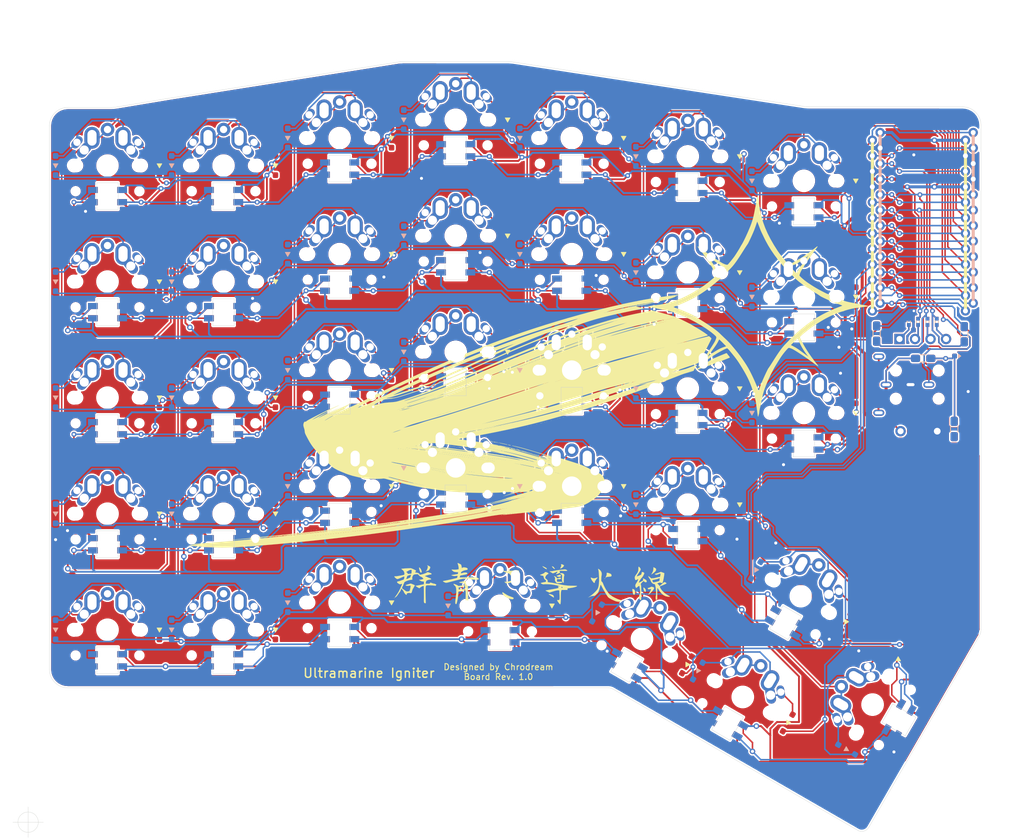
<source format=kicad_pcb>
(kicad_pcb (version 20171130) (host pcbnew "(5.1.10)-1")
  (layers (0 F.Cu signal) (31 B.Cu signal) (34 B.Paste user) (35 F.Paste user) (36 B.SilkS user) (37 F.SilkS user) (38 B.Mask user) (39 F.Mask user) (44 Edge.Cuts user))
  (net 0 "")
  (net 1 /Row0)
  (net 2 "Net-(D1-Pad2)")
  (net 3 "Net-(D2-Pad2)")
  (net 4 "Net-(D3-Pad2)")
  (net 5 "Net-(D4-Pad2)")
  (net 6 "Net-(D5-Pad2)")
  (net 7 "Net-(D6-Pad2)")
  (net 8 "Net-(D7-Pad2)")
  (net 9 /Row1)
  (net 10 "Net-(D8-Pad2)")
  (net 11 "Net-(D9-Pad2)")
  (net 12 "Net-(D10-Pad2)")
  (net 13 "Net-(D11-Pad2)")
  (net 14 "Net-(D12-Pad2)")
  (net 15 "Net-(D13-Pad2)")
  (net 16 "Net-(D14-Pad2)")
  (net 17 /Row2)
  (net 18 "Net-(D15-Pad2)")
  (net 19 "Net-(D16-Pad2)")
  (net 20 "Net-(D17-Pad2)")
  (net 21 "Net-(D18-Pad2)")
  (net 22 "Net-(D19-Pad2)")
  (net 23 "Net-(D20-Pad2)")
  (net 24 "Net-(D21-Pad2)")
  (net 25 /Row3)
  (net 26 "Net-(D22-Pad2)")
  (net 27 "Net-(D23-Pad2)")
  (net 28 "Net-(D24-Pad2)")
  (net 29 "Net-(D25-Pad2)")
  (net 30 "Net-(D26-Pad2)")
  (net 31 "Net-(D27-Pad2)")
  (net 32 "Net-(D28-Pad2)")
  (net 33 /Row4)
  (net 34 "Net-(D29-Pad2)")
  (net 35 "Net-(D30-Pad2)")
  (net 36 "Net-(D31-Pad2)")
  (net 37 "Net-(D32-Pad2)")
  (net 38 "Net-(D33-Pad2)")
  (net 39 "Net-(D34-Pad2)")
  (net 40 "Net-(D35-Pad2)")
  (net 41 "Net-(J1-Pad4)")
  (net 42 "Net-(J1-Pad3)")
  (net 43 "Net-(J1-Pad2)")
  (net 44 "Net-(J1-Pad1)")
  (net 45 "Net-(J2-Pad1)")
  (net 46 /data)
  (net 47 GND)
  (net 48 /SCL)
  (net 49 /SDA)
  (net 50 /Col0)
  (net 51 /Col1)
  (net 52 /Col2)
  (net 53 /Col3)
  (net 54 /Col4)
  (net 55 /Col5)
  (net 56 /Col6)
  (net 57 /~RESET)
  (net 58 "Net-(U1-Pad13)")
  (net 59 "Net-(U1-Pad12)")
  (net 60 /LED)
  (net 61 "Net-(U2-Pad3)")
  (net 62 "Net-(U2-Pad1)")
  (net 63 "Net-(U3-Pad3)")
  (net 64 "Net-(U4-Pad3)")
  (net 65 "Net-(U5-Pad3)")
  (net 66 "Net-(U6-Pad3)")
  (net 67 "Net-(U7-Pad3)")
  (net 68 "Net-(U10-Pad3)")
  (net 69 "Net-(U10-Pad1)")
  (net 70 "Net-(U11-Pad1)")
  (net 71 "Net-(U12-Pad1)")
  (net 72 "Net-(U13-Pad1)")
  (net 73 "Net-(U14-Pad1)")
  (net 74 "Net-(U15-Pad1)")
  (net 75 "Net-(U16-Pad3)")
  (net 76 "Net-(U16-Pad1)")
  (net 77 "Net-(U17-Pad3)")
  (net 78 "Net-(U18-Pad3)")
  (net 79 "Net-(U19-Pad3)")
  (net 80 "Net-(U20-Pad3)")
  (net 81 "Net-(U21-Pad3)")
  (net 82 "Net-(U23-Pad1)")
  (net 83 "Net-(U24-Pad1)")
  (net 84 "Net-(U25-Pad1)")
  (net 85 "Net-(U26-Pad1)")
  (net 86 "Net-(U27-Pad1)")
  (net 87 "Net-(U28-Pad1)")
  (net 88 "Net-(U29-Pad1)")
  (net 89 "Net-(U30-Pad3)")
  (net 90 "Net-(U30-Pad1)")
  (net 91 "Net-(U31-Pad3)")
  (net 92 "Net-(U32-Pad3)")
  (net 93 "Net-(U33-Pad3)")
  (net 94 "Net-(U34-Pad3)")
  (net 95 "Net-(U35-Pad3)")
  (net 96 "Net-(D36-Pad1)")
  (net 97 VCC)
  (net 98 /Batt_OUT)
  (module Basic_THT:4pin_A (layer F.Cu) (at 172.66 80.899 90)
    (fp_text reference J1 hide)
    (fp_text value Conn_01x04_Female)
    (pad 3 thru_hole oval (at 0 5.08 90) (size 1.7 1.7) (drill 1) (layers *.Cu *.Mask) (net 42 "Net-(J1-Pad3)"))
    (pad 2 thru_hole oval (at 0 2.54 90) (size 1.7 1.7) (drill 1) (layers *.Cu *.Mask) (net 43 "Net-(J1-Pad2)"))
    (pad 1 thru_hole rect (at 0 0 90) (size 1.7 1.7) (drill 1) (layers *.Cu *.Mask) (net 44 "Net-(J1-Pad1)"))
    (pad 4 thru_hole oval (at 0 7.62 90) (size 1.7 1.7) (drill 1) (layers *.Cu *.Mask) (net 41 "Net-(J1-Pad4)"))
  )
  (module Ultramarine_fuse:logo (layer F.Cu) (at 111.8 94.6)
    (fp_text reference G*** hide)
    (fp_text value LOGO hide)
  )
  (module ATMega:Pro-Micro (layer F.Cu) (at 175.835 62.335)
    (fp_text reference U1 hide)
    (fp_text value Pro_Micro hide)
    (pad 13 thru_hole circle (at -6.35 12.7) (size 1.524 1.524) (drill 0.8128) (layers *.Cu *.Mask) (net 58 "Net-(U1-Pad13)"))
    (pad 17 thru_hole circle (at -6.35 2.54) (size 1.524 1.524) (drill 0.8128) (layers *.Cu *.Mask) (net 53 /Col3))
    (pad 22 thru_hole circle (at -6.35 -10.16) (size 1.524 1.524) (drill 0.8128) (layers *.Cu *.Mask) (net 57 /~RESET))
    (pad 21 thru_hole circle (at -6.35 -7.62) (size 1.524 1.524) (drill 0.8128) (layers *.Cu *.Mask) (net 97 VCC))
    (pad 19 thru_hole circle (at -6.35 -2.54) (size 1.524 1.524) (drill 0.8128) (layers *.Cu *.Mask) (net 51 /Col1))
    (pad 24 thru_hole circle (at -6.35 -15.24) (size 1.524 1.524) (drill 0.8128) (layers *.Cu *.Mask) (net 97 VCC))
    (pad 16 thru_hole circle (at -6.35 5.08) (size 1.524 1.524) (drill 0.8128) (layers *.Cu *.Mask) (net 54 /Col4))
    (pad 15 thru_hole circle (at -6.35 7.62) (size 1.524 1.524) (drill 0.8128) (layers *.Cu *.Mask) (net 55 /Col5))
    (pad 18 thru_hole circle (at -6.35 0) (size 1.524 1.524) (drill 0.8128) (layers *.Cu *.Mask) (net 52 /Col2))
    (pad 14 thru_hole circle (at -6.35 10.16) (size 1.524 1.524) (drill 0.8128) (layers *.Cu *.Mask) (net 56 /Col6))
    (pad 20 thru_hole circle (at -6.35 -5.08) (size 1.524 1.524) (drill 0.8128) (layers *.Cu *.Mask) (net 50 /Col0))
    (pad 23 thru_hole circle (at -6.35 -12.7) (size 1.524 1.524) (drill 0.8128) (layers *.Cu *.Mask) (net 47 GND))
    (pad 6 thru_hole circle (at 8.89 -2.54) (size 1.524 1.524) (drill 0.8128) (layers *.Cu *.Mask) (net 48 /SCL))
    (pad 12 thru_hole circle (at 8.89 12.7) (size 1.524 1.524) (drill 0.8128) (layers *.Cu *.Mask) (net 59 "Net-(U1-Pad12)"))
    (pad 9 thru_hole circle (at 8.89 5.08) (size 1.524 1.524) (drill 0.8128) (layers *.Cu *.Mask) (net 17 /Row2))
    (pad 8 thru_hole circle (at 8.89 2.54) (size 1.524 1.524) (drill 0.8128) (layers *.Cu *.Mask) (net 9 /Row1))
    (pad 4 thru_hole circle (at 8.89 -7.62) (size 1.524 1.524) (drill 0.8128) (layers *.Cu *.Mask) (net 47 GND))
    (pad 5 thru_hole circle (at 8.89 -5.08) (size 1.524 1.524) (drill 0.8128) (layers *.Cu *.Mask) (net 49 /SDA))
    (pad 7 thru_hole circle (at 8.89 0) (size 1.524 1.524) (drill 0.8128) (layers *.Cu *.Mask) (net 1 /Row0))
    (pad 2 thru_hole circle (at 8.89 -12.7) (size 1.524 1.524) (drill 0.8128) (layers *.Cu *.Mask) (net 46 /data))
    (pad 11 thru_hole circle (at 8.89 10.16) (size 1.524 1.524) (drill 0.8128) (layers *.Cu *.Mask) (net 33 /Row4))
    (pad 3 thru_hole circle (at 8.89 -10.16) (size 1.524 1.524) (drill 0.8128) (layers *.Cu *.Mask) (net 47 GND))
    (pad 10 thru_hole circle (at 8.89 7.62) (size 1.524 1.524) (drill 0.8128) (layers *.Cu *.Mask) (net 25 /Row3))
    (pad 1 thru_hole circle (at 8.89 -15.24) (size 1.524 1.524) (drill 0.8128) (layers *.Cu *.Mask) (net 60 /LED))
    (pad 24 thru_hole circle (at 7.62 -13.97) (size 1.524 1.524) (drill 0.8128) (layers *.Cu *.Mask) (net 97 VCC))
    (pad 23 thru_hole circle (at 7.62 -11.43) (size 1.524 1.524) (drill 0.8128) (layers *.Cu *.Mask) (net 47 GND))
    (pad 22 thru_hole circle (at 7.62 -8.89) (size 1.524 1.524) (drill 0.8128) (layers *.Cu *.Mask) (net 57 /~RESET))
    (pad 21 thru_hole circle (at 7.62 -6.35) (size 1.524 1.524) (drill 0.8128) (layers *.Cu *.Mask) (net 97 VCC))
    (pad 20 thru_hole circle (at 7.62 -3.81) (size 1.524 1.524) (drill 0.8128) (layers *.Cu *.Mask) (net 50 /Col0))
    (pad 19 thru_hole circle (at 7.62 -1.27) (size 1.524 1.524) (drill 0.8128) (layers *.Cu *.Mask) (net 51 /Col1))
    (pad 18 thru_hole circle (at 7.62 1.27) (size 1.524 1.524) (drill 0.8128) (layers *.Cu *.Mask) (net 52 /Col2))
    (pad 17 thru_hole circle (at 7.62 3.81) (size 1.524 1.524) (drill 0.8128) (layers *.Cu *.Mask) (net 53 /Col3))
    (pad 16 thru_hole circle (at 7.62 6.35) (size 1.524 1.524) (drill 0.8128) (layers *.Cu *.Mask) (net 54 /Col4))
    (pad 15 thru_hole circle (at 7.62 8.89) (size 1.524 1.524) (drill 0.8128) (layers *.Cu *.Mask) (net 55 /Col5))
    (pad 14 thru_hole circle (at 7.62 11.43) (size 1.524 1.524) (drill 0.8128) (layers *.Cu *.Mask) (net 56 /Col6))
    (pad 13 thru_hole circle (at 7.62 13.97) (size 1.524 1.524) (drill 0.8128) (layers *.Cu *.Mask) (net 58 "Net-(U1-Pad13)"))
    (pad 12 thru_hole circle (at -7.62 13.97) (size 1.524 1.524) (drill 0.8128) (layers *.Cu *.Mask) (net 59 "Net-(U1-Pad12)"))
    (pad 11 thru_hole circle (at -7.62 11.43) (size 1.524 1.524) (drill 0.8128) (layers *.Cu *.Mask) (net 33 /Row4))
    (pad 10 thru_hole circle (at -7.62 8.89) (size 1.524 1.524) (drill 0.8128) (layers *.Cu *.Mask) (net 25 /Row3))
    (pad 9 thru_hole circle (at -7.62 6.35) (size 1.524 1.524) (drill 0.8128) (layers *.Cu *.Mask) (net 17 /Row2))
    (pad 8 thru_hole circle (at -7.62 3.81) (size 1.524 1.524) (drill 0.8128) (layers *.Cu *.Mask) (net 9 /Row1))
    (pad 7 thru_hole circle (at -7.62 1.27) (size 1.524 1.524) (drill 0.8128) (layers *.Cu *.Mask) (net 1 /Row0))
    (pad 6 thru_hole circle (at -7.62 -1.27) (size 1.524 1.524) (drill 0.8128) (layers *.Cu *.Mask) (net 48 /SCL))
    (pad 5 thru_hole circle (at -7.62 -3.81) (size 1.524 1.524) (drill 0.8128) (layers *.Cu *.Mask) (net 49 /SDA))
    (pad 4 thru_hole circle (at -7.62 -6.35) (size 1.524 1.524) (drill 0.8128) (layers *.Cu *.Mask) (net 47 GND))
    (pad 3 thru_hole circle (at -7.62 -8.89) (size 1.524 1.524) (drill 0.8128) (layers *.Cu *.Mask) (net 47 GND))
    (pad 2 thru_hole circle (at -7.62 -11.43) (size 1.524 1.524) (drill 0.8128) (layers *.Cu *.Mask) (net 46 /data))
    (pad 1 thru_hole circle (at -7.62 -13.97) (size 1.524 1.524) (drill 0.8128) (layers *.Cu *.Mask) (net 60 /LED))
  )
  (module Switch_Keyboard_Cherry_MX:MX-Kailh (layer F.Cu) (at 168.25 140.75 60)
    (fp_text reference SW35 hide)
    (fp_text value SW_Push hide)
    (pad "" np_thru_hole circle (at 5.08 0 60) (size 1.75 1.75) (drill 1.75) (layers *.Cu *.Mask))
    (pad "" np_thru_hole circle (at -5.08 0 60) (size 1.75 1.75) (drill 1.75) (layers *.Cu *.Mask))
    (pad 2 thru_hole oval (at 5 -3.8 10) (size 2.2 1.25) (drill 1.2) (layers *.Cu *.Mask) (net 40 "Net-(D35-Pad2)"))
    (pad 1 thru_hole circle (at 0 -5.9 60) (size 2.2 2.2) (drill 1.2) (layers *.Cu *.Mask) (net 56 /Col6))
    (pad "" np_thru_hole circle (at 0 0 60) (size 3.2 3.2) (drill 3.2) (layers *.Cu *.Mask))
    (pad "" np_thru_hole circle (at -5.5 0 60) (size 1.8 1.8) (drill 1.8) (layers *.Cu *.Mask))
    (pad "" np_thru_hole circle (at 5.5 0 60) (size 1.8 1.8) (drill 1.8) (layers *.Cu *.Mask))
    (pad "" np_thru_hole circle (at -5.22 4.2 60) (size 1.2 1.2) (drill 1.2) (layers *.Cu *.Mask))
    (pad 2 thru_hole oval (at -5 -3.8 110) (size 2.2 1.25) (drill 1.2) (layers *.Cu *.Mask) (net 40 "Net-(D35-Pad2)"))
    (pad "" np_thru_hole circle (at 5.22 4.2 60) (size 1.2 1.2) (drill 1.2) (layers *.Cu *.Mask))
    (pad 1 thru_hole oval (at -2.54 -4.54 60) (size 2.5 3.58) (drill oval 1.5 2.58) (layers *.Cu *.Mask) (net 56 /Col6))
    (pad 2 thru_hole oval (at 2.54 -4.54 60) (size 2.5 3.58) (drill oval 1.5 2.58) (layers *.Cu *.Mask) (net 40 "Net-(D35-Pad2)"))
    (pad 2 thru_hole oval (at 3.81 -2.54 10) (size 2.8 1.55) (drill 1.5) (layers *.Cu *.Mask) (net 40 "Net-(D35-Pad2)"))
    (pad 1 thru_hole oval (at -3.81 -2.54 110) (size 2.8 1.55) (drill 1.5) (layers *.Cu *.Mask) (net 56 /Col6))
  )
  (module Switch_Keyboard_Cherry_MX:MX-Kailh (layer F.Cu) (at 147 139.5 330)
    (fp_text reference SW34 hide)
    (fp_text value SW_Push hide)
    (pad "" np_thru_hole circle (at 5.08 0 330) (size 1.75 1.75) (drill 1.75) (layers *.Cu *.Mask))
    (pad "" np_thru_hole circle (at -5.08 0 330) (size 1.75 1.75) (drill 1.75) (layers *.Cu *.Mask))
    (pad 2 thru_hole oval (at 5 -3.8 280) (size 2.2 1.25) (drill 1.2) (layers *.Cu *.Mask) (net 39 "Net-(D34-Pad2)"))
    (pad 1 thru_hole circle (at 0 -5.9 330) (size 2.2 2.2) (drill 1.2) (layers *.Cu *.Mask) (net 55 /Col5))
    (pad "" np_thru_hole circle (at 0 0 330) (size 3.2 3.2) (drill 3.2) (layers *.Cu *.Mask))
    (pad "" np_thru_hole circle (at -5.5 0 330) (size 1.8 1.8) (drill 1.8) (layers *.Cu *.Mask))
    (pad "" np_thru_hole circle (at 5.5 0 330) (size 1.8 1.8) (drill 1.8) (layers *.Cu *.Mask))
    (pad "" np_thru_hole circle (at -5.22 4.2 330) (size 1.2 1.2) (drill 1.2) (layers *.Cu *.Mask))
    (pad 2 thru_hole oval (at -5 -3.8 20) (size 2.2 1.25) (drill 1.2) (layers *.Cu *.Mask) (net 39 "Net-(D34-Pad2)"))
    (pad "" np_thru_hole circle (at 5.22 4.2 330) (size 1.2 1.2) (drill 1.2) (layers *.Cu *.Mask))
    (pad 1 thru_hole oval (at -2.54 -4.54 330) (size 2.5 3.58) (drill oval 1.5 2.58) (layers *.Cu *.Mask) (net 55 /Col5))
    (pad 2 thru_hole oval (at 2.54 -4.54 330) (size 2.5 3.58) (drill oval 1.5 2.58) (layers *.Cu *.Mask) (net 39 "Net-(D34-Pad2)"))
    (pad 2 thru_hole oval (at 3.81 -2.54 280) (size 2.8 1.55) (drill 1.5) (layers *.Cu *.Mask) (net 39 "Net-(D34-Pad2)"))
    (pad 1 thru_hole oval (at -3.81 -2.54 20) (size 2.8 1.55) (drill 1.5) (layers *.Cu *.Mask) (net 55 /Col5))
  )
  (module Switch_Keyboard_Cherry_MX:MX-Kailh (layer F.Cu) (at 130.5 130 330)
    (fp_text reference SW33 hide)
    (fp_text value SW_Push hide)
    (pad "" np_thru_hole circle (at 5.08 0 330) (size 1.75 1.75) (drill 1.75) (layers *.Cu *.Mask))
    (pad "" np_thru_hole circle (at -5.08 0 330) (size 1.75 1.75) (drill 1.75) (layers *.Cu *.Mask))
    (pad 2 thru_hole oval (at 5 -3.8 280) (size 2.2 1.25) (drill 1.2) (layers *.Cu *.Mask) (net 38 "Net-(D33-Pad2)"))
    (pad 1 thru_hole circle (at 0 -5.9 330) (size 2.2 2.2) (drill 1.2) (layers *.Cu *.Mask) (net 54 /Col4))
    (pad "" np_thru_hole circle (at 0 0 330) (size 3.2 3.2) (drill 3.2) (layers *.Cu *.Mask))
    (pad "" np_thru_hole circle (at -5.5 0 330) (size 1.8 1.8) (drill 1.8) (layers *.Cu *.Mask))
    (pad "" np_thru_hole circle (at 5.5 0 330) (size 1.8 1.8) (drill 1.8) (layers *.Cu *.Mask))
    (pad "" np_thru_hole circle (at -5.22 4.2 330) (size 1.2 1.2) (drill 1.2) (layers *.Cu *.Mask))
    (pad 2 thru_hole oval (at -5 -3.8 20) (size 2.2 1.25) (drill 1.2) (layers *.Cu *.Mask) (net 38 "Net-(D33-Pad2)"))
    (pad "" np_thru_hole circle (at 5.22 4.2 330) (size 1.2 1.2) (drill 1.2) (layers *.Cu *.Mask))
    (pad 1 thru_hole oval (at -2.54 -4.54 330) (size 2.5 3.58) (drill oval 1.5 2.58) (layers *.Cu *.Mask) (net 54 /Col4))
    (pad 2 thru_hole oval (at 2.54 -4.54 330) (size 2.5 3.58) (drill oval 1.5 2.58) (layers *.Cu *.Mask) (net 38 "Net-(D33-Pad2)"))
    (pad 2 thru_hole oval (at 3.81 -2.54 280) (size 2.8 1.55) (drill 1.5) (layers *.Cu *.Mask) (net 38 "Net-(D33-Pad2)"))
    (pad 1 thru_hole oval (at -3.81 -2.54 20) (size 2.8 1.55) (drill 1.5) (layers *.Cu *.Mask) (net 54 /Col4))
  )
  (module Switch_Keyboard_Cherry_MX:MX-Kailh (layer F.Cu) (at 107.255 124.565)
    (fp_text reference SW32 hide)
    (fp_text value SW_Push hide)
    (pad "" np_thru_hole circle (at 5.08 0) (size 1.75 1.75) (drill 1.75) (layers *.Cu *.Mask))
    (pad "" np_thru_hole circle (at -5.08 0) (size 1.75 1.75) (drill 1.75) (layers *.Cu *.Mask))
    (pad 2 thru_hole oval (at 5 -3.8 310) (size 2.2 1.25) (drill 1.2) (layers *.Cu *.Mask) (net 37 "Net-(D32-Pad2)"))
    (pad 1 thru_hole circle (at 0 -5.9) (size 2.2 2.2) (drill 1.2) (layers *.Cu *.Mask) (net 53 /Col3))
    (pad "" np_thru_hole circle (at 0 0) (size 3.2 3.2) (drill 3.2) (layers *.Cu *.Mask))
    (pad "" np_thru_hole circle (at -5.5 0) (size 1.8 1.8) (drill 1.8) (layers *.Cu *.Mask))
    (pad "" np_thru_hole circle (at 5.5 0) (size 1.8 1.8) (drill 1.8) (layers *.Cu *.Mask))
    (pad "" np_thru_hole circle (at -5.22 4.2) (size 1.2 1.2) (drill 1.2) (layers *.Cu *.Mask))
    (pad 2 thru_hole oval (at -5 -3.8 50) (size 2.2 1.25) (drill 1.2) (layers *.Cu *.Mask) (net 37 "Net-(D32-Pad2)"))
    (pad "" np_thru_hole circle (at 5.22 4.2) (size 1.2 1.2) (drill 1.2) (layers *.Cu *.Mask))
    (pad 1 thru_hole oval (at -2.54 -4.54) (size 2.5 3.58) (drill oval 1.5 2.58) (layers *.Cu *.Mask) (net 53 /Col3))
    (pad 2 thru_hole oval (at 2.54 -4.54) (size 2.5 3.58) (drill oval 1.5 2.58) (layers *.Cu *.Mask) (net 37 "Net-(D32-Pad2)"))
    (pad 2 thru_hole oval (at 3.81 -2.54 310) (size 2.8 1.55) (drill 1.5) (layers *.Cu *.Mask) (net 37 "Net-(D32-Pad2)"))
    (pad 1 thru_hole oval (at -3.81 -2.54 50) (size 2.8 1.55) (drill 1.5) (layers *.Cu *.Mask) (net 53 /Col3))
  )
  (module Switch_Keyboard_Cherry_MX:MX-Kailh (layer F.Cu) (at 81 124.04)
    (fp_text reference SW31 hide)
    (fp_text value SW_Push hide)
    (pad "" np_thru_hole circle (at 5.08 0) (size 1.75 1.75) (drill 1.75) (layers *.Cu *.Mask))
    (pad "" np_thru_hole circle (at -5.08 0) (size 1.75 1.75) (drill 1.75) (layers *.Cu *.Mask))
    (pad 2 thru_hole oval (at 5 -3.8 310) (size 2.2 1.25) (drill 1.2) (layers *.Cu *.Mask) (net 36 "Net-(D31-Pad2)"))
    (pad 1 thru_hole circle (at 0 -5.9) (size 2.2 2.2) (drill 1.2) (layers *.Cu *.Mask) (net 52 /Col2))
    (pad "" np_thru_hole circle (at 0 0) (size 3.2 3.2) (drill 3.2) (layers *.Cu *.Mask))
    (pad "" np_thru_hole circle (at -5.5 0) (size 1.8 1.8) (drill 1.8) (layers *.Cu *.Mask))
    (pad "" np_thru_hole circle (at 5.5 0) (size 1.8 1.8) (drill 1.8) (layers *.Cu *.Mask))
    (pad "" np_thru_hole circle (at -5.22 4.2) (size 1.2 1.2) (drill 1.2) (layers *.Cu *.Mask))
    (pad 2 thru_hole oval (at -5 -3.8 50) (size 2.2 1.25) (drill 1.2) (layers *.Cu *.Mask) (net 36 "Net-(D31-Pad2)"))
    (pad "" np_thru_hole circle (at 5.22 4.2) (size 1.2 1.2) (drill 1.2) (layers *.Cu *.Mask))
    (pad 1 thru_hole oval (at -2.54 -4.54) (size 2.5 3.58) (drill oval 1.5 2.58) (layers *.Cu *.Mask) (net 52 /Col2))
    (pad 2 thru_hole oval (at 2.54 -4.54) (size 2.5 3.58) (drill oval 1.5 2.58) (layers *.Cu *.Mask) (net 36 "Net-(D31-Pad2)"))
    (pad 2 thru_hole oval (at 3.81 -2.54 310) (size 2.8 1.55) (drill 1.5) (layers *.Cu *.Mask) (net 36 "Net-(D31-Pad2)"))
    (pad 1 thru_hole oval (at -3.81 -2.54 50) (size 2.8 1.55) (drill 1.5) (layers *.Cu *.Mask) (net 52 /Col2))
  )
  (module Switch_Keyboard_Cherry_MX:MX-Kailh (layer F.Cu) (at 62 128.5)
    (fp_text reference SW30 hide)
    (fp_text value SW_Push hide)
    (pad "" np_thru_hole circle (at 5.08 0) (size 1.75 1.75) (drill 1.75) (layers *.Cu *.Mask))
    (pad "" np_thru_hole circle (at -5.08 0) (size 1.75 1.75) (drill 1.75) (layers *.Cu *.Mask))
    (pad 2 thru_hole oval (at 5 -3.8 310) (size 2.2 1.25) (drill 1.2) (layers *.Cu *.Mask) (net 35 "Net-(D30-Pad2)"))
    (pad 1 thru_hole circle (at 0 -5.9) (size 2.2 2.2) (drill 1.2) (layers *.Cu *.Mask) (net 51 /Col1))
    (pad "" np_thru_hole circle (at 0 0) (size 3.2 3.2) (drill 3.2) (layers *.Cu *.Mask))
    (pad "" np_thru_hole circle (at -5.5 0) (size 1.8 1.8) (drill 1.8) (layers *.Cu *.Mask))
    (pad "" np_thru_hole circle (at 5.5 0) (size 1.8 1.8) (drill 1.8) (layers *.Cu *.Mask))
    (pad "" np_thru_hole circle (at -5.22 4.2) (size 1.2 1.2) (drill 1.2) (layers *.Cu *.Mask))
    (pad 2 thru_hole oval (at -5 -3.8 50) (size 2.2 1.25) (drill 1.2) (layers *.Cu *.Mask) (net 35 "Net-(D30-Pad2)"))
    (pad "" np_thru_hole circle (at 5.22 4.2) (size 1.2 1.2) (drill 1.2) (layers *.Cu *.Mask))
    (pad 1 thru_hole oval (at -2.54 -4.54) (size 2.5 3.58) (drill oval 1.5 2.58) (layers *.Cu *.Mask) (net 51 /Col1))
    (pad 2 thru_hole oval (at 2.54 -4.54) (size 2.5 3.58) (drill oval 1.5 2.58) (layers *.Cu *.Mask) (net 35 "Net-(D30-Pad2)"))
    (pad 2 thru_hole oval (at 3.81 -2.54 310) (size 2.8 1.55) (drill 1.5) (layers *.Cu *.Mask) (net 35 "Net-(D30-Pad2)"))
    (pad 1 thru_hole oval (at -3.81 -2.54 50) (size 2.8 1.55) (drill 1.5) (layers *.Cu *.Mask) (net 51 /Col1))
  )
  (module Switch_Keyboard_Cherry_MX:MX-Kailh (layer F.Cu) (at 43 128.5)
    (fp_text reference SW29 hide)
    (fp_text value SW_Push hide)
    (pad "" np_thru_hole circle (at 5.08 0) (size 1.75 1.75) (drill 1.75) (layers *.Cu *.Mask))
    (pad "" np_thru_hole circle (at -5.08 0) (size 1.75 1.75) (drill 1.75) (layers *.Cu *.Mask))
    (pad 2 thru_hole oval (at 5 -3.8 310) (size 2.2 1.25) (drill 1.2) (layers *.Cu *.Mask) (net 34 "Net-(D29-Pad2)"))
    (pad 1 thru_hole circle (at 0 -5.9) (size 2.2 2.2) (drill 1.2) (layers *.Cu *.Mask) (net 50 /Col0))
    (pad "" np_thru_hole circle (at 0 0) (size 3.2 3.2) (drill 3.2) (layers *.Cu *.Mask))
    (pad "" np_thru_hole circle (at -5.5 0) (size 1.8 1.8) (drill 1.8) (layers *.Cu *.Mask))
    (pad "" np_thru_hole circle (at 5.5 0) (size 1.8 1.8) (drill 1.8) (layers *.Cu *.Mask))
    (pad "" np_thru_hole circle (at -5.22 4.2) (size 1.2 1.2) (drill 1.2) (layers *.Cu *.Mask))
    (pad 2 thru_hole oval (at -5 -3.8 50) (size 2.2 1.25) (drill 1.2) (layers *.Cu *.Mask) (net 34 "Net-(D29-Pad2)"))
    (pad "" np_thru_hole circle (at 5.22 4.2) (size 1.2 1.2) (drill 1.2) (layers *.Cu *.Mask))
    (pad 1 thru_hole oval (at -2.54 -4.54) (size 2.5 3.58) (drill oval 1.5 2.58) (layers *.Cu *.Mask) (net 50 /Col0))
    (pad 2 thru_hole oval (at 2.54 -4.54) (size 2.5 3.58) (drill oval 1.5 2.58) (layers *.Cu *.Mask) (net 34 "Net-(D29-Pad2)"))
    (pad 2 thru_hole oval (at 3.81 -2.54 310) (size 2.8 1.55) (drill 1.5) (layers *.Cu *.Mask) (net 34 "Net-(D29-Pad2)"))
    (pad 1 thru_hole oval (at -3.81 -2.54 50) (size 2.8 1.55) (drill 1.5) (layers *.Cu *.Mask) (net 50 /Col0))
  )
  (module Switch_Keyboard_Cherry_MX:MX-Kailh (layer F.Cu) (at 156.5 123 330)
    (fp_text reference SW28 hide)
    (fp_text value SW_Push hide)
    (pad "" np_thru_hole circle (at 5.08 0 330) (size 1.75 1.75) (drill 1.75) (layers *.Cu *.Mask))
    (pad "" np_thru_hole circle (at -5.08 0 330) (size 1.75 1.75) (drill 1.75) (layers *.Cu *.Mask))
    (pad 2 thru_hole oval (at 5 -3.8 280) (size 2.2 1.25) (drill 1.2) (layers *.Cu *.Mask) (net 32 "Net-(D28-Pad2)"))
    (pad 1 thru_hole circle (at 0 -5.9 330) (size 2.2 2.2) (drill 1.2) (layers *.Cu *.Mask) (net 56 /Col6))
    (pad "" np_thru_hole circle (at 0 0 330) (size 3.2 3.2) (drill 3.2) (layers *.Cu *.Mask))
    (pad "" np_thru_hole circle (at -5.5 0 330) (size 1.8 1.8) (drill 1.8) (layers *.Cu *.Mask))
    (pad "" np_thru_hole circle (at 5.5 0 330) (size 1.8 1.8) (drill 1.8) (layers *.Cu *.Mask))
    (pad "" np_thru_hole circle (at -5.22 4.2 330) (size 1.2 1.2) (drill 1.2) (layers *.Cu *.Mask))
    (pad 2 thru_hole oval (at -5 -3.8 20) (size 2.2 1.25) (drill 1.2) (layers *.Cu *.Mask) (net 32 "Net-(D28-Pad2)"))
    (pad "" np_thru_hole circle (at 5.22 4.2 330) (size 1.2 1.2) (drill 1.2) (layers *.Cu *.Mask))
    (pad 1 thru_hole oval (at -2.54 -4.54 330) (size 2.5 3.58) (drill oval 1.5 2.58) (layers *.Cu *.Mask) (net 56 /Col6))
    (pad 2 thru_hole oval (at 2.54 -4.54 330) (size 2.5 3.58) (drill oval 1.5 2.58) (layers *.Cu *.Mask) (net 32 "Net-(D28-Pad2)"))
    (pad 2 thru_hole oval (at 3.81 -2.54 280) (size 2.8 1.55) (drill 1.5) (layers *.Cu *.Mask) (net 32 "Net-(D28-Pad2)"))
    (pad 1 thru_hole oval (at -3.81 -2.54 20) (size 2.8 1.55) (drill 1.5) (layers *.Cu *.Mask) (net 56 /Col6))
  )
  (module Switch_Keyboard_Cherry_MX:MX-Kailh (layer F.Cu) (at 138 108)
    (fp_text reference SW27 hide)
    (fp_text value SW_Push hide)
    (pad "" np_thru_hole circle (at 5.08 0) (size 1.75 1.75) (drill 1.75) (layers *.Cu *.Mask))
    (pad "" np_thru_hole circle (at -5.08 0) (size 1.75 1.75) (drill 1.75) (layers *.Cu *.Mask))
    (pad 2 thru_hole oval (at 5 -3.8 310) (size 2.2 1.25) (drill 1.2) (layers *.Cu *.Mask) (net 31 "Net-(D27-Pad2)"))
    (pad 1 thru_hole circle (at 0 -5.9) (size 2.2 2.2) (drill 1.2) (layers *.Cu *.Mask) (net 55 /Col5))
    (pad "" np_thru_hole circle (at 0 0) (size 3.2 3.2) (drill 3.2) (layers *.Cu *.Mask))
    (pad "" np_thru_hole circle (at -5.5 0) (size 1.8 1.8) (drill 1.8) (layers *.Cu *.Mask))
    (pad "" np_thru_hole circle (at 5.5 0) (size 1.8 1.8) (drill 1.8) (layers *.Cu *.Mask))
    (pad "" np_thru_hole circle (at -5.22 4.2) (size 1.2 1.2) (drill 1.2) (layers *.Cu *.Mask))
    (pad 2 thru_hole oval (at -5 -3.8 50) (size 2.2 1.25) (drill 1.2) (layers *.Cu *.Mask) (net 31 "Net-(D27-Pad2)"))
    (pad "" np_thru_hole circle (at 5.22 4.2) (size 1.2 1.2) (drill 1.2) (layers *.Cu *.Mask))
    (pad 1 thru_hole oval (at -2.54 -4.54) (size 2.5 3.58) (drill oval 1.5 2.58) (layers *.Cu *.Mask) (net 55 /Col5))
    (pad 2 thru_hole oval (at 2.54 -4.54) (size 2.5 3.58) (drill oval 1.5 2.58) (layers *.Cu *.Mask) (net 31 "Net-(D27-Pad2)"))
    (pad 2 thru_hole oval (at 3.81 -2.54 310) (size 2.8 1.55) (drill 1.5) (layers *.Cu *.Mask) (net 31 "Net-(D27-Pad2)"))
    (pad 1 thru_hole oval (at -3.81 -2.54 50) (size 2.8 1.55) (drill 1.5) (layers *.Cu *.Mask) (net 55 /Col5))
  )
  (module Switch_Keyboard_Cherry_MX:MX-Kailh (layer F.Cu) (at 119 105)
    (fp_text reference SW26 hide)
    (fp_text value SW_Push hide)
    (pad "" np_thru_hole circle (at 5.08 0) (size 1.75 1.75) (drill 1.75) (layers *.Cu *.Mask))
    (pad "" np_thru_hole circle (at -5.08 0) (size 1.75 1.75) (drill 1.75) (layers *.Cu *.Mask))
    (pad 2 thru_hole oval (at 5 -3.8 310) (size 2.2 1.25) (drill 1.2) (layers *.Cu *.Mask) (net 30 "Net-(D26-Pad2)"))
    (pad 1 thru_hole circle (at 0 -5.9) (size 2.2 2.2) (drill 1.2) (layers *.Cu *.Mask) (net 54 /Col4))
    (pad "" np_thru_hole circle (at 0 0) (size 3.2 3.2) (drill 3.2) (layers *.Cu *.Mask))
    (pad "" np_thru_hole circle (at -5.5 0) (size 1.8 1.8) (drill 1.8) (layers *.Cu *.Mask))
    (pad "" np_thru_hole circle (at 5.5 0) (size 1.8 1.8) (drill 1.8) (layers *.Cu *.Mask))
    (pad "" np_thru_hole circle (at -5.22 4.2) (size 1.2 1.2) (drill 1.2) (layers *.Cu *.Mask))
    (pad 2 thru_hole oval (at -5 -3.8 50) (size 2.2 1.25) (drill 1.2) (layers *.Cu *.Mask) (net 30 "Net-(D26-Pad2)"))
    (pad "" np_thru_hole circle (at 5.22 4.2) (size 1.2 1.2) (drill 1.2) (layers *.Cu *.Mask))
    (pad 1 thru_hole oval (at -2.54 -4.54) (size 2.5 3.58) (drill oval 1.5 2.58) (layers *.Cu *.Mask) (net 54 /Col4))
    (pad 2 thru_hole oval (at 2.54 -4.54) (size 2.5 3.58) (drill oval 1.5 2.58) (layers *.Cu *.Mask) (net 30 "Net-(D26-Pad2)"))
    (pad 2 thru_hole oval (at 3.81 -2.54 310) (size 2.8 1.55) (drill 1.5) (layers *.Cu *.Mask) (net 30 "Net-(D26-Pad2)"))
    (pad 1 thru_hole oval (at -3.81 -2.54 50) (size 2.8 1.55) (drill 1.5) (layers *.Cu *.Mask) (net 54 /Col4))
  )
  (module Switch_Keyboard_Cherry_MX:MX-Kailh (layer F.Cu) (at 100 102)
    (fp_text reference SW25 hide)
    (fp_text value SW_Push hide)
    (pad "" np_thru_hole circle (at 5.08 0) (size 1.75 1.75) (drill 1.75) (layers *.Cu *.Mask))
    (pad "" np_thru_hole circle (at -5.08 0) (size 1.75 1.75) (drill 1.75) (layers *.Cu *.Mask))
    (pad 2 thru_hole oval (at 5 -3.8 310) (size 2.2 1.25) (drill 1.2) (layers *.Cu *.Mask) (net 29 "Net-(D25-Pad2)"))
    (pad 1 thru_hole circle (at 0 -5.9) (size 2.2 2.2) (drill 1.2) (layers *.Cu *.Mask) (net 53 /Col3))
    (pad "" np_thru_hole circle (at 0 0) (size 3.2 3.2) (drill 3.2) (layers *.Cu *.Mask))
    (pad "" np_thru_hole circle (at -5.5 0) (size 1.8 1.8) (drill 1.8) (layers *.Cu *.Mask))
    (pad "" np_thru_hole circle (at 5.5 0) (size 1.8 1.8) (drill 1.8) (layers *.Cu *.Mask))
    (pad "" np_thru_hole circle (at -5.22 4.2) (size 1.2 1.2) (drill 1.2) (layers *.Cu *.Mask))
    (pad 2 thru_hole oval (at -5 -3.8 50) (size 2.2 1.25) (drill 1.2) (layers *.Cu *.Mask) (net 29 "Net-(D25-Pad2)"))
    (pad "" np_thru_hole circle (at 5.22 4.2) (size 1.2 1.2) (drill 1.2) (layers *.Cu *.Mask))
    (pad 1 thru_hole oval (at -2.54 -4.54) (size 2.5 3.58) (drill oval 1.5 2.58) (layers *.Cu *.Mask) (net 53 /Col3))
    (pad 2 thru_hole oval (at 2.54 -4.54) (size 2.5 3.58) (drill oval 1.5 2.58) (layers *.Cu *.Mask) (net 29 "Net-(D25-Pad2)"))
    (pad 2 thru_hole oval (at 3.81 -2.54 310) (size 2.8 1.55) (drill 1.5) (layers *.Cu *.Mask) (net 29 "Net-(D25-Pad2)"))
    (pad 1 thru_hole oval (at -3.81 -2.54 50) (size 2.8 1.55) (drill 1.5) (layers *.Cu *.Mask) (net 53 /Col3))
  )
  (module Switch_Keyboard_Cherry_MX:MX-Kailh (layer F.Cu) (at 81 105)
    (fp_text reference SW24 hide)
    (fp_text value SW_Push hide)
    (pad "" np_thru_hole circle (at 5.08 0) (size 1.75 1.75) (drill 1.75) (layers *.Cu *.Mask))
    (pad "" np_thru_hole circle (at -5.08 0) (size 1.75 1.75) (drill 1.75) (layers *.Cu *.Mask))
    (pad 2 thru_hole oval (at 5 -3.8 310) (size 2.2 1.25) (drill 1.2) (layers *.Cu *.Mask) (net 28 "Net-(D24-Pad2)"))
    (pad 1 thru_hole circle (at 0 -5.9) (size 2.2 2.2) (drill 1.2) (layers *.Cu *.Mask) (net 52 /Col2))
    (pad "" np_thru_hole circle (at 0 0) (size 3.2 3.2) (drill 3.2) (layers *.Cu *.Mask))
    (pad "" np_thru_hole circle (at -5.5 0) (size 1.8 1.8) (drill 1.8) (layers *.Cu *.Mask))
    (pad "" np_thru_hole circle (at 5.5 0) (size 1.8 1.8) (drill 1.8) (layers *.Cu *.Mask))
    (pad "" np_thru_hole circle (at -5.22 4.2) (size 1.2 1.2) (drill 1.2) (layers *.Cu *.Mask))
    (pad 2 thru_hole oval (at -5 -3.8 50) (size 2.2 1.25) (drill 1.2) (layers *.Cu *.Mask) (net 28 "Net-(D24-Pad2)"))
    (pad "" np_thru_hole circle (at 5.22 4.2) (size 1.2 1.2) (drill 1.2) (layers *.Cu *.Mask))
    (pad 1 thru_hole oval (at -2.54 -4.54) (size 2.5 3.58) (drill oval 1.5 2.58) (layers *.Cu *.Mask) (net 52 /Col2))
    (pad 2 thru_hole oval (at 2.54 -4.54) (size 2.5 3.58) (drill oval 1.5 2.58) (layers *.Cu *.Mask) (net 28 "Net-(D24-Pad2)"))
    (pad 2 thru_hole oval (at 3.81 -2.54 310) (size 2.8 1.55) (drill 1.5) (layers *.Cu *.Mask) (net 28 "Net-(D24-Pad2)"))
    (pad 1 thru_hole oval (at -3.81 -2.54 50) (size 2.8 1.55) (drill 1.5) (layers *.Cu *.Mask) (net 52 /Col2))
  )
  (module Switch_Keyboard_Cherry_MX:MX-Kailh (layer F.Cu) (at 62 109.5)
    (fp_text reference SW23 hide)
    (fp_text value SW_Push hide)
    (pad "" np_thru_hole circle (at 5.08 0) (size 1.75 1.75) (drill 1.75) (layers *.Cu *.Mask))
    (pad "" np_thru_hole circle (at -5.08 0) (size 1.75 1.75) (drill 1.75) (layers *.Cu *.Mask))
    (pad 2 thru_hole oval (at 5 -3.8 310) (size 2.2 1.25) (drill 1.2) (layers *.Cu *.Mask) (net 27 "Net-(D23-Pad2)"))
    (pad 1 thru_hole circle (at 0 -5.9) (size 2.2 2.2) (drill 1.2) (layers *.Cu *.Mask) (net 51 /Col1))
    (pad "" np_thru_hole circle (at 0 0) (size 3.2 3.2) (drill 3.2) (layers *.Cu *.Mask))
    (pad "" np_thru_hole circle (at -5.5 0) (size 1.8 1.8) (drill 1.8) (layers *.Cu *.Mask))
    (pad "" np_thru_hole circle (at 5.5 0) (size 1.8 1.8) (drill 1.8) (layers *.Cu *.Mask))
    (pad "" np_thru_hole circle (at -5.22 4.2) (size 1.2 1.2) (drill 1.2) (layers *.Cu *.Mask))
    (pad 2 thru_hole oval (at -5 -3.8 50) (size 2.2 1.25) (drill 1.2) (layers *.Cu *.Mask) (net 27 "Net-(D23-Pad2)"))
    (pad "" np_thru_hole circle (at 5.22 4.2) (size 1.2 1.2) (drill 1.2) (layers *.Cu *.Mask))
    (pad 1 thru_hole oval (at -2.54 -4.54) (size 2.5 3.58) (drill oval 1.5 2.58) (layers *.Cu *.Mask) (net 51 /Col1))
    (pad 2 thru_hole oval (at 2.54 -4.54) (size 2.5 3.58) (drill oval 1.5 2.58) (layers *.Cu *.Mask) (net 27 "Net-(D23-Pad2)"))
    (pad 2 thru_hole oval (at 3.81 -2.54 310) (size 2.8 1.55) (drill 1.5) (layers *.Cu *.Mask) (net 27 "Net-(D23-Pad2)"))
    (pad 1 thru_hole oval (at -3.81 -2.54 50) (size 2.8 1.55) (drill 1.5) (layers *.Cu *.Mask) (net 51 /Col1))
  )
  (module Switch_Keyboard_Cherry_MX:MX-Kailh (layer F.Cu) (at 43 109.5)
    (fp_text reference SW22 hide)
    (fp_text value SW_Push hide)
    (pad "" np_thru_hole circle (at 5.08 0) (size 1.75 1.75) (drill 1.75) (layers *.Cu *.Mask))
    (pad "" np_thru_hole circle (at -5.08 0) (size 1.75 1.75) (drill 1.75) (layers *.Cu *.Mask))
    (pad 2 thru_hole oval (at 5 -3.8 310) (size 2.2 1.25) (drill 1.2) (layers *.Cu *.Mask) (net 26 "Net-(D22-Pad2)"))
    (pad 1 thru_hole circle (at 0 -5.9) (size 2.2 2.2) (drill 1.2) (layers *.Cu *.Mask) (net 50 /Col0))
    (pad "" np_thru_hole circle (at 0 0) (size 3.2 3.2) (drill 3.2) (layers *.Cu *.Mask))
    (pad "" np_thru_hole circle (at -5.5 0) (size 1.8 1.8) (drill 1.8) (layers *.Cu *.Mask))
    (pad "" np_thru_hole circle (at 5.5 0) (size 1.8 1.8) (drill 1.8) (layers *.Cu *.Mask))
    (pad "" np_thru_hole circle (at -5.22 4.2) (size 1.2 1.2) (drill 1.2) (layers *.Cu *.Mask))
    (pad 2 thru_hole oval (at -5 -3.8 50) (size 2.2 1.25) (drill 1.2) (layers *.Cu *.Mask) (net 26 "Net-(D22-Pad2)"))
    (pad "" np_thru_hole circle (at 5.22 4.2) (size 1.2 1.2) (drill 1.2) (layers *.Cu *.Mask))
    (pad 1 thru_hole oval (at -2.54 -4.54) (size 2.5 3.58) (drill oval 1.5 2.58) (layers *.Cu *.Mask) (net 50 /Col0))
    (pad 2 thru_hole oval (at 2.54 -4.54) (size 2.5 3.58) (drill oval 1.5 2.58) (layers *.Cu *.Mask) (net 26 "Net-(D22-Pad2)"))
    (pad 2 thru_hole oval (at 3.81 -2.54 310) (size 2.8 1.55) (drill 1.5) (layers *.Cu *.Mask) (net 26 "Net-(D22-Pad2)"))
    (pad 1 thru_hole oval (at -3.81 -2.54 50) (size 2.8 1.55) (drill 1.5) (layers *.Cu *.Mask) (net 50 /Col0))
  )
  (module Switch_Keyboard_Cherry_MX:MX-Kailh (layer F.Cu) (at 157 93)
    (fp_text reference SW21 hide)
    (fp_text value SW_Push hide)
    (pad "" np_thru_hole circle (at 5.08 0) (size 1.75 1.75) (drill 1.75) (layers *.Cu *.Mask))
    (pad "" np_thru_hole circle (at -5.08 0) (size 1.75 1.75) (drill 1.75) (layers *.Cu *.Mask))
    (pad 2 thru_hole oval (at 5 -3.8 310) (size 2.2 1.25) (drill 1.2) (layers *.Cu *.Mask) (net 24 "Net-(D21-Pad2)"))
    (pad 1 thru_hole circle (at 0 -5.9) (size 2.2 2.2) (drill 1.2) (layers *.Cu *.Mask) (net 56 /Col6))
    (pad "" np_thru_hole circle (at 0 0) (size 3.2 3.2) (drill 3.2) (layers *.Cu *.Mask))
    (pad "" np_thru_hole circle (at -5.5 0) (size 1.8 1.8) (drill 1.8) (layers *.Cu *.Mask))
    (pad "" np_thru_hole circle (at 5.5 0) (size 1.8 1.8) (drill 1.8) (layers *.Cu *.Mask))
    (pad "" np_thru_hole circle (at -5.22 4.2) (size 1.2 1.2) (drill 1.2) (layers *.Cu *.Mask))
    (pad 2 thru_hole oval (at -5 -3.8 50) (size 2.2 1.25) (drill 1.2) (layers *.Cu *.Mask) (net 24 "Net-(D21-Pad2)"))
    (pad "" np_thru_hole circle (at 5.22 4.2) (size 1.2 1.2) (drill 1.2) (layers *.Cu *.Mask))
    (pad 1 thru_hole oval (at -2.54 -4.54) (size 2.5 3.58) (drill oval 1.5 2.58) (layers *.Cu *.Mask) (net 56 /Col6))
    (pad 2 thru_hole oval (at 2.54 -4.54) (size 2.5 3.58) (drill oval 1.5 2.58) (layers *.Cu *.Mask) (net 24 "Net-(D21-Pad2)"))
    (pad 2 thru_hole oval (at 3.81 -2.54 310) (size 2.8 1.55) (drill 1.5) (layers *.Cu *.Mask) (net 24 "Net-(D21-Pad2)"))
    (pad 1 thru_hole oval (at -3.81 -2.54 50) (size 2.8 1.55) (drill 1.5) (layers *.Cu *.Mask) (net 56 /Col6))
  )
  (module Switch_Keyboard_Cherry_MX:MX-Kailh (layer F.Cu) (at 138 89)
    (fp_text reference SW20 hide)
    (fp_text value SW_Push hide)
    (pad "" np_thru_hole circle (at 5.08 0) (size 1.75 1.75) (drill 1.75) (layers *.Cu *.Mask))
    (pad "" np_thru_hole circle (at -5.08 0) (size 1.75 1.75) (drill 1.75) (layers *.Cu *.Mask))
    (pad 2 thru_hole oval (at 5 -3.8 310) (size 2.2 1.25) (drill 1.2) (layers *.Cu *.Mask) (net 23 "Net-(D20-Pad2)"))
    (pad 1 thru_hole circle (at 0 -5.9) (size 2.2 2.2) (drill 1.2) (layers *.Cu *.Mask) (net 55 /Col5))
    (pad "" np_thru_hole circle (at 0 0) (size 3.2 3.2) (drill 3.2) (layers *.Cu *.Mask))
    (pad "" np_thru_hole circle (at -5.5 0) (size 1.8 1.8) (drill 1.8) (layers *.Cu *.Mask))
    (pad "" np_thru_hole circle (at 5.5 0) (size 1.8 1.8) (drill 1.8) (layers *.Cu *.Mask))
    (pad "" np_thru_hole circle (at -5.22 4.2) (size 1.2 1.2) (drill 1.2) (layers *.Cu *.Mask))
    (pad 2 thru_hole oval (at -5 -3.8 50) (size 2.2 1.25) (drill 1.2) (layers *.Cu *.Mask) (net 23 "Net-(D20-Pad2)"))
    (pad "" np_thru_hole circle (at 5.22 4.2) (size 1.2 1.2) (drill 1.2) (layers *.Cu *.Mask))
    (pad 1 thru_hole oval (at -2.54 -4.54) (size 2.5 3.58) (drill oval 1.5 2.58) (layers *.Cu *.Mask) (net 55 /Col5))
    (pad 2 thru_hole oval (at 2.54 -4.54) (size 2.5 3.58) (drill oval 1.5 2.58) (layers *.Cu *.Mask) (net 23 "Net-(D20-Pad2)"))
    (pad 2 thru_hole oval (at 3.81 -2.54 310) (size 2.8 1.55) (drill 1.5) (layers *.Cu *.Mask) (net 23 "Net-(D20-Pad2)"))
    (pad 1 thru_hole oval (at -3.81 -2.54 50) (size 2.8 1.55) (drill 1.5) (layers *.Cu *.Mask) (net 55 /Col5))
  )
  (module Switch_Keyboard_Cherry_MX:MX-Kailh (layer F.Cu) (at 119 86)
    (fp_text reference SW19 hide)
    (fp_text value SW_Push hide)
    (pad "" np_thru_hole circle (at 5.08 0) (size 1.75 1.75) (drill 1.75) (layers *.Cu *.Mask))
    (pad "" np_thru_hole circle (at -5.08 0) (size 1.75 1.75) (drill 1.75) (layers *.Cu *.Mask))
    (pad 2 thru_hole oval (at 5 -3.8 310) (size 2.2 1.25) (drill 1.2) (layers *.Cu *.Mask) (net 22 "Net-(D19-Pad2)"))
    (pad 1 thru_hole circle (at 0 -5.9) (size 2.2 2.2) (drill 1.2) (layers *.Cu *.Mask) (net 54 /Col4))
    (pad "" np_thru_hole circle (at 0 0) (size 3.2 3.2) (drill 3.2) (layers *.Cu *.Mask))
    (pad "" np_thru_hole circle (at -5.5 0) (size 1.8 1.8) (drill 1.8) (layers *.Cu *.Mask))
    (pad "" np_thru_hole circle (at 5.5 0) (size 1.8 1.8) (drill 1.8) (layers *.Cu *.Mask))
    (pad "" np_thru_hole circle (at -5.22 4.2) (size 1.2 1.2) (drill 1.2) (layers *.Cu *.Mask))
    (pad 2 thru_hole oval (at -5 -3.8 50) (size 2.2 1.25) (drill 1.2) (layers *.Cu *.Mask) (net 22 "Net-(D19-Pad2)"))
    (pad "" np_thru_hole circle (at 5.22 4.2) (size 1.2 1.2) (drill 1.2) (layers *.Cu *.Mask))
    (pad 1 thru_hole oval (at -2.54 -4.54) (size 2.5 3.58) (drill oval 1.5 2.58) (layers *.Cu *.Mask) (net 54 /Col4))
    (pad 2 thru_hole oval (at 2.54 -4.54) (size 2.5 3.58) (drill oval 1.5 2.58) (layers *.Cu *.Mask) (net 22 "Net-(D19-Pad2)"))
    (pad 2 thru_hole oval (at 3.81 -2.54 310) (size 2.8 1.55) (drill 1.5) (layers *.Cu *.Mask) (net 22 "Net-(D19-Pad2)"))
    (pad 1 thru_hole oval (at -3.81 -2.54 50) (size 2.8 1.55) (drill 1.5) (layers *.Cu *.Mask) (net 54 /Col4))
  )
  (module Switch_Keyboard_Cherry_MX:MX-Kailh (layer F.Cu) (at 100 83)
    (fp_text reference SW18 hide)
    (fp_text value SW_Push hide)
    (pad "" np_thru_hole circle (at 5.08 0) (size 1.75 1.75) (drill 1.75) (layers *.Cu *.Mask))
    (pad "" np_thru_hole circle (at -5.08 0) (size 1.75 1.75) (drill 1.75) (layers *.Cu *.Mask))
    (pad 2 thru_hole oval (at 5 -3.8 310) (size 2.2 1.25) (drill 1.2) (layers *.Cu *.Mask) (net 21 "Net-(D18-Pad2)"))
    (pad 1 thru_hole circle (at 0 -5.9) (size 2.2 2.2) (drill 1.2) (layers *.Cu *.Mask) (net 53 /Col3))
    (pad "" np_thru_hole circle (at 0 0) (size 3.2 3.2) (drill 3.2) (layers *.Cu *.Mask))
    (pad "" np_thru_hole circle (at -5.5 0) (size 1.8 1.8) (drill 1.8) (layers *.Cu *.Mask))
    (pad "" np_thru_hole circle (at 5.5 0) (size 1.8 1.8) (drill 1.8) (layers *.Cu *.Mask))
    (pad "" np_thru_hole circle (at -5.22 4.2) (size 1.2 1.2) (drill 1.2) (layers *.Cu *.Mask))
    (pad 2 thru_hole oval (at -5 -3.8 50) (size 2.2 1.25) (drill 1.2) (layers *.Cu *.Mask) (net 21 "Net-(D18-Pad2)"))
    (pad "" np_thru_hole circle (at 5.22 4.2) (size 1.2 1.2) (drill 1.2) (layers *.Cu *.Mask))
    (pad 1 thru_hole oval (at -2.54 -4.54) (size 2.5 3.58) (drill oval 1.5 2.58) (layers *.Cu *.Mask) (net 53 /Col3))
    (pad 2 thru_hole oval (at 2.54 -4.54) (size 2.5 3.58) (drill oval 1.5 2.58) (layers *.Cu *.Mask) (net 21 "Net-(D18-Pad2)"))
    (pad 2 thru_hole oval (at 3.81 -2.54 310) (size 2.8 1.55) (drill 1.5) (layers *.Cu *.Mask) (net 21 "Net-(D18-Pad2)"))
    (pad 1 thru_hole oval (at -3.81 -2.54 50) (size 2.8 1.55) (drill 1.5) (layers *.Cu *.Mask) (net 53 /Col3))
  )
  (module Switch_Keyboard_Cherry_MX:MX-Kailh (layer F.Cu) (at 81 86)
    (fp_text reference SW17 hide)
    (fp_text value SW_Push hide)
    (pad "" np_thru_hole circle (at 5.08 0) (size 1.75 1.75) (drill 1.75) (layers *.Cu *.Mask))
    (pad "" np_thru_hole circle (at -5.08 0) (size 1.75 1.75) (drill 1.75) (layers *.Cu *.Mask))
    (pad 2 thru_hole oval (at 5 -3.8 310) (size 2.2 1.25) (drill 1.2) (layers *.Cu *.Mask) (net 20 "Net-(D17-Pad2)"))
    (pad 1 thru_hole circle (at 0 -5.9) (size 2.2 2.2) (drill 1.2) (layers *.Cu *.Mask) (net 52 /Col2))
    (pad "" np_thru_hole circle (at 0 0) (size 3.2 3.2) (drill 3.2) (layers *.Cu *.Mask))
    (pad "" np_thru_hole circle (at -5.5 0) (size 1.8 1.8) (drill 1.8) (layers *.Cu *.Mask))
    (pad "" np_thru_hole circle (at 5.5 0) (size 1.8 1.8) (drill 1.8) (layers *.Cu *.Mask))
    (pad "" np_thru_hole circle (at -5.22 4.2) (size 1.2 1.2) (drill 1.2) (layers *.Cu *.Mask))
    (pad 2 thru_hole oval (at -5 -3.8 50) (size 2.2 1.25) (drill 1.2) (layers *.Cu *.Mask) (net 20 "Net-(D17-Pad2)"))
    (pad "" np_thru_hole circle (at 5.22 4.2) (size 1.2 1.2) (drill 1.2) (layers *.Cu *.Mask))
    (pad 1 thru_hole oval (at -2.54 -4.54) (size 2.5 3.58) (drill oval 1.5 2.58) (layers *.Cu *.Mask) (net 52 /Col2))
    (pad 2 thru_hole oval (at 2.54 -4.54) (size 2.5 3.58) (drill oval 1.5 2.58) (layers *.Cu *.Mask) (net 20 "Net-(D17-Pad2)"))
    (pad 2 thru_hole oval (at 3.81 -2.54 310) (size 2.8 1.55) (drill 1.5) (layers *.Cu *.Mask) (net 20 "Net-(D17-Pad2)"))
    (pad 1 thru_hole oval (at -3.81 -2.54 50) (size 2.8 1.55) (drill 1.5) (layers *.Cu *.Mask) (net 52 /Col2))
  )
  (module Switch_Keyboard_Cherry_MX:MX-Kailh (layer F.Cu) (at 62 90.5)
    (fp_text reference SW16 hide)
    (fp_text value SW_Push hide)
    (pad "" np_thru_hole circle (at 5.08 0) (size 1.75 1.75) (drill 1.75) (layers *.Cu *.Mask))
    (pad "" np_thru_hole circle (at -5.08 0) (size 1.75 1.75) (drill 1.75) (layers *.Cu *.Mask))
    (pad 2 thru_hole oval (at 5 -3.8 310) (size 2.2 1.25) (drill 1.2) (layers *.Cu *.Mask) (net 19 "Net-(D16-Pad2)"))
    (pad 1 thru_hole circle (at 0 -5.9) (size 2.2 2.2) (drill 1.2) (layers *.Cu *.Mask) (net 51 /Col1))
    (pad "" np_thru_hole circle (at 0 0) (size 3.2 3.2) (drill 3.2) (layers *.Cu *.Mask))
    (pad "" np_thru_hole circle (at -5.5 0) (size 1.8 1.8) (drill 1.8) (layers *.Cu *.Mask))
    (pad "" np_thru_hole circle (at 5.5 0) (size 1.8 1.8) (drill 1.8) (layers *.Cu *.Mask))
    (pad "" np_thru_hole circle (at -5.22 4.2) (size 1.2 1.2) (drill 1.2) (layers *.Cu *.Mask))
    (pad 2 thru_hole oval (at -5 -3.8 50) (size 2.2 1.25) (drill 1.2) (layers *.Cu *.Mask) (net 19 "Net-(D16-Pad2)"))
    (pad "" np_thru_hole circle (at 5.22 4.2) (size 1.2 1.2) (drill 1.2) (layers *.Cu *.Mask))
    (pad 1 thru_hole oval (at -2.54 -4.54) (size 2.5 3.58) (drill oval 1.5 2.58) (layers *.Cu *.Mask) (net 51 /Col1))
    (pad 2 thru_hole oval (at 2.54 -4.54) (size 2.5 3.58) (drill oval 1.5 2.58) (layers *.Cu *.Mask) (net 19 "Net-(D16-Pad2)"))
    (pad 2 thru_hole oval (at 3.81 -2.54 310) (size 2.8 1.55) (drill 1.5) (layers *.Cu *.Mask) (net 19 "Net-(D16-Pad2)"))
    (pad 1 thru_hole oval (at -3.81 -2.54 50) (size 2.8 1.55) (drill 1.5) (layers *.Cu *.Mask) (net 51 /Col1))
  )
  (module Switch_Keyboard_Cherry_MX:MX-Kailh (layer F.Cu) (at 43 90.5)
    (fp_text reference SW15 hide)
    (fp_text value SW_Push hide)
    (pad "" np_thru_hole circle (at 5.08 0) (size 1.75 1.75) (drill 1.75) (layers *.Cu *.Mask))
    (pad "" np_thru_hole circle (at -5.08 0) (size 1.75 1.75) (drill 1.75) (layers *.Cu *.Mask))
    (pad 2 thru_hole oval (at 5 -3.8 310) (size 2.2 1.25) (drill 1.2) (layers *.Cu *.Mask) (net 18 "Net-(D15-Pad2)"))
    (pad 1 thru_hole circle (at 0 -5.9) (size 2.2 2.2) (drill 1.2) (layers *.Cu *.Mask) (net 50 /Col0))
    (pad "" np_thru_hole circle (at 0 0) (size 3.2 3.2) (drill 3.2) (layers *.Cu *.Mask))
    (pad "" np_thru_hole circle (at -5.5 0) (size 1.8 1.8) (drill 1.8) (layers *.Cu *.Mask))
    (pad "" np_thru_hole circle (at 5.5 0) (size 1.8 1.8) (drill 1.8) (layers *.Cu *.Mask))
    (pad "" np_thru_hole circle (at -5.22 4.2) (size 1.2 1.2) (drill 1.2) (layers *.Cu *.Mask))
    (pad 2 thru_hole oval (at -5 -3.8 50) (size 2.2 1.25) (drill 1.2) (layers *.Cu *.Mask) (net 18 "Net-(D15-Pad2)"))
    (pad "" np_thru_hole circle (at 5.22 4.2) (size 1.2 1.2) (drill 1.2) (layers *.Cu *.Mask))
    (pad 1 thru_hole oval (at -2.54 -4.54) (size 2.5 3.58) (drill oval 1.5 2.58) (layers *.Cu *.Mask) (net 50 /Col0))
    (pad 2 thru_hole oval (at 2.54 -4.54) (size 2.5 3.58) (drill oval 1.5 2.58) (layers *.Cu *.Mask) (net 18 "Net-(D15-Pad2)"))
    (pad 2 thru_hole oval (at 3.81 -2.54 310) (size 2.8 1.55) (drill 1.5) (layers *.Cu *.Mask) (net 18 "Net-(D15-Pad2)"))
    (pad 1 thru_hole oval (at -3.81 -2.54 50) (size 2.8 1.55) (drill 1.5) (layers *.Cu *.Mask) (net 50 /Col0))
  )
  (module Switch_Keyboard_Cherry_MX:MX-Kailh (layer F.Cu) (at 157 74)
    (fp_text reference SW14 hide)
    (fp_text value SW_Push hide)
    (pad "" np_thru_hole circle (at 5.08 0) (size 1.75 1.75) (drill 1.75) (layers *.Cu *.Mask))
    (pad "" np_thru_hole circle (at -5.08 0) (size 1.75 1.75) (drill 1.75) (layers *.Cu *.Mask))
    (pad 2 thru_hole oval (at 5 -3.8 310) (size 2.2 1.25) (drill 1.2) (layers *.Cu *.Mask) (net 16 "Net-(D14-Pad2)"))
    (pad 1 thru_hole circle (at 0 -5.9) (size 2.2 2.2) (drill 1.2) (layers *.Cu *.Mask) (net 56 /Col6))
    (pad "" np_thru_hole circle (at 0 0) (size 3.2 3.2) (drill 3.2) (layers *.Cu *.Mask))
    (pad "" np_thru_hole circle (at -5.5 0) (size 1.8 1.8) (drill 1.8) (layers *.Cu *.Mask))
    (pad "" np_thru_hole circle (at 5.5 0) (size 1.8 1.8) (drill 1.8) (layers *.Cu *.Mask))
    (pad "" np_thru_hole circle (at -5.22 4.2) (size 1.2 1.2) (drill 1.2) (layers *.Cu *.Mask))
    (pad 2 thru_hole oval (at -5 -3.8 50) (size 2.2 1.25) (drill 1.2) (layers *.Cu *.Mask) (net 16 "Net-(D14-Pad2)"))
    (pad "" np_thru_hole circle (at 5.22 4.2) (size 1.2 1.2) (drill 1.2) (layers *.Cu *.Mask))
    (pad 1 thru_hole oval (at -2.54 -4.54) (size 2.5 3.58) (drill oval 1.5 2.58) (layers *.Cu *.Mask) (net 56 /Col6))
    (pad 2 thru_hole oval (at 2.54 -4.54) (size 2.5 3.58) (drill oval 1.5 2.58) (layers *.Cu *.Mask) (net 16 "Net-(D14-Pad2)"))
    (pad 2 thru_hole oval (at 3.81 -2.54 310) (size 2.8 1.55) (drill 1.5) (layers *.Cu *.Mask) (net 16 "Net-(D14-Pad2)"))
    (pad 1 thru_hole oval (at -3.81 -2.54 50) (size 2.8 1.55) (drill 1.5) (layers *.Cu *.Mask) (net 56 /Col6))
  )
  (module Switch_Keyboard_Cherry_MX:MX-Kailh (layer F.Cu) (at 138 70)
    (fp_text reference SW13 hide)
    (fp_text value SW_Push hide)
    (pad "" np_thru_hole circle (at 5.08 0) (size 1.75 1.75) (drill 1.75) (layers *.Cu *.Mask))
    (pad "" np_thru_hole circle (at -5.08 0) (size 1.75 1.75) (drill 1.75) (layers *.Cu *.Mask))
    (pad 2 thru_hole oval (at 5 -3.8 310) (size 2.2 1.25) (drill 1.2) (layers *.Cu *.Mask) (net 15 "Net-(D13-Pad2)"))
    (pad 1 thru_hole circle (at 0 -5.9) (size 2.2 2.2) (drill 1.2) (layers *.Cu *.Mask) (net 55 /Col5))
    (pad "" np_thru_hole circle (at 0 0) (size 3.2 3.2) (drill 3.2) (layers *.Cu *.Mask))
    (pad "" np_thru_hole circle (at -5.5 0) (size 1.8 1.8) (drill 1.8) (layers *.Cu *.Mask))
    (pad "" np_thru_hole circle (at 5.5 0) (size 1.8 1.8) (drill 1.8) (layers *.Cu *.Mask))
    (pad "" np_thru_hole circle (at -5.22 4.2) (size 1.2 1.2) (drill 1.2) (layers *.Cu *.Mask))
    (pad 2 thru_hole oval (at -5 -3.8 50) (size 2.2 1.25) (drill 1.2) (layers *.Cu *.Mask) (net 15 "Net-(D13-Pad2)"))
    (pad "" np_thru_hole circle (at 5.22 4.2) (size 1.2 1.2) (drill 1.2) (layers *.Cu *.Mask))
    (pad 1 thru_hole oval (at -2.54 -4.54) (size 2.5 3.58) (drill oval 1.5 2.58) (layers *.Cu *.Mask) (net 55 /Col5))
    (pad 2 thru_hole oval (at 2.54 -4.54) (size 2.5 3.58) (drill oval 1.5 2.58) (layers *.Cu *.Mask) (net 15 "Net-(D13-Pad2)"))
    (pad 2 thru_hole oval (at 3.81 -2.54 310) (size 2.8 1.55) (drill 1.5) (layers *.Cu *.Mask) (net 15 "Net-(D13-Pad2)"))
    (pad 1 thru_hole oval (at -3.81 -2.54 50) (size 2.8 1.55) (drill 1.5) (layers *.Cu *.Mask) (net 55 /Col5))
  )
  (module Switch_Keyboard_Cherry_MX:MX-Kailh (layer F.Cu) (at 119 67)
    (fp_text reference SW12 hide)
    (fp_text value SW_Push hide)
    (pad "" np_thru_hole circle (at 5.08 0) (size 1.75 1.75) (drill 1.75) (layers *.Cu *.Mask))
    (pad "" np_thru_hole circle (at -5.08 0) (size 1.75 1.75) (drill 1.75) (layers *.Cu *.Mask))
    (pad 2 thru_hole oval (at 5 -3.8 310) (size 2.2 1.25) (drill 1.2) (layers *.Cu *.Mask) (net 14 "Net-(D12-Pad2)"))
    (pad 1 thru_hole circle (at 0 -5.9) (size 2.2 2.2) (drill 1.2) (layers *.Cu *.Mask) (net 54 /Col4))
    (pad "" np_thru_hole circle (at 0 0) (size 3.2 3.2) (drill 3.2) (layers *.Cu *.Mask))
    (pad "" np_thru_hole circle (at -5.5 0) (size 1.8 1.8) (drill 1.8) (layers *.Cu *.Mask))
    (pad "" np_thru_hole circle (at 5.5 0) (size 1.8 1.8) (drill 1.8) (layers *.Cu *.Mask))
    (pad "" np_thru_hole circle (at -5.22 4.2) (size 1.2 1.2) (drill 1.2) (layers *.Cu *.Mask))
    (pad 2 thru_hole oval (at -5 -3.8 50) (size 2.2 1.25) (drill 1.2) (layers *.Cu *.Mask) (net 14 "Net-(D12-Pad2)"))
    (pad "" np_thru_hole circle (at 5.22 4.2) (size 1.2 1.2) (drill 1.2) (layers *.Cu *.Mask))
    (pad 1 thru_hole oval (at -2.54 -4.54) (size 2.5 3.58) (drill oval 1.5 2.58) (layers *.Cu *.Mask) (net 54 /Col4))
    (pad 2 thru_hole oval (at 2.54 -4.54) (size 2.5 3.58) (drill oval 1.5 2.58) (layers *.Cu *.Mask) (net 14 "Net-(D12-Pad2)"))
    (pad 2 thru_hole oval (at 3.81 -2.54 310) (size 2.8 1.55) (drill 1.5) (layers *.Cu *.Mask) (net 14 "Net-(D12-Pad2)"))
    (pad 1 thru_hole oval (at -3.81 -2.54 50) (size 2.8 1.55) (drill 1.5) (layers *.Cu *.Mask) (net 54 /Col4))
  )
  (module Switch_Keyboard_Cherry_MX:MX-Kailh (layer F.Cu) (at 100 64)
    (fp_text reference SW11 hide)
    (fp_text value SW_Push hide)
    (pad "" np_thru_hole circle (at 5.08 0) (size 1.75 1.75) (drill 1.75) (layers *.Cu *.Mask))
    (pad "" np_thru_hole circle (at -5.08 0) (size 1.75 1.75) (drill 1.75) (layers *.Cu *.Mask))
    (pad 2 thru_hole oval (at 5 -3.8 310) (size 2.2 1.25) (drill 1.2) (layers *.Cu *.Mask) (net 13 "Net-(D11-Pad2)"))
    (pad 1 thru_hole circle (at 0 -5.9) (size 2.2 2.2) (drill 1.2) (layers *.Cu *.Mask) (net 53 /Col3))
    (pad "" np_thru_hole circle (at 0 0) (size 3.2 3.2) (drill 3.2) (layers *.Cu *.Mask))
    (pad "" np_thru_hole circle (at -5.5 0) (size 1.8 1.8) (drill 1.8) (layers *.Cu *.Mask))
    (pad "" np_thru_hole circle (at 5.5 0) (size 1.8 1.8) (drill 1.8) (layers *.Cu *.Mask))
    (pad "" np_thru_hole circle (at -5.22 4.2) (size 1.2 1.2) (drill 1.2) (layers *.Cu *.Mask))
    (pad 2 thru_hole oval (at -5 -3.8 50) (size 2.2 1.25) (drill 1.2) (layers *.Cu *.Mask) (net 13 "Net-(D11-Pad2)"))
    (pad "" np_thru_hole circle (at 5.22 4.2) (size 1.2 1.2) (drill 1.2) (layers *.Cu *.Mask))
    (pad 1 thru_hole oval (at -2.54 -4.54) (size 2.5 3.58) (drill oval 1.5 2.58) (layers *.Cu *.Mask) (net 53 /Col3))
    (pad 2 thru_hole oval (at 2.54 -4.54) (size 2.5 3.58) (drill oval 1.5 2.58) (layers *.Cu *.Mask) (net 13 "Net-(D11-Pad2)"))
    (pad 2 thru_hole oval (at 3.81 -2.54 310) (size 2.8 1.55) (drill 1.5) (layers *.Cu *.Mask) (net 13 "Net-(D11-Pad2)"))
    (pad 1 thru_hole oval (at -3.81 -2.54 50) (size 2.8 1.55) (drill 1.5) (layers *.Cu *.Mask) (net 53 /Col3))
  )
  (module Switch_Keyboard_Cherry_MX:MX-Kailh (layer F.Cu) (at 81 67)
    (fp_text reference SW10 hide)
    (fp_text value SW_Push hide)
    (pad "" np_thru_hole circle (at 5.08 0) (size 1.75 1.75) (drill 1.75) (layers *.Cu *.Mask))
    (pad "" np_thru_hole circle (at -5.08 0) (size 1.75 1.75) (drill 1.75) (layers *.Cu *.Mask))
    (pad 2 thru_hole oval (at 5 -3.8 310) (size 2.2 1.25) (drill 1.2) (layers *.Cu *.Mask) (net 12 "Net-(D10-Pad2)"))
    (pad 1 thru_hole circle (at 0 -5.9) (size 2.2 2.2) (drill 1.2) (layers *.Cu *.Mask) (net 52 /Col2))
    (pad "" np_thru_hole circle (at 0 0) (size 3.2 3.2) (drill 3.2) (layers *.Cu *.Mask))
    (pad "" np_thru_hole circle (at -5.5 0) (size 1.8 1.8) (drill 1.8) (layers *.Cu *.Mask))
    (pad "" np_thru_hole circle (at 5.5 0) (size 1.8 1.8) (drill 1.8) (layers *.Cu *.Mask))
    (pad "" np_thru_hole circle (at -5.22 4.2) (size 1.2 1.2) (drill 1.2) (layers *.Cu *.Mask))
    (pad 2 thru_hole oval (at -5 -3.8 50) (size 2.2 1.25) (drill 1.2) (layers *.Cu *.Mask) (net 12 "Net-(D10-Pad2)"))
    (pad "" np_thru_hole circle (at 5.22 4.2) (size 1.2 1.2) (drill 1.2) (layers *.Cu *.Mask))
    (pad 1 thru_hole oval (at -2.54 -4.54) (size 2.5 3.58) (drill oval 1.5 2.58) (layers *.Cu *.Mask) (net 52 /Col2))
    (pad 2 thru_hole oval (at 2.54 -4.54) (size 2.5 3.58) (drill oval 1.5 2.58) (layers *.Cu *.Mask) (net 12 "Net-(D10-Pad2)"))
    (pad 2 thru_hole oval (at 3.81 -2.54 310) (size 2.8 1.55) (drill 1.5) (layers *.Cu *.Mask) (net 12 "Net-(D10-Pad2)"))
    (pad 1 thru_hole oval (at -3.81 -2.54 50) (size 2.8 1.55) (drill 1.5) (layers *.Cu *.Mask) (net 52 /Col2))
  )
  (module Switch_Keyboard_Cherry_MX:MX-Kailh (layer F.Cu) (at 62 71.5)
    (fp_text reference SW9 hide)
    (fp_text value SW_Push hide)
    (pad "" np_thru_hole circle (at 5.08 0) (size 1.75 1.75) (drill 1.75) (layers *.Cu *.Mask))
    (pad "" np_thru_hole circle (at -5.08 0) (size 1.75 1.75) (drill 1.75) (layers *.Cu *.Mask))
    (pad 2 thru_hole oval (at 5 -3.8 310) (size 2.2 1.25) (drill 1.2) (layers *.Cu *.Mask) (net 11 "Net-(D9-Pad2)"))
    (pad 1 thru_hole circle (at 0 -5.9) (size 2.2 2.2) (drill 1.2) (layers *.Cu *.Mask) (net 51 /Col1))
    (pad "" np_thru_hole circle (at 0 0) (size 3.2 3.2) (drill 3.2) (layers *.Cu *.Mask))
    (pad "" np_thru_hole circle (at -5.5 0) (size 1.8 1.8) (drill 1.8) (layers *.Cu *.Mask))
    (pad "" np_thru_hole circle (at 5.5 0) (size 1.8 1.8) (drill 1.8) (layers *.Cu *.Mask))
    (pad "" np_thru_hole circle (at -5.22 4.2) (size 1.2 1.2) (drill 1.2) (layers *.Cu *.Mask))
    (pad 2 thru_hole oval (at -5 -3.8 50) (size 2.2 1.25) (drill 1.2) (layers *.Cu *.Mask) (net 11 "Net-(D9-Pad2)"))
    (pad "" np_thru_hole circle (at 5.22 4.2) (size 1.2 1.2) (drill 1.2) (layers *.Cu *.Mask))
    (pad 1 thru_hole oval (at -2.54 -4.54) (size 2.5 3.58) (drill oval 1.5 2.58) (layers *.Cu *.Mask) (net 51 /Col1))
    (pad 2 thru_hole oval (at 2.54 -4.54) (size 2.5 3.58) (drill oval 1.5 2.58) (layers *.Cu *.Mask) (net 11 "Net-(D9-Pad2)"))
    (pad 2 thru_hole oval (at 3.81 -2.54 310) (size 2.8 1.55) (drill 1.5) (layers *.Cu *.Mask) (net 11 "Net-(D9-Pad2)"))
    (pad 1 thru_hole oval (at -3.81 -2.54 50) (size 2.8 1.55) (drill 1.5) (layers *.Cu *.Mask) (net 51 /Col1))
  )
  (module Switch_Keyboard_Cherry_MX:MX-Kailh (layer F.Cu) (at 43 71.5)
    (fp_text reference SW8 hide)
    (fp_text value SW_Push hide)
    (pad "" np_thru_hole circle (at 5.08 0) (size 1.75 1.75) (drill 1.75) (layers *.Cu *.Mask))
    (pad "" np_thru_hole circle (at -5.08 0) (size 1.75 1.75) (drill 1.75) (layers *.Cu *.Mask))
    (pad 2 thru_hole oval (at 5 -3.8 310) (size 2.2 1.25) (drill 1.2) (layers *.Cu *.Mask) (net 10 "Net-(D8-Pad2)"))
    (pad 1 thru_hole circle (at 0 -5.9) (size 2.2 2.2) (drill 1.2) (layers *.Cu *.Mask) (net 50 /Col0))
    (pad "" np_thru_hole circle (at 0 0) (size 3.2 3.2) (drill 3.2) (layers *.Cu *.Mask))
    (pad "" np_thru_hole circle (at -5.5 0) (size 1.8 1.8) (drill 1.8) (layers *.Cu *.Mask))
    (pad "" np_thru_hole circle (at 5.5 0) (size 1.8 1.8) (drill 1.8) (layers *.Cu *.Mask))
    (pad "" np_thru_hole circle (at -5.22 4.2) (size 1.2 1.2) (drill 1.2) (layers *.Cu *.Mask))
    (pad 2 thru_hole oval (at -5 -3.8 50) (size 2.2 1.25) (drill 1.2) (layers *.Cu *.Mask) (net 10 "Net-(D8-Pad2)"))
    (pad "" np_thru_hole circle (at 5.22 4.2) (size 1.2 1.2) (drill 1.2) (layers *.Cu *.Mask))
    (pad 1 thru_hole oval (at -2.54 -4.54) (size 2.5 3.58) (drill oval 1.5 2.58) (layers *.Cu *.Mask) (net 50 /Col0))
    (pad 2 thru_hole oval (at 2.54 -4.54) (size 2.5 3.58) (drill oval 1.5 2.58) (layers *.Cu *.Mask) (net 10 "Net-(D8-Pad2)"))
    (pad 2 thru_hole oval (at 3.81 -2.54 310) (size 2.8 1.55) (drill 1.5) (layers *.Cu *.Mask) (net 10 "Net-(D8-Pad2)"))
    (pad 1 thru_hole oval (at -3.81 -2.54 50) (size 2.8 1.55) (drill 1.5) (layers *.Cu *.Mask) (net 50 /Col0))
  )
  (module Switch_Keyboard_Cherry_MX:MX-Kailh (layer F.Cu) (at 157 55)
    (fp_text reference SW7 hide)
    (fp_text value SW_Push hide)
    (pad "" np_thru_hole circle (at 5.08 0) (size 1.75 1.75) (drill 1.75) (layers *.Cu *.Mask))
    (pad "" np_thru_hole circle (at -5.08 0) (size 1.75 1.75) (drill 1.75) (layers *.Cu *.Mask))
    (pad 2 thru_hole oval (at 5 -3.8 310) (size 2.2 1.25) (drill 1.2) (layers *.Cu *.Mask) (net 8 "Net-(D7-Pad2)"))
    (pad 1 thru_hole circle (at 0 -5.9) (size 2.2 2.2) (drill 1.2) (layers *.Cu *.Mask) (net 56 /Col6))
    (pad "" np_thru_hole circle (at 0 0) (size 3.2 3.2) (drill 3.2) (layers *.Cu *.Mask))
    (pad "" np_thru_hole circle (at -5.5 0) (size 1.8 1.8) (drill 1.8) (layers *.Cu *.Mask))
    (pad "" np_thru_hole circle (at 5.5 0) (size 1.8 1.8) (drill 1.8) (layers *.Cu *.Mask))
    (pad "" np_thru_hole circle (at -5.22 4.2) (size 1.2 1.2) (drill 1.2) (layers *.Cu *.Mask))
    (pad 2 thru_hole oval (at -5 -3.8 50) (size 2.2 1.25) (drill 1.2) (layers *.Cu *.Mask) (net 8 "Net-(D7-Pad2)"))
    (pad "" np_thru_hole circle (at 5.22 4.2) (size 1.2 1.2) (drill 1.2) (layers *.Cu *.Mask))
    (pad 1 thru_hole oval (at -2.54 -4.54) (size 2.5 3.58) (drill oval 1.5 2.58) (layers *.Cu *.Mask) (net 56 /Col6))
    (pad 2 thru_hole oval (at 2.54 -4.54) (size 2.5 3.58) (drill oval 1.5 2.58) (layers *.Cu *.Mask) (net 8 "Net-(D7-Pad2)"))
    (pad 2 thru_hole oval (at 3.81 -2.54 310) (size 2.8 1.55) (drill 1.5) (layers *.Cu *.Mask) (net 8 "Net-(D7-Pad2)"))
    (pad 1 thru_hole oval (at -3.81 -2.54 50) (size 2.8 1.55) (drill 1.5) (layers *.Cu *.Mask) (net 56 /Col6))
  )
  (module Switch_Keyboard_Cherry_MX:MX-Kailh (layer F.Cu) (at 138 51)
    (fp_text reference SW6 hide)
    (fp_text value SW_Push hide)
    (pad "" np_thru_hole circle (at 5.08 0) (size 1.75 1.75) (drill 1.75) (layers *.Cu *.Mask))
    (pad "" np_thru_hole circle (at -5.08 0) (size 1.75 1.75) (drill 1.75) (layers *.Cu *.Mask))
    (pad 2 thru_hole oval (at 5 -3.8 310) (size 2.2 1.25) (drill 1.2) (layers *.Cu *.Mask) (net 7 "Net-(D6-Pad2)"))
    (pad 1 thru_hole circle (at 0 -5.9) (size 2.2 2.2) (drill 1.2) (layers *.Cu *.Mask) (net 55 /Col5))
    (pad "" np_thru_hole circle (at 0 0) (size 3.2 3.2) (drill 3.2) (layers *.Cu *.Mask))
    (pad "" np_thru_hole circle (at -5.5 0) (size 1.8 1.8) (drill 1.8) (layers *.Cu *.Mask))
    (pad "" np_thru_hole circle (at 5.5 0) (size 1.8 1.8) (drill 1.8) (layers *.Cu *.Mask))
    (pad "" np_thru_hole circle (at -5.22 4.2) (size 1.2 1.2) (drill 1.2) (layers *.Cu *.Mask))
    (pad 2 thru_hole oval (at -5 -3.8 50) (size 2.2 1.25) (drill 1.2) (layers *.Cu *.Mask) (net 7 "Net-(D6-Pad2)"))
    (pad "" np_thru_hole circle (at 5.22 4.2) (size 1.2 1.2) (drill 1.2) (layers *.Cu *.Mask))
    (pad 1 thru_hole oval (at -2.54 -4.54) (size 2.5 3.58) (drill oval 1.5 2.58) (layers *.Cu *.Mask) (net 55 /Col5))
    (pad 2 thru_hole oval (at 2.54 -4.54) (size 2.5 3.58) (drill oval 1.5 2.58) (layers *.Cu *.Mask) (net 7 "Net-(D6-Pad2)"))
    (pad 2 thru_hole oval (at 3.81 -2.54 310) (size 2.8 1.55) (drill 1.5) (layers *.Cu *.Mask) (net 7 "Net-(D6-Pad2)"))
    (pad 1 thru_hole oval (at -3.81 -2.54 50) (size 2.8 1.55) (drill 1.5) (layers *.Cu *.Mask) (net 55 /Col5))
  )
  (module Switch_Keyboard_Cherry_MX:MX-Kailh (layer F.Cu) (at 119 48)
    (fp_text reference SW5 hide)
    (fp_text value SW_Push hide)
    (pad "" np_thru_hole circle (at 5.08 0) (size 1.75 1.75) (drill 1.75) (layers *.Cu *.Mask))
    (pad "" np_thru_hole circle (at -5.08 0) (size 1.75 1.75) (drill 1.75) (layers *.Cu *.Mask))
    (pad 2 thru_hole oval (at 5 -3.8 310) (size 2.2 1.25) (drill 1.2) (layers *.Cu *.Mask) (net 6 "Net-(D5-Pad2)"))
    (pad 1 thru_hole circle (at 0 -5.9) (size 2.2 2.2) (drill 1.2) (layers *.Cu *.Mask) (net 54 /Col4))
    (pad "" np_thru_hole circle (at 0 0) (size 3.2 3.2) (drill 3.2) (layers *.Cu *.Mask))
    (pad "" np_thru_hole circle (at -5.5 0) (size 1.8 1.8) (drill 1.8) (layers *.Cu *.Mask))
    (pad "" np_thru_hole circle (at 5.5 0) (size 1.8 1.8) (drill 1.8) (layers *.Cu *.Mask))
    (pad "" np_thru_hole circle (at -5.22 4.2) (size 1.2 1.2) (drill 1.2) (layers *.Cu *.Mask))
    (pad 2 thru_hole oval (at -5 -3.8 50) (size 2.2 1.25) (drill 1.2) (layers *.Cu *.Mask) (net 6 "Net-(D5-Pad2)"))
    (pad "" np_thru_hole circle (at 5.22 4.2) (size 1.2 1.2) (drill 1.2) (layers *.Cu *.Mask))
    (pad 1 thru_hole oval (at -2.54 -4.54) (size 2.5 3.58) (drill oval 1.5 2.58) (layers *.Cu *.Mask) (net 54 /Col4))
    (pad 2 thru_hole oval (at 2.54 -4.54) (size 2.5 3.58) (drill oval 1.5 2.58) (layers *.Cu *.Mask) (net 6 "Net-(D5-Pad2)"))
    (pad 2 thru_hole oval (at 3.81 -2.54 310) (size 2.8 1.55) (drill 1.5) (layers *.Cu *.Mask) (net 6 "Net-(D5-Pad2)"))
    (pad 1 thru_hole oval (at -3.81 -2.54 50) (size 2.8 1.55) (drill 1.5) (layers *.Cu *.Mask) (net 54 /Col4))
  )
  (module Switch_Keyboard_Cherry_MX:MX-Kailh (layer F.Cu) (at 100 45)
    (fp_text reference SW4 hide)
    (fp_text value SW_Push hide)
    (pad "" np_thru_hole circle (at 5.08 0) (size 1.75 1.75) (drill 1.75) (layers *.Cu *.Mask))
    (pad "" np_thru_hole circle (at -5.08 0) (size 1.75 1.75) (drill 1.75) (layers *.Cu *.Mask))
    (pad 2 thru_hole oval (at 5 -3.8 310) (size 2.2 1.25) (drill 1.2) (layers *.Cu *.Mask) (net 5 "Net-(D4-Pad2)"))
    (pad 1 thru_hole circle (at 0 -5.9) (size 2.2 2.2) (drill 1.2) (layers *.Cu *.Mask) (net 53 /Col3))
    (pad "" np_thru_hole circle (at 0 0) (size 3.2 3.2) (drill 3.2) (layers *.Cu *.Mask))
    (pad "" np_thru_hole circle (at -5.5 0) (size 1.8 1.8) (drill 1.8) (layers *.Cu *.Mask))
    (pad "" np_thru_hole circle (at 5.5 0) (size 1.8 1.8) (drill 1.8) (layers *.Cu *.Mask))
    (pad "" np_thru_hole circle (at -5.22 4.2) (size 1.2 1.2) (drill 1.2) (layers *.Cu *.Mask))
    (pad 2 thru_hole oval (at -5 -3.8 50) (size 2.2 1.25) (drill 1.2) (layers *.Cu *.Mask) (net 5 "Net-(D4-Pad2)"))
    (pad "" np_thru_hole circle (at 5.22 4.2) (size 1.2 1.2) (drill 1.2) (layers *.Cu *.Mask))
    (pad 1 thru_hole oval (at -2.54 -4.54) (size 2.5 3.58) (drill oval 1.5 2.58) (layers *.Cu *.Mask) (net 53 /Col3))
    (pad 2 thru_hole oval (at 2.54 -4.54) (size 2.5 3.58) (drill oval 1.5 2.58) (layers *.Cu *.Mask) (net 5 "Net-(D4-Pad2)"))
    (pad 2 thru_hole oval (at 3.81 -2.54 310) (size 2.8 1.55) (drill 1.5) (layers *.Cu *.Mask) (net 5 "Net-(D4-Pad2)"))
    (pad 1 thru_hole oval (at -3.81 -2.54 50) (size 2.8 1.55) (drill 1.5) (layers *.Cu *.Mask) (net 53 /Col3))
  )
  (module Switch_Keyboard_Cherry_MX:MX-Kailh (layer F.Cu) (at 81 48)
    (fp_text reference SW3 hide)
    (fp_text value SW_Push hide)
    (pad "" np_thru_hole circle (at 5.08 0) (size 1.75 1.75) (drill 1.75) (layers *.Cu *.Mask))
    (pad "" np_thru_hole circle (at -5.08 0) (size 1.75 1.75) (drill 1.75) (layers *.Cu *.Mask))
    (pad 2 thru_hole oval (at 5 -3.8 310) (size 2.2 1.25) (drill 1.2) (layers *.Cu *.Mask) (net 4 "Net-(D3-Pad2)"))
    (pad 1 thru_hole circle (at 0 -5.9) (size 2.2 2.2) (drill 1.2) (layers *.Cu *.Mask) (net 52 /Col2))
    (pad "" np_thru_hole circle (at 0 0) (size 3.2 3.2) (drill 3.2) (layers *.Cu *.Mask))
    (pad "" np_thru_hole circle (at -5.5 0) (size 1.8 1.8) (drill 1.8) (layers *.Cu *.Mask))
    (pad "" np_thru_hole circle (at 5.5 0) (size 1.8 1.8) (drill 1.8) (layers *.Cu *.Mask))
    (pad "" np_thru_hole circle (at -5.22 4.2) (size 1.2 1.2) (drill 1.2) (layers *.Cu *.Mask))
    (pad 2 thru_hole oval (at -5 -3.8 50) (size 2.2 1.25) (drill 1.2) (layers *.Cu *.Mask) (net 4 "Net-(D3-Pad2)"))
    (pad "" np_thru_hole circle (at 5.22 4.2) (size 1.2 1.2) (drill 1.2) (layers *.Cu *.Mask))
    (pad 1 thru_hole oval (at -2.54 -4.54) (size 2.5 3.58) (drill oval 1.5 2.58) (layers *.Cu *.Mask) (net 52 /Col2))
    (pad 2 thru_hole oval (at 2.54 -4.54) (size 2.5 3.58) (drill oval 1.5 2.58) (layers *.Cu *.Mask) (net 4 "Net-(D3-Pad2)"))
    (pad 2 thru_hole oval (at 3.81 -2.54 310) (size 2.8 1.55) (drill 1.5) (layers *.Cu *.Mask) (net 4 "Net-(D3-Pad2)"))
    (pad 1 thru_hole oval (at -3.81 -2.54 50) (size 2.8 1.55) (drill 1.5) (layers *.Cu *.Mask) (net 52 /Col2))
  )
  (module Switch_Keyboard_Cherry_MX:MX-Kailh (layer F.Cu) (at 62 52.5)
    (fp_text reference SW2 hide)
    (fp_text value SW_Push hide)
    (pad "" np_thru_hole circle (at 5.08 0) (size 1.75 1.75) (drill 1.75) (layers *.Cu *.Mask))
    (pad "" np_thru_hole circle (at -5.08 0) (size 1.75 1.75) (drill 1.75) (layers *.Cu *.Mask))
    (pad 2 thru_hole oval (at 5 -3.8 310) (size 2.2 1.25) (drill 1.2) (layers *.Cu *.Mask) (net 3 "Net-(D2-Pad2)"))
    (pad 1 thru_hole circle (at 0 -5.9) (size 2.2 2.2) (drill 1.2) (layers *.Cu *.Mask) (net 51 /Col1))
    (pad "" np_thru_hole circle (at 0 0) (size 3.2 3.2) (drill 3.2) (layers *.Cu *.Mask))
    (pad "" np_thru_hole circle (at -5.5 0) (size 1.8 1.8) (drill 1.8) (layers *.Cu *.Mask))
    (pad "" np_thru_hole circle (at 5.5 0) (size 1.8 1.8) (drill 1.8) (layers *.Cu *.Mask))
    (pad "" np_thru_hole circle (at -5.22 4.2) (size 1.2 1.2) (drill 1.2) (layers *.Cu *.Mask))
    (pad 2 thru_hole oval (at -5 -3.8 50) (size 2.2 1.25) (drill 1.2) (layers *.Cu *.Mask) (net 3 "Net-(D2-Pad2)"))
    (pad "" np_thru_hole circle (at 5.22 4.2) (size 1.2 1.2) (drill 1.2) (layers *.Cu *.Mask))
    (pad 1 thru_hole oval (at -2.54 -4.54) (size 2.5 3.58) (drill oval 1.5 2.58) (layers *.Cu *.Mask) (net 51 /Col1))
    (pad 2 thru_hole oval (at 2.54 -4.54) (size 2.5 3.58) (drill oval 1.5 2.58) (layers *.Cu *.Mask) (net 3 "Net-(D2-Pad2)"))
    (pad 2 thru_hole oval (at 3.81 -2.54 310) (size 2.8 1.55) (drill 1.5) (layers *.Cu *.Mask) (net 3 "Net-(D2-Pad2)"))
    (pad 1 thru_hole oval (at -3.81 -2.54 50) (size 2.8 1.55) (drill 1.5) (layers *.Cu *.Mask) (net 51 /Col1))
  )
  (module Switch_Keyboard_Cherry_MX:MX-Kailh (layer F.Cu) (at 43 52.5)
    (fp_text reference SW1 hide)
    (fp_text value SW_Push hide)
    (pad "" np_thru_hole circle (at 5.08 0) (size 1.75 1.75) (drill 1.75) (layers *.Cu *.Mask))
    (pad "" np_thru_hole circle (at -5.08 0) (size 1.75 1.75) (drill 1.75) (layers *.Cu *.Mask))
    (pad 2 thru_hole oval (at 5 -3.8 310) (size 2.2 1.25) (drill 1.2) (layers *.Cu *.Mask) (net 2 "Net-(D1-Pad2)"))
    (pad 1 thru_hole circle (at 0 -5.9) (size 2.2 2.2) (drill 1.2) (layers *.Cu *.Mask) (net 50 /Col0))
    (pad "" np_thru_hole circle (at 0 0) (size 3.2 3.2) (drill 3.2) (layers *.Cu *.Mask))
    (pad "" np_thru_hole circle (at -5.5 0) (size 1.8 1.8) (drill 1.8) (layers *.Cu *.Mask))
    (pad "" np_thru_hole circle (at 5.5 0) (size 1.8 1.8) (drill 1.8) (layers *.Cu *.Mask))
    (pad "" np_thru_hole circle (at -5.22 4.2) (size 1.2 1.2) (drill 1.2) (layers *.Cu *.Mask))
    (pad 2 thru_hole oval (at -5 -3.8 50) (size 2.2 1.25) (drill 1.2) (layers *.Cu *.Mask) (net 2 "Net-(D1-Pad2)"))
    (pad "" np_thru_hole circle (at 5.22 4.2) (size 1.2 1.2) (drill 1.2) (layers *.Cu *.Mask))
    (pad 1 thru_hole oval (at -2.54 -4.54) (size 2.5 3.58) (drill oval 1.5 2.58) (layers *.Cu *.Mask) (net 50 /Col0))
    (pad 2 thru_hole oval (at 2.54 -4.54) (size 2.5 3.58) (drill oval 1.5 2.58) (layers *.Cu *.Mask) (net 2 "Net-(D1-Pad2)"))
    (pad 2 thru_hole oval (at 3.81 -2.54 310) (size 2.8 1.55) (drill 1.5) (layers *.Cu *.Mask) (net 2 "Net-(D1-Pad2)"))
    (pad 1 thru_hole oval (at -3.81 -2.54 50) (size 2.8 1.55) (drill 1.5) (layers *.Cu *.Mask) (net 50 /Col0))
  )
  (module Basic_SOP:1608 (layer F.Cu) (at 176.53 84.074)
    (fp_text reference R2 hide)
    (fp_text value R hide)
    (pad 2 smd roundrect (at 1.25 0) (size 1.5 1.2) (layers F.Cu F.Paste F.Mask) (net 96 "Net-(D36-Pad1)"))
    (pad 1 smd roundrect (at -1.25 0) (size 1.5 1.2) (layers F.Cu F.Paste F.Mask) (net 97 VCC))
    (pad 2 smd roundrect (at 1.25 0) (size 1.5 1.2) (layers B.Cu B.Paste B.Mask) (net 96 "Net-(D36-Pad1)"))
    (pad 1 smd roundrect (at -1.25 0) (size 1.5 1.2) (layers B.Cu B.Paste B.Mask) (net 97 VCC))
  )
  (module Basic_SOP:SK6812mini (layer F.Cu) (at 172.58 143.25 60)
    (fp_text reference U36 hide)
    (fp_text value SK6812mini hide)
    (pad 4 smd rect (at 2.4 -1 60) (size 1.6 1) (layers B.Cu B.Paste B.Mask) (net 97 VCC))
    (pad 3 smd rect (at 2.4 1 60) (size 1.6 1) (layers B.Cu B.Paste B.Mask) (net 88 "Net-(U29-Pad1)"))
    (pad 2 smd rect (at -2.4 1 60) (size 1.6 1) (layers B.Cu B.Paste B.Mask) (net 47 GND))
    (pad 1 smd rect (at -2.4 -1 60) (size 1.6 1) (layers B.Cu B.Paste B.Mask) (net 95 "Net-(U35-Pad3)"))
    (pad 4 smd rect (at 2.4 1 60) (size 1.6 1) (layers F.Cu F.Paste F.Mask) (net 97 VCC))
    (pad 3 smd rect (at 2.4 -1 60) (size 1.6 1) (layers F.Cu F.Paste F.Mask) (net 88 "Net-(U29-Pad1)"))
    (pad 2 smd rect (at -2.4 -1 60) (size 1.6 1) (layers F.Cu F.Paste F.Mask) (net 47 GND))
    (pad 1 smd rect (at -2.4 1 60) (size 1.6 1) (layers F.Cu F.Paste F.Mask) (net 95 "Net-(U35-Pad3)"))
  )
  (module Basic_SOP:SK6812mini (layer F.Cu) (at 144.5 143.83 330)
    (fp_text reference U35 hide)
    (fp_text value SK6812mini hide)
    (pad 4 smd rect (at 2.4 -1 330) (size 1.6 1) (layers B.Cu B.Paste B.Mask) (net 97 VCC))
    (pad 3 smd rect (at 2.4 1 330) (size 1.6 1) (layers B.Cu B.Paste B.Mask) (net 95 "Net-(U35-Pad3)"))
    (pad 2 smd rect (at -2.4 1 330) (size 1.6 1) (layers B.Cu B.Paste B.Mask) (net 47 GND))
    (pad 1 smd rect (at -2.4 -1 330) (size 1.6 1) (layers B.Cu B.Paste B.Mask) (net 94 "Net-(U34-Pad3)"))
    (pad 4 smd rect (at 2.4 1 330) (size 1.6 1) (layers F.Cu F.Paste F.Mask) (net 97 VCC))
    (pad 3 smd rect (at 2.4 -1 330) (size 1.6 1) (layers F.Cu F.Paste F.Mask) (net 95 "Net-(U35-Pad3)"))
    (pad 2 smd rect (at -2.4 -1 330) (size 1.6 1) (layers F.Cu F.Paste F.Mask) (net 47 GND))
    (pad 1 smd rect (at -2.4 1 330) (size 1.6 1) (layers F.Cu F.Paste F.Mask) (net 94 "Net-(U34-Pad3)"))
  )
  (module Basic_SOP:SK6812mini (layer F.Cu) (at 128 134.33 330)
    (fp_text reference U34 hide)
    (fp_text value SK6812mini hide)
    (pad 4 smd rect (at 2.4 -1 330) (size 1.6 1) (layers B.Cu B.Paste B.Mask) (net 97 VCC))
    (pad 3 smd rect (at 2.4 1 330) (size 1.6 1) (layers B.Cu B.Paste B.Mask) (net 94 "Net-(U34-Pad3)"))
    (pad 2 smd rect (at -2.4 1 330) (size 1.6 1) (layers B.Cu B.Paste B.Mask) (net 47 GND))
    (pad 1 smd rect (at -2.4 -1 330) (size 1.6 1) (layers B.Cu B.Paste B.Mask) (net 93 "Net-(U33-Pad3)"))
    (pad 4 smd rect (at 2.4 1 330) (size 1.6 1) (layers F.Cu F.Paste F.Mask) (net 97 VCC))
    (pad 3 smd rect (at 2.4 -1 330) (size 1.6 1) (layers F.Cu F.Paste F.Mask) (net 94 "Net-(U34-Pad3)"))
    (pad 2 smd rect (at -2.4 -1 330) (size 1.6 1) (layers F.Cu F.Paste F.Mask) (net 47 GND))
    (pad 1 smd rect (at -2.4 1 330) (size 1.6 1) (layers F.Cu F.Paste F.Mask) (net 93 "Net-(U33-Pad3)"))
  )
  (module Basic_SOP:SK6812mini (layer F.Cu) (at 107.255 129.565)
    (fp_text reference U33 hide)
    (fp_text value SK6812mini hide)
    (pad 4 smd rect (at 2.4 -1) (size 1.6 1) (layers B.Cu B.Paste B.Mask) (net 97 VCC))
    (pad 3 smd rect (at 2.4 1) (size 1.6 1) (layers B.Cu B.Paste B.Mask) (net 93 "Net-(U33-Pad3)"))
    (pad 2 smd rect (at -2.4 1) (size 1.6 1) (layers B.Cu B.Paste B.Mask) (net 47 GND))
    (pad 1 smd rect (at -2.4 -1) (size 1.6 1) (layers B.Cu B.Paste B.Mask) (net 92 "Net-(U32-Pad3)"))
    (pad 4 smd rect (at 2.4 1) (size 1.6 1) (layers F.Cu F.Paste F.Mask) (net 97 VCC))
    (pad 3 smd rect (at 2.4 -1) (size 1.6 1) (layers F.Cu F.Paste F.Mask) (net 93 "Net-(U33-Pad3)"))
    (pad 2 smd rect (at -2.4 -1) (size 1.6 1) (layers F.Cu F.Paste F.Mask) (net 47 GND))
    (pad 1 smd rect (at -2.4 1) (size 1.6 1) (layers F.Cu F.Paste F.Mask) (net 92 "Net-(U32-Pad3)"))
  )
  (module Basic_SOP:SK6812mini (layer F.Cu) (at 81 129.04)
    (fp_text reference U32 hide)
    (fp_text value SK6812mini hide)
    (pad 4 smd rect (at 2.4 -1) (size 1.6 1) (layers B.Cu B.Paste B.Mask) (net 97 VCC))
    (pad 3 smd rect (at 2.4 1) (size 1.6 1) (layers B.Cu B.Paste B.Mask) (net 92 "Net-(U32-Pad3)"))
    (pad 2 smd rect (at -2.4 1) (size 1.6 1) (layers B.Cu B.Paste B.Mask) (net 47 GND))
    (pad 1 smd rect (at -2.4 -1) (size 1.6 1) (layers B.Cu B.Paste B.Mask) (net 91 "Net-(U31-Pad3)"))
    (pad 4 smd rect (at 2.4 1) (size 1.6 1) (layers F.Cu F.Paste F.Mask) (net 97 VCC))
    (pad 3 smd rect (at 2.4 -1) (size 1.6 1) (layers F.Cu F.Paste F.Mask) (net 92 "Net-(U32-Pad3)"))
    (pad 2 smd rect (at -2.4 -1) (size 1.6 1) (layers F.Cu F.Paste F.Mask) (net 47 GND))
    (pad 1 smd rect (at -2.4 1) (size 1.6 1) (layers F.Cu F.Paste F.Mask) (net 91 "Net-(U31-Pad3)"))
  )
  (module Basic_SOP:SK6812mini (layer F.Cu) (at 62 133.5)
    (fp_text reference U31 hide)
    (fp_text value SK6812mini hide)
    (pad 4 smd rect (at 2.4 -1) (size 1.6 1) (layers B.Cu B.Paste B.Mask) (net 97 VCC))
    (pad 3 smd rect (at 2.4 1) (size 1.6 1) (layers B.Cu B.Paste B.Mask) (net 91 "Net-(U31-Pad3)"))
    (pad 2 smd rect (at -2.4 1) (size 1.6 1) (layers B.Cu B.Paste B.Mask) (net 47 GND))
    (pad 1 smd rect (at -2.4 -1) (size 1.6 1) (layers B.Cu B.Paste B.Mask) (net 89 "Net-(U30-Pad3)"))
    (pad 4 smd rect (at 2.4 1) (size 1.6 1) (layers F.Cu F.Paste F.Mask) (net 97 VCC))
    (pad 3 smd rect (at 2.4 -1) (size 1.6 1) (layers F.Cu F.Paste F.Mask) (net 91 "Net-(U31-Pad3)"))
    (pad 2 smd rect (at -2.4 -1) (size 1.6 1) (layers F.Cu F.Paste F.Mask) (net 47 GND))
    (pad 1 smd rect (at -2.4 1) (size 1.6 1) (layers F.Cu F.Paste F.Mask) (net 89 "Net-(U30-Pad3)"))
  )
  (module Basic_SOP:SK6812mini (layer F.Cu) (at 43 133.5)
    (fp_text reference U30 hide)
    (fp_text value SK6812mini hide)
    (pad 4 smd rect (at 2.4 -1) (size 1.6 1) (layers B.Cu B.Paste B.Mask) (net 97 VCC))
    (pad 3 smd rect (at 2.4 1) (size 1.6 1) (layers B.Cu B.Paste B.Mask) (net 89 "Net-(U30-Pad3)"))
    (pad 2 smd rect (at -2.4 1) (size 1.6 1) (layers B.Cu B.Paste B.Mask) (net 47 GND))
    (pad 1 smd rect (at -2.4 -1) (size 1.6 1) (layers B.Cu B.Paste B.Mask) (net 90 "Net-(U30-Pad1)"))
    (pad 4 smd rect (at 2.4 1) (size 1.6 1) (layers F.Cu F.Paste F.Mask) (net 97 VCC))
    (pad 3 smd rect (at 2.4 -1) (size 1.6 1) (layers F.Cu F.Paste F.Mask) (net 89 "Net-(U30-Pad3)"))
    (pad 2 smd rect (at -2.4 -1) (size 1.6 1) (layers F.Cu F.Paste F.Mask) (net 47 GND))
    (pad 1 smd rect (at -2.4 1) (size 1.6 1) (layers F.Cu F.Paste F.Mask) (net 90 "Net-(U30-Pad1)"))
  )
  (module Basic_SOP:SK6812mini (layer F.Cu) (at 154 127.33 150)
    (fp_text reference U29 hide)
    (fp_text value SK6812mini hide)
    (pad 4 smd rect (at 2.4 -1 150) (size 1.6 1) (layers B.Cu B.Paste B.Mask) (net 97 VCC))
    (pad 3 smd rect (at 2.4 1 150) (size 1.6 1) (layers B.Cu B.Paste B.Mask) (net 87 "Net-(U28-Pad1)"))
    (pad 2 smd rect (at -2.4 1 150) (size 1.6 1) (layers B.Cu B.Paste B.Mask) (net 47 GND))
    (pad 1 smd rect (at -2.4 -1 150) (size 1.6 1) (layers B.Cu B.Paste B.Mask) (net 88 "Net-(U29-Pad1)"))
    (pad 4 smd rect (at 2.4 1 150) (size 1.6 1) (layers F.Cu F.Paste F.Mask) (net 97 VCC))
    (pad 3 smd rect (at 2.4 -1 150) (size 1.6 1) (layers F.Cu F.Paste F.Mask) (net 87 "Net-(U28-Pad1)"))
    (pad 2 smd rect (at -2.4 -1 150) (size 1.6 1) (layers F.Cu F.Paste F.Mask) (net 47 GND))
    (pad 1 smd rect (at -2.4 1 150) (size 1.6 1) (layers F.Cu F.Paste F.Mask) (net 88 "Net-(U29-Pad1)"))
  )
  (module Basic_SOP:SK6812mini (layer F.Cu) (at 138 113 180)
    (fp_text reference U28 hide)
    (fp_text value SK6812mini hide)
    (pad 4 smd rect (at 2.4 -1 180) (size 1.6 1) (layers B.Cu B.Paste B.Mask) (net 97 VCC))
    (pad 3 smd rect (at 2.4 1 180) (size 1.6 1) (layers B.Cu B.Paste B.Mask) (net 86 "Net-(U27-Pad1)"))
    (pad 2 smd rect (at -2.4 1 180) (size 1.6 1) (layers B.Cu B.Paste B.Mask) (net 47 GND))
    (pad 1 smd rect (at -2.4 -1 180) (size 1.6 1) (layers B.Cu B.Paste B.Mask) (net 87 "Net-(U28-Pad1)"))
    (pad 4 smd rect (at 2.4 1 180) (size 1.6 1) (layers F.Cu F.Paste F.Mask) (net 97 VCC))
    (pad 3 smd rect (at 2.4 -1 180) (size 1.6 1) (layers F.Cu F.Paste F.Mask) (net 86 "Net-(U27-Pad1)"))
    (pad 2 smd rect (at -2.4 -1 180) (size 1.6 1) (layers F.Cu F.Paste F.Mask) (net 47 GND))
    (pad 1 smd rect (at -2.4 1 180) (size 1.6 1) (layers F.Cu F.Paste F.Mask) (net 87 "Net-(U28-Pad1)"))
  )
  (module Basic_SOP:SK6812mini (layer F.Cu) (at 119 110 180)
    (fp_text reference U27 hide)
    (fp_text value SK6812mini hide)
    (pad 4 smd rect (at 2.4 -1 180) (size 1.6 1) (layers B.Cu B.Paste B.Mask) (net 97 VCC))
    (pad 3 smd rect (at 2.4 1 180) (size 1.6 1) (layers B.Cu B.Paste B.Mask) (net 85 "Net-(U26-Pad1)"))
    (pad 2 smd rect (at -2.4 1 180) (size 1.6 1) (layers B.Cu B.Paste B.Mask) (net 47 GND))
    (pad 1 smd rect (at -2.4 -1 180) (size 1.6 1) (layers B.Cu B.Paste B.Mask) (net 86 "Net-(U27-Pad1)"))
    (pad 4 smd rect (at 2.4 1 180) (size 1.6 1) (layers F.Cu F.Paste F.Mask) (net 97 VCC))
    (pad 3 smd rect (at 2.4 -1 180) (size 1.6 1) (layers F.Cu F.Paste F.Mask) (net 85 "Net-(U26-Pad1)"))
    (pad 2 smd rect (at -2.4 -1 180) (size 1.6 1) (layers F.Cu F.Paste F.Mask) (net 47 GND))
    (pad 1 smd rect (at -2.4 1 180) (size 1.6 1) (layers F.Cu F.Paste F.Mask) (net 86 "Net-(U27-Pad1)"))
  )
  (module Basic_SOP:SK6812mini (layer F.Cu) (at 100 107 180)
    (fp_text reference U26 hide)
    (fp_text value SK6812mini hide)
    (pad 4 smd rect (at 2.4 -1 180) (size 1.6 1) (layers B.Cu B.Paste B.Mask) (net 97 VCC))
    (pad 3 smd rect (at 2.4 1 180) (size 1.6 1) (layers B.Cu B.Paste B.Mask) (net 84 "Net-(U25-Pad1)"))
    (pad 2 smd rect (at -2.4 1 180) (size 1.6 1) (layers B.Cu B.Paste B.Mask) (net 47 GND))
    (pad 1 smd rect (at -2.4 -1 180) (size 1.6 1) (layers B.Cu B.Paste B.Mask) (net 85 "Net-(U26-Pad1)"))
    (pad 4 smd rect (at 2.4 1 180) (size 1.6 1) (layers F.Cu F.Paste F.Mask) (net 97 VCC))
    (pad 3 smd rect (at 2.4 -1 180) (size 1.6 1) (layers F.Cu F.Paste F.Mask) (net 84 "Net-(U25-Pad1)"))
    (pad 2 smd rect (at -2.4 -1 180) (size 1.6 1) (layers F.Cu F.Paste F.Mask) (net 47 GND))
    (pad 1 smd rect (at -2.4 1 180) (size 1.6 1) (layers F.Cu F.Paste F.Mask) (net 85 "Net-(U26-Pad1)"))
  )
  (module Basic_SOP:SK6812mini (layer F.Cu) (at 81 110 180)
    (fp_text reference U25 hide)
    (fp_text value SK6812mini hide)
    (pad 4 smd rect (at 2.4 -1 180) (size 1.6 1) (layers B.Cu B.Paste B.Mask) (net 97 VCC))
    (pad 3 smd rect (at 2.4 1 180) (size 1.6 1) (layers B.Cu B.Paste B.Mask) (net 83 "Net-(U24-Pad1)"))
    (pad 2 smd rect (at -2.4 1 180) (size 1.6 1) (layers B.Cu B.Paste B.Mask) (net 47 GND))
    (pad 1 smd rect (at -2.4 -1 180) (size 1.6 1) (layers B.Cu B.Paste B.Mask) (net 84 "Net-(U25-Pad1)"))
    (pad 4 smd rect (at 2.4 1 180) (size 1.6 1) (layers F.Cu F.Paste F.Mask) (net 97 VCC))
    (pad 3 smd rect (at 2.4 -1 180) (size 1.6 1) (layers F.Cu F.Paste F.Mask) (net 83 "Net-(U24-Pad1)"))
    (pad 2 smd rect (at -2.4 -1 180) (size 1.6 1) (layers F.Cu F.Paste F.Mask) (net 47 GND))
    (pad 1 smd rect (at -2.4 1 180) (size 1.6 1) (layers F.Cu F.Paste F.Mask) (net 84 "Net-(U25-Pad1)"))
  )
  (module Basic_SOP:SK6812mini (layer F.Cu) (at 62 114.5 180)
    (fp_text reference U24 hide)
    (fp_text value SK6812mini hide)
    (pad 4 smd rect (at 2.4 -1 180) (size 1.6 1) (layers B.Cu B.Paste B.Mask) (net 97 VCC))
    (pad 3 smd rect (at 2.4 1 180) (size 1.6 1) (layers B.Cu B.Paste B.Mask) (net 82 "Net-(U23-Pad1)"))
    (pad 2 smd rect (at -2.4 1 180) (size 1.6 1) (layers B.Cu B.Paste B.Mask) (net 47 GND))
    (pad 1 smd rect (at -2.4 -1 180) (size 1.6 1) (layers B.Cu B.Paste B.Mask) (net 83 "Net-(U24-Pad1)"))
    (pad 4 smd rect (at 2.4 1 180) (size 1.6 1) (layers F.Cu F.Paste F.Mask) (net 97 VCC))
    (pad 3 smd rect (at 2.4 -1 180) (size 1.6 1) (layers F.Cu F.Paste F.Mask) (net 82 "Net-(U23-Pad1)"))
    (pad 2 smd rect (at -2.4 -1 180) (size 1.6 1) (layers F.Cu F.Paste F.Mask) (net 47 GND))
    (pad 1 smd rect (at -2.4 1 180) (size 1.6 1) (layers F.Cu F.Paste F.Mask) (net 83 "Net-(U24-Pad1)"))
  )
  (module Basic_SOP:SK6812mini (layer F.Cu) (at 43 114.5 180)
    (fp_text reference U23 hide)
    (fp_text value SK6812mini hide)
    (pad 4 smd rect (at 2.4 -1 180) (size 1.6 1) (layers B.Cu B.Paste B.Mask) (net 97 VCC))
    (pad 3 smd rect (at 2.4 1 180) (size 1.6 1) (layers B.Cu B.Paste B.Mask) (net 76 "Net-(U16-Pad1)"))
    (pad 2 smd rect (at -2.4 1 180) (size 1.6 1) (layers B.Cu B.Paste B.Mask) (net 47 GND))
    (pad 1 smd rect (at -2.4 -1 180) (size 1.6 1) (layers B.Cu B.Paste B.Mask) (net 82 "Net-(U23-Pad1)"))
    (pad 4 smd rect (at 2.4 1 180) (size 1.6 1) (layers F.Cu F.Paste F.Mask) (net 97 VCC))
    (pad 3 smd rect (at 2.4 -1 180) (size 1.6 1) (layers F.Cu F.Paste F.Mask) (net 76 "Net-(U16-Pad1)"))
    (pad 2 smd rect (at -2.4 -1 180) (size 1.6 1) (layers F.Cu F.Paste F.Mask) (net 47 GND))
    (pad 1 smd rect (at -2.4 1 180) (size 1.6 1) (layers F.Cu F.Paste F.Mask) (net 82 "Net-(U23-Pad1)"))
  )
  (module Basic_SOP:SK6812mini (layer F.Cu) (at 157 98)
    (fp_text reference U22 hide)
    (fp_text value SK6812mini hide)
    (pad 4 smd rect (at 2.4 -1) (size 1.6 1) (layers B.Cu B.Paste B.Mask) (net 97 VCC))
    (pad 3 smd rect (at 2.4 1) (size 1.6 1) (layers B.Cu B.Paste B.Mask) (net 74 "Net-(U15-Pad1)"))
    (pad 2 smd rect (at -2.4 1) (size 1.6 1) (layers B.Cu B.Paste B.Mask) (net 47 GND))
    (pad 1 smd rect (at -2.4 -1) (size 1.6 1) (layers B.Cu B.Paste B.Mask) (net 81 "Net-(U21-Pad3)"))
    (pad 4 smd rect (at 2.4 1) (size 1.6 1) (layers F.Cu F.Paste F.Mask) (net 97 VCC))
    (pad 3 smd rect (at 2.4 -1) (size 1.6 1) (layers F.Cu F.Paste F.Mask) (net 74 "Net-(U15-Pad1)"))
    (pad 2 smd rect (at -2.4 -1) (size 1.6 1) (layers F.Cu F.Paste F.Mask) (net 47 GND))
    (pad 1 smd rect (at -2.4 1) (size 1.6 1) (layers F.Cu F.Paste F.Mask) (net 81 "Net-(U21-Pad3)"))
  )
  (module Basic_SOP:SK6812mini (layer F.Cu) (at 138 94)
    (fp_text reference U21 hide)
    (fp_text value SK6812mini hide)
    (pad 4 smd rect (at 2.4 -1) (size 1.6 1) (layers B.Cu B.Paste B.Mask) (net 97 VCC))
    (pad 3 smd rect (at 2.4 1) (size 1.6 1) (layers B.Cu B.Paste B.Mask) (net 81 "Net-(U21-Pad3)"))
    (pad 2 smd rect (at -2.4 1) (size 1.6 1) (layers B.Cu B.Paste B.Mask) (net 47 GND))
    (pad 1 smd rect (at -2.4 -1) (size 1.6 1) (layers B.Cu B.Paste B.Mask) (net 80 "Net-(U20-Pad3)"))
    (pad 4 smd rect (at 2.4 1) (size 1.6 1) (layers F.Cu F.Paste F.Mask) (net 97 VCC))
    (pad 3 smd rect (at 2.4 -1) (size 1.6 1) (layers F.Cu F.Paste F.Mask) (net 81 "Net-(U21-Pad3)"))
    (pad 2 smd rect (at -2.4 -1) (size 1.6 1) (layers F.Cu F.Paste F.Mask) (net 47 GND))
    (pad 1 smd rect (at -2.4 1) (size 1.6 1) (layers F.Cu F.Paste F.Mask) (net 80 "Net-(U20-Pad3)"))
  )
  (module Basic_SOP:SK6812mini (layer F.Cu) (at 119 91)
    (fp_text reference U20 hide)
    (fp_text value SK6812mini hide)
    (pad 4 smd rect (at 2.4 -1) (size 1.6 1) (layers B.Cu B.Paste B.Mask) (net 97 VCC))
    (pad 3 smd rect (at 2.4 1) (size 1.6 1) (layers B.Cu B.Paste B.Mask) (net 80 "Net-(U20-Pad3)"))
    (pad 2 smd rect (at -2.4 1) (size 1.6 1) (layers B.Cu B.Paste B.Mask) (net 47 GND))
    (pad 1 smd rect (at -2.4 -1) (size 1.6 1) (layers B.Cu B.Paste B.Mask) (net 79 "Net-(U19-Pad3)"))
    (pad 4 smd rect (at 2.4 1) (size 1.6 1) (layers F.Cu F.Paste F.Mask) (net 97 VCC))
    (pad 3 smd rect (at 2.4 -1) (size 1.6 1) (layers F.Cu F.Paste F.Mask) (net 80 "Net-(U20-Pad3)"))
    (pad 2 smd rect (at -2.4 -1) (size 1.6 1) (layers F.Cu F.Paste F.Mask) (net 47 GND))
    (pad 1 smd rect (at -2.4 1) (size 1.6 1) (layers F.Cu F.Paste F.Mask) (net 79 "Net-(U19-Pad3)"))
  )
  (module Basic_SOP:SK6812mini (layer F.Cu) (at 100 88)
    (fp_text reference U19 hide)
    (fp_text value SK6812mini hide)
    (pad 4 smd rect (at 2.4 -1) (size 1.6 1) (layers B.Cu B.Paste B.Mask) (net 97 VCC))
    (pad 3 smd rect (at 2.4 1) (size 1.6 1) (layers B.Cu B.Paste B.Mask) (net 79 "Net-(U19-Pad3)"))
    (pad 2 smd rect (at -2.4 1) (size 1.6 1) (layers B.Cu B.Paste B.Mask) (net 47 GND))
    (pad 1 smd rect (at -2.4 -1) (size 1.6 1) (layers B.Cu B.Paste B.Mask) (net 78 "Net-(U18-Pad3)"))
    (pad 4 smd rect (at 2.4 1) (size 1.6 1) (layers F.Cu F.Paste F.Mask) (net 97 VCC))
    (pad 3 smd rect (at 2.4 -1) (size 1.6 1) (layers F.Cu F.Paste F.Mask) (net 79 "Net-(U19-Pad3)"))
    (pad 2 smd rect (at -2.4 -1) (size 1.6 1) (layers F.Cu F.Paste F.Mask) (net 47 GND))
    (pad 1 smd rect (at -2.4 1) (size 1.6 1) (layers F.Cu F.Paste F.Mask) (net 78 "Net-(U18-Pad3)"))
  )
  (module Basic_SOP:SK6812mini (layer F.Cu) (at 81 91)
    (fp_text reference U18 hide)
    (fp_text value SK6812mini hide)
    (pad 4 smd rect (at 2.4 -1) (size 1.6 1) (layers B.Cu B.Paste B.Mask) (net 97 VCC))
    (pad 3 smd rect (at 2.4 1) (size 1.6 1) (layers B.Cu B.Paste B.Mask) (net 78 "Net-(U18-Pad3)"))
    (pad 2 smd rect (at -2.4 1) (size 1.6 1) (layers B.Cu B.Paste B.Mask) (net 47 GND))
    (pad 1 smd rect (at -2.4 -1) (size 1.6 1) (layers B.Cu B.Paste B.Mask) (net 77 "Net-(U17-Pad3)"))
    (pad 4 smd rect (at 2.4 1) (size 1.6 1) (layers F.Cu F.Paste F.Mask) (net 97 VCC))
    (pad 3 smd rect (at 2.4 -1) (size 1.6 1) (layers F.Cu F.Paste F.Mask) (net 78 "Net-(U18-Pad3)"))
    (pad 2 smd rect (at -2.4 -1) (size 1.6 1) (layers F.Cu F.Paste F.Mask) (net 47 GND))
    (pad 1 smd rect (at -2.4 1) (size 1.6 1) (layers F.Cu F.Paste F.Mask) (net 77 "Net-(U17-Pad3)"))
  )
  (module Basic_SOP:SK6812mini (layer F.Cu) (at 62 95.5)
    (fp_text reference U17 hide)
    (fp_text value SK6812mini hide)
    (pad 4 smd rect (at 2.4 -1) (size 1.6 1) (layers B.Cu B.Paste B.Mask) (net 97 VCC))
    (pad 3 smd rect (at 2.4 1) (size 1.6 1) (layers B.Cu B.Paste B.Mask) (net 77 "Net-(U17-Pad3)"))
    (pad 2 smd rect (at -2.4 1) (size 1.6 1) (layers B.Cu B.Paste B.Mask) (net 47 GND))
    (pad 1 smd rect (at -2.4 -1) (size 1.6 1) (layers B.Cu B.Paste B.Mask) (net 75 "Net-(U16-Pad3)"))
    (pad 4 smd rect (at 2.4 1) (size 1.6 1) (layers F.Cu F.Paste F.Mask) (net 97 VCC))
    (pad 3 smd rect (at 2.4 -1) (size 1.6 1) (layers F.Cu F.Paste F.Mask) (net 77 "Net-(U17-Pad3)"))
    (pad 2 smd rect (at -2.4 -1) (size 1.6 1) (layers F.Cu F.Paste F.Mask) (net 47 GND))
    (pad 1 smd rect (at -2.4 1) (size 1.6 1) (layers F.Cu F.Paste F.Mask) (net 75 "Net-(U16-Pad3)"))
  )
  (module Basic_SOP:SK6812mini (layer F.Cu) (at 43 95.5)
    (fp_text reference U16 hide)
    (fp_text value SK6812mini hide)
    (pad 4 smd rect (at 2.4 -1) (size 1.6 1) (layers B.Cu B.Paste B.Mask) (net 97 VCC))
    (pad 3 smd rect (at 2.4 1) (size 1.6 1) (layers B.Cu B.Paste B.Mask) (net 75 "Net-(U16-Pad3)"))
    (pad 2 smd rect (at -2.4 1) (size 1.6 1) (layers B.Cu B.Paste B.Mask) (net 47 GND))
    (pad 1 smd rect (at -2.4 -1) (size 1.6 1) (layers B.Cu B.Paste B.Mask) (net 76 "Net-(U16-Pad1)"))
    (pad 4 smd rect (at 2.4 1) (size 1.6 1) (layers F.Cu F.Paste F.Mask) (net 97 VCC))
    (pad 3 smd rect (at 2.4 -1) (size 1.6 1) (layers F.Cu F.Paste F.Mask) (net 75 "Net-(U16-Pad3)"))
    (pad 2 smd rect (at -2.4 -1) (size 1.6 1) (layers F.Cu F.Paste F.Mask) (net 47 GND))
    (pad 1 smd rect (at -2.4 1) (size 1.6 1) (layers F.Cu F.Paste F.Mask) (net 76 "Net-(U16-Pad1)"))
  )
  (module Basic_SOP:SK6812mini (layer F.Cu) (at 157 79 180)
    (fp_text reference U15 hide)
    (fp_text value SK6812mini hide)
    (pad 4 smd rect (at 2.4 -1 180) (size 1.6 1) (layers B.Cu B.Paste B.Mask) (net 97 VCC))
    (pad 3 smd rect (at 2.4 1 180) (size 1.6 1) (layers B.Cu B.Paste B.Mask) (net 73 "Net-(U14-Pad1)"))
    (pad 2 smd rect (at -2.4 1 180) (size 1.6 1) (layers B.Cu B.Paste B.Mask) (net 47 GND))
    (pad 1 smd rect (at -2.4 -1 180) (size 1.6 1) (layers B.Cu B.Paste B.Mask) (net 74 "Net-(U15-Pad1)"))
    (pad 4 smd rect (at 2.4 1 180) (size 1.6 1) (layers F.Cu F.Paste F.Mask) (net 97 VCC))
    (pad 3 smd rect (at 2.4 -1 180) (size 1.6 1) (layers F.Cu F.Paste F.Mask) (net 73 "Net-(U14-Pad1)"))
    (pad 2 smd rect (at -2.4 -1 180) (size 1.6 1) (layers F.Cu F.Paste F.Mask) (net 47 GND))
    (pad 1 smd rect (at -2.4 1 180) (size 1.6 1) (layers F.Cu F.Paste F.Mask) (net 74 "Net-(U15-Pad1)"))
  )
  (module Basic_SOP:SK6812mini (layer F.Cu) (at 138 75 180)
    (fp_text reference U14 hide)
    (fp_text value SK6812mini hide)
    (pad 4 smd rect (at 2.4 -1 180) (size 1.6 1) (layers B.Cu B.Paste B.Mask) (net 97 VCC))
    (pad 3 smd rect (at 2.4 1 180) (size 1.6 1) (layers B.Cu B.Paste B.Mask) (net 72 "Net-(U13-Pad1)"))
    (pad 2 smd rect (at -2.4 1 180) (size 1.6 1) (layers B.Cu B.Paste B.Mask) (net 47 GND))
    (pad 1 smd rect (at -2.4 -1 180) (size 1.6 1) (layers B.Cu B.Paste B.Mask) (net 73 "Net-(U14-Pad1)"))
    (pad 4 smd rect (at 2.4 1 180) (size 1.6 1) (layers F.Cu F.Paste F.Mask) (net 97 VCC))
    (pad 3 smd rect (at 2.4 -1 180) (size 1.6 1) (layers F.Cu F.Paste F.Mask) (net 72 "Net-(U13-Pad1)"))
    (pad 2 smd rect (at -2.4 -1 180) (size 1.6 1) (layers F.Cu F.Paste F.Mask) (net 47 GND))
    (pad 1 smd rect (at -2.4 1 180) (size 1.6 1) (layers F.Cu F.Paste F.Mask) (net 73 "Net-(U14-Pad1)"))
  )
  (module Basic_SOP:SK6812mini (layer F.Cu) (at 119 72 180)
    (fp_text reference U13 hide)
    (fp_text value SK6812mini hide)
    (pad 4 smd rect (at 2.4 -1 180) (size 1.6 1) (layers B.Cu B.Paste B.Mask) (net 97 VCC))
    (pad 3 smd rect (at 2.4 1 180) (size 1.6 1) (layers B.Cu B.Paste B.Mask) (net 71 "Net-(U12-Pad1)"))
    (pad 2 smd rect (at -2.4 1 180) (size 1.6 1) (layers B.Cu B.Paste B.Mask) (net 47 GND))
    (pad 1 smd rect (at -2.4 -1 180) (size 1.6 1) (layers B.Cu B.Paste B.Mask) (net 72 "Net-(U13-Pad1)"))
    (pad 4 smd rect (at 2.4 1 180) (size 1.6 1) (layers F.Cu F.Paste F.Mask) (net 97 VCC))
    (pad 3 smd rect (at 2.4 -1 180) (size 1.6 1) (layers F.Cu F.Paste F.Mask) (net 71 "Net-(U12-Pad1)"))
    (pad 2 smd rect (at -2.4 -1 180) (size 1.6 1) (layers F.Cu F.Paste F.Mask) (net 47 GND))
    (pad 1 smd rect (at -2.4 1 180) (size 1.6 1) (layers F.Cu F.Paste F.Mask) (net 72 "Net-(U13-Pad1)"))
  )
  (module Basic_SOP:SK6812mini (layer F.Cu) (at 100 69 180)
    (fp_text reference U12 hide)
    (fp_text value SK6812mini hide)
    (pad 4 smd rect (at 2.4 -1 180) (size 1.6 1) (layers B.Cu B.Paste B.Mask) (net 97 VCC))
    (pad 3 smd rect (at 2.4 1 180) (size 1.6 1) (layers B.Cu B.Paste B.Mask) (net 70 "Net-(U11-Pad1)"))
    (pad 2 smd rect (at -2.4 1 180) (size 1.6 1) (layers B.Cu B.Paste B.Mask) (net 47 GND))
    (pad 1 smd rect (at -2.4 -1 180) (size 1.6 1) (layers B.Cu B.Paste B.Mask) (net 71 "Net-(U12-Pad1)"))
    (pad 4 smd rect (at 2.4 1 180) (size 1.6 1) (layers F.Cu F.Paste F.Mask) (net 97 VCC))
    (pad 3 smd rect (at 2.4 -1 180) (size 1.6 1) (layers F.Cu F.Paste F.Mask) (net 70 "Net-(U11-Pad1)"))
    (pad 2 smd rect (at -2.4 -1 180) (size 1.6 1) (layers F.Cu F.Paste F.Mask) (net 47 GND))
    (pad 1 smd rect (at -2.4 1 180) (size 1.6 1) (layers F.Cu F.Paste F.Mask) (net 71 "Net-(U12-Pad1)"))
  )
  (module Basic_SOP:SK6812mini (layer F.Cu) (at 81 72 180)
    (fp_text reference U11 hide)
    (fp_text value SK6812mini hide)
    (pad 4 smd rect (at 2.4 -1 180) (size 1.6 1) (layers B.Cu B.Paste B.Mask) (net 97 VCC))
    (pad 3 smd rect (at 2.4 1 180) (size 1.6 1) (layers B.Cu B.Paste B.Mask) (net 69 "Net-(U10-Pad1)"))
    (pad 2 smd rect (at -2.4 1 180) (size 1.6 1) (layers B.Cu B.Paste B.Mask) (net 47 GND))
    (pad 1 smd rect (at -2.4 -1 180) (size 1.6 1) (layers B.Cu B.Paste B.Mask) (net 70 "Net-(U11-Pad1)"))
    (pad 4 smd rect (at 2.4 1 180) (size 1.6 1) (layers F.Cu F.Paste F.Mask) (net 97 VCC))
    (pad 3 smd rect (at 2.4 -1 180) (size 1.6 1) (layers F.Cu F.Paste F.Mask) (net 69 "Net-(U10-Pad1)"))
    (pad 2 smd rect (at -2.4 -1 180) (size 1.6 1) (layers F.Cu F.Paste F.Mask) (net 47 GND))
    (pad 1 smd rect (at -2.4 1 180) (size 1.6 1) (layers F.Cu F.Paste F.Mask) (net 70 "Net-(U11-Pad1)"))
  )
  (module Basic_SOP:SK6812mini (layer F.Cu) (at 62 76.5 180)
    (fp_text reference U10 hide)
    (fp_text value SK6812mini hide)
    (pad 4 smd rect (at 2.4 -1 180) (size 1.6 1) (layers B.Cu B.Paste B.Mask) (net 97 VCC))
    (pad 3 smd rect (at 2.4 1 180) (size 1.6 1) (layers B.Cu B.Paste B.Mask) (net 68 "Net-(U10-Pad3)"))
    (pad 2 smd rect (at -2.4 1 180) (size 1.6 1) (layers B.Cu B.Paste B.Mask) (net 47 GND))
    (pad 1 smd rect (at -2.4 -1 180) (size 1.6 1) (layers B.Cu B.Paste B.Mask) (net 69 "Net-(U10-Pad1)"))
    (pad 4 smd rect (at 2.4 1 180) (size 1.6 1) (layers F.Cu F.Paste F.Mask) (net 97 VCC))
    (pad 3 smd rect (at 2.4 -1 180) (size 1.6 1) (layers F.Cu F.Paste F.Mask) (net 68 "Net-(U10-Pad3)"))
    (pad 2 smd rect (at -2.4 -1 180) (size 1.6 1) (layers F.Cu F.Paste F.Mask) (net 47 GND))
    (pad 1 smd rect (at -2.4 1 180) (size 1.6 1) (layers F.Cu F.Paste F.Mask) (net 69 "Net-(U10-Pad1)"))
  )
  (module Basic_SOP:SK6812mini (layer F.Cu) (at 43 76.5 180)
    (fp_text reference U9 hide)
    (fp_text value SK6812mini hide)
    (pad 4 smd rect (at 2.4 -1 180) (size 1.6 1) (layers B.Cu B.Paste B.Mask) (net 97 VCC))
    (pad 3 smd rect (at 2.4 1 180) (size 1.6 1) (layers B.Cu B.Paste B.Mask) (net 62 "Net-(U2-Pad1)"))
    (pad 2 smd rect (at -2.4 1 180) (size 1.6 1) (layers B.Cu B.Paste B.Mask) (net 47 GND))
    (pad 1 smd rect (at -2.4 -1 180) (size 1.6 1) (layers B.Cu B.Paste B.Mask) (net 68 "Net-(U10-Pad3)"))
    (pad 4 smd rect (at 2.4 1 180) (size 1.6 1) (layers F.Cu F.Paste F.Mask) (net 97 VCC))
    (pad 3 smd rect (at 2.4 -1 180) (size 1.6 1) (layers F.Cu F.Paste F.Mask) (net 62 "Net-(U2-Pad1)"))
    (pad 2 smd rect (at -2.4 -1 180) (size 1.6 1) (layers F.Cu F.Paste F.Mask) (net 47 GND))
    (pad 1 smd rect (at -2.4 1 180) (size 1.6 1) (layers F.Cu F.Paste F.Mask) (net 68 "Net-(U10-Pad3)"))
  )
  (module Basic_SOP:SK6812mini (layer F.Cu) (at 157 60)
    (fp_text reference U8 hide)
    (fp_text value SK6812mini hide)
    (pad 4 smd rect (at 2.4 -1) (size 1.6 1) (layers B.Cu B.Paste B.Mask) (net 97 VCC))
    (pad 3 smd rect (at 2.4 1) (size 1.6 1) (layers B.Cu B.Paste B.Mask) (net 60 /LED))
    (pad 2 smd rect (at -2.4 1) (size 1.6 1) (layers B.Cu B.Paste B.Mask) (net 47 GND))
    (pad 1 smd rect (at -2.4 -1) (size 1.6 1) (layers B.Cu B.Paste B.Mask) (net 67 "Net-(U7-Pad3)"))
    (pad 4 smd rect (at 2.4 1) (size 1.6 1) (layers F.Cu F.Paste F.Mask) (net 97 VCC))
    (pad 3 smd rect (at 2.4 -1) (size 1.6 1) (layers F.Cu F.Paste F.Mask) (net 60 /LED))
    (pad 2 smd rect (at -2.4 -1) (size 1.6 1) (layers F.Cu F.Paste F.Mask) (net 47 GND))
    (pad 1 smd rect (at -2.4 1) (size 1.6 1) (layers F.Cu F.Paste F.Mask) (net 67 "Net-(U7-Pad3)"))
  )
  (module Basic_SOP:SK6812mini (layer F.Cu) (at 138 56)
    (fp_text reference U7 hide)
    (fp_text value SK6812mini hide)
    (pad 4 smd rect (at 2.4 -1) (size 1.6 1) (layers B.Cu B.Paste B.Mask) (net 97 VCC))
    (pad 3 smd rect (at 2.4 1) (size 1.6 1) (layers B.Cu B.Paste B.Mask) (net 67 "Net-(U7-Pad3)"))
    (pad 2 smd rect (at -2.4 1) (size 1.6 1) (layers B.Cu B.Paste B.Mask) (net 47 GND))
    (pad 1 smd rect (at -2.4 -1) (size 1.6 1) (layers B.Cu B.Paste B.Mask) (net 66 "Net-(U6-Pad3)"))
    (pad 4 smd rect (at 2.4 1) (size 1.6 1) (layers F.Cu F.Paste F.Mask) (net 97 VCC))
    (pad 3 smd rect (at 2.4 -1) (size 1.6 1) (layers F.Cu F.Paste F.Mask) (net 67 "Net-(U7-Pad3)"))
    (pad 2 smd rect (at -2.4 -1) (size 1.6 1) (layers F.Cu F.Paste F.Mask) (net 47 GND))
    (pad 1 smd rect (at -2.4 1) (size 1.6 1) (layers F.Cu F.Paste F.Mask) (net 66 "Net-(U6-Pad3)"))
  )
  (module Basic_SOP:SK6812mini (layer F.Cu) (at 119 53)
    (fp_text reference U6 hide)
    (fp_text value SK6812mini hide)
    (pad 4 smd rect (at 2.4 -1) (size 1.6 1) (layers B.Cu B.Paste B.Mask) (net 97 VCC))
    (pad 3 smd rect (at 2.4 1) (size 1.6 1) (layers B.Cu B.Paste B.Mask) (net 66 "Net-(U6-Pad3)"))
    (pad 2 smd rect (at -2.4 1) (size 1.6 1) (layers B.Cu B.Paste B.Mask) (net 47 GND))
    (pad 1 smd rect (at -2.4 -1) (size 1.6 1) (layers B.Cu B.Paste B.Mask) (net 65 "Net-(U5-Pad3)"))
    (pad 4 smd rect (at 2.4 1) (size 1.6 1) (layers F.Cu F.Paste F.Mask) (net 97 VCC))
    (pad 3 smd rect (at 2.4 -1) (size 1.6 1) (layers F.Cu F.Paste F.Mask) (net 66 "Net-(U6-Pad3)"))
    (pad 2 smd rect (at -2.4 -1) (size 1.6 1) (layers F.Cu F.Paste F.Mask) (net 47 GND))
    (pad 1 smd rect (at -2.4 1) (size 1.6 1) (layers F.Cu F.Paste F.Mask) (net 65 "Net-(U5-Pad3)"))
  )
  (module Basic_SOP:SK6812mini (layer F.Cu) (at 100 50)
    (fp_text reference U5 hide)
    (fp_text value SK6812mini hide)
    (pad 4 smd rect (at 2.4 -1) (size 1.6 1) (layers B.Cu B.Paste B.Mask) (net 97 VCC))
    (pad 3 smd rect (at 2.4 1) (size 1.6 1) (layers B.Cu B.Paste B.Mask) (net 65 "Net-(U5-Pad3)"))
    (pad 2 smd rect (at -2.4 1) (size 1.6 1) (layers B.Cu B.Paste B.Mask) (net 47 GND))
    (pad 1 smd rect (at -2.4 -1) (size 1.6 1) (layers B.Cu B.Paste B.Mask) (net 64 "Net-(U4-Pad3)"))
    (pad 4 smd rect (at 2.4 1) (size 1.6 1) (layers F.Cu F.Paste F.Mask) (net 97 VCC))
    (pad 3 smd rect (at 2.4 -1) (size 1.6 1) (layers F.Cu F.Paste F.Mask) (net 65 "Net-(U5-Pad3)"))
    (pad 2 smd rect (at -2.4 -1) (size 1.6 1) (layers F.Cu F.Paste F.Mask) (net 47 GND))
    (pad 1 smd rect (at -2.4 1) (size 1.6 1) (layers F.Cu F.Paste F.Mask) (net 64 "Net-(U4-Pad3)"))
  )
  (module Basic_SOP:SK6812mini (layer F.Cu) (at 81 53)
    (fp_text reference U4 hide)
    (fp_text value SK6812mini hide)
    (pad 4 smd rect (at 2.4 -1) (size 1.6 1) (layers B.Cu B.Paste B.Mask) (net 97 VCC))
    (pad 3 smd rect (at 2.4 1) (size 1.6 1) (layers B.Cu B.Paste B.Mask) (net 64 "Net-(U4-Pad3)"))
    (pad 2 smd rect (at -2.4 1) (size 1.6 1) (layers B.Cu B.Paste B.Mask) (net 47 GND))
    (pad 1 smd rect (at -2.4 -1) (size 1.6 1) (layers B.Cu B.Paste B.Mask) (net 63 "Net-(U3-Pad3)"))
    (pad 4 smd rect (at 2.4 1) (size 1.6 1) (layers F.Cu F.Paste F.Mask) (net 97 VCC))
    (pad 3 smd rect (at 2.4 -1) (size 1.6 1) (layers F.Cu F.Paste F.Mask) (net 64 "Net-(U4-Pad3)"))
    (pad 2 smd rect (at -2.4 -1) (size 1.6 1) (layers F.Cu F.Paste F.Mask) (net 47 GND))
    (pad 1 smd rect (at -2.4 1) (size 1.6 1) (layers F.Cu F.Paste F.Mask) (net 63 "Net-(U3-Pad3)"))
  )
  (module Basic_SOP:SK6812mini (layer F.Cu) (at 62 57.5)
    (fp_text reference U3 hide)
    (fp_text value SK6812mini hide)
    (pad 4 smd rect (at 2.4 -1) (size 1.6 1) (layers B.Cu B.Paste B.Mask) (net 97 VCC))
    (pad 3 smd rect (at 2.4 1) (size 1.6 1) (layers B.Cu B.Paste B.Mask) (net 63 "Net-(U3-Pad3)"))
    (pad 2 smd rect (at -2.4 1) (size 1.6 1) (layers B.Cu B.Paste B.Mask) (net 47 GND))
    (pad 1 smd rect (at -2.4 -1) (size 1.6 1) (layers B.Cu B.Paste B.Mask) (net 61 "Net-(U2-Pad3)"))
    (pad 4 smd rect (at 2.4 1) (size 1.6 1) (layers F.Cu F.Paste F.Mask) (net 97 VCC))
    (pad 3 smd rect (at 2.4 -1) (size 1.6 1) (layers F.Cu F.Paste F.Mask) (net 63 "Net-(U3-Pad3)"))
    (pad 2 smd rect (at -2.4 -1) (size 1.6 1) (layers F.Cu F.Paste F.Mask) (net 47 GND))
    (pad 1 smd rect (at -2.4 1) (size 1.6 1) (layers F.Cu F.Paste F.Mask) (net 61 "Net-(U2-Pad3)"))
  )
  (module Basic_SOP:SK6812mini (layer F.Cu) (at 43 57.5)
    (fp_text reference U2 hide)
    (fp_text value SK6812mini hide)
    (pad 4 smd rect (at 2.4 -1) (size 1.6 1) (layers B.Cu B.Paste B.Mask) (net 97 VCC))
    (pad 3 smd rect (at 2.4 1) (size 1.6 1) (layers B.Cu B.Paste B.Mask) (net 61 "Net-(U2-Pad3)"))
    (pad 2 smd rect (at -2.4 1) (size 1.6 1) (layers B.Cu B.Paste B.Mask) (net 47 GND))
    (pad 1 smd rect (at -2.4 -1) (size 1.6 1) (layers B.Cu B.Paste B.Mask) (net 62 "Net-(U2-Pad1)"))
    (pad 4 smd rect (at 2.4 1) (size 1.6 1) (layers F.Cu F.Paste F.Mask) (net 97 VCC))
    (pad 3 smd rect (at 2.4 -1) (size 1.6 1) (layers F.Cu F.Paste F.Mask) (net 61 "Net-(U2-Pad3)"))
    (pad 2 smd rect (at -2.4 -1) (size 1.6 1) (layers F.Cu F.Paste F.Mask) (net 47 GND))
    (pad 1 smd rect (at -2.4 1) (size 1.6 1) (layers F.Cu F.Paste F.Mask) (net 62 "Net-(U2-Pad1)"))
  )
  (module Basic_THT:TactSW (layer F.Cu) (at 175.835 95.99 180)
    (fp_text reference SW36 hide)
    (fp_text value SW_Push hide)
    (pad 2 thru_hole circle (at 3 0 180) (size 1.7 1.7) (drill 1) (layers *.Cu *.Mask) (net 57 /~RESET))
    (pad 1 thru_hole circle (at -3 0 180) (size 1.7 1.7) (drill 1.1) (layers *.Cu *.Mask) (net 47 GND))
  )
  (module Basic_SOP:1608 (layer F.Cu) (at 168.91 80.01 270)
    (fp_text reference R4 hide)
    (fp_text value R hide)
    (pad 2 smd roundrect (at 1.25 0 270) (size 1.5 1.2) (layers F.Cu F.Paste F.Mask) (net 48 /SCL))
    (pad 1 smd roundrect (at -1.25 0 270) (size 1.5 1.2) (layers F.Cu F.Paste F.Mask) (net 97 VCC))
    (pad 2 smd roundrect (at 1.25 0 270) (size 1.5 1.2) (layers B.Cu B.Paste B.Mask) (net 48 /SCL))
    (pad 1 smd roundrect (at -1.25 0 270) (size 1.5 1.2) (layers B.Cu B.Paste B.Mask) (net 97 VCC))
  )
  (module Basic_SOP:1608 (layer F.Cu) (at 183.261 80.115 270)
    (fp_text reference R3 hide)
    (fp_text value R hide)
    (pad 2 smd roundrect (at 1.25 0 270) (size 1.5 1.2) (layers F.Cu F.Paste F.Mask) (net 49 /SDA))
    (pad 1 smd roundrect (at -1.25 0 270) (size 1.5 1.2) (layers F.Cu F.Paste F.Mask) (net 97 VCC))
    (pad 2 smd roundrect (at 1.25 0 270) (size 1.5 1.2) (layers B.Cu B.Paste B.Mask) (net 49 /SDA))
    (pad 1 smd roundrect (at -1.25 0 270) (size 1.5 1.2) (layers B.Cu B.Paste B.Mask) (net 97 VCC))
  )
  (module Basic_SOP:1608 (layer F.Cu) (at 181.61 95.631 90)
    (fp_text reference R1 hide)
    (fp_text value R hide)
    (pad 2 smd roundrect (at 1.25 0 90) (size 1.5 1.2) (layers F.Cu F.Paste F.Mask) (net 96 "Net-(D36-Pad1)"))
    (pad 1 smd roundrect (at -1.25 0 90) (size 1.5 1.2) (layers F.Cu F.Paste F.Mask) (net 98 /Batt_OUT))
    (pad 2 smd roundrect (at 1.25 0 90) (size 1.5 1.2) (layers B.Cu B.Paste B.Mask) (net 96 "Net-(D36-Pad1)"))
    (pad 1 smd roundrect (at -1.25 0 90) (size 1.5 1.2) (layers B.Cu B.Paste B.Mask) (net 98 /Batt_OUT))
  )
  (module Basic_SOP:SMD_Jumper (layer B.Cu) (at 174.184 78.083 270)
    (fp_text reference JP8 hide)
    (fp_text value Jumper hide)
    (pad 2 smd rect (at 0.508 0 270) (size 0.6096 0.6096) (layers B.Cu B.Paste B.Mask) (net 44 "Net-(J1-Pad1)"))
    (pad 1 smd rect (at -0.508 0 270) (size 0.6096 0.6096) (layers B.Cu B.Paste B.Mask) (net 47 GND))
  )
  (module Basic_SOP:SMD_Jumper (layer B.Cu) (at 175.708 78.083 270)
    (fp_text reference JP7 hide)
    (fp_text value Jumper hide)
    (pad 2 smd rect (at 0.508 0 270) (size 0.6096 0.6096) (layers B.Cu B.Paste B.Mask) (net 43 "Net-(J1-Pad2)"))
    (pad 1 smd rect (at -0.508 0 270) (size 0.6096 0.6096) (layers B.Cu B.Paste B.Mask) (net 97 VCC))
  )
  (module Basic_SOP:SMD_Jumper (layer B.Cu) (at 177.232 78.083 270)
    (fp_text reference JP6 hide)
    (fp_text value Jumper hide)
    (pad 2 smd rect (at 0.508 0 270) (size 0.6096 0.6096) (layers B.Cu B.Paste B.Mask) (net 42 "Net-(J1-Pad3)"))
    (pad 1 smd rect (at -0.508 0 270) (size 0.6096 0.6096) (layers B.Cu B.Paste B.Mask) (net 48 /SCL))
  )
  (module Basic_SOP:SMD_Jumper (layer B.Cu) (at 178.756 78.083 270)
    (fp_text reference JP5 hide)
    (fp_text value Jumper hide)
    (pad 2 smd rect (at 0.508 0 270) (size 0.6096 0.6096) (layers B.Cu B.Paste B.Mask) (net 41 "Net-(J1-Pad4)"))
    (pad 1 smd rect (at -0.508 0 270) (size 0.6096 0.6096) (layers B.Cu B.Paste B.Mask) (net 49 /SDA))
  )
  (module Basic_SOP:SMD_Jumper (layer F.Cu) (at 178.756 78.083 270)
    (fp_text reference JP4 hide)
    (fp_text value Jumper hide)
    (pad 2 smd rect (at 0.508 0 270) (size 0.6096 0.6096) (layers F.Cu F.Paste F.Mask) (net 41 "Net-(J1-Pad4)"))
    (pad 1 smd rect (at -0.508 0 270) (size 0.6096 0.6096) (layers F.Cu F.Paste F.Mask) (net 49 /SDA))
  )
  (module Basic_SOP:SMD_Jumper (layer F.Cu) (at 177.232 78.083 270)
    (fp_text reference JP3 hide)
    (fp_text value Jumper hide)
    (pad 2 smd rect (at 0.508 0 270) (size 0.6096 0.6096) (layers F.Cu F.Paste F.Mask) (net 42 "Net-(J1-Pad3)"))
    (pad 1 smd rect (at -0.508 0 270) (size 0.6096 0.6096) (layers F.Cu F.Paste F.Mask) (net 48 /SCL))
  )
  (module Basic_SOP:SMD_Jumper (layer F.Cu) (at 175.708 78.083 270)
    (fp_text reference JP2 hide)
    (fp_text value Jumper hide)
    (pad 2 smd rect (at 0.508 0 270) (size 0.6096 0.6096) (layers F.Cu F.Paste F.Mask) (net 43 "Net-(J1-Pad2)"))
    (pad 1 smd rect (at -0.508 0 270) (size 0.6096 0.6096) (layers F.Cu F.Paste F.Mask) (net 97 VCC))
  )
  (module Basic_SOP:SMD_Jumper (layer F.Cu) (at 174.184 78.083 270)
    (fp_text reference JP1 hide)
    (fp_text value Jumper hide)
    (pad 2 smd rect (at 0.508 0 270) (size 0.6096 0.6096) (layers F.Cu F.Paste F.Mask) (net 44 "Net-(J1-Pad1)"))
    (pad 1 smd rect (at -0.508 0 270) (size 0.6096 0.6096) (layers F.Cu F.Paste F.Mask) (net 47 GND))
  )
  (module Basic_THT:TRRS (layer F.Cu) (at 174.565 88.37 270)
    (fp_text reference J2 hide)
    (fp_text value Conn_01x04_Female hide)
    (pad "" np_thru_hole circle (at 2.3 2.5 270) (size 1.5 1.5) (drill 1.5) (layers *.Cu *.Mask))
    (pad "" np_thru_hole circle (at 2.3 -4.5 270) (size 1.5 1.5) (drill 1.5) (layers *.Cu *.Mask))
    (pad 1 thru_hole oval (at 4.6 5.3 270) (size 1 1.8) (drill oval 0.5 1.3) (layers *.Cu *.Mask) (net 45 "Net-(J2-Pad1)"))
    (pad "" np_thru_hole circle (at -2.3 -4.5 270) (size 1.5 1.5) (drill 1.5) (layers *.Cu *.Mask))
    (pad "" np_thru_hole circle (at -2.3 2.5 270) (size 1.5 1.5) (drill 1.5) (layers *.Cu *.Mask))
    (pad 2 thru_hole oval (at 0 -2.9 270) (size 1 1.8) (drill oval 0.5 1.3) (layers *.Cu *.Mask) (net 46 /data))
    (pad 3 thru_hole oval (at 0 0.1 270) (size 1 1.8) (drill oval 0.5 1.3) (layers *.Cu *.Mask) (net 47 GND))
    (pad 4 thru_hole oval (at 0 4.1 270) (size 1 1.8) (drill oval 0.5 1.3) (layers *.Cu *.Mask) (net 97 VCC))
    (pad 1 thru_hole oval (at -4.6 5.3 270) (size 1 1.8) (drill oval 0.5 1.3) (layers *.Cu *.Mask) (net 45 "Net-(J2-Pad1)"))
  )
  (module Basic_SOP:LED1608 (layer F.Cu) (at 182.499 83.693)
    (fp_text reference D36 hide)
    (fp_text value D hide)
    (pad 2 smd roundrect (at 0.825 0) (size 0.8 0.8) (layers B.Cu B.Paste B.Mask) (net 47 GND))
    (pad 1 smd roundrect (at -0.825 0) (size 0.8 0.8) (layers B.Cu B.Paste B.Mask) (net 96 "Net-(D36-Pad1)"))
    (pad 2 smd roundrect (at 0.825 0) (size 0.8 0.8) (layers F.Cu F.Paste F.Mask) (net 47 GND))
    (pad 1 smd roundrect (at -0.825 0) (size 0.8 0.8) (layers F.Cu F.Paste F.Mask) (net 96 "Net-(D36-Pad1)"))
  )
  (module Basic_SOP:1N4148 (layer F.Cu) (at 168.25 140.75 240)
    (fp_text reference D35 hide)
    (fp_text value D hide)
    (pad 2 smd roundrect (at 8.5 1.575 240) (size 0.9 0.95) (layers B.Cu B.Paste B.Mask) (net 40 "Net-(D35-Pad2)"))
    (pad 1 smd roundrect (at 8.5 -1.575 240) (size 0.9 0.95) (layers B.Cu B.Paste B.Mask) (net 33 /Row4))
    (pad 2 smd roundrect (at -8.5 1.575 240) (size 0.9 0.95) (layers F.Cu F.Paste F.Mask) (net 40 "Net-(D35-Pad2)"))
    (pad 1 smd roundrect (at -8.5 -1.575 240) (size 0.9 0.95) (layers F.Cu F.Paste F.Mask) (net 33 /Row4))
  )
  (module Basic_SOP:1N4148 (layer F.Cu) (at 147 139.5 150)
    (fp_text reference D34 hide)
    (fp_text value D hide)
    (pad 2 smd roundrect (at 8.5 1.575 150) (size 0.9 0.95) (layers B.Cu B.Paste B.Mask) (net 39 "Net-(D34-Pad2)"))
    (pad 1 smd roundrect (at 8.5 -1.575 150) (size 0.9 0.95) (layers B.Cu B.Paste B.Mask) (net 33 /Row4))
    (pad 2 smd roundrect (at -8.5 1.575 150) (size 0.9 0.95) (layers F.Cu F.Paste F.Mask) (net 39 "Net-(D34-Pad2)"))
    (pad 1 smd roundrect (at -8.5 -1.575 150) (size 0.9 0.95) (layers F.Cu F.Paste F.Mask) (net 33 /Row4))
  )
  (module Basic_SOP:1N4148 (layer F.Cu) (at 130.5 130 150)
    (fp_text reference D33 hide)
    (fp_text value D hide)
    (pad 2 smd roundrect (at 8.5 1.575 150) (size 0.9 0.95) (layers B.Cu B.Paste B.Mask) (net 38 "Net-(D33-Pad2)"))
    (pad 1 smd roundrect (at 8.5 -1.575 150) (size 0.9 0.95) (layers B.Cu B.Paste B.Mask) (net 33 /Row4))
    (pad 2 smd roundrect (at -8.5 1.575 150) (size 0.9 0.95) (layers F.Cu F.Paste F.Mask) (net 38 "Net-(D33-Pad2)"))
    (pad 1 smd roundrect (at -8.5 -1.575 150) (size 0.9 0.95) (layers F.Cu F.Paste F.Mask) (net 33 /Row4))
  )
  (module Basic_SOP:1N4148 (layer F.Cu) (at 107.255 124.565 180)
    (fp_text reference D32 hide)
    (fp_text value D hide)
    (pad 2 smd roundrect (at 8.5 1.575 180) (size 0.9 0.95) (layers B.Cu B.Paste B.Mask) (net 37 "Net-(D32-Pad2)"))
    (pad 1 smd roundrect (at 8.5 -1.575 180) (size 0.9 0.95) (layers B.Cu B.Paste B.Mask) (net 33 /Row4))
    (pad 2 smd roundrect (at -8.5 1.575 180) (size 0.9 0.95) (layers F.Cu F.Paste F.Mask) (net 37 "Net-(D32-Pad2)"))
    (pad 1 smd roundrect (at -8.5 -1.575 180) (size 0.9 0.95) (layers F.Cu F.Paste F.Mask) (net 33 /Row4))
  )
  (module Basic_SOP:1N4148 (layer F.Cu) (at 81 124.04 180)
    (fp_text reference D31 hide)
    (fp_text value D hide)
    (pad 2 smd roundrect (at 8.5 1.575 180) (size 0.9 0.95) (layers B.Cu B.Paste B.Mask) (net 36 "Net-(D31-Pad2)"))
    (pad 1 smd roundrect (at 8.5 -1.575 180) (size 0.9 0.95) (layers B.Cu B.Paste B.Mask) (net 33 /Row4))
    (pad 2 smd roundrect (at -8.5 1.575 180) (size 0.9 0.95) (layers F.Cu F.Paste F.Mask) (net 36 "Net-(D31-Pad2)"))
    (pad 1 smd roundrect (at -8.5 -1.575 180) (size 0.9 0.95) (layers F.Cu F.Paste F.Mask) (net 33 /Row4))
  )
  (module Basic_SOP:1N4148 (layer F.Cu) (at 62 128.5 180)
    (fp_text reference D30 hide)
    (fp_text value D hide)
    (pad 2 smd roundrect (at 8.5 1.575 180) (size 0.9 0.95) (layers B.Cu B.Paste B.Mask) (net 35 "Net-(D30-Pad2)"))
    (pad 1 smd roundrect (at 8.5 -1.575 180) (size 0.9 0.95) (layers B.Cu B.Paste B.Mask) (net 33 /Row4))
    (pad 2 smd roundrect (at -8.5 1.575 180) (size 0.9 0.95) (layers F.Cu F.Paste F.Mask) (net 35 "Net-(D30-Pad2)"))
    (pad 1 smd roundrect (at -8.5 -1.575 180) (size 0.9 0.95) (layers F.Cu F.Paste F.Mask) (net 33 /Row4))
  )
  (module Basic_SOP:1N4148 (layer F.Cu) (at 43 128.5 180)
    (fp_text reference D29 hide)
    (fp_text value D hide)
    (pad 2 smd roundrect (at 8.5 1.575 180) (size 0.9 0.95) (layers B.Cu B.Paste B.Mask) (net 34 "Net-(D29-Pad2)"))
    (pad 1 smd roundrect (at 8.5 -1.575 180) (size 0.9 0.95) (layers B.Cu B.Paste B.Mask) (net 33 /Row4))
    (pad 2 smd roundrect (at -8.5 1.575 180) (size 0.9 0.95) (layers F.Cu F.Paste F.Mask) (net 34 "Net-(D29-Pad2)"))
    (pad 1 smd roundrect (at -8.5 -1.575 180) (size 0.9 0.95) (layers F.Cu F.Paste F.Mask) (net 33 /Row4))
  )
  (module Basic_SOP:1N4148 (layer F.Cu) (at 156.5 123 150)
    (fp_text reference D28 hide)
    (fp_text value D hide)
    (pad 2 smd roundrect (at 8.5 1.575 150) (size 0.9 0.95) (layers B.Cu B.Paste B.Mask) (net 32 "Net-(D28-Pad2)"))
    (pad 1 smd roundrect (at 8.5 -1.575 150) (size 0.9 0.95) (layers B.Cu B.Paste B.Mask) (net 25 /Row3))
    (pad 2 smd roundrect (at -8.5 1.575 150) (size 0.9 0.95) (layers F.Cu F.Paste F.Mask) (net 32 "Net-(D28-Pad2)"))
    (pad 1 smd roundrect (at -8.5 -1.575 150) (size 0.9 0.95) (layers F.Cu F.Paste F.Mask) (net 25 /Row3))
  )
  (module Basic_SOP:1N4148 (layer F.Cu) (at 138 108 180)
    (fp_text reference D27 hide)
    (fp_text value D hide)
    (pad 2 smd roundrect (at 8.5 1.575 180) (size 0.9 0.95) (layers B.Cu B.Paste B.Mask) (net 31 "Net-(D27-Pad2)"))
    (pad 1 smd roundrect (at 8.5 -1.575 180) (size 0.9 0.95) (layers B.Cu B.Paste B.Mask) (net 25 /Row3))
    (pad 2 smd roundrect (at -8.5 1.575 180) (size 0.9 0.95) (layers F.Cu F.Paste F.Mask) (net 31 "Net-(D27-Pad2)"))
    (pad 1 smd roundrect (at -8.5 -1.575 180) (size 0.9 0.95) (layers F.Cu F.Paste F.Mask) (net 25 /Row3))
  )
  (module Basic_SOP:1N4148 (layer F.Cu) (at 119 105 180)
    (fp_text reference D26 hide)
    (fp_text value D hide)
    (pad 2 smd roundrect (at 8.5 1.575 180) (size 0.9 0.95) (layers B.Cu B.Paste B.Mask) (net 30 "Net-(D26-Pad2)"))
    (pad 1 smd roundrect (at 8.5 -1.575 180) (size 0.9 0.95) (layers B.Cu B.Paste B.Mask) (net 25 /Row3))
    (pad 2 smd roundrect (at -8.5 1.575 180) (size 0.9 0.95) (layers F.Cu F.Paste F.Mask) (net 30 "Net-(D26-Pad2)"))
    (pad 1 smd roundrect (at -8.5 -1.575 180) (size 0.9 0.95) (layers F.Cu F.Paste F.Mask) (net 25 /Row3))
  )
  (module Basic_SOP:1N4148 (layer F.Cu) (at 100 102 180)
    (fp_text reference D25 hide)
    (fp_text value D hide)
    (pad 2 smd roundrect (at 8.5 1.575 180) (size 0.9 0.95) (layers B.Cu B.Paste B.Mask) (net 29 "Net-(D25-Pad2)"))
    (pad 1 smd roundrect (at 8.5 -1.575 180) (size 0.9 0.95) (layers B.Cu B.Paste B.Mask) (net 25 /Row3))
    (pad 2 smd roundrect (at -8.5 1.575 180) (size 0.9 0.95) (layers F.Cu F.Paste F.Mask) (net 29 "Net-(D25-Pad2)"))
    (pad 1 smd roundrect (at -8.5 -1.575 180) (size 0.9 0.95) (layers F.Cu F.Paste F.Mask) (net 25 /Row3))
  )
  (module Basic_SOP:1N4148 (layer F.Cu) (at 81 105 180)
    (fp_text reference D24 hide)
    (fp_text value D hide)
    (pad 2 smd roundrect (at 8.5 1.575 180) (size 0.9 0.95) (layers B.Cu B.Paste B.Mask) (net 28 "Net-(D24-Pad2)"))
    (pad 1 smd roundrect (at 8.5 -1.575 180) (size 0.9 0.95) (layers B.Cu B.Paste B.Mask) (net 25 /Row3))
    (pad 2 smd roundrect (at -8.5 1.575 180) (size 0.9 0.95) (layers F.Cu F.Paste F.Mask) (net 28 "Net-(D24-Pad2)"))
    (pad 1 smd roundrect (at -8.5 -1.575 180) (size 0.9 0.95) (layers F.Cu F.Paste F.Mask) (net 25 /Row3))
  )
  (module Basic_SOP:1N4148 (layer F.Cu) (at 62 109.5 180)
    (fp_text reference D23 hide)
    (fp_text value D hide)
    (pad 2 smd roundrect (at 8.5 1.575 180) (size 0.9 0.95) (layers B.Cu B.Paste B.Mask) (net 27 "Net-(D23-Pad2)"))
    (pad 1 smd roundrect (at 8.5 -1.575 180) (size 0.9 0.95) (layers B.Cu B.Paste B.Mask) (net 25 /Row3))
    (pad 2 smd roundrect (at -8.5 1.575 180) (size 0.9 0.95) (layers F.Cu F.Paste F.Mask) (net 27 "Net-(D23-Pad2)"))
    (pad 1 smd roundrect (at -8.5 -1.575 180) (size 0.9 0.95) (layers F.Cu F.Paste F.Mask) (net 25 /Row3))
  )
  (module Basic_SOP:1N4148 (layer F.Cu) (at 43 109.5 180)
    (fp_text reference D22 hide)
    (fp_text value D hide)
    (pad 2 smd roundrect (at 8.5 1.575 180) (size 0.9 0.95) (layers B.Cu B.Paste B.Mask) (net 26 "Net-(D22-Pad2)"))
    (pad 1 smd roundrect (at 8.5 -1.575 180) (size 0.9 0.95) (layers B.Cu B.Paste B.Mask) (net 25 /Row3))
    (pad 2 smd roundrect (at -8.5 1.575 180) (size 0.9 0.95) (layers F.Cu F.Paste F.Mask) (net 26 "Net-(D22-Pad2)"))
    (pad 1 smd roundrect (at -8.5 -1.575 180) (size 0.9 0.95) (layers F.Cu F.Paste F.Mask) (net 25 /Row3))
  )
  (module Basic_SOP:1N4148 (layer F.Cu) (at 157 93 180)
    (fp_text reference D21 hide)
    (fp_text value D hide)
    (pad 2 smd roundrect (at 8.5 1.575 180) (size 0.9 0.95) (layers B.Cu B.Paste B.Mask) (net 24 "Net-(D21-Pad2)"))
    (pad 1 smd roundrect (at 8.5 -1.575 180) (size 0.9 0.95) (layers B.Cu B.Paste B.Mask) (net 17 /Row2))
    (pad 2 smd roundrect (at -8.5 1.575 180) (size 0.9 0.95) (layers F.Cu F.Paste F.Mask) (net 24 "Net-(D21-Pad2)"))
    (pad 1 smd roundrect (at -8.5 -1.575 180) (size 0.9 0.95) (layers F.Cu F.Paste F.Mask) (net 17 /Row2))
  )
  (module Basic_SOP:1N4148 (layer F.Cu) (at 138 89 180)
    (fp_text reference D20 hide)
    (fp_text value D hide)
    (pad 2 smd roundrect (at 8.5 1.575 180) (size 0.9 0.95) (layers B.Cu B.Paste B.Mask) (net 23 "Net-(D20-Pad2)"))
    (pad 1 smd roundrect (at 8.5 -1.575 180) (size 0.9 0.95) (layers B.Cu B.Paste B.Mask) (net 17 /Row2))
    (pad 2 smd roundrect (at -8.5 1.575 180) (size 0.9 0.95) (layers F.Cu F.Paste F.Mask) (net 23 "Net-(D20-Pad2)"))
    (pad 1 smd roundrect (at -8.5 -1.575 180) (size 0.9 0.95) (layers F.Cu F.Paste F.Mask) (net 17 /Row2))
  )
  (module Basic_SOP:1N4148 (layer F.Cu) (at 119 86 180)
    (fp_text reference D19 hide)
    (fp_text value D hide)
    (pad 2 smd roundrect (at 8.5 1.575 180) (size 0.9 0.95) (layers B.Cu B.Paste B.Mask) (net 22 "Net-(D19-Pad2)"))
    (pad 1 smd roundrect (at 8.5 -1.575 180) (size 0.9 0.95) (layers B.Cu B.Paste B.Mask) (net 17 /Row2))
    (pad 2 smd roundrect (at -8.5 1.575 180) (size 0.9 0.95) (layers F.Cu F.Paste F.Mask) (net 22 "Net-(D19-Pad2)"))
    (pad 1 smd roundrect (at -8.5 -1.575 180) (size 0.9 0.95) (layers F.Cu F.Paste F.Mask) (net 17 /Row2))
  )
  (module Basic_SOP:1N4148 (layer F.Cu) (at 100 83 180)
    (fp_text reference D18 hide)
    (fp_text value D hide)
    (pad 2 smd roundrect (at 8.5 1.575 180) (size 0.9 0.95) (layers B.Cu B.Paste B.Mask) (net 21 "Net-(D18-Pad2)"))
    (pad 1 smd roundrect (at 8.5 -1.575 180) (size 0.9 0.95) (layers B.Cu B.Paste B.Mask) (net 17 /Row2))
    (pad 2 smd roundrect (at -8.5 1.575 180) (size 0.9 0.95) (layers F.Cu F.Paste F.Mask) (net 21 "Net-(D18-Pad2)"))
    (pad 1 smd roundrect (at -8.5 -1.575 180) (size 0.9 0.95) (layers F.Cu F.Paste F.Mask) (net 17 /Row2))
  )
  (module Basic_SOP:1N4148 (layer F.Cu) (at 81 86 180)
    (fp_text reference D17 hide)
    (fp_text value D hide)
    (pad 2 smd roundrect (at 8.5 1.575 180) (size 0.9 0.95) (layers B.Cu B.Paste B.Mask) (net 20 "Net-(D17-Pad2)"))
    (pad 1 smd roundrect (at 8.5 -1.575 180) (size 0.9 0.95) (layers B.Cu B.Paste B.Mask) (net 17 /Row2))
    (pad 2 smd roundrect (at -8.5 1.575 180) (size 0.9 0.95) (layers F.Cu F.Paste F.Mask) (net 20 "Net-(D17-Pad2)"))
    (pad 1 smd roundrect (at -8.5 -1.575 180) (size 0.9 0.95) (layers F.Cu F.Paste F.Mask) (net 17 /Row2))
  )
  (module Basic_SOP:1N4148 (layer F.Cu) (at 62 90.5 180)
    (fp_text reference D16 hide)
    (fp_text value D hide)
    (pad 2 smd roundrect (at 8.5 1.575 180) (size 0.9 0.95) (layers B.Cu B.Paste B.Mask) (net 19 "Net-(D16-Pad2)"))
    (pad 1 smd roundrect (at 8.5 -1.575 180) (size 0.9 0.95) (layers B.Cu B.Paste B.Mask) (net 17 /Row2))
    (pad 2 smd roundrect (at -8.5 1.575 180) (size 0.9 0.95) (layers F.Cu F.Paste F.Mask) (net 19 "Net-(D16-Pad2)"))
    (pad 1 smd roundrect (at -8.5 -1.575 180) (size 0.9 0.95) (layers F.Cu F.Paste F.Mask) (net 17 /Row2))
  )
  (module Basic_SOP:1N4148 (layer F.Cu) (at 43 90.5 180)
    (fp_text reference D15 hide)
    (fp_text value D hide)
    (pad 2 smd roundrect (at 8.5 1.575 180) (size 0.9 0.95) (layers B.Cu B.Paste B.Mask) (net 18 "Net-(D15-Pad2)"))
    (pad 1 smd roundrect (at 8.5 -1.575 180) (size 0.9 0.95) (layers B.Cu B.Paste B.Mask) (net 17 /Row2))
    (pad 2 smd roundrect (at -8.5 1.575 180) (size 0.9 0.95) (layers F.Cu F.Paste F.Mask) (net 18 "Net-(D15-Pad2)"))
    (pad 1 smd roundrect (at -8.5 -1.575 180) (size 0.9 0.95) (layers F.Cu F.Paste F.Mask) (net 17 /Row2))
  )
  (module Basic_SOP:1N4148 (layer F.Cu) (at 157 74 180)
    (fp_text reference D14 hide)
    (fp_text value D hide)
    (pad 2 smd roundrect (at 8.5 1.575 180) (size 0.9 0.95) (layers B.Cu B.Paste B.Mask) (net 16 "Net-(D14-Pad2)"))
    (pad 1 smd roundrect (at 8.5 -1.575 180) (size 0.9 0.95) (layers B.Cu B.Paste B.Mask) (net 9 /Row1))
    (pad 2 smd roundrect (at -8.5 1.575 180) (size 0.9 0.95) (layers F.Cu F.Paste F.Mask) (net 16 "Net-(D14-Pad2)"))
    (pad 1 smd roundrect (at -8.5 -1.575 180) (size 0.9 0.95) (layers F.Cu F.Paste F.Mask) (net 9 /Row1))
  )
  (module Basic_SOP:1N4148 (layer F.Cu) (at 138 70 180)
    (fp_text reference D13 hide)
    (fp_text value D hide)
    (pad 2 smd roundrect (at 8.5 1.575 180) (size 0.9 0.95) (layers B.Cu B.Paste B.Mask) (net 15 "Net-(D13-Pad2)"))
    (pad 1 smd roundrect (at 8.5 -1.575 180) (size 0.9 0.95) (layers B.Cu B.Paste B.Mask) (net 9 /Row1))
    (pad 2 smd roundrect (at -8.5 1.575 180) (size 0.9 0.95) (layers F.Cu F.Paste F.Mask) (net 15 "Net-(D13-Pad2)"))
    (pad 1 smd roundrect (at -8.5 -1.575 180) (size 0.9 0.95) (layers F.Cu F.Paste F.Mask) (net 9 /Row1))
  )
  (module Basic_SOP:1N4148 (layer F.Cu) (at 119 67 180)
    (fp_text reference D12 hide)
    (fp_text value D hide)
    (pad 2 smd roundrect (at 8.5 1.575 180) (size 0.9 0.95) (layers B.Cu B.Paste B.Mask) (net 14 "Net-(D12-Pad2)"))
    (pad 1 smd roundrect (at 8.5 -1.575 180) (size 0.9 0.95) (layers B.Cu B.Paste B.Mask) (net 9 /Row1))
    (pad 2 smd roundrect (at -8.5 1.575 180) (size 0.9 0.95) (layers F.Cu F.Paste F.Mask) (net 14 "Net-(D12-Pad2)"))
    (pad 1 smd roundrect (at -8.5 -1.575 180) (size 0.9 0.95) (layers F.Cu F.Paste F.Mask) (net 9 /Row1))
  )
  (module Basic_SOP:1N4148 (layer F.Cu) (at 100 64 180)
    (fp_text reference D11 hide)
    (fp_text value D hide)
    (pad 2 smd roundrect (at 8.5 1.575 180) (size 0.9 0.95) (layers B.Cu B.Paste B.Mask) (net 13 "Net-(D11-Pad2)"))
    (pad 1 smd roundrect (at 8.5 -1.575 180) (size 0.9 0.95) (layers B.Cu B.Paste B.Mask) (net 9 /Row1))
    (pad 2 smd roundrect (at -8.5 1.575 180) (size 0.9 0.95) (layers F.Cu F.Paste F.Mask) (net 13 "Net-(D11-Pad2)"))
    (pad 1 smd roundrect (at -8.5 -1.575 180) (size 0.9 0.95) (layers F.Cu F.Paste F.Mask) (net 9 /Row1))
  )
  (module Basic_SOP:1N4148 (layer F.Cu) (at 81 67 180)
    (fp_text reference D10 hide)
    (fp_text value D hide)
    (pad 2 smd roundrect (at 8.5 1.575 180) (size 0.9 0.95) (layers B.Cu B.Paste B.Mask) (net 12 "Net-(D10-Pad2)"))
    (pad 1 smd roundrect (at 8.5 -1.575 180) (size 0.9 0.95) (layers B.Cu B.Paste B.Mask) (net 9 /Row1))
    (pad 2 smd roundrect (at -8.5 1.575 180) (size 0.9 0.95) (layers F.Cu F.Paste F.Mask) (net 12 "Net-(D10-Pad2)"))
    (pad 1 smd roundrect (at -8.5 -1.575 180) (size 0.9 0.95) (layers F.Cu F.Paste F.Mask) (net 9 /Row1))
  )
  (module Basic_SOP:1N4148 (layer F.Cu) (at 62 71.5 180)
    (fp_text reference D9 hide)
    (fp_text value D hide)
    (pad 2 smd roundrect (at 8.5 1.575 180) (size 0.9 0.95) (layers B.Cu B.Paste B.Mask) (net 11 "Net-(D9-Pad2)"))
    (pad 1 smd roundrect (at 8.5 -1.575 180) (size 0.9 0.95) (layers B.Cu B.Paste B.Mask) (net 9 /Row1))
    (pad 2 smd roundrect (at -8.5 1.575 180) (size 0.9 0.95) (layers F.Cu F.Paste F.Mask) (net 11 "Net-(D9-Pad2)"))
    (pad 1 smd roundrect (at -8.5 -1.575 180) (size 0.9 0.95) (layers F.Cu F.Paste F.Mask) (net 9 /Row1))
  )
  (module Basic_SOP:1N4148 (layer F.Cu) (at 43 71.5 180)
    (fp_text reference D8 hide)
    (fp_text value D hide)
    (pad 2 smd roundrect (at 8.5 1.575 180) (size 0.9 0.95) (layers B.Cu B.Paste B.Mask) (net 10 "Net-(D8-Pad2)"))
    (pad 1 smd roundrect (at 8.5 -1.575 180) (size 0.9 0.95) (layers B.Cu B.Paste B.Mask) (net 9 /Row1))
    (pad 2 smd roundrect (at -8.5 1.575 180) (size 0.9 0.95) (layers F.Cu F.Paste F.Mask) (net 10 "Net-(D8-Pad2)"))
    (pad 1 smd roundrect (at -8.5 -1.575 180) (size 0.9 0.95) (layers F.Cu F.Paste F.Mask) (net 9 /Row1))
  )
  (module Basic_SOP:1N4148 (layer F.Cu) (at 157 55 180)
    (fp_text reference D7 hide)
    (fp_text value D hide)
    (pad 2 smd roundrect (at 8.5 1.575 180) (size 0.9 0.95) (layers B.Cu B.Paste B.Mask) (net 8 "Net-(D7-Pad2)"))
    (pad 1 smd roundrect (at 8.5 -1.575 180) (size 0.9 0.95) (layers B.Cu B.Paste B.Mask) (net 1 /Row0))
    (pad 2 smd roundrect (at -8.5 1.575 180) (size 0.9 0.95) (layers F.Cu F.Paste F.Mask) (net 8 "Net-(D7-Pad2)"))
    (pad 1 smd roundrect (at -8.5 -1.575 180) (size 0.9 0.95) (layers F.Cu F.Paste F.Mask) (net 1 /Row0))
  )
  (module Basic_SOP:1N4148 (layer F.Cu) (at 138 51 180)
    (fp_text reference D6 hide)
    (fp_text value D hide)
    (pad 2 smd roundrect (at 8.5 1.575 180) (size 0.9 0.95) (layers B.Cu B.Paste B.Mask) (net 7 "Net-(D6-Pad2)"))
    (pad 1 smd roundrect (at 8.5 -1.575 180) (size 0.9 0.95) (layers B.Cu B.Paste B.Mask) (net 1 /Row0))
    (pad 2 smd roundrect (at -8.5 1.575 180) (size 0.9 0.95) (layers F.Cu F.Paste F.Mask) (net 7 "Net-(D6-Pad2)"))
    (pad 1 smd roundrect (at -8.5 -1.575 180) (size 0.9 0.95) (layers F.Cu F.Paste F.Mask) (net 1 /Row0))
  )
  (module Basic_SOP:1N4148 (layer F.Cu) (at 119 48 180)
    (fp_text reference D5 hide)
    (fp_text value D hide)
    (pad 2 smd roundrect (at 8.5 1.575 180) (size 0.9 0.95) (layers B.Cu B.Paste B.Mask) (net 6 "Net-(D5-Pad2)"))
    (pad 1 smd roundrect (at 8.5 -1.575 180) (size 0.9 0.95) (layers B.Cu B.Paste B.Mask) (net 1 /Row0))
    (pad 2 smd roundrect (at -8.5 1.575 180) (size 0.9 0.95) (layers F.Cu F.Paste F.Mask) (net 6 "Net-(D5-Pad2)"))
    (pad 1 smd roundrect (at -8.5 -1.575 180) (size 0.9 0.95) (layers F.Cu F.Paste F.Mask) (net 1 /Row0))
  )
  (module Basic_SOP:1N4148 (layer F.Cu) (at 100 45 180)
    (fp_text reference D4 hide)
    (fp_text value D hide)
    (pad 2 smd roundrect (at 8.5 1.575 180) (size 0.9 0.95) (layers B.Cu B.Paste B.Mask) (net 5 "Net-(D4-Pad2)"))
    (pad 1 smd roundrect (at 8.5 -1.575 180) (size 0.9 0.95) (layers B.Cu B.Paste B.Mask) (net 1 /Row0))
    (pad 2 smd roundrect (at -8.5 1.575 180) (size 0.9 0.95) (layers F.Cu F.Paste F.Mask) (net 5 "Net-(D4-Pad2)"))
    (pad 1 smd roundrect (at -8.5 -1.575 180) (size 0.9 0.95) (layers F.Cu F.Paste F.Mask) (net 1 /Row0))
  )
  (module Basic_SOP:1N4148 (layer F.Cu) (at 81 48 180)
    (fp_text reference D3 hide)
    (fp_text value D hide)
    (pad 2 smd roundrect (at 8.5 1.575 180) (size 0.9 0.95) (layers B.Cu B.Paste B.Mask) (net 4 "Net-(D3-Pad2)"))
    (pad 1 smd roundrect (at 8.5 -1.575 180) (size 0.9 0.95) (layers B.Cu B.Paste B.Mask) (net 1 /Row0))
    (pad 2 smd roundrect (at -8.5 1.575 180) (size 0.9 0.95) (layers F.Cu F.Paste F.Mask) (net 4 "Net-(D3-Pad2)"))
    (pad 1 smd roundrect (at -8.5 -1.575 180) (size 0.9 0.95) (layers F.Cu F.Paste F.Mask) (net 1 /Row0))
  )
  (module Basic_SOP:1N4148 (layer F.Cu) (at 62 52.5 180)
    (fp_text reference D2 hide)
    (fp_text value D hide)
    (pad 2 smd roundrect (at 8.5 1.575 180) (size 0.9 0.95) (layers B.Cu B.Paste B.Mask) (net 3 "Net-(D2-Pad2)"))
    (pad 1 smd roundrect (at 8.5 -1.575 180) (size 0.9 0.95) (layers B.Cu B.Paste B.Mask) (net 1 /Row0))
    (pad 2 smd roundrect (at -8.5 1.575 180) (size 0.9 0.95) (layers F.Cu F.Paste F.Mask) (net 3 "Net-(D2-Pad2)"))
    (pad 1 smd roundrect (at -8.5 -1.575 180) (size 0.9 0.95) (layers F.Cu F.Paste F.Mask) (net 1 /Row0))
  )
  (module Basic_SOP:1N4148 (layer F.Cu) (at 43 52.5 180)
    (fp_text reference D1 hide)
    (fp_text value D hide)
    (pad 2 smd roundrect (at 8.5 1.575 180) (size 0.9 0.95) (layers B.Cu B.Paste B.Mask) (net 2 "Net-(D1-Pad2)"))
    (pad 1 smd roundrect (at 8.5 -1.575 180) (size 0.9 0.95) (layers B.Cu B.Paste B.Mask) (net 1 /Row0))
    (pad 2 smd roundrect (at -8.5 1.575 180) (size 0.9 0.95) (layers F.Cu F.Paste F.Mask) (net 2 "Net-(D1-Pad2)"))
    (pad 1 smd roundrect (at -8.5 -1.575 180) (size 0.9 0.95) (layers F.Cu F.Paste F.Mask) (net 1 /Row0))
  )
  (gr_text "Designed by Chrodream\n~    Board Rev. 1.0    " (at 107 135.4) (layer F.SilkS) (effects (font (size 1 1))))
  (gr_text "Ultramarine Igniter\n" (at 85.8 135.6) (layer F.SilkS) (effects (font (size 1.5 1.5) (thickness 0.225))))
  (target plus (at 30 160) (size 5) (width 0.05) (layer Edge.Cuts))
  (gr_arc (start 183.890167 128.45) (end 185.720166 129.499999) (angle -29.84593195) (layer Edge.Cuts) (width 0.05))
  (gr_line (start 167.68 160.76) (end 185.720166 129.499999) (layer Edge.Cuts) (width 0.05))
  (gr_arc (start 91.379999 40.420619) (end 90.61 35.56062) (angle 9.002893796) (layer Edge.Cuts) (width 0.05))
  (gr_arc (start 108.630001 40.420619) (end 109.4 35.56062) (angle -9.002893796) (layer Edge.Cuts) (width 0.05))
  (gr_arc (start 43.600001 38.079381) (end 44.37 42.93938) (angle 9.002893796) (layer Edge.Cuts) (width 0.05))
  (gr_arc (start 157.849999 37.979381) (end 157.08 42.83938) (angle -9.002893796) (layer Edge.Cuts) (width 0.05))
  (gr_arc (start 36.5 46) (end 36.5 43) (angle -90) (layer Edge.Cuts) (width 0.05))
  (gr_arc (start 36.5 135) (end 33.5 135) (angle -90) (layer Edge.Cuts) (width 0.05))
  (gr_arc (start 183 45.9) (end 186 45.9) (angle -90) (layer Edge.Cuts) (width 0.05))
  (gr_line (start 183 42.9) (end 157.85 42.9) (layer Edge.Cuts) (width 0.05))
  (gr_line (start 186 45.9) (end 186 128.45) (layer Edge.Cuts) (width 0.05))
  (gr_line (start 147 41.3) (end 157.08 42.83938) (layer Edge.Cuts) (width 0.05))
  (gr_line (start 128 38.4) (end 147 41.3) (layer Edge.Cuts) (width 0.05))
  (gr_line (start 109.4 35.56062) (end 128 38.4) (layer Edge.Cuts) (width 0.05))
  (gr_line (start 91.38 35.5) (end 108.63 35.5) (layer Edge.Cuts) (width 0.05))
  (gr_line (start 43.6 43) (end 36.5 43) (layer Edge.Cuts) (width 0.05))
  (gr_line (start 53 41.5) (end 44.37 42.93938) (layer Edge.Cuts) (width 0.05))
  (gr_line (start 72 38.5) (end 53 41.5) (layer Edge.Cuts) (width 0.05))
  (gr_line (start 90.61 35.56062) (end 72 38.5) (layer Edge.Cuts) (width 0.05))
  (gr_arc (start 166.480001 160.160001) (end 165.880002 161.36) (angle -90) (layer Edge.Cuts) (width 0.05))
  (gr_line (start 125.75 138.200962) (end 165.880002 161.36) (layer Edge.Cuts) (width 0.05))
  (gr_arc (start 125 139.5) (end 125 138) (angle 30.00000202) (layer Edge.Cuts) (width 0.05))
  (gr_line (start 36.5 138) (end 125 138) (layer Edge.Cuts) (width 0.05))
  (gr_line (start 33.5 46) (end 33.5 135) (layer Edge.Cuts) (width 0.05))
  (gr_line (start 171.55 140.64) (end 169.8 143.66) (layer Edge.Cuts) (width 0.05))
  (gr_line (start 175.35 142.84) (end 171.55 140.64) (layer Edge.Cuts) (width 0.05))
  (gr_line (start 173.6 145.86) (end 169.8 143.66) (layer Edge.Cuts) (width 0.05))
  (gr_line (start 175.35 142.84) (end 173.6 145.86) (layer Edge.Cuts) (width 0.05))
  (gr_line (start 156.61 126.3) (end 153.59 124.55) (layer Edge.Cuts) (width 0.05))
  (gr_line (start 154.41 130.1) (end 156.61 126.3) (layer Edge.Cuts) (width 0.05))
  (gr_line (start 151.39 128.35) (end 153.59 124.55) (layer Edge.Cuts) (width 0.05))
  (gr_line (start 154.41 130.1) (end 151.39 128.35) (layer Edge.Cuts) (width 0.05))
  (gr_line (start 147.12 142.8) (end 144.1 141.05) (layer Edge.Cuts) (width 0.05))
  (gr_line (start 144.92 146.6) (end 147.12 142.8) (layer Edge.Cuts) (width 0.05))
  (gr_line (start 141.9 144.85) (end 144.1 141.05) (layer Edge.Cuts) (width 0.05))
  (gr_line (start 144.92 146.6) (end 141.9 144.85) (layer Edge.Cuts) (width 0.05))
  (gr_line (start 130.61 133.3) (end 127.59 131.55) (layer Edge.Cuts) (width 0.05))
  (gr_line (start 128.41 137.1) (end 130.61 133.3) (layer Edge.Cuts) (width 0.05))
  (gr_line (start 125.39 135.35) (end 127.59 131.55) (layer Edge.Cuts) (width 0.05))
  (gr_line (start 128.41 137.1) (end 125.39 135.35) (layer Edge.Cuts) (width 0.05))
  (gr_line (start 105.51 127.36) (end 105.51 131.76) (layer Edge.Cuts) (width 0.05))
  (gr_line (start 105.51 131.76) (end 109.01 131.76) (layer Edge.Cuts) (width 0.05))
  (gr_line (start 109.01 127.36) (end 105.51 127.36) (layer Edge.Cuts) (width 0.05))
  (gr_line (start 109.01 131.76) (end 109.01 127.36) (layer Edge.Cuts) (width 0.05))
  (gr_line (start 41.25 131.3) (end 41.25 135.7) (layer Edge.Cuts) (width 0.05))
  (gr_line (start 41.25 135.7) (end 44.75 135.7) (layer Edge.Cuts) (width 0.05))
  (gr_line (start 44.75 131.3) (end 41.25 131.3) (layer Edge.Cuts) (width 0.05))
  (gr_line (start 44.75 135.7) (end 44.75 131.3) (layer Edge.Cuts) (width 0.05))
  (gr_line (start 60.25 131.3) (end 60.25 135.7) (layer Edge.Cuts) (width 0.05))
  (gr_line (start 60.25 135.7) (end 63.75 135.7) (layer Edge.Cuts) (width 0.05))
  (gr_line (start 63.75 131.3) (end 60.25 131.3) (layer Edge.Cuts) (width 0.05))
  (gr_line (start 63.75 135.7) (end 63.75 131.3) (layer Edge.Cuts) (width 0.05))
  (gr_line (start 79.25 126.85) (end 79.25 131.25) (layer Edge.Cuts) (width 0.05))
  (gr_line (start 79.25 131.25) (end 82.75 131.25) (layer Edge.Cuts) (width 0.05))
  (gr_line (start 82.75 126.85) (end 79.25 126.85) (layer Edge.Cuts) (width 0.05))
  (gr_line (start 82.75 131.25) (end 82.75 126.85) (layer Edge.Cuts) (width 0.05))
  (gr_line (start 136.25 110.8) (end 136.25 115.2) (layer Edge.Cuts) (width 0.05))
  (gr_line (start 136.25 115.2) (end 139.75 115.2) (layer Edge.Cuts) (width 0.05))
  (gr_line (start 139.75 110.8) (end 136.25 110.8) (layer Edge.Cuts) (width 0.05))
  (gr_line (start 139.75 115.2) (end 139.75 110.8) (layer Edge.Cuts) (width 0.05))
  (gr_line (start 117.25 107.8) (end 117.25 112.2) (layer Edge.Cuts) (width 0.05))
  (gr_line (start 117.25 112.2) (end 120.75 112.2) (layer Edge.Cuts) (width 0.05))
  (gr_line (start 120.75 107.8) (end 117.25 107.8) (layer Edge.Cuts) (width 0.05))
  (gr_line (start 120.75 112.2) (end 120.75 107.8) (layer Edge.Cuts) (width 0.05))
  (gr_line (start 98.25 104.8) (end 98.25 109.2) (layer Edge.Cuts) (width 0.05))
  (gr_line (start 98.25 109.2) (end 101.75 109.2) (layer Edge.Cuts) (width 0.05))
  (gr_line (start 101.75 104.8) (end 98.25 104.8) (layer Edge.Cuts) (width 0.05))
  (gr_line (start 101.75 109.2) (end 101.75 104.8) (layer Edge.Cuts) (width 0.05))
  (gr_line (start 79.25 107.8) (end 79.25 112.2) (layer Edge.Cuts) (width 0.05))
  (gr_line (start 79.25 112.2) (end 82.75 112.2) (layer Edge.Cuts) (width 0.05))
  (gr_line (start 82.75 107.8) (end 79.25 107.8) (layer Edge.Cuts) (width 0.05))
  (gr_line (start 82.75 112.2) (end 82.75 107.8) (layer Edge.Cuts) (width 0.05))
  (gr_line (start 60.25 112.3) (end 60.25 116.7) (layer Edge.Cuts) (width 0.05))
  (gr_line (start 60.25 116.7) (end 63.75 116.7) (layer Edge.Cuts) (width 0.05))
  (gr_line (start 63.75 112.3) (end 60.25 112.3) (layer Edge.Cuts) (width 0.05))
  (gr_line (start 63.75 116.7) (end 63.75 112.3) (layer Edge.Cuts) (width 0.05))
  (gr_line (start 41.25 112.3) (end 41.25 116.7) (layer Edge.Cuts) (width 0.05))
  (gr_line (start 41.25 116.7) (end 44.75 116.7) (layer Edge.Cuts) (width 0.05))
  (gr_line (start 44.75 112.3) (end 41.25 112.3) (layer Edge.Cuts) (width 0.05))
  (gr_line (start 44.75 116.7) (end 44.75 112.3) (layer Edge.Cuts) (width 0.05))
  (gr_line (start 155.25 95.8) (end 155.25 100.2) (layer Edge.Cuts) (width 0.05))
  (gr_line (start 155.25 100.2) (end 158.75 100.2) (layer Edge.Cuts) (width 0.05))
  (gr_line (start 158.75 95.8) (end 155.25 95.8) (layer Edge.Cuts) (width 0.05))
  (gr_line (start 158.75 100.2) (end 158.75 95.8) (layer Edge.Cuts) (width 0.05))
  (gr_line (start 136.25 91.8) (end 136.25 96.2) (layer Edge.Cuts) (width 0.05))
  (gr_line (start 136.25 96.2) (end 139.75 96.2) (layer Edge.Cuts) (width 0.05))
  (gr_line (start 139.75 91.8) (end 136.25 91.8) (layer Edge.Cuts) (width 0.05))
  (gr_line (start 139.75 96.2) (end 139.75 91.8) (layer Edge.Cuts) (width 0.05))
  (gr_line (start 117.25 88.8) (end 117.25 93.2) (layer Edge.Cuts) (width 0.05))
  (gr_line (start 117.25 93.2) (end 120.75 93.2) (layer Edge.Cuts) (width 0.05))
  (gr_line (start 120.75 88.8) (end 117.25 88.8) (layer Edge.Cuts) (width 0.05))
  (gr_line (start 120.75 93.2) (end 120.75 88.8) (layer Edge.Cuts) (width 0.05))
  (gr_line (start 98.25 85.8) (end 98.25 90.2) (layer Edge.Cuts) (width 0.05))
  (gr_line (start 98.25 90.2) (end 101.75 90.2) (layer Edge.Cuts) (width 0.05))
  (gr_line (start 101.75 85.8) (end 98.25 85.8) (layer Edge.Cuts) (width 0.05))
  (gr_line (start 101.75 90.2) (end 101.75 85.8) (layer Edge.Cuts) (width 0.05))
  (gr_line (start 79.25 88.8) (end 79.25 93.2) (layer Edge.Cuts) (width 0.05))
  (gr_line (start 79.25 93.2) (end 82.75 93.2) (layer Edge.Cuts) (width 0.05))
  (gr_line (start 82.75 88.8) (end 79.25 88.8) (layer Edge.Cuts) (width 0.05))
  (gr_line (start 82.75 93.2) (end 82.75 88.8) (layer Edge.Cuts) (width 0.05))
  (gr_line (start 60.25 93.3) (end 60.25 97.7) (layer Edge.Cuts) (width 0.05))
  (gr_line (start 60.25 97.7) (end 63.75 97.7) (layer Edge.Cuts) (width 0.05))
  (gr_line (start 63.75 93.3) (end 60.25 93.3) (layer Edge.Cuts) (width 0.05))
  (gr_line (start 63.75 97.7) (end 63.75 93.3) (layer Edge.Cuts) (width 0.05))
  (gr_line (start 41.25 93.3) (end 41.25 97.7) (layer Edge.Cuts) (width 0.05))
  (gr_line (start 41.25 97.7) (end 44.75 97.7) (layer Edge.Cuts) (width 0.05))
  (gr_line (start 44.75 93.3) (end 41.25 93.3) (layer Edge.Cuts) (width 0.05))
  (gr_line (start 44.75 97.7) (end 44.75 93.3) (layer Edge.Cuts) (width 0.05))
  (gr_line (start 41.25 74.3) (end 41.25 78.7) (layer Edge.Cuts) (width 0.05))
  (gr_line (start 41.25 78.7) (end 44.75 78.7) (layer Edge.Cuts) (width 0.05))
  (gr_line (start 44.75 74.3) (end 41.25 74.3) (layer Edge.Cuts) (width 0.05))
  (gr_line (start 44.75 78.7) (end 44.75 74.3) (layer Edge.Cuts) (width 0.05))
  (gr_line (start 60.25 74.3) (end 60.25 78.7) (layer Edge.Cuts) (width 0.05))
  (gr_line (start 60.25 78.7) (end 63.75 78.7) (layer Edge.Cuts) (width 0.05))
  (gr_line (start 63.75 74.3) (end 60.25 74.3) (layer Edge.Cuts) (width 0.05))
  (gr_line (start 63.75 78.7) (end 63.75 74.3) (layer Edge.Cuts) (width 0.05))
  (gr_line (start 79.25 69.8) (end 79.25 74.2) (layer Edge.Cuts) (width 0.05))
  (gr_line (start 79.25 74.2) (end 82.75 74.2) (layer Edge.Cuts) (width 0.05))
  (gr_line (start 82.75 69.8) (end 79.25 69.8) (layer Edge.Cuts) (width 0.05))
  (gr_line (start 82.75 74.2) (end 82.75 69.8) (layer Edge.Cuts) (width 0.05))
  (gr_line (start 98.25 66.8) (end 98.25 71.2) (layer Edge.Cuts) (width 0.05))
  (gr_line (start 98.25 71.2) (end 101.75 71.2) (layer Edge.Cuts) (width 0.05))
  (gr_line (start 101.75 66.8) (end 98.25 66.8) (layer Edge.Cuts) (width 0.05))
  (gr_line (start 101.75 71.2) (end 101.75 66.8) (layer Edge.Cuts) (width 0.05))
  (gr_line (start 117.25 69.8) (end 117.25 74.2) (layer Edge.Cuts) (width 0.05))
  (gr_line (start 117.25 74.2) (end 120.75 74.2) (layer Edge.Cuts) (width 0.05))
  (gr_line (start 120.75 69.8) (end 117.25 69.8) (layer Edge.Cuts) (width 0.05))
  (gr_line (start 120.75 74.2) (end 120.75 69.8) (layer Edge.Cuts) (width 0.05))
  (gr_line (start 136.25 72.8) (end 136.25 77.2) (layer Edge.Cuts) (width 0.05))
  (gr_line (start 136.25 77.2) (end 139.75 77.2) (layer Edge.Cuts) (width 0.05))
  (gr_line (start 139.75 72.8) (end 136.25 72.8) (layer Edge.Cuts) (width 0.05))
  (gr_line (start 139.75 77.2) (end 139.75 72.8) (layer Edge.Cuts) (width 0.05))
  (gr_line (start 155.25 76.8) (end 155.25 81.2) (layer Edge.Cuts) (width 0.05))
  (gr_line (start 155.25 81.2) (end 158.75 81.2) (layer Edge.Cuts) (width 0.05))
  (gr_line (start 158.75 76.8) (end 155.25 76.8) (layer Edge.Cuts) (width 0.05))
  (gr_line (start 158.75 81.2) (end 158.75 76.8) (layer Edge.Cuts) (width 0.05))
  (gr_line (start 155.25 57.8) (end 155.25 62.2) (layer Edge.Cuts) (width 0.05))
  (gr_line (start 155.25 62.2) (end 158.75 62.2) (layer Edge.Cuts) (width 0.05))
  (gr_line (start 158.75 57.8) (end 155.25 57.8) (layer Edge.Cuts) (width 0.05))
  (gr_line (start 158.75 62.2) (end 158.75 57.8) (layer Edge.Cuts) (width 0.05))
  (gr_line (start 136.25 53.8) (end 136.25 58.2) (layer Edge.Cuts) (width 0.05))
  (gr_line (start 136.25 58.2) (end 139.75 58.2) (layer Edge.Cuts) (width 0.05))
  (gr_line (start 139.75 53.8) (end 136.25 53.8) (layer Edge.Cuts) (width 0.05))
  (gr_line (start 139.75 58.2) (end 139.75 53.8) (layer Edge.Cuts) (width 0.05))
  (gr_line (start 117.25 50.8) (end 117.25 55.2) (layer Edge.Cuts) (width 0.05))
  (gr_line (start 117.25 55.2) (end 120.75 55.2) (layer Edge.Cuts) (width 0.05))
  (gr_line (start 120.75 50.8) (end 117.25 50.8) (layer Edge.Cuts) (width 0.05))
  (gr_line (start 120.75 55.2) (end 120.75 50.8) (layer Edge.Cuts) (width 0.05))
  (gr_line (start 98.25 47.8) (end 98.25 52.2) (layer Edge.Cuts) (width 0.05))
  (gr_line (start 98.25 52.2) (end 101.75 52.2) (layer Edge.Cuts) (width 0.05))
  (gr_line (start 101.75 47.8) (end 98.25 47.8) (layer Edge.Cuts) (width 0.05))
  (gr_line (start 101.75 52.2) (end 101.75 47.8) (layer Edge.Cuts) (width 0.05))
  (gr_line (start 79.25 50.8) (end 79.25 55.2) (layer Edge.Cuts) (width 0.05))
  (gr_line (start 79.25 55.2) (end 82.75 55.2) (layer Edge.Cuts) (width 0.05))
  (gr_line (start 82.75 50.8) (end 79.25 50.8) (layer Edge.Cuts) (width 0.05))
  (gr_line (start 82.75 55.2) (end 82.75 50.8) (layer Edge.Cuts) (width 0.05))
  (gr_line (start 41.25 55.3) (end 41.25 59.7) (layer Edge.Cuts) (width 0.05))
  (gr_line (start 41.25 59.7) (end 44.75 59.7) (layer Edge.Cuts) (width 0.05))
  (gr_line (start 44.75 55.3) (end 41.25 55.3) (layer Edge.Cuts) (width 0.05))
  (gr_line (start 44.75 59.7) (end 44.75 55.3) (layer Edge.Cuts) (width 0.05))
  (gr_line (start 60.25 55.3) (end 60.25 59.7) (layer Edge.Cuts) (width 0.05))
  (gr_line (start 60.25 59.7) (end 63.75 59.7) (layer Edge.Cuts) (width 0.05))
  (gr_line (start 63.75 55.3) (end 60.25 55.3) (layer Edge.Cuts) (width 0.05))
  (gr_line (start 63.75 59.7) (end 63.75 55.3) (layer Edge.Cuts) (width 0.05))
  (segment (start 171.39 63.605) (end 168.215 63.605) (width 0.25) (layer B.Cu) (net 1))
  (segment (start 172.66 62.335) (end 171.39 63.605) (width 0.25) (layer B.Cu) (net 1))
  (segment (start 184.725 62.335) (end 172.66 62.335) (width 0.25) (layer B.Cu) (net 1))
  (segment (start 168.215 63.605) (end 165.04 63.605) (width 0.25) (layer B.Cu) (net 1))
  (segment (start 165.04 63.605) (end 164.405 62.97) (width 0.25) (layer B.Cu) (net 1))
  (via (at 164.405 57.89) (size 0.8) (drill 0.4) (layers F.Cu B.Cu) (net 1))
  (segment (start 164.405 62.97) (end 164.405 57.89) (width 0.25) (layer B.Cu) (net 1))
  (segment (start 164.405 57.67) (end 165.5 56.575) (width 0.25) (layer F.Cu) (net 1))
  (segment (start 164.405 57.89) (end 164.405 57.67) (width 0.25) (layer F.Cu) (net 1))
  (segment (start 164.405 57.89) (end 163.77 57.255) (width 0.25) (layer B.Cu) (net 1))
  (segment (start 149.18 57.255) (end 148.5 56.575) (width 0.25) (layer B.Cu) (net 1))
  (segment (start 163.77 57.255) (end 149.18 57.255) (width 0.25) (layer B.Cu) (net 1))
  (segment (start 148.5 56.575) (end 148.485 56.575) (width 0.25) (layer B.Cu) (net 1))
  (segment (start 129.850001 52.925001) (end 129.5 52.575) (width 0.25) (layer B.Cu) (net 1))
  (segment (start 144.835001 52.925001) (end 129.850001 52.925001) (width 0.25) (layer B.Cu) (net 1))
  (segment (start 110.850001 49.925001) (end 110.5 49.575) (width 0.25) (layer B.Cu) (net 1))
  (segment (start 126.850001 49.925001) (end 110.850001 49.925001) (width 0.25) (layer B.Cu) (net 1))
  (segment (start 91.850001 46.925001) (end 91.5 46.575) (width 0.25) (layer B.Cu) (net 1))
  (segment (start 107.850001 46.925001) (end 91.850001 46.925001) (width 0.25) (layer B.Cu) (net 1))
  (segment (start 91.5 46.575) (end 89.995 46.575) (width 0.25) (layer B.Cu) (net 1))
  (segment (start 72.850001 49.925001) (end 72.5 49.575) (width 0.25) (layer B.Cu) (net 1))
  (segment (start 86.644999 49.925001) (end 72.850001 49.925001) (width 0.25) (layer B.Cu) (net 1))
  (segment (start 53.850001 54.425001) (end 53.5 54.075) (width 0.25) (layer B.Cu) (net 1))
  (segment (start 34.850001 54.425001) (end 34.5 54.075) (width 0.25) (layer B.Cu) (net 1))
  (segment (start 53.149999 54.425001) (end 34.850001 54.425001) (width 0.25) (layer B.Cu) (net 1))
  (segment (start 53.5 54.075) (end 53.149999 54.425001) (width 0.25) (layer B.Cu) (net 1))
  (via (at 128.3375 51.4125) (size 0.8) (drill 0.4) (layers F.Cu B.Cu) (net 1))
  (segment (start 127.5 50.575) (end 128.3375 51.4125) (width 0.25) (layer F.Cu) (net 1))
  (segment (start 127.5 49.575) (end 127.5 50.575) (width 0.25) (layer F.Cu) (net 1))
  (segment (start 128.3375 51.4125) (end 126.850001 49.925001) (width 0.25) (layer B.Cu) (net 1))
  (segment (start 129.5 52.575) (end 128.3375 51.4125) (width 0.25) (layer B.Cu) (net 1))
  (via (at 109.225 48.3) (size 0.8) (drill 0.4) (layers F.Cu B.Cu) (net 1))
  (segment (start 108.5 47.575) (end 109.225 48.3) (width 0.25) (layer F.Cu) (net 1))
  (segment (start 108.5 46.575) (end 108.5 47.575) (width 0.25) (layer F.Cu) (net 1))
  (segment (start 109.225 48.3) (end 107.850001 46.925001) (width 0.25) (layer B.Cu) (net 1))
  (segment (start 110.5 49.575) (end 109.225 48.3) (width 0.25) (layer B.Cu) (net 1))
  (segment (start 89.5 49.575) (end 89.415 49.575) (width 0.25) (layer F.Cu) (net 1))
  (via (at 88.84 47.73) (size 0.8) (drill 0.4) (layers F.Cu B.Cu) (net 1))
  (segment (start 88.84 49) (end 88.84 47.73) (width 0.25) (layer F.Cu) (net 1))
  (segment (start 89.415 49.575) (end 88.84 49) (width 0.25) (layer F.Cu) (net 1))
  (segment (start 88.84 47.73) (end 86.644999 49.925001) (width 0.25) (layer B.Cu) (net 1))
  (segment (start 89.995 46.575) (end 88.84 47.73) (width 0.25) (layer B.Cu) (net 1))
  (segment (start 70.5 54.075) (end 70.42 54.075) (width 0.25) (layer F.Cu) (net 1))
  (via (at 69.845 52.23) (size 0.8) (drill 0.4) (layers F.Cu B.Cu) (net 1))
  (segment (start 69.845 53.5) (end 69.845 52.23) (width 0.25) (layer F.Cu) (net 1))
  (segment (start 70.42 54.075) (end 69.845 53.5) (width 0.25) (layer F.Cu) (net 1))
  (segment (start 69.845 52.23) (end 67.649999 54.425001) (width 0.25) (layer B.Cu) (net 1))
  (segment (start 72.5 49.575) (end 69.845 52.23) (width 0.25) (layer B.Cu) (net 1))
  (segment (start 51.5 54.075) (end 51.5 54.84) (width 0.25) (layer F.Cu) (net 1))
  (via (at 52.645 55.35) (size 0.8) (drill 0.4) (layers F.Cu B.Cu) (net 1))
  (segment (start 52.01 55.35) (end 52.645 55.35) (width 0.25) (layer F.Cu) (net 1))
  (segment (start 51.5 54.84) (end 52.01 55.35) (width 0.25) (layer F.Cu) (net 1))
  (segment (start 52.645 55.35) (end 53.335002 55.35) (width 0.25) (layer B.Cu) (net 1))
  (segment (start 54.260001 54.425001) (end 53.850001 54.425001) (width 0.25) (layer B.Cu) (net 1))
  (segment (start 53.335002 55.35) (end 54.260001 54.425001) (width 0.25) (layer B.Cu) (net 1))
  (segment (start 67.649999 54.425001) (end 54.260001 54.425001) (width 0.25) (layer B.Cu) (net 1))
  (segment (start 147.055 50.745) (end 147.2 50.6) (width 0.25) (layer B.Cu) (net 1))
  (segment (start 147.055 55.145) (end 147.055 50.745) (width 0.25) (layer B.Cu) (net 1))
  (segment (start 148.485 56.575) (end 147.055 55.145) (width 0.25) (layer B.Cu) (net 1))
  (via (at 147.2 50.6) (size 0.9) (drill 0.5) (layers F.Cu B.Cu) (net 1))
  (segment (start 147.055 55.145) (end 144.835001 52.925001) (width 0.25) (layer B.Cu) (net 1))
  (segment (start 147.2 51.875) (end 146.5 52.575) (width 0.25) (layer F.Cu) (net 1))
  (segment (start 147.2 50.6) (end 147.2 51.875) (width 0.25) (layer F.Cu) (net 1))
  (segment (start 45.54 48.69) (end 46.81 49.96) (width 0.25) (layer B.Cu) (net 2))
  (segment (start 45.54 47.96) (end 45.54 48.69) (width 0.25) (layer B.Cu) (net 2))
  (segment (start 46.81 49.89) (end 48 48.7) (width 0.25) (layer B.Cu) (net 2))
  (segment (start 46.81 49.96) (end 46.81 49.89) (width 0.25) (layer B.Cu) (net 2))
  (segment (start 50.225 50.925) (end 48 48.7) (width 0.25) (layer F.Cu) (net 2))
  (segment (start 51.5 50.925) (end 50.225 50.925) (width 0.25) (layer F.Cu) (net 2))
  (segment (start 35.775 50.925) (end 38 48.7) (width 0.25) (layer B.Cu) (net 2))
  (segment (start 34.5 50.925) (end 35.775 50.925) (width 0.25) (layer B.Cu) (net 2))
  (segment (start 38 47.6526) (end 38 48.7) (width 0.25) (layer B.Cu) (net 2))
  (segment (start 40.477601 45.174999) (end 38 47.6526) (width 0.25) (layer B.Cu) (net 2))
  (segment (start 44.794999 45.174999) (end 40.477601 45.174999) (width 0.25) (layer B.Cu) (net 2))
  (segment (start 45.54 45.92) (end 44.794999 45.174999) (width 0.25) (layer B.Cu) (net 2))
  (segment (start 45.54 47.96) (end 45.54 45.92) (width 0.25) (layer B.Cu) (net 2))
  (segment (start 54.775 50.925) (end 57 48.7) (width 0.25) (layer B.Cu) (net 3))
  (segment (start 53.5 50.925) (end 54.775 50.925) (width 0.25) (layer B.Cu) (net 3))
  (segment (start 64.54 48.69) (end 65.81 49.96) (width 0.25) (layer B.Cu) (net 3))
  (segment (start 64.54 47.96) (end 64.54 48.69) (width 0.25) (layer B.Cu) (net 3))
  (segment (start 65.81 49.89) (end 67 48.7) (width 0.25) (layer B.Cu) (net 3))
  (segment (start 65.81 49.96) (end 65.81 49.89) (width 0.25) (layer B.Cu) (net 3))
  (segment (start 69.225 50.925) (end 67 48.7) (width 0.25) (layer F.Cu) (net 3))
  (segment (start 70.5 50.925) (end 69.225 50.925) (width 0.25) (layer F.Cu) (net 3))
  (segment (start 57 47.6526) (end 57 48.7) (width 0.25) (layer B.Cu) (net 3))
  (segment (start 59.477601 45.174999) (end 57 47.6526) (width 0.25) (layer B.Cu) (net 3))
  (segment (start 63.794999 45.174999) (end 59.477601 45.174999) (width 0.25) (layer B.Cu) (net 3))
  (segment (start 64.54 45.92) (end 63.794999 45.174999) (width 0.25) (layer B.Cu) (net 3))
  (segment (start 64.54 47.96) (end 64.54 45.92) (width 0.25) (layer B.Cu) (net 3))
  (segment (start 73.775 46.425) (end 76 44.2) (width 0.25) (layer B.Cu) (net 4))
  (segment (start 72.5 46.425) (end 73.775 46.425) (width 0.25) (layer B.Cu) (net 4))
  (segment (start 76 43.1526) (end 76 44.2) (width 0.25) (layer B.Cu) (net 4))
  (segment (start 78.477601 40.674999) (end 76 43.1526) (width 0.25) (layer B.Cu) (net 4))
  (segment (start 82.794999 40.674999) (end 78.477601 40.674999) (width 0.25) (layer B.Cu) (net 4))
  (segment (start 83.54 41.42) (end 82.794999 40.674999) (width 0.25) (layer B.Cu) (net 4))
  (segment (start 83.54 43.46) (end 83.54 41.42) (width 0.25) (layer B.Cu) (net 4))
  (segment (start 83.54 44.19) (end 84.81 45.46) (width 0.25) (layer B.Cu) (net 4))
  (segment (start 83.54 43.46) (end 83.54 44.19) (width 0.25) (layer B.Cu) (net 4))
  (segment (start 86 44.27) (end 84.81 45.46) (width 0.25) (layer B.Cu) (net 4))
  (segment (start 86 44.2) (end 86 44.27) (width 0.25) (layer B.Cu) (net 4))
  (segment (start 88.225 46.425) (end 86 44.2) (width 0.25) (layer F.Cu) (net 4))
  (segment (start 89.5 46.425) (end 88.225 46.425) (width 0.25) (layer F.Cu) (net 4))
  (segment (start 97.477601 37.674999) (end 95 40.1526) (width 0.25) (layer B.Cu) (net 5))
  (segment (start 101.794999 37.674999) (end 97.477601 37.674999) (width 0.25) (layer B.Cu) (net 5))
  (segment (start 95 40.1526) (end 95 41.2) (width 0.25) (layer B.Cu) (net 5))
  (segment (start 102.54 38.42) (end 101.794999 37.674999) (width 0.25) (layer B.Cu) (net 5))
  (segment (start 102.54 40.46) (end 102.54 38.42) (width 0.25) (layer B.Cu) (net 5))
  (segment (start 92.775 43.425) (end 95 41.2) (width 0.25) (layer B.Cu) (net 5))
  (segment (start 91.5 43.425) (end 92.775 43.425) (width 0.25) (layer B.Cu) (net 5))
  (segment (start 102.54 41.19) (end 103.81 42.46) (width 0.25) (layer B.Cu) (net 5))
  (segment (start 102.54 40.46) (end 102.54 41.19) (width 0.25) (layer B.Cu) (net 5))
  (segment (start 105 41.27) (end 103.81 42.46) (width 0.25) (layer B.Cu) (net 5))
  (segment (start 105 41.2) (end 105 41.27) (width 0.25) (layer B.Cu) (net 5))
  (segment (start 107.225 43.425) (end 105 41.2) (width 0.25) (layer F.Cu) (net 5))
  (segment (start 108.5 43.425) (end 107.225 43.425) (width 0.25) (layer F.Cu) (net 5))
  (segment (start 126.225 46.425) (end 124 44.2) (width 0.25) (layer F.Cu) (net 6))
  (segment (start 127.5 46.425) (end 126.225 46.425) (width 0.25) (layer F.Cu) (net 6))
  (segment (start 111.775 46.425) (end 114 44.2) (width 0.25) (layer B.Cu) (net 6))
  (segment (start 110.5 46.425) (end 111.775 46.425) (width 0.25) (layer B.Cu) (net 6))
  (segment (start 121.54 44.19) (end 122.81 45.46) (width 0.25) (layer B.Cu) (net 6))
  (segment (start 121.54 43.46) (end 121.54 44.19) (width 0.25) (layer B.Cu) (net 6))
  (segment (start 122.81 45.39) (end 124 44.2) (width 0.25) (layer B.Cu) (net 6))
  (segment (start 122.81 45.46) (end 122.81 45.39) (width 0.25) (layer B.Cu) (net 6))
  (segment (start 114 43.1526) (end 114 44.2) (width 0.25) (layer B.Cu) (net 6))
  (segment (start 116.477601 40.674999) (end 114 43.1526) (width 0.25) (layer B.Cu) (net 6))
  (segment (start 120.794999 40.674999) (end 116.477601 40.674999) (width 0.25) (layer B.Cu) (net 6))
  (segment (start 121.54 41.42) (end 120.794999 40.674999) (width 0.25) (layer B.Cu) (net 6))
  (segment (start 121.54 43.46) (end 121.54 41.42) (width 0.25) (layer B.Cu) (net 6))
  (segment (start 130.775 49.425) (end 133 47.2) (width 0.25) (layer B.Cu) (net 7))
  (segment (start 129.5 49.425) (end 130.775 49.425) (width 0.25) (layer B.Cu) (net 7))
  (segment (start 145.225 49.425) (end 143 47.2) (width 0.25) (layer F.Cu) (net 7))
  (segment (start 146.5 49.425) (end 145.225 49.425) (width 0.25) (layer F.Cu) (net 7))
  (segment (start 140.54 47.19) (end 141.81 48.46) (width 0.25) (layer B.Cu) (net 7))
  (segment (start 140.54 46.46) (end 140.54 47.19) (width 0.25) (layer B.Cu) (net 7))
  (segment (start 143 47.27) (end 141.81 48.46) (width 0.25) (layer B.Cu) (net 7))
  (segment (start 143 47.2) (end 143 47.27) (width 0.25) (layer B.Cu) (net 7))
  (segment (start 135.477601 43.674999) (end 133 46.1526) (width 0.25) (layer B.Cu) (net 7))
  (segment (start 139.794999 43.674999) (end 135.477601 43.674999) (width 0.25) (layer B.Cu) (net 7))
  (segment (start 133 46.1526) (end 133 47.2) (width 0.25) (layer B.Cu) (net 7))
  (segment (start 140.54 44.42) (end 139.794999 43.674999) (width 0.25) (layer B.Cu) (net 7))
  (segment (start 140.54 46.46) (end 140.54 44.42) (width 0.25) (layer B.Cu) (net 7))
  (segment (start 164.225 53.425) (end 162 51.2) (width 0.25) (layer F.Cu) (net 8))
  (segment (start 165.5 53.425) (end 164.225 53.425) (width 0.25) (layer F.Cu) (net 8))
  (segment (start 149.775 53.425) (end 152 51.2) (width 0.25) (layer B.Cu) (net 8))
  (segment (start 148.5 53.425) (end 149.775 53.425) (width 0.25) (layer B.Cu) (net 8))
  (segment (start 159.54 49.530998) (end 159.54 50.46) (width 0.25) (layer B.Cu) (net 8))
  (segment (start 157.684001 47.674999) (end 159.54 49.530998) (width 0.25) (layer B.Cu) (net 8))
  (segment (start 154.477601 47.674999) (end 157.684001 47.674999) (width 0.25) (layer B.Cu) (net 8))
  (segment (start 152 50.1526) (end 154.477601 47.674999) (width 0.25) (layer B.Cu) (net 8))
  (segment (start 152 51.2) (end 152 50.1526) (width 0.25) (layer B.Cu) (net 8))
  (segment (start 159.54 51.19) (end 160.81 52.46) (width 0.25) (layer B.Cu) (net 8))
  (segment (start 159.54 50.46) (end 159.54 51.19) (width 0.25) (layer B.Cu) (net 8))
  (segment (start 160.81 52.39) (end 162 51.2) (width 0.25) (layer B.Cu) (net 8))
  (segment (start 160.81 52.46) (end 160.81 52.39) (width 0.25) (layer B.Cu) (net 8))
  (segment (start 171.39 66.145) (end 168.215 66.145) (width 0.25) (layer B.Cu) (net 9))
  (segment (start 172.66 64.875) (end 171.39 66.145) (width 0.25) (layer B.Cu) (net 9))
  (segment (start 184.725 64.875) (end 172.66 64.875) (width 0.25) (layer B.Cu) (net 9))
  (segment (start 165.5 75.21) (end 165.5 75.20718) (width 0.25) (layer F.Cu) (net 9))
  (segment (start 165.5 75.575) (end 165.5 75.21) (width 0.25) (layer F.Cu) (net 9))
  (segment (start 148.595 75.67) (end 148.5 75.575) (width 0.25) (layer B.Cu) (net 9))
  (segment (start 155.820998 75.67) (end 148.595 75.67) (width 0.25) (layer B.Cu) (net 9))
  (segment (start 156.075999 75.925001) (end 155.820998 75.67) (width 0.25) (layer B.Cu) (net 9))
  (segment (start 148.5 75.575) (end 147.165 75.575) (width 0.25) (layer B.Cu) (net 9))
  (segment (start 129.850001 71.925001) (end 129.5 71.575) (width 0.25) (layer B.Cu) (net 9))
  (segment (start 138.924001 71.925001) (end 129.850001 71.925001) (width 0.25) (layer B.Cu) (net 9))
  (segment (start 138.989002 71.86) (end 138.924001 71.925001) (width 0.25) (layer B.Cu) (net 9))
  (segment (start 143.45 71.86) (end 138.989002 71.86) (width 0.25) (layer B.Cu) (net 9))
  (segment (start 129.5 71.575) (end 128.56 71.575) (width 0.25) (layer B.Cu) (net 9))
  (segment (start 110.850001 68.925001) (end 110.5 68.575) (width 0.25) (layer B.Cu) (net 9))
  (segment (start 125.910001 68.925001) (end 110.850001 68.925001) (width 0.25) (layer B.Cu) (net 9))
  (segment (start 91.850001 65.925001) (end 91.5 65.575) (width 0.25) (layer B.Cu) (net 9))
  (segment (start 105.765001 65.925001) (end 91.850001 65.925001) (width 0.25) (layer B.Cu) (net 9))
  (segment (start 108.415 68.575) (end 105.765001 65.925001) (width 0.25) (layer B.Cu) (net 9))
  (segment (start 72.850001 68.925001) (end 72.5 68.575) (width 0.25) (layer B.Cu) (net 9))
  (segment (start 88.149999 68.925001) (end 72.850001 68.925001) (width 0.25) (layer B.Cu) (net 9))
  (segment (start 53.850001 73.425001) (end 53.5 73.075) (width 0.25) (layer B.Cu) (net 9))
  (segment (start 34.850001 73.425001) (end 34.5 73.075) (width 0.25) (layer B.Cu) (net 9))
  (segment (start 43.924001 73.425001) (end 34.850001 73.425001) (width 0.25) (layer B.Cu) (net 9))
  (segment (start 44.274002 73.075) (end 43.924001 73.425001) (width 0.25) (layer B.Cu) (net 9))
  (via (at 146.625 75.035) (size 0.8) (drill 0.4) (layers F.Cu B.Cu) (net 9))
  (segment (start 146.5 74.91) (end 146.625 75.035) (width 0.25) (layer F.Cu) (net 9))
  (segment (start 146.5 71.575) (end 146.5 74.91) (width 0.25) (layer F.Cu) (net 9))
  (segment (start 146.625 75.035) (end 143.45 71.86) (width 0.25) (layer B.Cu) (net 9))
  (segment (start 147.165 75.575) (end 146.625 75.035) (width 0.25) (layer B.Cu) (net 9))
  (via (at 127.575 70.59) (size 0.8) (drill 0.4) (layers F.Cu B.Cu) (net 9))
  (segment (start 127.5 70.515) (end 127.575 70.59) (width 0.25) (layer F.Cu) (net 9))
  (segment (start 127.5 68.575) (end 127.5 70.515) (width 0.25) (layer F.Cu) (net 9))
  (segment (start 127.575 70.59) (end 125.910001 68.925001) (width 0.25) (layer B.Cu) (net 9))
  (segment (start 128.56 71.575) (end 127.575 70.59) (width 0.25) (layer B.Cu) (net 9))
  (via (at 109.27 68.575) (size 0.8) (drill 0.4) (layers F.Cu B.Cu) (net 9))
  (segment (start 108.5 67.805) (end 109.27 68.575) (width 0.25) (layer F.Cu) (net 9))
  (segment (start 108.5 65.575) (end 108.5 67.805) (width 0.25) (layer F.Cu) (net 9))
  (segment (start 109.27 68.575) (end 108.415 68.575) (width 0.25) (layer B.Cu) (net 9))
  (segment (start 110.5 68.575) (end 109.27 68.575) (width 0.25) (layer B.Cu) (net 9))
  (via (at 89.885 67.19) (size 0.8) (drill 0.4) (layers F.Cu B.Cu) (net 9))
  (segment (start 89.5 67.575) (end 89.885 67.19) (width 0.25) (layer F.Cu) (net 9))
  (segment (start 89.5 68.575) (end 89.5 67.575) (width 0.25) (layer F.Cu) (net 9))
  (segment (start 89.885 67.19) (end 88.149999 68.925001) (width 0.25) (layer B.Cu) (net 9))
  (segment (start 91.5 65.575) (end 89.885 67.19) (width 0.25) (layer B.Cu) (net 9))
  (segment (start 70.5 73.075) (end 70.37 73.075) (width 0.25) (layer F.Cu) (net 9))
  (via (at 69.82 71.255) (size 0.8) (drill 0.4) (layers F.Cu B.Cu) (net 9))
  (segment (start 69.82 72.525) (end 69.82 71.255) (width 0.25) (layer F.Cu) (net 9))
  (segment (start 70.37 73.075) (end 69.82 72.525) (width 0.25) (layer F.Cu) (net 9))
  (segment (start 69.82 71.255) (end 67.649999 73.425001) (width 0.25) (layer B.Cu) (net 9))
  (segment (start 72.5 68.575) (end 69.82 71.255) (width 0.25) (layer B.Cu) (net 9))
  (segment (start 51.5 73.075) (end 51.5 73.89) (width 0.25) (layer F.Cu) (net 9))
  (segment (start 52.01 74.4) (end 52.645 74.4) (width 0.25) (layer F.Cu) (net 9))
  (via (at 52.645 74.4) (size 0.8) (drill 0.4) (layers F.Cu B.Cu) (net 9))
  (segment (start 51.5 73.89) (end 52.01 74.4) (width 0.25) (layer F.Cu) (net 9))
  (segment (start 52.645 74.4) (end 53.28 74.4) (width 0.25) (layer B.Cu) (net 9))
  (segment (start 53.28 74.4) (end 54.254999 73.425001) (width 0.25) (layer B.Cu) (net 9))
  (segment (start 54.254999 73.425001) (end 53.850001 73.425001) (width 0.25) (layer B.Cu) (net 9))
  (segment (start 67.649999 73.425001) (end 54.254999 73.425001) (width 0.25) (layer B.Cu) (net 9))
  (segment (start 53.5 73.075) (end 44.274002 73.075) (width 0.25) (layer B.Cu) (net 9))
  (segment (start 165.5 75) (end 165.5 74.98998) (width 0.25) (layer F.Cu) (net 9))
  (segment (start 166.24499 74.24499) (end 166.49499 73.99499) (width 0.25) (layer F.Cu) (net 9))
  (segment (start 165.5 74.98998) (end 166.24499 74.24499) (width 0.25) (layer F.Cu) (net 9))
  (segment (start 166.01998 74.47) (end 166.24499 74.24499) (width 0.25) (layer F.Cu) (net 9))
  (segment (start 165.5 75.575) (end 165.5 75) (width 0.25) (layer F.Cu) (net 9))
  (segment (start 167.127999 73.361981) (end 166.24499 74.24499) (width 0.25) (layer F.Cu) (net 9))
  (segment (start 167.127999 67.232001) (end 167.127999 73.361981) (width 0.25) (layer F.Cu) (net 9))
  (segment (start 167.43 66.93) (end 167.127999 67.232001) (width 0.25) (layer F.Cu) (net 9))
  (segment (start 167.43 66.93) (end 168.215 66.145) (width 0.25) (layer F.Cu) (net 9))
  (segment (start 161.314003 75.925001) (end 162.964002 77.575) (width 0.25) (layer B.Cu) (net 9))
  (segment (start 156.075999 75.925001) (end 161.314003 75.925001) (width 0.25) (layer B.Cu) (net 9))
  (via (at 164.9 77.575) (size 0.9) (drill 0.5) (layers F.Cu B.Cu) (net 9))
  (segment (start 165.5 76.975) (end 164.9 77.575) (width 0.25) (layer F.Cu) (net 9))
  (segment (start 165.5 75.575) (end 165.5 76.975) (width 0.25) (layer F.Cu) (net 9))
  (segment (start 164.9 77.575) (end 162.964002 77.575) (width 0.25) (layer B.Cu) (net 9))
  (segment (start 38 66.6526) (end 38 67.7) (width 0.25) (layer B.Cu) (net 10))
  (segment (start 40.477601 64.174999) (end 38 66.6526) (width 0.25) (layer B.Cu) (net 10))
  (segment (start 44.794999 64.174999) (end 40.477601 64.174999) (width 0.25) (layer B.Cu) (net 10))
  (segment (start 45.54 64.92) (end 44.794999 64.174999) (width 0.25) (layer B.Cu) (net 10))
  (segment (start 45.54 66.96) (end 45.54 64.92) (width 0.25) (layer B.Cu) (net 10))
  (segment (start 35.775 69.925) (end 38 67.7) (width 0.25) (layer B.Cu) (net 10))
  (segment (start 34.5 69.925) (end 35.775 69.925) (width 0.25) (layer B.Cu) (net 10))
  (segment (start 45.54 67.69) (end 46.81 68.96) (width 0.25) (layer B.Cu) (net 10))
  (segment (start 45.54 66.96) (end 45.54 67.69) (width 0.25) (layer B.Cu) (net 10))
  (segment (start 46.81 68.89) (end 48 67.7) (width 0.25) (layer B.Cu) (net 10))
  (segment (start 46.81 68.96) (end 46.81 68.89) (width 0.25) (layer B.Cu) (net 10))
  (segment (start 50.225 69.925) (end 48 67.7) (width 0.25) (layer F.Cu) (net 10))
  (segment (start 51.5 69.925) (end 50.225 69.925) (width 0.25) (layer F.Cu) (net 10))
  (segment (start 57 66.6526) (end 57 67.7) (width 0.25) (layer B.Cu) (net 11))
  (segment (start 59.477601 64.174999) (end 57 66.6526) (width 0.25) (layer B.Cu) (net 11))
  (segment (start 63.794999 64.174999) (end 59.477601 64.174999) (width 0.25) (layer B.Cu) (net 11))
  (segment (start 64.54 64.92) (end 63.794999 64.174999) (width 0.25) (layer B.Cu) (net 11))
  (segment (start 64.54 66.96) (end 64.54 64.92) (width 0.25) (layer B.Cu) (net 11))
  (segment (start 54.775 69.925) (end 57 67.7) (width 0.25) (layer B.Cu) (net 11))
  (segment (start 53.5 69.925) (end 54.775 69.925) (width 0.25) (layer B.Cu) (net 11))
  (segment (start 64.54 67.69) (end 65.81 68.96) (width 0.25) (layer B.Cu) (net 11))
  (segment (start 64.54 66.96) (end 64.54 67.69) (width 0.25) (layer B.Cu) (net 11))
  (segment (start 67 67.77) (end 65.81 68.96) (width 0.25) (layer B.Cu) (net 11))
  (segment (start 67 67.7) (end 67 67.77) (width 0.25) (layer B.Cu) (net 11))
  (segment (start 69.225 69.925) (end 67 67.7) (width 0.25) (layer F.Cu) (net 11))
  (segment (start 70.5 69.925) (end 69.225 69.925) (width 0.25) (layer F.Cu) (net 11))
  (segment (start 76 62.1526) (end 76 63.2) (width 0.25) (layer B.Cu) (net 12))
  (segment (start 78.477601 59.674999) (end 76 62.1526) (width 0.25) (layer B.Cu) (net 12))
  (segment (start 82.794999 59.674999) (end 78.477601 59.674999) (width 0.25) (layer B.Cu) (net 12))
  (segment (start 83.54 60.42) (end 82.794999 59.674999) (width 0.25) (layer B.Cu) (net 12))
  (segment (start 83.54 62.46) (end 83.54 60.42) (width 0.25) (layer B.Cu) (net 12))
  (segment (start 73.775 65.425) (end 76 63.2) (width 0.25) (layer B.Cu) (net 12))
  (segment (start 72.5 65.425) (end 73.775 65.425) (width 0.25) (layer B.Cu) (net 12))
  (segment (start 83.54 63.19) (end 84.81 64.46) (width 0.25) (layer B.Cu) (net 12))
  (segment (start 83.54 62.46) (end 83.54 63.19) (width 0.25) (layer B.Cu) (net 12))
  (segment (start 84.81 64.39) (end 86 63.2) (width 0.25) (layer B.Cu) (net 12))
  (segment (start 84.81 64.46) (end 84.81 64.39) (width 0.25) (layer B.Cu) (net 12))
  (segment (start 88.225 65.425) (end 86 63.2) (width 0.25) (layer F.Cu) (net 12))
  (segment (start 89.5 65.425) (end 88.225 65.425) (width 0.25) (layer F.Cu) (net 12))
  (segment (start 95 59.1526) (end 95 60.2) (width 0.25) (layer B.Cu) (net 13))
  (segment (start 97.477601 56.674999) (end 95 59.1526) (width 0.25) (layer B.Cu) (net 13))
  (segment (start 101.794999 56.674999) (end 97.477601 56.674999) (width 0.25) (layer B.Cu) (net 13))
  (segment (start 102.54 57.42) (end 101.794999 56.674999) (width 0.25) (layer B.Cu) (net 13))
  (segment (start 102.54 59.46) (end 102.54 57.42) (width 0.25) (layer B.Cu) (net 13))
  (segment (start 92.775 62.425) (end 95 60.2) (width 0.25) (layer B.Cu) (net 13))
  (segment (start 91.5 62.425) (end 92.775 62.425) (width 0.25) (layer B.Cu) (net 13))
  (segment (start 102.54 60.19) (end 103.81 61.46) (width 0.25) (layer B.Cu) (net 13))
  (segment (start 102.54 59.46) (end 102.54 60.19) (width 0.25) (layer B.Cu) (net 13))
  (segment (start 103.81 61.39) (end 105 60.2) (width 0.25) (layer B.Cu) (net 13))
  (segment (start 103.81 61.46) (end 103.81 61.39) (width 0.25) (layer B.Cu) (net 13))
  (segment (start 107.225 62.425) (end 105 60.2) (width 0.25) (layer F.Cu) (net 13))
  (segment (start 108.5 62.425) (end 107.225 62.425) (width 0.25) (layer F.Cu) (net 13))
  (segment (start 114 62.1526) (end 114 63.2) (width 0.25) (layer B.Cu) (net 14))
  (segment (start 116.477601 59.674999) (end 114 62.1526) (width 0.25) (layer B.Cu) (net 14))
  (segment (start 120.794999 59.674999) (end 116.477601 59.674999) (width 0.25) (layer B.Cu) (net 14))
  (segment (start 121.54 60.42) (end 120.794999 59.674999) (width 0.25) (layer B.Cu) (net 14))
  (segment (start 121.54 62.46) (end 121.54 60.42) (width 0.25) (layer B.Cu) (net 14))
  (segment (start 111.775 65.425) (end 114 63.2) (width 0.25) (layer B.Cu) (net 14))
  (segment (start 110.5 65.425) (end 111.775 65.425) (width 0.25) (layer B.Cu) (net 14))
  (segment (start 121.54 63.19) (end 122.81 64.46) (width 0.25) (layer B.Cu) (net 14))
  (segment (start 121.54 62.46) (end 121.54 63.19) (width 0.25) (layer B.Cu) (net 14))
  (segment (start 124 63.27) (end 122.81 64.46) (width 0.25) (layer B.Cu) (net 14))
  (segment (start 124 63.2) (end 124 63.27) (width 0.25) (layer B.Cu) (net 14))
  (segment (start 126.225 65.425) (end 124 63.2) (width 0.25) (layer F.Cu) (net 14))
  (segment (start 127.5 65.425) (end 126.225 65.425) (width 0.25) (layer F.Cu) (net 14))
  (segment (start 133 65.1526) (end 133 66.2) (width 0.25) (layer B.Cu) (net 15))
  (segment (start 135.477601 62.674999) (end 133 65.1526) (width 0.25) (layer B.Cu) (net 15))
  (segment (start 139.794999 62.674999) (end 135.477601 62.674999) (width 0.25) (layer B.Cu) (net 15))
  (segment (start 140.54 63.42) (end 139.794999 62.674999) (width 0.25) (layer B.Cu) (net 15))
  (segment (start 140.54 65.46) (end 140.54 63.42) (width 0.25) (layer B.Cu) (net 15))
  (segment (start 130.775 68.425) (end 133 66.2) (width 0.25) (layer B.Cu) (net 15))
  (segment (start 129.5 68.425) (end 130.775 68.425) (width 0.25) (layer B.Cu) (net 15))
  (segment (start 140.54 66.19) (end 141.81 67.46) (width 0.25) (layer B.Cu) (net 15))
  (segment (start 140.54 65.46) (end 140.54 66.19) (width 0.25) (layer B.Cu) (net 15))
  (segment (start 141.81 67.39) (end 143 66.2) (width 0.25) (layer B.Cu) (net 15))
  (segment (start 141.81 67.46) (end 141.81 67.39) (width 0.25) (layer B.Cu) (net 15))
  (segment (start 145.225 68.425) (end 143 66.2) (width 0.25) (layer F.Cu) (net 15))
  (segment (start 146.5 68.425) (end 145.225 68.425) (width 0.25) (layer F.Cu) (net 15))
  (segment (start 163.275 70.2) (end 162 70.2) (width 0.25) (layer F.Cu) (net 16))
  (segment (start 165.5 72.425) (end 163.275 70.2) (width 0.25) (layer F.Cu) (net 16))
  (segment (start 159.54 70.19) (end 160.81 71.46) (width 0.25) (layer F.Cu) (net 16))
  (segment (start 159.54 69.46) (end 159.54 70.19) (width 0.25) (layer F.Cu) (net 16))
  (segment (start 149.775 72.425) (end 152 70.2) (width 0.25) (layer B.Cu) (net 16))
  (segment (start 148.5 72.425) (end 149.775 72.425) (width 0.25) (layer B.Cu) (net 16))
  (segment (start 162 70.27) (end 160.81 71.46) (width 0.25) (layer B.Cu) (net 16))
  (segment (start 162 70.2) (end 162 70.27) (width 0.25) (layer B.Cu) (net 16))
  (segment (start 154.477601 66.674999) (end 152 69.1526) (width 0.25) (layer B.Cu) (net 16))
  (segment (start 158.794999 66.674999) (end 154.477601 66.674999) (width 0.25) (layer B.Cu) (net 16))
  (segment (start 152 69.1526) (end 152 70.2) (width 0.25) (layer B.Cu) (net 16))
  (segment (start 159.54 67.42) (end 158.794999 66.674999) (width 0.25) (layer B.Cu) (net 16))
  (segment (start 159.54 69.46) (end 159.54 67.42) (width 0.25) (layer B.Cu) (net 16))
  (segment (start 171.39 68.685) (end 168.215 68.685) (width 0.25) (layer B.Cu) (net 17))
  (segment (start 172.66 67.415) (end 171.39 68.685) (width 0.25) (layer B.Cu) (net 17))
  (segment (start 184.725 67.415) (end 172.66 67.415) (width 0.25) (layer B.Cu) (net 17))
  (segment (start 168.215 68.685) (end 165.675 71.225) (width 0.25) (layer B.Cu) (net 17))
  (segment (start 165.5 94.575) (end 165.5 94.26) (width 0.25) (layer F.Cu) (net 17))
  (via (at 165.585 92.815) (size 0.8) (drill 0.4) (layers F.Cu B.Cu) (net 17))
  (segment (start 165.5 92.9) (end 165.585 92.815) (width 0.25) (layer F.Cu) (net 17))
  (segment (start 165.5 94.575) (end 165.5 92.9) (width 0.25) (layer F.Cu) (net 17))
  (segment (start 129.850001 90.925001) (end 129.5 90.575) (width 0.25) (layer B.Cu) (net 17))
  (segment (start 143.228999 90.925001) (end 129.850001 90.925001) (width 0.25) (layer B.Cu) (net 17))
  (segment (start 110.850001 87.925001) (end 110.5 87.575) (width 0.25) (layer B.Cu) (net 17))
  (segment (start 126.850001 87.925001) (end 110.850001 87.925001) (width 0.25) (layer B.Cu) (net 17))
  (segment (start 107.850001 84.925001) (end 91.850001 84.925001) (width 0.25) (layer B.Cu) (net 17))
  (segment (start 91.850001 84.925001) (end 91.5 84.575) (width 0.25) (layer B.Cu) (net 17))
  (segment (start 72.850001 87.925001) (end 72.5 87.575) (width 0.25) (layer B.Cu) (net 17))
  (segment (start 88.149999 87.925001) (end 72.850001 87.925001) (width 0.25) (layer B.Cu) (net 17))
  (segment (start 53.850001 92.425001) (end 53.5 92.075) (width 0.25) (layer B.Cu) (net 17))
  (segment (start 34.850001 92.425001) (end 34.5 92.075) (width 0.25) (layer B.Cu) (net 17))
  (segment (start 43.924001 92.425001) (end 34.850001 92.425001) (width 0.25) (layer B.Cu) (net 17))
  (segment (start 44.274002 92.075) (end 43.924001 92.425001) (width 0.25) (layer B.Cu) (net 17))
  (segment (start 53.5 92.075) (end 44.274002 92.075) (width 0.25) (layer B.Cu) (net 17))
  (segment (start 146.878998 94.575) (end 148.5 94.575) (width 0.25) (layer B.Cu) (net 17))
  (segment (start 165.675 81.385) (end 165.675 82.02) (width 0.25) (layer B.Cu) (net 17))
  (segment (start 165.675 71.225) (end 165.675 81.385) (width 0.25) (layer B.Cu) (net 17))
  (segment (start 165.675 81.385) (end 165.675 92.815) (width 0.25) (layer B.Cu) (net 17))
  (segment (start 165.675 82.02) (end 163.135 84.56) (width 0.25) (layer B.Cu) (net 17))
  (segment (start 145.871999 92.800167) (end 145.871999 93.568001) (width 0.25) (layer B.Cu) (net 17))
  (segment (start 163.135 84.56) (end 154.112166 84.56) (width 0.25) (layer B.Cu) (net 17))
  (segment (start 146.878998 94.575) (end 145.871999 93.568001) (width 0.25) (layer B.Cu) (net 17))
  (segment (start 145.871999 92.800167) (end 145.104165 92.800167) (width 0.25) (layer B.Cu) (net 17))
  (segment (start 144.601999 92.298001) (end 143.228999 90.925001) (width 0.25) (layer B.Cu) (net 17))
  (segment (start 145.104165 92.800167) (end 144.601999 92.298001) (width 0.25) (layer B.Cu) (net 17))
  (segment (start 70.5 92.075) (end 69.685 92.075) (width 0.25) (layer F.Cu) (net 17))
  (segment (start 69.149487 91.539487) (end 69.149487 89.696313) (width 0.25) (layer F.Cu) (net 17))
  (via (at 69.149487 89.696313) (size 0.9) (drill 0.5) (layers F.Cu B.Cu) (net 17))
  (segment (start 69.685 92.075) (end 69.149487 91.539487) (width 0.25) (layer F.Cu) (net 17))
  (segment (start 70.378687 89.696313) (end 71.065 89.01) (width 0.25) (layer B.Cu) (net 17))
  (segment (start 69.149487 89.696313) (end 70.378687 89.696313) (width 0.25) (layer B.Cu) (net 17))
  (segment (start 71.065 89.01) (end 67.649999 92.425001) (width 0.25) (layer B.Cu) (net 17))
  (segment (start 72.5 87.575) (end 71.065 89.01) (width 0.25) (layer B.Cu) (net 17))
  (via (at 52.01 90.91) (size 0.9) (drill 0.5) (layers F.Cu B.Cu) (net 17))
  (segment (start 51.5 91.42) (end 52.01 90.91) (width 0.25) (layer F.Cu) (net 17))
  (segment (start 51.5 92.075) (end 51.5 91.42) (width 0.25) (layer F.Cu) (net 17))
  (segment (start 67.649999 92.425001) (end 53.850001 92.425001) (width 0.25) (layer B.Cu) (net 17))
  (segment (start 52.01 90.91) (end 53.28 90.91) (width 0.25) (layer B.Cu) (net 17))
  (segment (start 53.5 91.13) (end 53.28 90.91) (width 0.25) (layer B.Cu) (net 17))
  (segment (start 53.5 92.075) (end 53.5 91.13) (width 0.25) (layer B.Cu) (net 17))
  (segment (start 89.5 87.575) (end 88.68 87.575) (width 0.25) (layer F.Cu) (net 17))
  (via (at 88.205 86.465) (size 0.9) (drill 0.5) (layers F.Cu B.Cu) (net 17))
  (segment (start 88.205 87.1) (end 88.205 86.465) (width 0.25) (layer F.Cu) (net 17))
  (segment (start 88.68 87.575) (end 88.205 87.1) (width 0.25) (layer F.Cu) (net 17))
  (segment (start 88.205 86.465) (end 89.61 86.465) (width 0.25) (layer B.Cu) (net 17))
  (segment (start 89.86 86.215) (end 88.149999 87.925001) (width 0.25) (layer B.Cu) (net 17))
  (segment (start 89.61 86.465) (end 89.86 86.215) (width 0.25) (layer B.Cu) (net 17))
  (segment (start 91.5 84.575) (end 89.86 86.215) (width 0.25) (layer B.Cu) (net 17))
  (segment (start 108.5 85.575) (end 109.275 86.35) (width 0.25) (layer F.Cu) (net 17))
  (segment (start 108.5 84.575) (end 108.5 85.575) (width 0.25) (layer F.Cu) (net 17))
  (segment (start 109.275 86.35) (end 107.850001 84.925001) (width 0.25) (layer B.Cu) (net 17))
  (via (at 109.275 86.35) (size 0.9) (drill 0.5) (layers F.Cu B.Cu) (net 17))
  (segment (start 110.5 87.575) (end 109.275 86.35) (width 0.25) (layer B.Cu) (net 17))
  (via (at 128.07 89.145) (size 0.9) (drill 0.5) (layers F.Cu B.Cu) (net 17))
  (segment (start 127.5 88.575) (end 128.07 89.145) (width 0.25) (layer F.Cu) (net 17))
  (segment (start 127.5 87.575) (end 127.5 88.575) (width 0.25) (layer F.Cu) (net 17))
  (segment (start 128.07 89.145) (end 126.850001 87.925001) (width 0.25) (layer B.Cu) (net 17))
  (segment (start 129.5 90.575) (end 128.07 89.145) (width 0.25) (layer B.Cu) (net 17))
  (via (at 148.781083 89.891083) (size 0.9) (drill 0.5) (layers F.Cu B.Cu) (net 17))
  (segment (start 148.097166 90.575) (end 148.781083 89.891083) (width 0.25) (layer F.Cu) (net 17))
  (segment (start 148.781083 89.891083) (end 145.871999 92.800167) (width 0.25) (layer B.Cu) (net 17))
  (segment (start 146.5 90.575) (end 148.097166 90.575) (width 0.25) (layer F.Cu) (net 17))
  (segment (start 154.112166 84.56) (end 148.781083 89.891083) (width 0.25) (layer B.Cu) (net 17))
  (segment (start 38 85.6526) (end 38 86.7) (width 0.25) (layer B.Cu) (net 18))
  (segment (start 40.477601 83.174999) (end 38 85.6526) (width 0.25) (layer B.Cu) (net 18))
  (segment (start 44.794999 83.174999) (end 40.477601 83.174999) (width 0.25) (layer B.Cu) (net 18))
  (segment (start 45.54 83.92) (end 44.794999 83.174999) (width 0.25) (layer B.Cu) (net 18))
  (segment (start 45.54 85.96) (end 45.54 83.92) (width 0.25) (layer B.Cu) (net 18))
  (segment (start 45.54 86.69) (end 46.81 87.96) (width 0.25) (layer B.Cu) (net 18))
  (segment (start 45.54 85.96) (end 45.54 86.69) (width 0.25) (layer B.Cu) (net 18))
  (segment (start 46.81 87.89) (end 48 86.7) (width 0.25) (layer B.Cu) (net 18))
  (segment (start 46.81 87.96) (end 46.81 87.89) (width 0.25) (layer B.Cu) (net 18))
  (segment (start 35.775 88.925) (end 38 86.7) (width 0.25) (layer B.Cu) (net 18))
  (segment (start 34.5 88.925) (end 35.775 88.925) (width 0.25) (layer B.Cu) (net 18))
  (segment (start 50.225 88.925) (end 48 86.7) (width 0.25) (layer F.Cu) (net 18))
  (segment (start 51.5 88.925) (end 50.225 88.925) (width 0.25) (layer F.Cu) (net 18))
  (segment (start 54.775 88.925) (end 57 86.7) (width 0.25) (layer B.Cu) (net 19))
  (segment (start 53.5 88.925) (end 54.775 88.925) (width 0.25) (layer B.Cu) (net 19))
  (segment (start 59.477601 83.174999) (end 57 85.6526) (width 0.25) (layer B.Cu) (net 19))
  (segment (start 57 85.6526) (end 57 86.7) (width 0.25) (layer B.Cu) (net 19))
  (segment (start 63.794999 83.174999) (end 59.477601 83.174999) (width 0.25) (layer B.Cu) (net 19))
  (segment (start 64.54 83.92) (end 63.794999 83.174999) (width 0.25) (layer B.Cu) (net 19))
  (segment (start 64.54 85.96) (end 64.54 83.92) (width 0.25) (layer B.Cu) (net 19))
  (segment (start 64.54 86.69) (end 65.81 87.96) (width 0.25) (layer B.Cu) (net 19))
  (segment (start 64.54 85.96) (end 64.54 86.69) (width 0.25) (layer B.Cu) (net 19))
  (segment (start 67 86.77) (end 65.81 87.96) (width 0.25) (layer B.Cu) (net 19))
  (segment (start 67 86.7) (end 67 86.77) (width 0.25) (layer B.Cu) (net 19))
  (segment (start 69.225 88.925) (end 67 86.7) (width 0.25) (layer F.Cu) (net 19))
  (segment (start 70.5 88.925) (end 69.225 88.925) (width 0.25) (layer F.Cu) (net 19))
  (segment (start 73.775 84.425) (end 76 82.2) (width 0.25) (layer B.Cu) (net 20))
  (segment (start 72.5 84.425) (end 73.775 84.425) (width 0.25) (layer B.Cu) (net 20))
  (segment (start 76 81.1526) (end 76 82.2) (width 0.25) (layer B.Cu) (net 20))
  (segment (start 78.477601 78.674999) (end 76 81.1526) (width 0.25) (layer B.Cu) (net 20))
  (segment (start 82.794999 78.674999) (end 78.477601 78.674999) (width 0.25) (layer B.Cu) (net 20))
  (segment (start 83.54 79.42) (end 82.794999 78.674999) (width 0.25) (layer B.Cu) (net 20))
  (segment (start 83.54 81.46) (end 83.54 79.42) (width 0.25) (layer B.Cu) (net 20))
  (segment (start 83.54 82.19) (end 84.81 83.46) (width 0.25) (layer B.Cu) (net 20))
  (segment (start 83.54 81.46) (end 83.54 82.19) (width 0.25) (layer B.Cu) (net 20))
  (segment (start 84.81 83.39) (end 86 82.2) (width 0.25) (layer B.Cu) (net 20))
  (segment (start 84.81 83.46) (end 84.81 83.39) (width 0.25) (layer B.Cu) (net 20))
  (segment (start 88.225 84.425) (end 86 82.2) (width 0.25) (layer F.Cu) (net 20))
  (segment (start 89.5 84.425) (end 88.225 84.425) (width 0.25) (layer F.Cu) (net 20))
  (segment (start 92.775 81.425) (end 95 79.2) (width 0.25) (layer B.Cu) (net 21))
  (segment (start 91.5 81.425) (end 92.775 81.425) (width 0.25) (layer B.Cu) (net 21))
  (segment (start 105 79.27) (end 103.81 80.46) (width 0.25) (layer B.Cu) (net 21))
  (segment (start 105 79.2) (end 105 79.27) (width 0.25) (layer B.Cu) (net 21))
  (segment (start 102.54 79.19) (end 103.81 80.46) (width 0.25) (layer B.Cu) (net 21))
  (segment (start 102.54 78.46) (end 102.54 79.19) (width 0.25) (layer B.Cu) (net 21))
  (segment (start 95 78.1526) (end 95 79.2) (width 0.25) (layer B.Cu) (net 21))
  (segment (start 101.794999 75.674999) (end 97.477601 75.674999) (width 0.25) (layer B.Cu) (net 21))
  (segment (start 97.477601 75.674999) (end 95 78.1526) (width 0.25) (layer B.Cu) (net 21))
  (segment (start 102.54 76.42) (end 101.794999 75.674999) (width 0.25) (layer B.Cu) (net 21))
  (segment (start 102.54 78.46) (end 102.54 76.42) (width 0.25) (layer B.Cu) (net 21))
  (segment (start 107.225 81.425) (end 105 79.2) (width 0.25) (layer F.Cu) (net 21))
  (segment (start 108.5 81.425) (end 107.225 81.425) (width 0.25) (layer F.Cu) (net 21))
  (segment (start 114 81.1526) (end 114 82.2) (width 0.25) (layer B.Cu) (net 22))
  (segment (start 116.477601 78.674999) (end 114 81.1526) (width 0.25) (layer B.Cu) (net 22))
  (segment (start 121.54 79.42) (end 120.794999 78.674999) (width 0.25) (layer B.Cu) (net 22))
  (segment (start 120.794999 78.674999) (end 116.477601 78.674999) (width 0.25) (layer B.Cu) (net 22))
  (segment (start 121.54 81.46) (end 121.54 79.42) (width 0.25) (layer B.Cu) (net 22))
  (segment (start 111.775 84.425) (end 114 82.2) (width 0.25) (layer B.Cu) (net 22))
  (segment (start 110.5 84.425) (end 111.775 84.425) (width 0.25) (layer B.Cu) (net 22))
  (segment (start 121.54 82.19) (end 122.81 83.46) (width 0.25) (layer B.Cu) (net 22))
  (segment (start 121.54 81.46) (end 121.54 82.19) (width 0.25) (layer B.Cu) (net 22))
  (segment (start 122.81 83.39) (end 124 82.2) (width 0.25) (layer B.Cu) (net 22))
  (segment (start 122.81 83.46) (end 122.81 83.39) (width 0.25) (layer B.Cu) (net 22))
  (segment (start 126.225 84.425) (end 124 82.2) (width 0.25) (layer F.Cu) (net 22))
  (segment (start 127.5 84.425) (end 126.225 84.425) (width 0.25) (layer F.Cu) (net 22))
  (segment (start 140.54 85.19) (end 141.81 86.46) (width 0.25) (layer B.Cu) (net 23))
  (segment (start 140.54 84.46) (end 140.54 85.19) (width 0.25) (layer B.Cu) (net 23))
  (segment (start 133 84.1526) (end 133 85.2) (width 0.25) (layer B.Cu) (net 23))
  (segment (start 135.477601 81.674999) (end 133 84.1526) (width 0.25) (layer B.Cu) (net 23))
  (segment (start 140.54 82.42) (end 139.794999 81.674999) (width 0.25) (layer B.Cu) (net 23))
  (segment (start 139.794999 81.674999) (end 135.477601 81.674999) (width 0.25) (layer B.Cu) (net 23))
  (segment (start 140.54 84.46) (end 140.54 82.42) (width 0.25) (layer B.Cu) (net 23))
  (segment (start 130.775 87.425) (end 133 85.2) (width 0.25) (layer B.Cu) (net 23))
  (segment (start 129.5 87.425) (end 130.775 87.425) (width 0.25) (layer B.Cu) (net 23))
  (segment (start 141.81 86.39) (end 143 85.2) (width 0.25) (layer B.Cu) (net 23))
  (segment (start 141.81 86.46) (end 141.81 86.39) (width 0.25) (layer B.Cu) (net 23))
  (segment (start 145.225 87.425) (end 143 85.2) (width 0.25) (layer F.Cu) (net 23))
  (segment (start 146.5 87.425) (end 145.225 87.425) (width 0.25) (layer F.Cu) (net 23))
  (segment (start 164.225 91.425) (end 162 89.2) (width 0.25) (layer F.Cu) (net 24))
  (segment (start 165.5 91.425) (end 164.225 91.425) (width 0.25) (layer F.Cu) (net 24))
  (segment (start 149.775 91.425) (end 152 89.2) (width 0.25) (layer B.Cu) (net 24))
  (segment (start 148.5 91.425) (end 149.775 91.425) (width 0.25) (layer B.Cu) (net 24))
  (segment (start 159.54 89.19) (end 160.81 90.46) (width 0.25) (layer B.Cu) (net 24))
  (segment (start 159.54 88.46) (end 159.54 89.19) (width 0.25) (layer B.Cu) (net 24))
  (segment (start 160.81 90.39) (end 162 89.2) (width 0.25) (layer B.Cu) (net 24))
  (segment (start 160.81 90.46) (end 160.81 90.39) (width 0.25) (layer B.Cu) (net 24))
  (segment (start 152 88.1526) (end 152 89.2) (width 0.25) (layer B.Cu) (net 24))
  (segment (start 154.477601 85.674999) (end 152 88.1526) (width 0.25) (layer B.Cu) (net 24))
  (segment (start 158.794999 85.674999) (end 154.477601 85.674999) (width 0.25) (layer B.Cu) (net 24))
  (segment (start 159.54 86.42) (end 158.794999 85.674999) (width 0.25) (layer B.Cu) (net 24))
  (segment (start 159.54 88.46) (end 159.54 86.42) (width 0.25) (layer B.Cu) (net 24))
  (segment (start 171.39 71.225) (end 168.215 71.225) (width 0.25) (layer B.Cu) (net 25))
  (segment (start 172.66 69.955) (end 171.39 71.225) (width 0.25) (layer B.Cu) (net 25))
  (segment (start 184.725 69.955) (end 172.66 69.955) (width 0.25) (layer B.Cu) (net 25))
  (segment (start 148.351284 120.11399) (end 148.351284 115.853716) (width 0.25) (layer B.Cu) (net 25))
  (segment (start 133.575998 109.575) (end 133.925999 109.925001) (width 0.25) (layer B.Cu) (net 25))
  (segment (start 129.5 109.575) (end 133.575998 109.575) (width 0.25) (layer B.Cu) (net 25))
  (segment (start 149.130001 109.925001) (end 149.8525 110.6475) (width 0.25) (layer B.Cu) (net 25))
  (segment (start 149.8525 110.6475) (end 149.705 110.5) (width 0.25) (layer B.Cu) (net 25))
  (segment (start 133.925999 109.925001) (end 145.425001 109.925001) (width 0.25) (layer B.Cu) (net 25))
  (segment (start 145.425001 109.925001) (end 146.074999 109.925001) (width 0.25) (layer B.Cu) (net 25))
  (segment (start 129.5 109.575) (end 128.575 109.575) (width 0.25) (layer B.Cu) (net 25))
  (segment (start 110.850001 106.925001) (end 110.5 106.575) (width 0.25) (layer B.Cu) (net 25))
  (segment (start 125.925001 106.925001) (end 110.850001 106.925001) (width 0.25) (layer B.Cu) (net 25))
  (segment (start 91.850001 103.925001) (end 91.5 103.575) (width 0.25) (layer B.Cu) (net 25))
  (segment (start 107.850001 103.925001) (end 91.850001 103.925001) (width 0.25) (layer B.Cu) (net 25))
  (segment (start 72.850001 106.925001) (end 72.5 106.575) (width 0.25) (layer B.Cu) (net 25))
  (segment (start 88.149999 106.925001) (end 72.850001 106.925001) (width 0.25) (layer B.Cu) (net 25))
  (segment (start 53.850001 111.425001) (end 53.5 111.075) (width 0.25) (layer B.Cu) (net 25))
  (segment (start 67.649999 111.425001) (end 53.850001 111.425001) (width 0.25) (layer B.Cu) (net 25))
  (segment (start 44.274002 111.075) (end 53.5 111.075) (width 0.25) (layer B.Cu) (net 25))
  (segment (start 43.924001 111.425001) (end 44.274002 111.075) (width 0.25) (layer B.Cu) (net 25))
  (segment (start 42.075999 111.425001) (end 43.924001 111.425001) (width 0.25) (layer B.Cu) (net 25))
  (segment (start 41.725998 111.075) (end 42.075999 111.425001) (width 0.25) (layer B.Cu) (net 25))
  (segment (start 34.5 111.075) (end 41.725998 111.075) (width 0.25) (layer B.Cu) (net 25))
  (via (at 127.6325 108.6325) (size 0.9) (drill 0.5) (layers F.Cu B.Cu) (net 25))
  (segment (start 127.5 108.5) (end 127.6325 108.6325) (width 0.25) (layer F.Cu) (net 25))
  (segment (start 127.5 106.575) (end 127.5 108.5) (width 0.25) (layer F.Cu) (net 25))
  (segment (start 127.6325 108.6325) (end 125.925001 106.925001) (width 0.25) (layer B.Cu) (net 25))
  (segment (start 128.575 109.575) (end 127.6325 108.6325) (width 0.25) (layer B.Cu) (net 25))
  (segment (start 147.579998 109.575) (end 147.929999 109.925001) (width 0.25) (layer F.Cu) (net 25))
  (via (at 147.929999 109.925001) (size 0.9) (drill 0.5) (layers F.Cu B.Cu) (net 25))
  (segment (start 146.5 109.575) (end 147.579998 109.575) (width 0.25) (layer F.Cu) (net 25))
  (segment (start 147.929999 109.925001) (end 149.130001 109.925001) (width 0.25) (layer B.Cu) (net 25))
  (segment (start 145.425001 109.925001) (end 147.929999 109.925001) (width 0.25) (layer B.Cu) (net 25))
  (via (at 109.3 105.375) (size 0.9) (drill 0.5) (layers F.Cu B.Cu) (net 25))
  (segment (start 108.5 104.575) (end 109.3 105.375) (width 0.25) (layer F.Cu) (net 25))
  (segment (start 108.5 103.575) (end 108.5 104.575) (width 0.25) (layer F.Cu) (net 25))
  (segment (start 109.3 105.375) (end 107.850001 103.925001) (width 0.25) (layer B.Cu) (net 25))
  (segment (start 110.5 106.575) (end 109.3 105.375) (width 0.25) (layer B.Cu) (net 25))
  (via (at 90.1525 104.9225) (size 0.9) (drill 0.5) (layers F.Cu B.Cu) (net 25))
  (segment (start 89.5 105.575) (end 90.1525 104.9225) (width 0.25) (layer F.Cu) (net 25))
  (segment (start 89.5 106.575) (end 89.5 105.575) (width 0.25) (layer F.Cu) (net 25))
  (segment (start 90.1525 104.9225) (end 88.149999 106.925001) (width 0.25) (layer B.Cu) (net 25))
  (segment (start 91.5 103.575) (end 90.1525 104.9225) (width 0.25) (layer B.Cu) (net 25))
  (via (at 68.52 111.865) (size 0.9) (drill 0.5) (layers F.Cu B.Cu) (net 25))
  (segment (start 68.1825 111.5275) (end 68.52 111.865) (width 0.25) (layer B.Cu) (net 25))
  (segment (start 68.1825 110.8925) (end 68.1825 111.5275) (width 0.25) (layer B.Cu) (net 25))
  (segment (start 72.5 106.575) (end 68.1825 110.8925) (width 0.25) (layer B.Cu) (net 25))
  (segment (start 68.1825 110.8925) (end 67.649999 111.425001) (width 0.25) (layer B.Cu) (net 25))
  (segment (start 68.52 111.865) (end 69.79 111.865) (width 0.25) (layer F.Cu) (net 25))
  (segment (start 70.5 111.155) (end 69.79 111.865) (width 0.25) (layer F.Cu) (net 25))
  (segment (start 70.5 111.075) (end 70.5 111.155) (width 0.25) (layer F.Cu) (net 25))
  (via (at 52.01 109.96) (size 0.9) (drill 0.5) (layers F.Cu B.Cu) (net 25))
  (segment (start 51.5 110.47) (end 52.01 109.96) (width 0.25) (layer F.Cu) (net 25))
  (segment (start 51.5 111.075) (end 51.5 110.47) (width 0.25) (layer F.Cu) (net 25))
  (segment (start 52.01 109.96) (end 53.28 109.96) (width 0.25) (layer B.Cu) (net 25))
  (segment (start 53.5 110.18) (end 53.28 109.96) (width 0.25) (layer B.Cu) (net 25))
  (segment (start 53.5 111.075) (end 53.5 110.18) (width 0.25) (layer B.Cu) (net 25))
  (segment (start 163.073716 127.883284) (end 163.073716 128.61399) (width 0.25) (layer F.Cu) (net 25))
  (segment (start 165.735 126.492) (end 165.354 126.873) (width 0.25) (layer F.Cu) (net 25))
  (segment (start 165.354 126.873) (end 164.084 126.873) (width 0.25) (layer F.Cu) (net 25))
  (segment (start 165.735 125.349) (end 165.735 126.492) (width 0.25) (layer F.Cu) (net 25))
  (segment (start 165.5181 125.1321) (end 165.735 125.349) (width 0.25) (layer F.Cu) (net 25))
  (segment (start 164.084 126.873) (end 163.073716 127.883284) (width 0.25) (layer F.Cu) (net 25))
  (segment (start 165.5181 121.849548) (end 159.068552 115.4) (width 0.25) (layer F.Cu) (net 25))
  (segment (start 165.5181 125.1321) (end 165.5181 121.849548) (width 0.25) (layer F.Cu) (net 25))
  (segment (start 159.068552 115.4) (end 155.6 115.4) (width 0.25) (layer F.Cu) (net 25))
  (segment (start 166.31 73.13) (end 168.215 71.225) (width 0.25) (layer B.Cu) (net 25))
  (segment (start 163.4 101.6) (end 166.310001 98.689999) (width 0.25) (layer B.Cu) (net 25))
  (segment (start 166.310001 98.689999) (end 166.31 73.13) (width 0.25) (layer B.Cu) (net 25))
  (segment (start 158 101.6) (end 163.4 101.6) (width 0.25) (layer B.Cu) (net 25))
  (segment (start 147.929999 109.925001) (end 147.929999 105.870001) (width 0.25) (layer B.Cu) (net 25))
  (segment (start 147.929999 105.870001) (end 150.8 103) (width 0.25) (layer B.Cu) (net 25))
  (segment (start 156.6 103) (end 157.8 101.8) (width 0.25) (layer B.Cu) (net 25))
  (segment (start 150.8 103) (end 156.6 103) (width 0.25) (layer B.Cu) (net 25))
  (segment (start 157.8 101.8) (end 158 101.6) (width 0.25) (layer B.Cu) (net 25))
  (segment (start 155.6 115.4) (end 151.2 115.4) (width 0.25) (layer F.Cu) (net 25))
  (via (at 150.7025 111.4975) (size 0.8) (drill 0.4) (layers F.Cu B.Cu) (net 25))
  (segment (start 150.7025 114.9025) (end 150.7025 111.4975) (width 0.25) (layer F.Cu) (net 25))
  (segment (start 151.2 115.4) (end 150.7025 114.9025) (width 0.25) (layer F.Cu) (net 25))
  (segment (start 150.7025 111.4975) (end 149.8525 110.6475) (width 0.25) (layer B.Cu) (net 25))
  (segment (start 148.351284 110.346286) (end 147.929999 109.925001) (width 0.25) (layer B.Cu) (net 25))
  (segment (start 148.351284 115.853716) (end 148.351284 110.346286) (width 0.25) (layer B.Cu) (net 25))
  (segment (start 40.477601 102.174999) (end 38 104.6526) (width 0.25) (layer B.Cu) (net 26))
  (segment (start 44.794999 102.174999) (end 40.477601 102.174999) (width 0.25) (layer B.Cu) (net 26))
  (segment (start 38 104.6526) (end 38 105.7) (width 0.25) (layer B.Cu) (net 26))
  (segment (start 45.54 102.92) (end 44.794999 102.174999) (width 0.25) (layer B.Cu) (net 26))
  (segment (start 45.54 104.96) (end 45.54 102.92) (width 0.25) (layer B.Cu) (net 26))
  (segment (start 35.775 107.925) (end 38 105.7) (width 0.25) (layer B.Cu) (net 26))
  (segment (start 34.5 107.925) (end 35.775 107.925) (width 0.25) (layer B.Cu) (net 26))
  (segment (start 45.54 105.69) (end 46.81 106.96) (width 0.25) (layer B.Cu) (net 26))
  (segment (start 45.54 104.96) (end 45.54 105.69) (width 0.25) (layer B.Cu) (net 26))
  (segment (start 46.81 106.89) (end 48 105.7) (width 0.25) (layer B.Cu) (net 26))
  (segment (start 46.81 106.96) (end 46.81 106.89) (width 0.25) (layer B.Cu) (net 26))
  (segment (start 50.225 107.925) (end 48 105.7) (width 0.25) (layer F.Cu) (net 26))
  (segment (start 51.5 107.925) (end 50.225 107.925) (width 0.25) (layer F.Cu) (net 26))
  (segment (start 64.54 105.69) (end 65.81 106.96) (width 0.25) (layer B.Cu) (net 27))
  (segment (start 64.54 104.96) (end 64.54 105.69) (width 0.25) (layer B.Cu) (net 27))
  (segment (start 57 104.6526) (end 57 105.7) (width 0.25) (layer B.Cu) (net 27))
  (segment (start 59.477601 102.174999) (end 57 104.6526) (width 0.25) (layer B.Cu) (net 27))
  (segment (start 63.794999 102.174999) (end 59.477601 102.174999) (width 0.25) (layer B.Cu) (net 27))
  (segment (start 64.54 102.92) (end 63.794999 102.174999) (width 0.25) (layer B.Cu) (net 27))
  (segment (start 64.54 104.96) (end 64.54 102.92) (width 0.25) (layer B.Cu) (net 27))
  (segment (start 54.775 107.925) (end 57 105.7) (width 0.25) (layer B.Cu) (net 27))
  (segment (start 53.5 107.925) (end 54.775 107.925) (width 0.25) (layer B.Cu) (net 27))
  (segment (start 65.81 106.89) (end 67 105.7) (width 0.25) (layer B.Cu) (net 27))
  (segment (start 65.81 106.96) (end 65.81 106.89) (width 0.25) (layer B.Cu) (net 27))
  (segment (start 69.225 107.925) (end 67 105.7) (width 0.25) (layer F.Cu) (net 27))
  (segment (start 70.5 107.925) (end 69.225 107.925) (width 0.25) (layer F.Cu) (net 27))
  (segment (start 73.775 103.425) (end 76 101.2) (width 0.25) (layer B.Cu) (net 28))
  (segment (start 72.5 103.425) (end 73.775 103.425) (width 0.25) (layer B.Cu) (net 28))
  (segment (start 83.54 101.19) (end 84.81 102.46) (width 0.25) (layer B.Cu) (net 28))
  (segment (start 83.54 100.46) (end 83.54 101.19) (width 0.25) (layer B.Cu) (net 28))
  (segment (start 76 100.1526) (end 76 101.2) (width 0.25) (layer B.Cu) (net 28))
  (segment (start 78.477601 97.674999) (end 76 100.1526) (width 0.25) (layer B.Cu) (net 28))
  (segment (start 82.794999 97.674999) (end 78.477601 97.674999) (width 0.25) (layer B.Cu) (net 28))
  (segment (start 83.54 98.42) (end 82.794999 97.674999) (width 0.25) (layer B.Cu) (net 28))
  (segment (start 83.54 100.46) (end 83.54 98.42) (width 0.25) (layer B.Cu) (net 28))
  (segment (start 86 101.27) (end 84.81 102.46) (width 0.25) (layer B.Cu) (net 28))
  (segment (start 86 101.2) (end 86 101.27) (width 0.25) (layer B.Cu) (net 28))
  (segment (start 88.225 103.425) (end 86 101.2) (width 0.25) (layer F.Cu) (net 28))
  (segment (start 89.5 103.425) (end 88.225 103.425) (width 0.25) (layer F.Cu) (net 28))
  (segment (start 92.775 100.425) (end 95 98.2) (width 0.25) (layer B.Cu) (net 29))
  (segment (start 91.5 100.425) (end 92.775 100.425) (width 0.25) (layer B.Cu) (net 29))
  (segment (start 102.54 98.19) (end 103.81 99.46) (width 0.25) (layer B.Cu) (net 29))
  (segment (start 102.54 97.46) (end 102.54 98.19) (width 0.25) (layer B.Cu) (net 29))
  (segment (start 95 97.1526) (end 95 98.2) (width 0.25) (layer B.Cu) (net 29))
  (segment (start 97.477601 94.674999) (end 95 97.1526) (width 0.25) (layer B.Cu) (net 29))
  (segment (start 101.794999 94.674999) (end 97.477601 94.674999) (width 0.25) (layer B.Cu) (net 29))
  (segment (start 102.54 95.42) (end 101.794999 94.674999) (width 0.25) (layer B.Cu) (net 29))
  (segment (start 102.54 97.46) (end 102.54 95.42) (width 0.25) (layer B.Cu) (net 29))
  (segment (start 103.81 99.39) (end 105 98.2) (width 0.25) (layer B.Cu) (net 29))
  (segment (start 103.81 99.46) (end 103.81 99.39) (width 0.25) (layer B.Cu) (net 29))
  (segment (start 107.225 100.425) (end 105 98.2) (width 0.25) (layer F.Cu) (net 29))
  (segment (start 108.5 100.425) (end 107.225 100.425) (width 0.25) (layer F.Cu) (net 29))
  (segment (start 111.775 103.425) (end 114 101.2) (width 0.25) (layer B.Cu) (net 30))
  (segment (start 110.5 103.425) (end 111.775 103.425) (width 0.25) (layer B.Cu) (net 30))
  (segment (start 116.477601 97.674999) (end 114 100.1526) (width 0.25) (layer B.Cu) (net 30))
  (segment (start 120.794999 97.674999) (end 116.477601 97.674999) (width 0.25) (layer B.Cu) (net 30))
  (segment (start 114 100.1526) (end 114 101.2) (width 0.25) (layer B.Cu) (net 30))
  (segment (start 121.54 98.42) (end 120.794999 97.674999) (width 0.25) (layer B.Cu) (net 30))
  (segment (start 121.54 100.46) (end 121.54 98.42) (width 0.25) (layer B.Cu) (net 30))
  (segment (start 121.54 101.19) (end 122.81 102.46) (width 0.25) (layer B.Cu) (net 30))
  (segment (start 121.54 100.46) (end 121.54 101.19) (width 0.25) (layer B.Cu) (net 30))
  (segment (start 122.81 102.39) (end 124 101.2) (width 0.25) (layer B.Cu) (net 30))
  (segment (start 122.81 102.46) (end 122.81 102.39) (width 0.25) (layer B.Cu) (net 30))
  (segment (start 126.225 103.425) (end 124 101.2) (width 0.25) (layer F.Cu) (net 30))
  (segment (start 127.5 103.425) (end 126.225 103.425) (width 0.25) (layer F.Cu) (net 30))
  (segment (start 130.775 106.425) (end 133 104.2) (width 0.25) (layer B.Cu) (net 31))
  (segment (start 129.5 106.425) (end 130.775 106.425) (width 0.25) (layer B.Cu) (net 31))
  (segment (start 140.54 104.19) (end 141.81 105.46) (width 0.25) (layer B.Cu) (net 31))
  (segment (start 140.54 103.46) (end 140.54 104.19) (width 0.25) (layer B.Cu) (net 31))
  (segment (start 133 103.1526) (end 133 104.2) (width 0.25) (layer B.Cu) (net 31))
  (segment (start 135.477601 100.674999) (end 133 103.1526) (width 0.25) (layer B.Cu) (net 31))
  (segment (start 139.794999 100.674999) (end 135.477601 100.674999) (width 0.25) (layer B.Cu) (net 31))
  (segment (start 140.54 101.42) (end 139.794999 100.674999) (width 0.25) (layer B.Cu) (net 31))
  (segment (start 140.54 103.46) (end 140.54 101.42) (width 0.25) (layer B.Cu) (net 31))
  (segment (start 141.81 105.39) (end 143 104.2) (width 0.25) (layer B.Cu) (net 31))
  (segment (start 141.81 105.46) (end 141.81 105.39) (width 0.25) (layer B.Cu) (net 31))
  (segment (start 145.225 106.425) (end 143 104.2) (width 0.25) (layer F.Cu) (net 31))
  (segment (start 146.5 106.425) (end 145.225 106.425) (width 0.25) (layer F.Cu) (net 31))
  (segment (start 159.308951 115.640399) (end 155.638577 115.640399) (width 0.25) (layer B.Cu) (net 32))
  (segment (start 164.648716 125.88601) (end 164.648716 124.127692) (width 0.25) (layer F.Cu) (net 32))
  (segment (start 164.648716 124.127692) (end 162.730127 122.209103) (width 0.25) (layer F.Cu) (net 32))
  (segment (start 162.233935 122.705295) (end 162.730127 122.209103) (width 0.25) (layer B.Cu) (net 32))
  (segment (start 161.069557 122.705295) (end 162.233935 122.705295) (width 0.25) (layer B.Cu) (net 32))
  (segment (start 155.638577 115.640399) (end 154.069873 117.209103) (width 0.25) (layer B.Cu) (net 32))
  (segment (start 160.969705 120.338245) (end 160.969705 117.301153) (width 0.25) (layer B.Cu) (net 32))
  (segment (start 160.969705 117.301153) (end 159.308951 115.640399) (width 0.25) (layer B.Cu) (net 32))
  (segment (start 160.969705 122.605443) (end 161.069557 122.705295) (width 0.25) (layer B.Cu) (net 32))
  (segment (start 160.969705 120.338245) (end 160.969705 122.605443) (width 0.25) (layer B.Cu) (net 32))
  (segment (start 149.926284 117.38601) (end 153.892966 117.38601) (width 0.25) (layer B.Cu) (net 32))
  (segment (start 153.892966 117.38601) (end 154.069873 117.209103) (width 0.25) (layer B.Cu) (net 32))
  (segment (start 171.39 73.765) (end 168.215 73.765) (width 0.25) (layer B.Cu) (net 33))
  (segment (start 172.66 72.495) (end 171.39 73.765) (width 0.25) (layer B.Cu) (net 33))
  (segment (start 184.725 72.495) (end 172.66 72.495) (width 0.25) (layer B.Cu) (net 33))
  (via (at 172.66 130.915) (size 0.8) (drill 0.4) (layers F.Cu B.Cu) (net 33))
  (segment (start 172.66 130.915) (end 173.295 130.915) (width 0.25) (layer F.Cu) (net 33))
  (segment (start 173.86399 131.48399) (end 173.86399 134.176284) (width 0.25) (layer F.Cu) (net 33))
  (segment (start 173.295 130.915) (end 173.86399 131.48399) (width 0.25) (layer F.Cu) (net 33))
  (segment (start 163.135 131.55) (end 160.44039 134.24461) (width 0.25) (layer B.Cu) (net 33))
  (via (at 160.44039 143.13461) (size 0.8) (drill 0.4) (layers F.Cu B.Cu) (net 33))
  (segment (start 158.46101 145.11399) (end 160.44039 143.13461) (width 0.25) (layer F.Cu) (net 33))
  (segment (start 153.573716 145.11399) (end 158.46101 145.11399) (width 0.25) (layer F.Cu) (net 33))
  (segment (start 160.44039 134.24461) (end 160.44039 143.13461) (width 0.25) (layer B.Cu) (net 33))
  (segment (start 144.72 131.55) (end 135.810399 122.640399) (width 0.25) (layer B.Cu) (net 33))
  (segment (start 144.72 131.55) (end 163.135 131.55) (width 0.25) (layer B.Cu) (net 33))
  (via (at 138.851284 134.571284) (size 0.8) (drill 0.4) (layers F.Cu B.Cu) (net 33))
  (segment (start 137.808578 135.61399) (end 138.851284 134.571284) (width 0.25) (layer F.Cu) (net 33))
  (segment (start 137.073716 135.61399) (end 137.808578 135.61399) (width 0.25) (layer F.Cu) (net 33))
  (segment (start 138.851284 136.61399) (end 138.851284 134.571284) (width 0.25) (layer B.Cu) (net 33))
  (segment (start 99.105001 126.490001) (end 98.755 126.14) (width 0.25) (layer B.Cu) (net 33))
  (segment (start 53.850001 130.425001) (end 53.5 130.075) (width 0.25) (layer B.Cu) (net 33))
  (segment (start 34.850001 130.425001) (end 34.5 130.075) (width 0.25) (layer B.Cu) (net 33))
  (segment (start 43.924001 130.425001) (end 34.850001 130.425001) (width 0.25) (layer B.Cu) (net 33))
  (segment (start 44.274002 130.075) (end 43.924001 130.425001) (width 0.25) (layer B.Cu) (net 33))
  (segment (start 53.5 130.075) (end 44.274002 130.075) (width 0.25) (layer B.Cu) (net 33))
  (via (at 118.029999 126.490001) (size 0.8) (drill 0.4) (layers F.Cu B.Cu) (net 33))
  (segment (start 115.755 126.14) (end 117.679998 126.14) (width 0.25) (layer F.Cu) (net 33))
  (segment (start 117.679998 126.14) (end 118.029999 126.490001) (width 0.25) (layer F.Cu) (net 33))
  (segment (start 118.029999 126.490001) (end 99.105001 126.490001) (width 0.25) (layer B.Cu) (net 33))
  (via (at 91.05 126.14) (size 0.8) (drill 0.4) (layers F.Cu B.Cu) (net 33))
  (segment (start 90.525 125.615) (end 91.05 126.14) (width 0.25) (layer F.Cu) (net 33))
  (segment (start 89.5 125.615) (end 90.525 125.615) (width 0.25) (layer F.Cu) (net 33))
  (segment (start 98.755 126.14) (end 91.05 126.14) (width 0.25) (layer B.Cu) (net 33))
  (segment (start 70.5 130.075) (end 70.22 130.075) (width 0.25) (layer F.Cu) (net 33))
  (segment (start 69.765 129.62) (end 69.765 128.35) (width 0.25) (layer F.Cu) (net 33))
  (segment (start 70.22 130.075) (end 69.765 129.62) (width 0.25) (layer F.Cu) (net 33))
  (segment (start 69.765 128.35) (end 67.689999 130.425001) (width 0.25) (layer B.Cu) (net 33))
  (via (at 69.765 128.35) (size 0.8) (drill 0.4) (layers F.Cu B.Cu) (net 33))
  (segment (start 72.5 125.615) (end 69.765 128.35) (width 0.25) (layer B.Cu) (net 33))
  (via (at 55.039999 130.425001) (size 0.8) (drill 0.4) (layers F.Cu B.Cu) (net 33))
  (segment (start 54.689998 130.075) (end 55.039999 130.425001) (width 0.25) (layer F.Cu) (net 33))
  (segment (start 51.5 130.075) (end 54.689998 130.075) (width 0.25) (layer F.Cu) (net 33))
  (segment (start 55.039999 130.425001) (end 53.850001 130.425001) (width 0.25) (layer B.Cu) (net 33))
  (segment (start 67.689999 130.425001) (end 55.039999 130.425001) (width 0.25) (layer B.Cu) (net 33))
  (segment (start 138.851284 134.571284) (end 138.851284 133.309716) (width 0.25) (layer B.Cu) (net 33))
  (segment (start 140.611 131.55) (end 141.964 131.55) (width 0.25) (layer B.Cu) (net 33))
  (segment (start 138.851284 133.309716) (end 140.611 131.55) (width 0.25) (layer B.Cu) (net 33))
  (segment (start 141.964 131.55) (end 144.72 131.55) (width 0.25) (layer B.Cu) (net 33))
  (segment (start 122.351284 124.784996) (end 122.351284 125.018284) (width 0.25) (layer B.Cu) (net 33))
  (segment (start 122.351284 125.018284) (end 122.351284 124.028716) (width 0.25) (layer B.Cu) (net 33))
  (segment (start 122.351284 125.018284) (end 122.351284 127.11399) (width 0.25) (layer B.Cu) (net 33))
  (segment (start 123.739601 122.640399) (end 124.755601 122.640399) (width 0.25) (layer B.Cu) (net 33))
  (segment (start 122.351284 124.028716) (end 123.739601 122.640399) (width 0.25) (layer B.Cu) (net 33))
  (segment (start 124.755601 122.640399) (end 124.495881 122.640399) (width 0.25) (layer B.Cu) (net 33))
  (segment (start 135.810399 122.640399) (end 124.755601 122.640399) (width 0.25) (layer B.Cu) (net 33))
  (segment (start 120.879567 126.490001) (end 122.351284 125.018284) (width 0.25) (layer B.Cu) (net 33))
  (segment (start 118.029999 126.490001) (end 120.879567 126.490001) (width 0.25) (layer B.Cu) (net 33))
  (segment (start 86.341998 126.115) (end 91.025 126.115) (width 0.3) (layer B.Cu) (net 33))
  (segment (start 82.316997 122.089999) (end 86.341998 126.115) (width 0.3) (layer B.Cu) (net 33))
  (segment (start 80.063999 122.089999) (end 82.316997 122.089999) (width 0.3) (layer B.Cu) (net 33))
  (segment (start 91.025 126.115) (end 91.05 126.14) (width 0.3) (layer B.Cu) (net 33))
  (segment (start 76.538998 125.615) (end 80.063999 122.089999) (width 0.3) (layer B.Cu) (net 33))
  (segment (start 72.5 125.615) (end 76.538998 125.615) (width 0.3) (layer B.Cu) (net 33))
  (segment (start 163.301284 148.898716) (end 165.36399 148.898716) (width 0.25) (layer B.Cu) (net 33))
  (segment (start 161.298716 148.898716) (end 163.301284 148.898716) (width 0.25) (layer B.Cu) (net 33))
  (segment (start 160.44039 148.04039) (end 161.298716 148.898716) (width 0.25) (layer B.Cu) (net 33))
  (segment (start 160.44039 143.13461) (end 160.44039 148.04039) (width 0.25) (layer B.Cu) (net 33))
  (segment (start 163.4425 131.2425) (end 163.135 131.55) (width 0.25) (layer B.Cu) (net 33))
  (segment (start 163.4425 131.2425) (end 163.816518 130.868482) (width 0.25) (layer B.Cu) (net 33))
  (segment (start 167.19 74.79) (end 166.945 75.035) (width 0.25) (layer B.Cu) (net 33))
  (segment (start 168.215 73.765) (end 167.19 74.79) (width 0.25) (layer B.Cu) (net 33))
  (segment (start 164.915 130.915) (end 163.816518 129.816518) (width 0.25) (layer B.Cu) (net 33))
  (segment (start 172.66 130.915) (end 164.915 130.915) (width 0.25) (layer B.Cu) (net 33))
  (segment (start 163.816518 130.868482) (end 163.816518 129.816518) (width 0.25) (layer B.Cu) (net 33))
  (segment (start 163.816518 119.511556) (end 163.816518 129.816518) (width 0.25) (layer B.Cu) (net 33))
  (segment (start 159.495351 115.190389) (end 163.816518 119.511556) (width 0.25) (layer B.Cu) (net 33))
  (segment (start 154.437391 115.190389) (end 159.495351 115.190389) (width 0.25) (layer B.Cu) (net 33))
  (segment (start 152 112.752998) (end 154.437391 115.190389) (width 0.25) (layer B.Cu) (net 33))
  (segment (start 152 111.721998) (end 152 112.752998) (width 0.25) (layer B.Cu) (net 33))
  (segment (start 167.19 74.79) (end 166.760009 75.219991) (width 0.25) (layer B.Cu) (net 33))
  (segment (start 166.760009 75.219991) (end 166.76001 98.876398) (width 0.25) (layer B.Cu) (net 33))
  (segment (start 166.76001 98.876398) (end 163.586401 102.050009) (width 0.25) (layer B.Cu) (net 33))
  (segment (start 150.878002 110.6) (end 152 111.721998) (width 0.25) (layer B.Cu) (net 33))
  (segment (start 158.1864 102.05001) (end 156.7864 103.45001) (width 0.25) (layer B.Cu) (net 33))
  (segment (start 156.7864 103.45001) (end 150.9864 103.45001) (width 0.25) (layer B.Cu) (net 33))
  (segment (start 150.6 110.6) (end 150.878002 110.6) (width 0.25) (layer B.Cu) (net 33))
  (segment (start 150.9864 103.45001) (end 148.380009 106.056401) (width 0.25) (layer B.Cu) (net 33))
  (segment (start 148.380009 106.056401) (end 148.380009 109.180009) (width 0.25) (layer B.Cu) (net 33))
  (segment (start 148.380009 109.180009) (end 148.674991 109.474991) (width 0.25) (layer B.Cu) (net 33))
  (segment (start 163.586401 102.050009) (end 158.1864 102.05001) (width 0.25) (layer B.Cu) (net 33))
  (segment (start 148.674991 109.474991) (end 149.474991 109.474991) (width 0.25) (layer B.Cu) (net 33))
  (segment (start 149.474991 109.474991) (end 150.6 110.6) (width 0.25) (layer B.Cu) (net 33))
  (segment (start 38 123.6526) (end 38 124.7) (width 0.25) (layer B.Cu) (net 34))
  (segment (start 44.794999 121.174999) (end 40.477601 121.174999) (width 0.25) (layer B.Cu) (net 34))
  (segment (start 40.477601 121.174999) (end 38 123.6526) (width 0.25) (layer B.Cu) (net 34))
  (segment (start 45.54 121.92) (end 44.794999 121.174999) (width 0.25) (layer B.Cu) (net 34))
  (segment (start 45.54 123.96) (end 45.54 121.92) (width 0.25) (layer B.Cu) (net 34))
  (segment (start 35.775 126.925) (end 38 124.7) (width 0.25) (layer B.Cu) (net 34))
  (segment (start 34.5 126.925) (end 35.775 126.925) (width 0.25) (layer B.Cu) (net 34))
  (segment (start 45.54 124.69) (end 46.81 125.96) (width 0.25) (layer B.Cu) (net 34))
  (segment (start 45.54 123.96) (end 45.54 124.69) (width 0.25) (layer B.Cu) (net 34))
  (segment (start 46.81 125.89) (end 48 124.7) (width 0.25) (layer B.Cu) (net 34))
  (segment (start 46.81 125.96) (end 46.81 125.89) (width 0.25) (layer B.Cu) (net 34))
  (segment (start 50.225 126.925) (end 48 124.7) (width 0.25) (layer F.Cu) (net 34))
  (segment (start 51.5 126.925) (end 50.225 126.925) (width 0.25) (layer F.Cu) (net 34))
  (segment (start 57 123.6526) (end 57 124.7) (width 0.25) (layer B.Cu) (net 35))
  (segment (start 59.477601 121.174999) (end 57 123.6526) (width 0.25) (layer B.Cu) (net 35))
  (segment (start 63.794999 121.174999) (end 59.477601 121.174999) (width 0.25) (layer B.Cu) (net 35))
  (segment (start 64.54 121.92) (end 63.794999 121.174999) (width 0.25) (layer B.Cu) (net 35))
  (segment (start 64.54 123.96) (end 64.54 121.92) (width 0.25) (layer B.Cu) (net 35))
  (segment (start 54.775 126.925) (end 57 124.7) (width 0.25) (layer B.Cu) (net 35))
  (segment (start 53.5 126.925) (end 54.775 126.925) (width 0.25) (layer B.Cu) (net 35))
  (segment (start 64.54 124.69) (end 65.81 125.96) (width 0.25) (layer B.Cu) (net 35))
  (segment (start 64.54 123.96) (end 64.54 124.69) (width 0.25) (layer B.Cu) (net 35))
  (segment (start 65.81 125.89) (end 67 124.7) (width 0.25) (layer B.Cu) (net 35))
  (segment (start 65.81 125.96) (end 65.81 125.89) (width 0.25) (layer B.Cu) (net 35))
  (segment (start 69.225 126.925) (end 67 124.7) (width 0.25) (layer F.Cu) (net 35))
  (segment (start 70.5 126.925) (end 69.225 126.925) (width 0.25) (layer F.Cu) (net 35))
  (segment (start 83.54 120.23) (end 84.81 121.5) (width 0.25) (layer B.Cu) (net 36))
  (segment (start 83.54 119.5) (end 83.54 120.23) (width 0.25) (layer B.Cu) (net 36))
  (segment (start 76 119.1926) (end 76 120.24) (width 0.25) (layer B.Cu) (net 36))
  (segment (start 78.477601 116.714999) (end 76 119.1926) (width 0.25) (layer B.Cu) (net 36))
  (segment (start 82.794999 116.714999) (end 78.477601 116.714999) (width 0.25) (layer B.Cu) (net 36))
  (segment (start 83.54 117.46) (end 82.794999 116.714999) (width 0.25) (layer B.Cu) (net 36))
  (segment (start 83.54 119.5) (end 83.54 117.46) (width 0.25) (layer B.Cu) (net 36))
  (segment (start 73.775 122.465) (end 76 120.24) (width 0.25) (layer B.Cu) (net 36))
  (segment (start 72.5 122.465) (end 73.775 122.465) (width 0.25) (layer B.Cu) (net 36))
  (segment (start 84.81 121.43) (end 86 120.24) (width 0.25) (layer B.Cu) (net 36))
  (segment (start 84.81 121.5) (end 84.81 121.43) (width 0.25) (layer B.Cu) (net 36))
  (segment (start 88.225 122.465) (end 86 120.24) (width 0.25) (layer F.Cu) (net 36))
  (segment (start 89.5 122.465) (end 88.225 122.465) (width 0.25) (layer F.Cu) (net 36))
  (segment (start 109.795 120.755) (end 111.065 122.025) (width 0.25) (layer B.Cu) (net 37))
  (segment (start 109.795 120.025) (end 109.795 120.755) (width 0.25) (layer B.Cu) (net 37))
  (segment (start 104.732601 117.239999) (end 102.255 119.7176) (width 0.25) (layer B.Cu) (net 37))
  (segment (start 109.049999 117.239999) (end 104.732601 117.239999) (width 0.25) (layer B.Cu) (net 37))
  (segment (start 109.795 117.985) (end 109.049999 117.239999) (width 0.25) (layer B.Cu) (net 37))
  (segment (start 102.255 119.7176) (end 102.255 120.765) (width 0.25) (layer B.Cu) (net 37))
  (segment (start 109.795 120.025) (end 109.795 117.985) (width 0.25) (layer B.Cu) (net 37))
  (segment (start 100.03 122.99) (end 102.255 120.765) (width 0.25) (layer B.Cu) (net 37))
  (segment (start 98.755 122.99) (end 100.03 122.99) (width 0.25) (layer B.Cu) (net 37))
  (segment (start 111.065 121.955) (end 112.255 120.765) (width 0.25) (layer B.Cu) (net 37))
  (segment (start 111.065 122.025) (end 111.065 121.955) (width 0.25) (layer B.Cu) (net 37))
  (segment (start 114.48 122.99) (end 112.255 120.765) (width 0.25) (layer F.Cu) (net 37))
  (segment (start 115.755 122.99) (end 114.48 122.99) (width 0.25) (layer F.Cu) (net 37))
  (segment (start 134.969705 129.605443) (end 135.069557 129.705295) (width 0.25) (layer B.Cu) (net 38))
  (segment (start 134.969705 127.338245) (end 134.969705 129.605443) (width 0.25) (layer B.Cu) (net 38))
  (segment (start 136.233935 129.705295) (end 136.730127 129.209103) (width 0.25) (layer B.Cu) (net 38))
  (segment (start 135.069557 129.705295) (end 136.233935 129.705295) (width 0.25) (layer B.Cu) (net 38))
  (segment (start 127.892966 124.38601) (end 128.069873 124.209103) (width 0.25) (layer B.Cu) (net 38))
  (segment (start 123.926284 124.38601) (end 127.892966 124.38601) (width 0.25) (layer B.Cu) (net 38))
  (segment (start 136.730127 130.967421) (end 138.648716 132.88601) (width 0.25) (layer F.Cu) (net 38))
  (segment (start 136.730127 129.209103) (end 136.730127 130.967421) (width 0.25) (layer F.Cu) (net 38))
  (segment (start 126.964755 124.209103) (end 128.069873 124.209103) (width 0.25) (layer B.Cu) (net 38))
  (segment (start 125.333859 128.660001) (end 124.511859 127.838001) (width 0.25) (layer B.Cu) (net 38))
  (segment (start 126.676592 128.660001) (end 125.333859 128.660001) (width 0.25) (layer B.Cu) (net 38))
  (segment (start 127.998348 127.338245) (end 126.676592 128.660001) (width 0.25) (layer B.Cu) (net 38))
  (segment (start 124.511859 126.661999) (end 126.964755 124.209103) (width 0.25) (layer B.Cu) (net 38))
  (segment (start 124.511859 127.838001) (end 124.511859 126.661999) (width 0.25) (layer B.Cu) (net 38))
  (segment (start 134.969705 127.338245) (end 127.998348 127.338245) (width 0.25) (layer B.Cu) (net 38))
  (segment (start 155.148716 140.627692) (end 153.230127 138.709103) (width 0.25) (layer F.Cu) (net 39))
  (segment (start 155.148716 142.38601) (end 155.148716 140.627692) (width 0.25) (layer F.Cu) (net 39))
  (segment (start 151.469705 136.838245) (end 151.469705 139.105443) (width 0.25) (layer B.Cu) (net 39))
  (segment (start 140.426284 133.88601) (end 144.392966 133.88601) (width 0.25) (layer B.Cu) (net 39))
  (segment (start 151.469705 139.105443) (end 151.569557 139.205295) (width 0.25) (layer B.Cu) (net 39))
  (segment (start 144.392966 133.88601) (end 144.569873 133.709103) (width 0.25) (layer B.Cu) (net 39))
  (segment (start 151.469705 133.801153) (end 149.808951 132.140399) (width 0.25) (layer B.Cu) (net 39))
  (segment (start 151.569557 139.205295) (end 152.733935 139.205295) (width 0.25) (layer B.Cu) (net 39))
  (segment (start 146.138577 132.140399) (end 144.569873 133.709103) (width 0.25) (layer B.Cu) (net 39))
  (segment (start 149.808951 132.140399) (end 146.138577 132.140399) (width 0.25) (layer B.Cu) (net 39))
  (segment (start 152.733935 139.205295) (end 153.230127 138.709103) (width 0.25) (layer B.Cu) (net 39))
  (segment (start 151.469705 136.838245) (end 151.469705 133.801153) (width 0.25) (layer B.Cu) (net 39))
  (segment (start 167.855443 136.280295) (end 167.955295 136.180443) (width 0.25) (layer B.Cu) (net 40))
  (segment (start 165.588245 136.280295) (end 167.855443 136.280295) (width 0.25) (layer B.Cu) (net 40))
  (segment (start 162.63601 143.357034) (end 162.459103 143.180127) (width 0.25) (layer B.Cu) (net 40))
  (segment (start 162.63601 147.323716) (end 162.63601 143.357034) (width 0.25) (layer B.Cu) (net 40))
  (segment (start 169.377692 132.601284) (end 167.459103 134.519873) (width 0.25) (layer F.Cu) (net 40))
  (segment (start 160.890399 137.941049) (end 160.890399 141.611423) (width 0.25) (layer B.Cu) (net 40))
  (segment (start 160.890399 141.611423) (end 162.459103 143.180127) (width 0.25) (layer B.Cu) (net 40))
  (segment (start 171.13601 132.601284) (end 169.377692 132.601284) (width 0.25) (layer F.Cu) (net 40))
  (segment (start 162.551153 136.280295) (end 160.890399 137.941049) (width 0.25) (layer B.Cu) (net 40))
  (segment (start 165.588245 136.280295) (end 162.551153 136.280295) (width 0.25) (layer B.Cu) (net 40))
  (segment (start 167.955295 136.180443) (end 167.955295 135.016065) (width 0.25) (layer B.Cu) (net 40))
  (segment (start 167.955295 135.016065) (end 167.459103 134.519873) (width 0.25) (layer B.Cu) (net 40))
  (segment (start 178.756 79.375) (end 178.756 78.591) (width 0.25) (layer F.Cu) (net 41))
  (segment (start 180.28 80.899) (end 178.756 79.375) (width 0.25) (layer F.Cu) (net 41))
  (segment (start 178.756 79.375) (end 180.28 80.899) (width 0.25) (layer B.Cu) (net 41))
  (segment (start 178.756 78.591) (end 178.756 79.375) (width 0.25) (layer B.Cu) (net 41))
  (segment (start 177.232 80.391) (end 177.74 80.899) (width 0.25) (layer F.Cu) (net 42))
  (segment (start 177.232 78.591) (end 177.232 80.391) (width 0.25) (layer F.Cu) (net 42))
  (segment (start 177.232 80.391) (end 177.74 80.899) (width 0.25) (layer B.Cu) (net 42))
  (segment (start 177.232 78.591) (end 177.232 80.391) (width 0.25) (layer B.Cu) (net 42))
  (segment (start 175.708 80.391) (end 175.2 80.899) (width 0.25) (layer F.Cu) (net 43))
  (segment (start 175.708 78.591) (end 175.708 80.391) (width 0.25) (layer F.Cu) (net 43))
  (segment (start 175.708 80.391) (end 175.2 80.899) (width 0.25) (layer B.Cu) (net 43))
  (segment (start 175.708 78.591) (end 175.708 80.391) (width 0.25) (layer B.Cu) (net 43))
  (segment (start 174.184 79.375) (end 172.66 80.899) (width 0.25) (layer F.Cu) (net 44))
  (segment (start 174.184 78.591) (end 174.184 79.375) (width 0.25) (layer F.Cu) (net 44))
  (segment (start 174.184 79.375) (end 172.66 80.899) (width 0.25) (layer B.Cu) (net 44))
  (segment (start 174.184 78.591) (end 174.184 79.375) (width 0.25) (layer B.Cu) (net 44))
  (segment (start 169.21499 92.91999) (end 169.265 92.97) (width 0.3) (layer F.Cu) (net 45))
  (segment (start 169.21499 88.017915) (end 169.21499 92.91999) (width 0.3) (layer F.Cu) (net 45))
  (segment (start 169.265 87.967905) (end 169.21499 88.017915) (width 0.3) (layer F.Cu) (net 45))
  (segment (start 169.265 83.77) (end 169.265 87.967905) (width 0.3) (layer F.Cu) (net 45))
  (segment (start 171.39 50.905) (end 171.39 50.905) (width 0.25) (layer B.Cu) (net 46))
  (segment (start 184.725 49.635) (end 172.66 49.635) (width 0.25) (layer B.Cu) (net 46))
  (segment (start 171.39 50.905) (end 168.215 50.905) (width 0.25) (layer B.Cu) (net 46))
  (via (at 171.39 50.905) (size 0.8) (drill 0.4) (layers F.Cu B.Cu) (net 46))
  (segment (start 172.66 49.635) (end 172.66 49.635) (width 0.25) (layer B.Cu) (net 46))
  (via (at 172.66 49.635) (size 0.8) (drill 0.4) (layers F.Cu B.Cu) (net 46))
  (segment (start 171.39 50.905) (end 172.66 49.635) (width 0.25) (layer F.Cu) (net 46))
  (segment (start 177.465 88.37) (end 177.465 88.035) (width 0.3) (layer F.Cu) (net 46))
  (via (at 179.832 77.724) (size 0.8) (drill 0.4) (layers F.Cu B.Cu) (net 46))
  (segment (start 180.4861 77.724) (end 181.42905 78.66695) (width 0.25) (layer B.Cu) (net 46))
  (segment (start 179.832 77.724) (end 180.4861 77.724) (width 0.25) (layer B.Cu) (net 46))
  (segment (start 180.915 78.1529) (end 181.42905 78.66695) (width 0.25) (layer B.Cu) (net 46))
  (segment (start 177.465 86.533) (end 177.465 88.37) (width 0.25) (layer B.Cu) (net 46))
  (segment (start 177.465 86.078998) (end 177.465 86.533) (width 0.25) (layer B.Cu) (net 46))
  (segment (start 176.70499 83.51511) (end 176.70499 85.318988) (width 0.25) (layer B.Cu) (net 46))
  (segment (start 176.70499 85.318988) (end 177.465 86.078998) (width 0.25) (layer B.Cu) (net 46))
  (segment (start 183.7099 82.55) (end 177.6701 82.55) (width 0.25) (layer B.Cu) (net 46))
  (segment (start 184.18601 80.65611) (end 184.18601 82.07389) (width 0.25) (layer B.Cu) (net 46))
  (segment (start 177.6701 82.55) (end 176.70499 83.51511) (width 0.25) (layer B.Cu) (net 46))
  (segment (start 184.18601 82.07389) (end 183.7099 82.55) (width 0.25) (layer B.Cu) (net 46))
  (segment (start 183.81989 80.28999) (end 184.18601 80.65611) (width 0.25) (layer B.Cu) (net 46))
  (segment (start 183.05209 80.28999) (end 183.81989 80.28999) (width 0.25) (layer B.Cu) (net 46))
  (segment (start 181.42905 78.66695) (end 183.05209 80.28999) (width 0.25) (layer B.Cu) (net 46))
  (segment (start 179.832 76.962) (end 179.832 77.724) (width 0.25) (layer F.Cu) (net 46))
  (segment (start 177.149989 54.761399) (end 177.149989 74.279989) (width 0.25) (layer F.Cu) (net 46))
  (segment (start 177.149989 74.279989) (end 179.832 76.962) (width 0.25) (layer F.Cu) (net 46))
  (segment (start 176.558591 54.170001) (end 177.149989 54.761399) (width 0.25) (layer F.Cu) (net 46))
  (segment (start 172.311999 54.170001) (end 176.558591 54.170001) (width 0.25) (layer F.Cu) (net 46))
  (segment (start 170.664999 52.523001) (end 172.311999 54.170001) (width 0.25) (layer F.Cu) (net 46))
  (segment (start 170.664999 51.630001) (end 170.664999 52.523001) (width 0.25) (layer F.Cu) (net 46))
  (segment (start 171.39 50.905) (end 170.664999 51.630001) (width 0.25) (layer F.Cu) (net 46))
  (via (at 175.006 76.305) (size 0.8) (drill 0.4) (layers F.Cu B.Cu) (net 47))
  (segment (start 175.006 76.753) (end 174.184 77.575) (width 0.25) (layer F.Cu) (net 47))
  (segment (start 175.006 76.305) (end 175.006 76.753) (width 0.25) (layer F.Cu) (net 47))
  (segment (start 175.006 76.753) (end 174.184 77.575) (width 0.25) (layer B.Cu) (net 47))
  (segment (start 175.006 76.305) (end 175.006 76.753) (width 0.25) (layer B.Cu) (net 47))
  (via (at 50.8 113.665) (size 0.8) (drill 0.4) (layers F.Cu B.Cu) (net 47))
  (via (at 66.04 112.395) (size 0.9) (drill 0.5) (layers F.Cu B.Cu) (net 47))
  (via (at 107.95 106.045) (size 0.9) (drill 0.5) (layers F.Cu B.Cu) (net 47))
  (via (at 127 109.855) (size 0.9) (drill 0.5) (layers F.Cu B.Cu) (net 47))
  (via (at 146.05 113.665) (size 0.9) (drill 0.5) (layers F.Cu B.Cu) (net 47))
  (via (at 152.4 114.3) (size 0.9) (drill 0.5) (layers F.Cu B.Cu) (net 47))
  (via (at 124.8 132) (size 0.9) (drill 0.5) (layers F.Cu B.Cu) (net 47))
  (via (at 183.9 89.5) (size 0.9) (drill 0.5) (layers F.Cu B.Cu) (net 47))
  (via (at 34.5 113.75) (size 0.9) (drill 0.5) (layers F.Cu B.Cu) (net 47))
  (via (at 171.75 148.5) (size 0.9) (drill 0.5) (layers F.Cu B.Cu) (net 47))
  (via (at 50.25 76.25) (size 0.9) (drill 0.5) (layers F.Cu B.Cu) (net 47))
  (via (at 66.75 74.25) (size 0.9) (drill 0.5) (layers F.Cu B.Cu) (net 47))
  (via (at 88.25 70.75) (size 0.9) (drill 0.5) (layers F.Cu B.Cu) (net 47))
  (via (at 104 66.75) (size 0.9) (drill 0.5) (layers F.Cu B.Cu) (net 47))
  (via (at 123 70.5) (size 0.9) (drill 0.5) (layers F.Cu B.Cu) (net 47))
  (via (at 141.5 72.75) (size 0.9) (drill 0.5) (layers F.Cu B.Cu) (net 47))
  (via (at 161 79) (size 0.9) (drill 0.5) (layers F.Cu B.Cu) (net 47))
  (segment (start 161 77.25) (end 161 79.75) (width 0.5) (layer F.Cu) (net 47))
  (segment (start 160.75 80) (end 159.4 80) (width 0.5) (layer F.Cu) (net 47))
  (segment (start 161 79.75) (end 160.75 80) (width 0.5) (layer F.Cu) (net 47))
  (via (at 163 86.5) (size 0.9) (drill 0.5) (layers F.Cu B.Cu) (net 47))
  (via (at 175 50.75) (size 0.9) (drill 0.5) (layers F.Cu B.Cu) (net 47))
  (via (at 164.846 79.248) (size 0.9) (drill 0.5) (layers F.Cu B.Cu) (net 47))
  (via (at 162.75 82.25) (size 0.9) (drill 0.5) (layers F.Cu B.Cu) (net 47))
  (segment (start 162.75 81.5) (end 165 79.25) (width 0.3) (layer B.Cu) (net 47))
  (segment (start 162.75 82.25) (end 162.75 81.5) (width 0.3) (layer B.Cu) (net 47))
  (segment (start 173.941998 54.715) (end 184.725 54.715) (width 0.5) (layer B.Cu) (net 47))
  (segment (start 172.671998 55.985) (end 173.941998 54.715) (width 0.5) (layer B.Cu) (net 47))
  (segment (start 168.215 55.985) (end 172.671998 55.985) (width 0.5) (layer B.Cu) (net 47))
  (segment (start 171.401998 53.445) (end 168.215 53.445) (width 0.5) (layer B.Cu) (net 47))
  (segment (start 172.671998 54.715) (end 171.401998 53.445) (width 0.5) (layer B.Cu) (net 47))
  (segment (start 173.941998 54.715) (end 172.671998 54.715) (width 0.5) (layer B.Cu) (net 47))
  (segment (start 171.378002 49.635) (end 169.485 49.635) (width 0.5) (layer B.Cu) (net 47))
  (segment (start 172.493002 50.75) (end 171.378002 49.635) (width 0.5) (layer B.Cu) (net 47))
  (segment (start 175 50.75) (end 172.493002 50.75) (width 0.5) (layer B.Cu) (net 47))
  (via (at 153.67 101.473) (size 0.9) (drill 0.5) (layers F.Cu B.Cu) (net 47))
  (via (at 165.989 131.953) (size 0.9) (drill 0.5) (layers F.Cu B.Cu) (net 47))
  (via (at 161.163 130.048) (size 0.9) (drill 0.5) (layers F.Cu B.Cu) (net 47))
  (via (at 36.449 112.268) (size 0.9) (drill 0.5) (layers F.Cu B.Cu) (net 47))
  (via (at 94.4 54.6) (size 0.9) (drill 0.5) (layers F.Cu B.Cu) (net 47))
  (via (at 39.4 60) (size 0.9) (drill 0.5) (layers F.Cu B.Cu) (net 47))
  (via (at 153 61.934999) (size 0.9) (drill 0.5) (layers F.Cu B.Cu) (net 47))
  (segment (start 152.061997 61.934999) (end 153 61.934999) (width 0.25) (layer F.Cu) (net 47))
  (segment (start 154.6 59) (end 153.325001 60.274999) (width 0.25) (layer F.Cu) (net 47))
  (via (at 87.8 108.2) (size 0.9) (drill 0.5) (layers F.Cu B.Cu) (net 47))
  (segment (start 171.39 61.065) (end 168.215 61.065) (width 0.25) (layer B.Cu) (net 48))
  (segment (start 172.66 59.795) (end 171.39 61.065) (width 0.25) (layer B.Cu) (net 48))
  (via (at 177.038 76.327) (size 0.8) (drill 0.4) (layers F.Cu B.Cu) (net 48))
  (via (at 175.895 59.795) (size 0.8) (drill 0.4) (layers F.Cu B.Cu) (net 48))
  (segment (start 175.454 59.795) (end 172.66 59.795) (width 0.25) (layer B.Cu) (net 48))
  (segment (start 175.454 59.795) (end 184.725 59.795) (width 0.25) (layer B.Cu) (net 48))
  (segment (start 177.038 76.327) (end 177.038 75.60441) (width 0.25) (layer F.Cu) (net 48))
  (segment (start 177.038 77.381) (end 177.232 77.575) (width 0.25) (layer B.Cu) (net 48))
  (segment (start 177.038 76.327) (end 177.038 77.381) (width 0.25) (layer B.Cu) (net 48))
  (segment (start 169.619001 82.074001) (end 168.91 81.365) (width 0.25) (layer B.Cu) (net 48))
  (segment (start 175.764001 82.074001) (end 169.619001 82.074001) (width 0.25) (layer B.Cu) (net 48))
  (segment (start 169.619001 82.074001) (end 175.764001 82.074001) (width 0.25) (layer F.Cu) (net 48))
  (segment (start 168.91 81.365) (end 169.619001 82.074001) (width 0.25) (layer F.Cu) (net 48))
  (segment (start 177.038 76.384002) (end 177.038 76.327) (width 0.25) (layer F.Cu) (net 48))
  (segment (start 176.375001 81.463001) (end 175.764001 82.074001) (width 0.25) (layer B.Cu) (net 48))
  (segment (start 176.375001 77.555684) (end 176.375001 81.463001) (width 0.25) (layer B.Cu) (net 48))
  (segment (start 177.038 76.892685) (end 176.375001 77.555684) (width 0.25) (layer B.Cu) (net 48))
  (segment (start 177.038 76.327) (end 177.038 76.892685) (width 0.25) (layer B.Cu) (net 48))
  (segment (start 177.038 76.327) (end 177.038 77.381) (width 0.25) (layer F.Cu) (net 48))
  (segment (start 177.038 77.381) (end 177.232 77.575) (width 0.25) (layer F.Cu) (net 48))
  (segment (start 177.038 76.892685) (end 177.038 76.327) (width 0.25) (layer F.Cu) (net 48))
  (segment (start 176.53 77.400685) (end 177.038 76.892685) (width 0.25) (layer F.Cu) (net 48))
  (segment (start 176.53 81.308002) (end 176.53 77.400685) (width 0.25) (layer F.Cu) (net 48))
  (segment (start 175.764001 82.074001) (end 176.53 81.308002) (width 0.25) (layer F.Cu) (net 48))
  (segment (start 176.249969 74.816379) (end 176.249969 60.11999) (width 0.25) (layer F.Cu) (net 48))
  (segment (start 176.573795 75.140205) (end 176.249969 74.816379) (width 0.25) (layer F.Cu) (net 48))
  (segment (start 177.038 75.60441) (end 176.573795 75.140205) (width 0.25) (layer F.Cu) (net 48))
  (segment (start 176.21999 60.11999) (end 175.895 59.795) (width 0.25) (layer F.Cu) (net 48))
  (segment (start 176.249969 60.11999) (end 176.21999 60.11999) (width 0.25) (layer F.Cu) (net 48))
  (segment (start 171.39 58.525) (end 168.215 58.525) (width 0.25) (layer B.Cu) (net 49))
  (segment (start 172.66 57.255) (end 171.39 58.525) (width 0.25) (layer B.Cu) (net 49))
  (via (at 176 57.277) (size 0.8) (drill 0.4) (layers F.Cu B.Cu) (net 49))
  (segment (start 176.47 57.255) (end 172.66 57.255) (width 0.25) (layer B.Cu) (net 49))
  (segment (start 184.725 57.255) (end 176.47 57.255) (width 0.25) (layer B.Cu) (net 49))
  (via (at 178.054 76.305) (size 0.8) (drill 0.4) (layers F.Cu B.Cu) (net 49))
  (segment (start 178.054 76.873) (end 178.756 77.575) (width 0.25) (layer F.Cu) (net 49))
  (segment (start 178.054 76.305) (end 178.054 76.873) (width 0.25) (layer F.Cu) (net 49))
  (segment (start 178.054 76.873) (end 178.756 77.575) (width 0.25) (layer B.Cu) (net 49))
  (segment (start 178.054 76.305) (end 178.054 76.873) (width 0.25) (layer B.Cu) (net 49))
  (segment (start 179.104999 81.463001) (end 179.715999 82.074001) (width 0.25) (layer F.Cu) (net 49))
  (segment (start 179.104999 80.524997) (end 179.104999 81.463001) (width 0.25) (layer F.Cu) (net 49))
  (segment (start 178.054 79.473998) (end 179.104999 80.524997) (width 0.25) (layer F.Cu) (net 49))
  (segment (start 178.054 76.305) (end 178.054 79.473998) (width 0.25) (layer F.Cu) (net 49))
  (segment (start 179.104999 81.463001) (end 179.715999 82.074001) (width 0.25) (layer B.Cu) (net 49))
  (segment (start 179.104999 80.524997) (end 179.104999 81.463001) (width 0.25) (layer B.Cu) (net 49))
  (segment (start 178.054 79.473998) (end 179.104999 80.524997) (width 0.25) (layer B.Cu) (net 49))
  (segment (start 178.054 76.305) (end 178.054 79.473998) (width 0.25) (layer B.Cu) (net 49))
  (segment (start 182.551999 82.074001) (end 183.261 81.365) (width 0.25) (layer F.Cu) (net 49))
  (segment (start 179.715999 82.074001) (end 182.551999 82.074001) (width 0.25) (layer F.Cu) (net 49))
  (segment (start 182.551999 82.074001) (end 183.261 81.365) (width 0.25) (layer B.Cu) (net 49))
  (segment (start 179.715999 82.074001) (end 182.551999 82.074001) (width 0.25) (layer B.Cu) (net 49))
  (segment (start 176.699979 74.629979) (end 176.9555 74.8855) (width 0.25) (layer F.Cu) (net 49))
  (segment (start 178.375 76.305) (end 176.9555 74.8855) (width 0.25) (layer F.Cu) (net 49))
  (segment (start 176 58) (end 176.699979 58.699979) (width 0.25) (layer F.Cu) (net 49))
  (segment (start 176 57.277) (end 176 58) (width 0.25) (layer F.Cu) (net 49))
  (segment (start 176.699979 58.699979) (end 176.699979 74.629979) (width 0.25) (layer F.Cu) (net 49))
  (via (at 171.39 57.255) (size 0.8) (drill 0.4) (layers F.Cu B.Cu) (net 50))
  (segment (start 169.485 57.255) (end 171.39 57.255) (width 0.25) (layer B.Cu) (net 50))
  (segment (start 171.39 57.255) (end 172.66 58.525) (width 0.25) (layer F.Cu) (net 50))
  (via (at 172.66 58.525) (size 0.8) (drill 0.4) (layers F.Cu B.Cu) (net 50))
  (segment (start 172.66 58.525) (end 183.455 58.525) (width 0.25) (layer B.Cu) (net 50))
  (segment (start 40.46 48.69) (end 39.19 49.96) (width 0.25) (layer B.Cu) (net 50))
  (segment (start 40.46 47.96) (end 40.46 48.69) (width 0.25) (layer B.Cu) (net 50))
  (segment (start 41.64 47.96) (end 43 46.6) (width 0.25) (layer B.Cu) (net 50))
  (segment (start 40.46 47.96) (end 41.64 47.96) (width 0.25) (layer B.Cu) (net 50))
  (segment (start 38.226998 49.96) (end 35.5 52.686998) (width 0.25) (layer F.Cu) (net 50))
  (segment (start 39.19 49.96) (end 38.226998 49.96) (width 0.25) (layer F.Cu) (net 50))
  (segment (start 39.105439 69.044561) (end 39.19 68.96) (width 0.25) (layer F.Cu) (net 50))
  (segment (start 37.288461 69.044561) (end 39.105439 69.044561) (width 0.25) (layer F.Cu) (net 50))
  (segment (start 35.5 67.2561) (end 37.288461 69.044561) (width 0.25) (layer F.Cu) (net 50))
  (segment (start 35.5 52.686998) (end 35.5 67.2561) (width 0.25) (layer F.Cu) (net 50))
  (segment (start 39.105439 88.044561) (end 39.19 87.96) (width 0.25) (layer F.Cu) (net 50))
  (segment (start 37.288461 88.044561) (end 39.105439 88.044561) (width 0.25) (layer F.Cu) (net 50))
  (segment (start 35.5 86.2561) (end 37.288461 88.044561) (width 0.25) (layer F.Cu) (net 50))
  (segment (start 35.5 67.2561) (end 35.5 86.2561) (width 0.25) (layer F.Cu) (net 50))
  (segment (start 39.105439 107.044561) (end 39.19 106.96) (width 0.25) (layer F.Cu) (net 50))
  (segment (start 37.288461 107.044561) (end 39.105439 107.044561) (width 0.25) (layer F.Cu) (net 50))
  (segment (start 35.5 105.2561) (end 37.288461 107.044561) (width 0.25) (layer F.Cu) (net 50))
  (segment (start 35.5 86.2561) (end 35.5 105.2561) (width 0.25) (layer F.Cu) (net 50))
  (segment (start 39.105439 126.044561) (end 39.19 125.96) (width 0.25) (layer F.Cu) (net 50))
  (segment (start 37.288461 126.044561) (end 39.105439 126.044561) (width 0.25) (layer F.Cu) (net 50))
  (segment (start 35.5 124.2561) (end 37.288461 126.044561) (width 0.25) (layer F.Cu) (net 50))
  (segment (start 35.5 105.2561) (end 35.5 124.2561) (width 0.25) (layer F.Cu) (net 50))
  (segment (start 41.64 66.96) (end 43 65.6) (width 0.25) (layer B.Cu) (net 50))
  (segment (start 40.46 66.96) (end 41.64 66.96) (width 0.25) (layer B.Cu) (net 50))
  (segment (start 40.46 67.69) (end 39.19 68.96) (width 0.25) (layer B.Cu) (net 50))
  (segment (start 40.46 66.96) (end 40.46 67.69) (width 0.25) (layer B.Cu) (net 50))
  (segment (start 41.64 85.96) (end 40.46 85.96) (width 0.25) (layer B.Cu) (net 50))
  (segment (start 43 84.6) (end 41.64 85.96) (width 0.25) (layer B.Cu) (net 50))
  (segment (start 40.46 86.69) (end 39.19 87.96) (width 0.25) (layer B.Cu) (net 50))
  (segment (start 40.46 85.96) (end 40.46 86.69) (width 0.25) (layer B.Cu) (net 50))
  (segment (start 40.46 124.69) (end 39.19 125.96) (width 0.25) (layer B.Cu) (net 50))
  (segment (start 40.46 123.96) (end 40.46 124.69) (width 0.25) (layer B.Cu) (net 50))
  (segment (start 41.64 123.96) (end 43 122.6) (width 0.25) (layer B.Cu) (net 50))
  (segment (start 40.46 123.96) (end 41.64 123.96) (width 0.25) (layer B.Cu) (net 50))
  (segment (start 41.64 104.96) (end 40.46 104.96) (width 0.25) (layer B.Cu) (net 50))
  (segment (start 43 103.6) (end 41.64 104.96) (width 0.25) (layer B.Cu) (net 50))
  (segment (start 40.46 105.69) (end 39.19 106.96) (width 0.25) (layer B.Cu) (net 50))
  (segment (start 40.46 104.96) (end 40.46 105.69) (width 0.25) (layer B.Cu) (net 50))
  (segment (start 45.025 44.575) (end 43 46.6) (width 0.25) (layer F.Cu) (net 50))
  (segment (start 72.94359 44.575) (end 45.025 44.575) (width 0.25) (layer F.Cu) (net 50))
  (segment (start 93.292199 40.099981) (end 77.418609 40.099981) (width 0.25) (layer F.Cu) (net 50))
  (segment (start 183.455 58.525) (end 182.367999 57.437999) (width 0.25) (layer F.Cu) (net 50))
  (segment (start 182.367999 46.642999) (end 181.36501 45.64001) (width 0.25) (layer F.Cu) (net 50))
  (segment (start 181.36501 45.63155) (end 179.0414 43.30794) (width 0.25) (layer F.Cu) (net 50))
  (segment (start 179.0414 43.30794) (end 144.74999 43.30794) (width 0.25) (layer F.Cu) (net 50))
  (segment (start 77.418609 40.099981) (end 72.94359 44.575) (width 0.25) (layer F.Cu) (net 50))
  (segment (start 182.367999 57.437999) (end 182.367999 46.642999) (width 0.25) (layer F.Cu) (net 50))
  (segment (start 124.25561 39.32497) (end 107.1092 39.32497) (width 0.25) (layer F.Cu) (net 50))
  (segment (start 107.1092 39.32497) (end 104.08423 36.3) (width 0.25) (layer F.Cu) (net 50))
  (segment (start 104.08423 36.3) (end 97.09218 36.3) (width 0.25) (layer F.Cu) (net 50))
  (segment (start 181.36501 45.64001) (end 181.36501 45.63155) (width 0.25) (layer F.Cu) (net 50))
  (segment (start 97.09218 36.3) (end 93.292199 40.099981) (width 0.25) (layer F.Cu) (net 50))
  (segment (start 126.680592 41.749952) (end 125.46532 40.53468) (width 0.25) (layer F.Cu) (net 50))
  (segment (start 143.192002 41.749952) (end 126.680592 41.749952) (width 0.25) (layer F.Cu) (net 50))
  (segment (start 125.46532 40.53468) (end 124.25561 39.32497) (width 0.25) (layer F.Cu) (net 50))
  (segment (start 125.67282 40.74218) (end 125.46532 40.53468) (width 0.25) (layer F.Cu) (net 50))
  (segment (start 144.74999 43.30794) (end 143.192002 41.749952) (width 0.25) (layer F.Cu) (net 50))
  (via (at 171.39 59.795) (size 0.8) (drill 0.4) (layers F.Cu B.Cu) (net 51))
  (segment (start 169.485 59.795) (end 171.39 59.795) (width 0.25) (layer B.Cu) (net 51))
  (via (at 172.66 61.065) (size 0.8) (drill 0.4) (layers F.Cu B.Cu) (net 51))
  (segment (start 171.39 59.795) (end 172.66 61.065) (width 0.25) (layer F.Cu) (net 51))
  (segment (start 172.66 61.065) (end 183.455 61.065) (width 0.25) (layer B.Cu) (net 51))
  (segment (start 59.46 48.69) (end 58.19 49.96) (width 0.25) (layer B.Cu) (net 51))
  (segment (start 59.46 47.96) (end 59.46 48.69) (width 0.25) (layer B.Cu) (net 51))
  (segment (start 60.64 47.96) (end 62 46.6) (width 0.25) (layer B.Cu) (net 51))
  (segment (start 59.46 47.96) (end 60.64 47.96) (width 0.25) (layer B.Cu) (net 51))
  (segment (start 57.226998 49.96) (end 54.55 52.636998) (width 0.25) (layer F.Cu) (net 51))
  (segment (start 58.19 49.96) (end 57.226998 49.96) (width 0.25) (layer F.Cu) (net 51))
  (segment (start 58.105439 69.044561) (end 58.19 68.96) (width 0.25) (layer F.Cu) (net 51))
  (segment (start 56.288461 69.044561) (end 58.105439 69.044561) (width 0.25) (layer F.Cu) (net 51))
  (segment (start 54.55 67.3061) (end 56.288461 69.044561) (width 0.25) (layer F.Cu) (net 51))
  (segment (start 54.55 52.636998) (end 54.55 67.3061) (width 0.25) (layer F.Cu) (net 51))
  (segment (start 58.105439 88.044561) (end 58.19 87.96) (width 0.25) (layer F.Cu) (net 51))
  (segment (start 56.288461 88.044561) (end 58.105439 88.044561) (width 0.25) (layer F.Cu) (net 51))
  (segment (start 54.55 86.3061) (end 56.288461 88.044561) (width 0.25) (layer F.Cu) (net 51))
  (segment (start 54.55 67.3061) (end 54.55 86.3061) (width 0.25) (layer F.Cu) (net 51))
  (segment (start 58.105439 107.044561) (end 58.19 106.96) (width 0.25) (layer F.Cu) (net 51))
  (segment (start 56.288461 107.044561) (end 58.105439 107.044561) (width 0.25) (layer F.Cu) (net 51))
  (segment (start 54.55 105.3061) (end 56.288461 107.044561) (width 0.25) (layer F.Cu) (net 51))
  (segment (start 54.55 86.3061) (end 54.55 105.3061) (width 0.25) (layer F.Cu) (net 51))
  (segment (start 58.105439 126.044561) (end 58.19 125.96) (width 0.25) (layer F.Cu) (net 51))
  (segment (start 56.288461 126.044561) (end 58.105439 126.044561) (width 0.25) (layer F.Cu) (net 51))
  (segment (start 54.55 124.3061) (end 56.288461 126.044561) (width 0.25) (layer F.Cu) (net 51))
  (segment (start 54.55 105.3061) (end 54.55 124.3061) (width 0.25) (layer F.Cu) (net 51))
  (segment (start 59.46 67.69) (end 58.19 68.96) (width 0.25) (layer B.Cu) (net 51))
  (segment (start 59.46 66.96) (end 59.46 67.69) (width 0.25) (layer B.Cu) (net 51))
  (segment (start 60.64 66.96) (end 62 65.6) (width 0.25) (layer B.Cu) (net 51))
  (segment (start 59.46 66.96) (end 60.64 66.96) (width 0.25) (layer B.Cu) (net 51))
  (segment (start 59.46 86.69) (end 58.19 87.96) (width 0.25) (layer B.Cu) (net 51))
  (segment (start 59.46 85.96) (end 59.46 86.69) (width 0.25) (layer B.Cu) (net 51))
  (segment (start 60.64 85.96) (end 62 84.6) (width 0.25) (layer B.Cu) (net 51))
  (segment (start 59.46 85.96) (end 60.64 85.96) (width 0.25) (layer B.Cu) (net 51))
  (segment (start 59.46 124.69) (end 58.19 125.96) (width 0.25) (layer B.Cu) (net 51))
  (segment (start 59.46 123.96) (end 59.46 124.69) (width 0.25) (layer B.Cu) (net 51))
  (segment (start 60.64 123.96) (end 62 122.6) (width 0.25) (layer B.Cu) (net 51))
  (segment (start 59.46 123.96) (end 60.64 123.96) (width 0.25) (layer B.Cu) (net 51))
  (segment (start 60.64 104.96) (end 59.46 104.96) (width 0.25) (layer B.Cu) (net 51))
  (segment (start 62 103.6) (end 60.64 104.96) (width 0.25) (layer B.Cu) (net 51))
  (segment (start 59.46 105.69) (end 58.19 106.96) (width 0.25) (layer B.Cu) (net 51))
  (segment (start 59.46 104.96) (end 59.46 105.69) (width 0.25) (layer B.Cu) (net 51))
  (segment (start 72.965 45.19) (end 77.605009 40.549991) (width 0.25) (layer F.Cu) (net 51))
  (segment (start 77.605009 40.549991) (end 93.478599 40.549991) (width 0.25) (layer F.Cu) (net 51))
  (segment (start 63.41 45.19) (end 72.965 45.19) (width 0.25) (layer F.Cu) (net 51))
  (segment (start 93.478599 40.549991) (end 97.09359 36.935) (width 0.25) (layer F.Cu) (net 51))
  (segment (start 62 46.6) (end 63.41 45.19) (width 0.25) (layer F.Cu) (net 51))
  (segment (start 125.037115 40.742885) (end 124.069209 39.774979) (width 0.25) (layer F.Cu) (net 51))
  (segment (start 124.402115 40.107885) (end 124.069209 39.774979) (width 0.25) (layer F.Cu) (net 51))
  (segment (start 124.069209 39.774979) (end 106.922799 39.774979) (width 0.25) (layer F.Cu) (net 51))
  (segment (start 124.402115 40.107885) (end 125.037115 40.742885) (width 0.25) (layer F.Cu) (net 51))
  (segment (start 106.922799 39.774979) (end 104.08282 36.935) (width 0.25) (layer F.Cu) (net 51))
  (segment (start 104.08282 36.935) (end 97.09359 36.935) (width 0.25) (layer F.Cu) (net 51))
  (segment (start 126.494192 42.199962) (end 125.037115 40.742885) (width 0.25) (layer F.Cu) (net 51))
  (segment (start 143.005602 42.199962) (end 126.494192 42.199962) (width 0.25) (layer F.Cu) (net 51))
  (segment (start 144.56359 43.75795) (end 143.005602 42.199962) (width 0.25) (layer F.Cu) (net 51))
  (segment (start 178.855 43.75795) (end 144.56359 43.75795) (width 0.25) (layer F.Cu) (net 51))
  (segment (start 180.73001 45.63296) (end 178.855 43.75795) (width 0.25) (layer F.Cu) (net 51))
  (segment (start 180.73001 45.64142) (end 180.73001 45.63296) (width 0.25) (layer F.Cu) (net 51))
  (segment (start 181.917989 46.829399) (end 180.73001 45.64142) (width 0.25) (layer F.Cu) (net 51))
  (segment (start 181.917989 59.527989) (end 181.917989 46.829399) (width 0.25) (layer F.Cu) (net 51))
  (segment (start 183.455 61.065) (end 181.917989 59.527989) (width 0.25) (layer F.Cu) (net 51))
  (via (at 171.39 62.335) (size 0.8) (drill 0.4) (layers F.Cu B.Cu) (net 52))
  (segment (start 169.485 62.335) (end 171.39 62.335) (width 0.25) (layer B.Cu) (net 52))
  (segment (start 171.39 62.335) (end 172.66 63.605) (width 0.25) (layer F.Cu) (net 52))
  (via (at 172.66 63.605) (size 0.8) (drill 0.4) (layers F.Cu B.Cu) (net 52))
  (segment (start 172.66 63.605) (end 183.455 63.605) (width 0.25) (layer B.Cu) (net 52))
  (segment (start 79.64 43.46) (end 78.46 43.46) (width 0.25) (layer B.Cu) (net 52))
  (segment (start 81 42.1) (end 79.64 43.46) (width 0.25) (layer B.Cu) (net 52))
  (segment (start 78.46 44.19) (end 77.19 45.46) (width 0.25) (layer B.Cu) (net 52))
  (segment (start 78.46 43.46) (end 78.46 44.19) (width 0.25) (layer B.Cu) (net 52))
  (segment (start 76.226998 45.46) (end 73.6 48.086998) (width 0.25) (layer F.Cu) (net 52))
  (segment (start 77.19 45.46) (end 76.226998 45.46) (width 0.25) (layer F.Cu) (net 52))
  (segment (start 77.105439 64.544561) (end 77.19 64.46) (width 0.25) (layer F.Cu) (net 52))
  (segment (start 75.288461 64.544561) (end 77.105439 64.544561) (width 0.25) (layer F.Cu) (net 52))
  (segment (start 73.6 62.8561) (end 75.288461 64.544561) (width 0.25) (layer F.Cu) (net 52))
  (segment (start 73.6 48.086998) (end 73.6 62.8561) (width 0.25) (layer F.Cu) (net 52))
  (segment (start 77.105439 83.544561) (end 77.19 83.46) (width 0.25) (layer F.Cu) (net 52))
  (segment (start 75.288461 83.544561) (end 77.105439 83.544561) (width 0.25) (layer F.Cu) (net 52))
  (segment (start 73.6 81.8561) (end 75.288461 83.544561) (width 0.25) (layer F.Cu) (net 52))
  (segment (start 73.6 62.8561) (end 73.6 81.8561) (width 0.25) (layer F.Cu) (net 52))
  (segment (start 77.105439 102.544561) (end 77.19 102.46) (width 0.25) (layer F.Cu) (net 52))
  (segment (start 75.288461 102.544561) (end 77.105439 102.544561) (width 0.25) (layer F.Cu) (net 52))
  (segment (start 73.6 100.8561) (end 75.288461 102.544561) (width 0.25) (layer F.Cu) (net 52))
  (segment (start 73.6 81.8561) (end 73.6 100.8561) (width 0.25) (layer F.Cu) (net 52))
  (segment (start 77.105439 121.584561) (end 77.19 121.5) (width 0.25) (layer F.Cu) (net 52))
  (segment (start 75.288461 121.584561) (end 77.105439 121.584561) (width 0.25) (layer F.Cu) (net 52))
  (segment (start 73.6 119.8961) (end 75.288461 121.584561) (width 0.25) (layer F.Cu) (net 52))
  (segment (start 73.6 100.8561) (end 73.6 119.8961) (width 0.25) (layer F.Cu) (net 52))
  (segment (start 78.46 63.19) (end 77.19 64.46) (width 0.25) (layer B.Cu) (net 52))
  (segment (start 78.46 62.46) (end 78.46 63.19) (width 0.25) (layer B.Cu) (net 52))
  (segment (start 79.64 62.46) (end 81 61.1) (width 0.25) (layer B.Cu) (net 52))
  (segment (start 78.46 62.46) (end 79.64 62.46) (width 0.25) (layer B.Cu) (net 52))
  (segment (start 79.64 81.46) (end 78.46 81.46) (width 0.25) (layer B.Cu) (net 52))
  (segment (start 81 80.1) (end 79.64 81.46) (width 0.25) (layer B.Cu) (net 52))
  (segment (start 78.46 82.19) (end 77.19 83.46) (width 0.25) (layer B.Cu) (net 52))
  (segment (start 78.46 81.46) (end 78.46 82.19) (width 0.25) (layer B.Cu) (net 52))
  (segment (start 79.64 119.5) (end 78.46 119.5) (width 0.25) (layer B.Cu) (net 52))
  (segment (start 81 118.14) (end 79.64 119.5) (width 0.25) (layer B.Cu) (net 52))
  (segment (start 78.46 120.23) (end 77.19 121.5) (width 0.25) (layer B.Cu) (net 52))
  (segment (start 78.46 119.5) (end 78.46 120.23) (width 0.25) (layer B.Cu) (net 52))
  (segment (start 78.46 101.19) (end 77.19 102.46) (width 0.25) (layer B.Cu) (net 52))
  (segment (start 78.46 100.46) (end 78.46 101.19) (width 0.25) (layer B.Cu) (net 52))
  (segment (start 79.64 100.46) (end 81 99.1) (width 0.25) (layer B.Cu) (net 52))
  (segment (start 78.46 100.46) (end 79.64 100.46) (width 0.25) (layer B.Cu) (net 52))
  (segment (start 82.099999 41.000001) (end 81 42.1) (width 0.25) (layer F.Cu) (net 52))
  (segment (start 93.664999 41.000001) (end 82.099999 41.000001) (width 0.25) (layer F.Cu) (net 52))
  (segment (start 181.467979 61.617979) (end 181.467979 47.015799) (width 0.25) (layer F.Cu) (net 52))
  (segment (start 180.09501 45.63437) (end 178.6686 44.20796) (width 0.25) (layer F.Cu) (net 52))
  (segment (start 144.37719 44.20796) (end 142.819201 42.649971) (width 0.25) (layer F.Cu) (net 52))
  (segment (start 181.467979 47.015799) (end 180.09501 45.64283) (width 0.25) (layer F.Cu) (net 52))
  (segment (start 178.6686 44.20796) (end 144.37719 44.20796) (width 0.25) (layer F.Cu) (net 52))
  (segment (start 183.455 63.605) (end 181.467979 61.617979) (width 0.25) (layer F.Cu) (net 52))
  (segment (start 142.819201 42.649971) (end 126.307791 42.649971) (width 0.25) (layer F.Cu) (net 52))
  (segment (start 126.307791 42.649971) (end 123.882809 40.224989) (width 0.25) (layer F.Cu) (net 52))
  (segment (start 97.115008 37.549992) (end 93.664999 41.000001) (width 0.25) (layer F.Cu) (net 52))
  (segment (start 180.09501 45.64283) (end 180.09501 45.63437) (width 0.25) (layer F.Cu) (net 52))
  (segment (start 123.882809 40.224989) (end 106.736399 40.224989) (width 0.25) (layer F.Cu) (net 52))
  (segment (start 106.736399 40.224989) (end 104.061402 37.549992) (width 0.25) (layer F.Cu) (net 52))
  (segment (start 104.061402 37.549992) (end 97.115008 37.549992) (width 0.25) (layer F.Cu) (net 52))
  (via (at 171.39 64.875) (size 0.8) (drill 0.4) (layers F.Cu B.Cu) (net 53))
  (segment (start 169.485 64.875) (end 171.39 64.875) (width 0.25) (layer B.Cu) (net 53))
  (via (at 172.66 66.145) (size 0.8) (drill 0.4) (layers F.Cu B.Cu) (net 53))
  (segment (start 171.39 64.875) (end 172.66 66.145) (width 0.25) (layer F.Cu) (net 53))
  (segment (start 172.66 66.145) (end 183.455 66.145) (width 0.25) (layer B.Cu) (net 53))
  (segment (start 97.46 41.19) (end 96.19 42.46) (width 0.25) (layer B.Cu) (net 53))
  (segment (start 97.46 40.46) (end 97.46 41.19) (width 0.25) (layer B.Cu) (net 53))
  (segment (start 98.64 40.46) (end 100 39.1) (width 0.25) (layer B.Cu) (net 53))
  (segment (start 97.46 40.46) (end 98.64 40.46) (width 0.25) (layer B.Cu) (net 53))
  (segment (start 95.226998 42.46) (end 92.65 45.036998) (width 0.25) (layer F.Cu) (net 53))
  (segment (start 96.19 42.46) (end 95.226998 42.46) (width 0.25) (layer F.Cu) (net 53))
  (segment (start 96.105439 61.544561) (end 96.19 61.46) (width 0.25) (layer F.Cu) (net 53))
  (segment (start 94.288461 61.544561) (end 96.105439 61.544561) (width 0.25) (layer F.Cu) (net 53))
  (segment (start 92.65 59.9061) (end 94.288461 61.544561) (width 0.25) (layer F.Cu) (net 53))
  (segment (start 92.65 45.036998) (end 92.65 59.9061) (width 0.25) (layer F.Cu) (net 53))
  (segment (start 96.105439 80.544561) (end 96.19 80.46) (width 0.25) (layer F.Cu) (net 53))
  (segment (start 94.288461 80.544561) (end 96.105439 80.544561) (width 0.25) (layer F.Cu) (net 53))
  (segment (start 92.65 78.9061) (end 94.288461 80.544561) (width 0.25) (layer F.Cu) (net 53))
  (segment (start 92.65 59.9061) (end 92.65 78.9061) (width 0.25) (layer F.Cu) (net 53))
  (segment (start 96.105439 99.544561) (end 96.19 99.46) (width 0.25) (layer F.Cu) (net 53))
  (segment (start 94.288461 99.544561) (end 96.105439 99.544561) (width 0.25) (layer F.Cu) (net 53))
  (segment (start 92.65 97.9061) (end 94.288461 99.544561) (width 0.25) (layer F.Cu) (net 53))
  (segment (start 92.65 78.9061) (end 92.65 97.9061) (width 0.25) (layer F.Cu) (net 53))
  (segment (start 103.360439 122.109561) (end 103.445 122.025) (width 0.25) (layer F.Cu) (net 53))
  (segment (start 101.543461 122.109561) (end 103.360439 122.109561) (width 0.25) (layer F.Cu) (net 53))
  (segment (start 92.65 113.2161) (end 101.543461 122.109561) (width 0.25) (layer F.Cu) (net 53))
  (segment (start 92.65 97.9061) (end 92.65 113.2161) (width 0.25) (layer F.Cu) (net 53))
  (segment (start 97.46 60.19) (end 96.19 61.46) (width 0.25) (layer B.Cu) (net 53))
  (segment (start 97.46 59.46) (end 97.46 60.19) (width 0.25) (layer B.Cu) (net 53))
  (segment (start 98.64 59.46) (end 97.46 59.46) (width 0.25) (layer B.Cu) (net 53))
  (segment (start 100 58.1) (end 98.64 59.46) (width 0.25) (layer B.Cu) (net 53))
  (segment (start 97.46 79.19) (end 96.19 80.46) (width 0.25) (layer B.Cu) (net 53))
  (segment (start 97.46 78.46) (end 97.46 79.19) (width 0.25) (layer B.Cu) (net 53))
  (segment (start 98.64 78.46) (end 100 77.1) (width 0.25) (layer B.Cu) (net 53))
  (segment (start 97.46 78.46) (end 98.64 78.46) (width 0.25) (layer B.Cu) (net 53))
  (segment (start 105.895 120.025) (end 104.715 120.025) (width 0.25) (layer B.Cu) (net 53))
  (segment (start 107.255 118.665) (end 105.895 120.025) (width 0.25) (layer B.Cu) (net 53))
  (segment (start 104.715 120.755) (end 103.445 122.025) (width 0.25) (layer B.Cu) (net 53))
  (segment (start 104.715 120.025) (end 104.715 120.755) (width 0.25) (layer B.Cu) (net 53))
  (segment (start 97.46 98.19) (end 96.19 99.46) (width 0.25) (layer B.Cu) (net 53))
  (segment (start 97.46 97.46) (end 97.46 98.19) (width 0.25) (layer B.Cu) (net 53))
  (segment (start 98.64 97.46) (end 100 96.1) (width 0.25) (layer B.Cu) (net 53))
  (segment (start 97.46 97.46) (end 98.64 97.46) (width 0.25) (layer B.Cu) (net 53))
  (segment (start 181.017969 63.707969) (end 181.415 64.105) (width 0.25) (layer F.Cu) (net 53))
  (segment (start 100 39.1) (end 100.01 39.1) (width 0.25) (layer F.Cu) (net 53))
  (segment (start 181.017969 47.202199) (end 181.017969 63.707969) (width 0.25) (layer F.Cu) (net 53))
  (segment (start 106.549999 40.674999) (end 123.696409 40.674999) (width 0.25) (layer F.Cu) (net 53))
  (segment (start 123.696409 40.674999) (end 126.121391 43.099981) (width 0.25) (layer F.Cu) (net 53))
  (segment (start 100.01 39.1) (end 100.905 38.205) (width 0.25) (layer F.Cu) (net 53))
  (segment (start 104.08 38.205) (end 106.549999 40.674999) (width 0.25) (layer F.Cu) (net 53))
  (segment (start 126.121391 43.099981) (end 142.632801 43.099981) (width 0.25) (layer F.Cu) (net 53))
  (segment (start 100.905 38.205) (end 104.08 38.205) (width 0.25) (layer F.Cu) (net 53))
  (segment (start 142.632801 43.099981) (end 144.19079 44.65797) (width 0.25) (layer F.Cu) (net 53))
  (segment (start 144.19079 44.65797) (end 178.4822 44.65797) (width 0.25) (layer F.Cu) (net 53))
  (segment (start 179.645 45.82077) (end 179.645 45.82923) (width 0.25) (layer F.Cu) (net 53))
  (segment (start 181.415 64.105) (end 183.455 66.145) (width 0.25) (layer F.Cu) (net 53))
  (segment (start 178.4822 44.65797) (end 179.645 45.82077) (width 0.25) (layer F.Cu) (net 53))
  (segment (start 179.645 45.82923) (end 181.017969 47.202199) (width 0.25) (layer F.Cu) (net 53))
  (segment (start 116.46 44.19) (end 115.19 45.46) (width 0.25) (layer B.Cu) (net 54))
  (segment (start 116.46 43.46) (end 116.46 44.19) (width 0.25) (layer B.Cu) (net 54))
  (segment (start 117.64 43.46) (end 119 42.1) (width 0.25) (layer B.Cu) (net 54))
  (segment (start 116.46 43.46) (end 117.64 43.46) (width 0.25) (layer B.Cu) (net 54))
  (via (at 171.39 67.415) (size 0.8) (drill 0.4) (layers F.Cu B.Cu) (net 54))
  (segment (start 169.485 67.415) (end 171.39 67.415) (width 0.25) (layer B.Cu) (net 54))
  (segment (start 171.39 67.415) (end 172.66 68.685) (width 0.25) (layer F.Cu) (net 54))
  (via (at 172.66 68.685) (size 0.8) (drill 0.4) (layers F.Cu B.Cu) (net 54))
  (segment (start 172.66 68.685) (end 183.455 68.685) (width 0.25) (layer B.Cu) (net 54))
  (segment (start 115.153376 45.496624) (end 113.933376 45.496624) (width 0.25) (layer F.Cu) (net 54))
  (segment (start 115.19 45.46) (end 115.153376 45.496624) (width 0.25) (layer F.Cu) (net 54))
  (segment (start 113.933376 45.496624) (end 111.7 47.73) (width 0.25) (layer F.Cu) (net 54))
  (segment (start 115.105439 64.544561) (end 115.19 64.46) (width 0.25) (layer F.Cu) (net 54))
  (segment (start 113.288461 64.544561) (end 115.105439 64.544561) (width 0.25) (layer F.Cu) (net 54))
  (segment (start 111.7 62.9561) (end 113.288461 64.544561) (width 0.25) (layer F.Cu) (net 54))
  (segment (start 111.7 47.73) (end 111.7 62.9561) (width 0.25) (layer F.Cu) (net 54))
  (segment (start 115.105439 83.544561) (end 115.19 83.46) (width 0.25) (layer F.Cu) (net 54))
  (segment (start 113.288461 83.544561) (end 115.105439 83.544561) (width 0.25) (layer F.Cu) (net 54))
  (segment (start 111.7 81.9561) (end 113.288461 83.544561) (width 0.25) (layer F.Cu) (net 54))
  (segment (start 111.7 62.9561) (end 111.7 81.9561) (width 0.25) (layer F.Cu) (net 54))
  (segment (start 115.105439 102.544561) (end 115.19 102.46) (width 0.25) (layer F.Cu) (net 54))
  (segment (start 113.288461 102.544561) (end 115.105439 102.544561) (width 0.25) (layer F.Cu) (net 54))
  (segment (start 111.7 100.9561) (end 113.288461 102.544561) (width 0.25) (layer F.Cu) (net 54))
  (segment (start 111.7 81.9561) (end 111.7 100.9561) (width 0.25) (layer F.Cu) (net 54))
  (segment (start 111.7 100.9561) (end 111.7 110.595) (width 0.25) (layer F.Cu) (net 54))
  (segment (start 130.570295 122.830591) (end 130.570295 124.798245) (width 0.25) (layer F.Cu) (net 54))
  (segment (start 116.46 63.19) (end 115.19 64.46) (width 0.25) (layer B.Cu) (net 54))
  (segment (start 116.46 62.46) (end 116.46 63.19) (width 0.25) (layer B.Cu) (net 54))
  (segment (start 117.64 62.46) (end 119 61.1) (width 0.25) (layer B.Cu) (net 54))
  (segment (start 116.46 62.46) (end 117.64 62.46) (width 0.25) (layer B.Cu) (net 54))
  (segment (start 116.46 82.19) (end 115.19 83.46) (width 0.25) (layer B.Cu) (net 54))
  (segment (start 116.46 81.46) (end 116.46 82.19) (width 0.25) (layer B.Cu) (net 54))
  (segment (start 117.64 81.46) (end 119 80.1) (width 0.25) (layer B.Cu) (net 54))
  (segment (start 116.46 81.46) (end 117.64 81.46) (width 0.25) (layer B.Cu) (net 54))
  (segment (start 130.6625 124.89045) (end 130.570295 124.798245) (width 0.25) (layer B.Cu) (net 54))
  (segment (start 133.45 124.89045) (end 130.6625 124.89045) (width 0.25) (layer B.Cu) (net 54))
  (segment (start 128.470443 125.895295) (end 129.473245 125.895295) (width 0.25) (layer B.Cu) (net 54))
  (segment (start 129.473245 125.895295) (end 130.570295 124.798245) (width 0.25) (layer B.Cu) (net 54))
  (segment (start 116.46 101.19) (end 115.19 102.46) (width 0.25) (layer B.Cu) (net 54))
  (segment (start 116.46 100.46) (end 116.46 101.19) (width 0.25) (layer B.Cu) (net 54))
  (segment (start 117.64 100.46) (end 119 99.1) (width 0.25) (layer B.Cu) (net 54))
  (segment (start 116.46 100.46) (end 117.64 100.46) (width 0.25) (layer B.Cu) (net 54))
  (segment (start 180.567959 65.797959) (end 181.11 66.34) (width 0.25) (layer F.Cu) (net 54))
  (segment (start 179.01 45.83064) (end 180.567959 47.388599) (width 0.25) (layer F.Cu) (net 54))
  (segment (start 181.11 66.34) (end 183.455 68.685) (width 0.25) (layer F.Cu) (net 54))
  (segment (start 179.00154 45.82218) (end 179.01 45.82218) (width 0.25) (layer F.Cu) (net 54))
  (segment (start 178.28734 45.10798) (end 179.00154 45.82218) (width 0.25) (layer F.Cu) (net 54))
  (segment (start 180.567959 47.388599) (end 180.567959 65.797959) (width 0.25) (layer F.Cu) (net 54))
  (segment (start 144.00439 45.10798) (end 178.28734 45.10798) (width 0.25) (layer F.Cu) (net 54))
  (segment (start 142.446401 43.549991) (end 144.00439 45.10798) (width 0.25) (layer F.Cu) (net 54))
  (segment (start 125.934991 43.549991) (end 142.446401 43.549991) (width 0.25) (layer F.Cu) (net 54))
  (segment (start 123.72999 41.34499) (end 125.934991 43.549991) (width 0.25) (layer F.Cu) (net 54))
  (segment (start 179.01 45.82218) (end 179.01 45.83064) (width 0.25) (layer F.Cu) (net 54))
  (segment (start 119.75501 41.34499) (end 123.72999 41.34499) (width 0.25) (layer F.Cu) (net 54))
  (segment (start 119 42.1) (end 119.75501 41.34499) (width 0.25) (layer F.Cu) (net 54))
  (segment (start 113.694148 112.589148) (end 120.328852 112.589148) (width 0.25) (layer F.Cu) (net 54))
  (segment (start 111.7 110.595) (end 113.694148 112.589148) (width 0.25) (layer F.Cu) (net 54))
  (segment (start 120.328852 112.589148) (end 130.570295 122.830591) (width 0.25) (layer F.Cu) (net 54))
  (segment (start 135.46 47.19) (end 134.19 48.46) (width 0.25) (layer B.Cu) (net 55))
  (segment (start 135.46 46.46) (end 135.46 47.19) (width 0.25) (layer B.Cu) (net 55))
  (segment (start 135.46 46.46) (end 137.1 46.46) (width 0.25) (layer B.Cu) (net 55))
  (segment (start 138 45.56) (end 138 45.1) (width 0.25) (layer B.Cu) (net 55))
  (segment (start 137.1 46.46) (end 138 45.56) (width 0.25) (layer B.Cu) (net 55))
  (via (at 171.39 69.955) (size 0.8) (drill 0.4) (layers F.Cu B.Cu) (net 55))
  (segment (start 169.485 69.955) (end 171.39 69.955) (width 0.25) (layer B.Cu) (net 55))
  (via (at 172.66 71.225) (size 0.8) (drill 0.4) (layers F.Cu B.Cu) (net 55))
  (segment (start 171.39 69.955) (end 172.66 71.225) (width 0.25) (layer F.Cu) (net 55))
  (segment (start 172.66 71.225) (end 183.455 71.225) (width 0.25) (layer B.Cu) (net 55))
  (segment (start 133.226998 48.46) (end 130.75 50.936998) (width 0.25) (layer F.Cu) (net 55))
  (segment (start 134.19 48.46) (end 133.226998 48.46) (width 0.25) (layer F.Cu) (net 55))
  (segment (start 134.105439 67.544561) (end 134.19 67.46) (width 0.25) (layer F.Cu) (net 55))
  (segment (start 132.288461 67.544561) (end 134.105439 67.544561) (width 0.25) (layer F.Cu) (net 55))
  (segment (start 130.75 66.0061) (end 132.288461 67.544561) (width 0.25) (layer F.Cu) (net 55))
  (segment (start 130.75 50.936998) (end 130.75 66.0061) (width 0.25) (layer F.Cu) (net 55))
  (segment (start 134.105439 86.544561) (end 134.19 86.46) (width 0.25) (layer F.Cu) (net 55))
  (segment (start 132.288461 86.544561) (end 134.105439 86.544561) (width 0.25) (layer F.Cu) (net 55))
  (segment (start 130.75 85.0061) (end 132.288461 86.544561) (width 0.25) (layer F.Cu) (net 55))
  (segment (start 130.75 66.0061) (end 130.75 85.0061) (width 0.25) (layer F.Cu) (net 55))
  (segment (start 134.105439 105.544561) (end 134.19 105.46) (width 0.25) (layer F.Cu) (net 55))
  (segment (start 132.288461 105.544561) (end 134.105439 105.544561) (width 0.25) (layer F.Cu) (net 55))
  (segment (start 130.75 104.0061) (end 132.288461 105.544561) (width 0.25) (layer F.Cu) (net 55))
  (segment (start 130.75 85.0061) (end 130.75 104.0061) (width 0.25) (layer F.Cu) (net 55))
  (segment (start 136.64 65.46) (end 135.46 65.46) (width 0.25) (layer B.Cu) (net 55))
  (segment (start 138 64.1) (end 136.64 65.46) (width 0.25) (layer B.Cu) (net 55))
  (segment (start 135.46 66.19) (end 134.19 67.46) (width 0.25) (layer B.Cu) (net 55))
  (segment (start 135.46 65.46) (end 135.46 66.19) (width 0.25) (layer B.Cu) (net 55))
  (segment (start 149.857795 134.298245) (end 149.95 134.39045) (width 0.25) (layer B.Cu) (net 55))
  (segment (start 147.070295 134.298245) (end 149.857795 134.298245) (width 0.25) (layer B.Cu) (net 55))
  (segment (start 144.970443 135.395295) (end 145.973245 135.395295) (width 0.25) (layer B.Cu) (net 55))
  (segment (start 145.973245 135.395295) (end 147.070295 134.298245) (width 0.25) (layer B.Cu) (net 55))
  (segment (start 135.46 85.19) (end 134.19 86.46) (width 0.25) (layer B.Cu) (net 55))
  (segment (start 135.46 84.46) (end 135.46 85.19) (width 0.25) (layer B.Cu) (net 55))
  (segment (start 136.64 84.46) (end 138 83.1) (width 0.25) (layer B.Cu) (net 55))
  (segment (start 135.46 84.46) (end 136.64 84.46) (width 0.25) (layer B.Cu) (net 55))
  (segment (start 135.46 104.19) (end 134.19 105.46) (width 0.25) (layer B.Cu) (net 55))
  (segment (start 135.46 103.46) (end 135.46 104.19) (width 0.25) (layer B.Cu) (net 55))
  (segment (start 136.64 103.46) (end 138 102.1) (width 0.25) (layer B.Cu) (net 55))
  (segment (start 135.46 103.46) (end 136.64 103.46) (width 0.25) (layer B.Cu) (net 55))
  (segment (start 140.355499 121.144501) (end 147.070295 127.859297) (width 0.25) (layer F.Cu) (net 55))
  (segment (start 136.644501 121.144501) (end 140.355499 121.144501) (width 0.25) (layer F.Cu) (net 55))
  (segment (start 130.75 115.25) (end 136.644501 121.144501) (width 0.25) (layer F.Cu) (net 55))
  (segment (start 147.070295 127.859297) (end 147.070295 134.298245) (width 0.25) (layer F.Cu) (net 55))
  (segment (start 130.75 104.0061) (end 130.75 115.25) (width 0.25) (layer F.Cu) (net 55))
  (segment (start 180.7 68.47) (end 183.455 71.225) (width 0.25) (layer F.Cu) (net 55))
  (segment (start 180.117949 67.887949) (end 180.7 68.47) (width 0.25) (layer F.Cu) (net 55))
  (segment (start 180.117949 47.574999) (end 180.117949 67.887949) (width 0.25) (layer F.Cu) (net 55))
  (segment (start 178.10094 45.55799) (end 180.117949 47.574999) (width 0.25) (layer F.Cu) (net 55))
  (segment (start 143.81799 45.55799) (end 178.10094 45.55799) (width 0.25) (layer F.Cu) (net 55))
  (segment (start 142.260001 44.000001) (end 143.81799 45.55799) (width 0.25) (layer F.Cu) (net 55))
  (segment (start 139.099999 44.000001) (end 142.260001 44.000001) (width 0.25) (layer F.Cu) (net 55))
  (segment (start 138 45.1) (end 139.099999 44.000001) (width 0.25) (layer F.Cu) (net 55))
  (segment (start 154.46 51.19) (end 153.19 52.46) (width 0.25) (layer B.Cu) (net 56))
  (segment (start 154.46 50.46) (end 154.46 51.19) (width 0.25) (layer B.Cu) (net 56))
  (segment (start 155.64 50.46) (end 157 49.1) (width 0.25) (layer B.Cu) (net 56))
  (segment (start 154.46 50.46) (end 155.64 50.46) (width 0.25) (layer B.Cu) (net 56))
  (via (at 171.39 72.495) (size 0.8) (drill 0.4) (layers F.Cu B.Cu) (net 56))
  (segment (start 169.485 72.495) (end 171.39 72.495) (width 0.25) (layer B.Cu) (net 56))
  (via (at 172.66 73.765) (size 0.8) (drill 0.4) (layers F.Cu B.Cu) (net 56))
  (segment (start 171.39 72.495) (end 172.66 73.765) (width 0.25) (layer F.Cu) (net 56))
  (segment (start 172.66 73.765) (end 183.455 73.765) (width 0.25) (layer B.Cu) (net 56))
  (segment (start 155.64 69.46) (end 154.46 69.46) (width 0.25) (layer B.Cu) (net 56))
  (segment (start 157 68.1) (end 155.64 69.46) (width 0.25) (layer B.Cu) (net 56))
  (segment (start 152.226998 52.46) (end 149.8 54.886998) (width 0.25) (layer F.Cu) (net 56))
  (segment (start 153.19 52.46) (end 152.226998 52.46) (width 0.25) (layer F.Cu) (net 56))
  (segment (start 151.288461 71.544561) (end 153.105439 71.544561) (width 0.25) (layer F.Cu) (net 56))
  (segment (start 149.8 70.0561) (end 151.288461 71.544561) (width 0.25) (layer F.Cu) (net 56))
  (segment (start 153.105439 71.544561) (end 153.19 71.46) (width 0.25) (layer F.Cu) (net 56))
  (segment (start 149.8 54.886998) (end 149.8 70.0561) (width 0.25) (layer F.Cu) (net 56))
  (segment (start 153.105439 90.544561) (end 153.19 90.46) (width 0.25) (layer F.Cu) (net 56))
  (segment (start 151.288461 90.544561) (end 153.105439 90.544561) (width 0.25) (layer F.Cu) (net 56))
  (segment (start 149.8 89.0561) (end 151.288461 90.544561) (width 0.25) (layer F.Cu) (net 56))
  (segment (start 149.8 70.0561) (end 149.8 89.0561) (width 0.25) (layer F.Cu) (net 56))
  (segment (start 149.8 89.0561) (end 149.8 116.383407) (width 0.25) (layer F.Cu) (net 56))
  (segment (start 154.46 89.19) (end 153.19 90.46) (width 0.25) (layer B.Cu) (net 56))
  (segment (start 154.46 88.46) (end 154.46 89.19) (width 0.25) (layer B.Cu) (net 56))
  (segment (start 155.64 88.46) (end 157 87.1) (width 0.25) (layer B.Cu) (net 56))
  (segment (start 154.46 88.46) (end 155.64 88.46) (width 0.25) (layer B.Cu) (net 56))
  (segment (start 159.357795 117.798245) (end 159.45 117.89045) (width 0.25) (layer B.Cu) (net 56))
  (segment (start 156.570295 117.798245) (end 159.357795 117.798245) (width 0.25) (layer B.Cu) (net 56))
  (segment (start 163.14045 137.8) (end 163.14045 140.5875) (width 0.25) (layer B.Cu) (net 56))
  (segment (start 163.14045 140.5875) (end 163.048245 140.679705) (width 0.25) (layer B.Cu) (net 56))
  (segment (start 149.8 116.383407) (end 152.311888 118.895295) (width 0.25) (layer F.Cu) (net 56))
  (segment (start 152.311888 118.895295) (end 154.470443 118.895295) (width 0.25) (layer F.Cu) (net 56))
  (segment (start 154.470443 118.895295) (end 155.473245 118.895295) (width 0.25) (layer B.Cu) (net 56))
  (segment (start 155.473245 118.895295) (end 156.570295 117.798245) (width 0.25) (layer B.Cu) (net 56))
  (segment (start 164.145295 142.779557) (end 164.145295 141.776755) (width 0.25) (layer B.Cu) (net 56))
  (segment (start 164.145295 141.776755) (end 163.048245 140.679705) (width 0.25) (layer B.Cu) (net 56))
  (segment (start 154.46 70.19) (end 153.19 71.46) (width 0.25) (layer B.Cu) (net 56))
  (segment (start 154.46 69.46) (end 154.46 70.19) (width 0.25) (layer B.Cu) (net 56))
  (segment (start 157.872001 46.007999) (end 157 46.88) (width 0.25) (layer F.Cu) (net 56))
  (segment (start 177.914539 46.007999) (end 157.872001 46.007999) (width 0.25) (layer F.Cu) (net 56))
  (segment (start 157 46.88) (end 157 49.1) (width 0.25) (layer F.Cu) (net 56))
  (segment (start 161.584816 137.8) (end 163.14045 137.8) (width 0.25) (layer F.Cu) (net 56))
  (segment (start 159.86 137.8) (end 161.584816 137.8) (width 0.25) (layer F.Cu) (net 56))
  (segment (start 148.954346 126.894346) (end 159.86 137.8) (width 0.25) (layer F.Cu) (net 56))
  (segment (start 148.954346 117.229061) (end 148.954346 126.894346) (width 0.25) (layer F.Cu) (net 56))
  (segment (start 149.8 116.383407) (end 148.954346 117.229061) (width 0.25) (layer F.Cu) (net 56))
  (segment (start 179.667939 69.977939) (end 180.015 70.325) (width 0.25) (layer F.Cu) (net 56))
  (segment (start 179.667939 47.767939) (end 179.667939 69.977939) (width 0.25) (layer F.Cu) (net 56))
  (segment (start 178.95327 47.05327) (end 179.667939 47.767939) (width 0.25) (layer F.Cu) (net 56))
  (segment (start 178.95327 47.04673) (end 178.95327 47.05327) (width 0.25) (layer F.Cu) (net 56))
  (segment (start 183.455 73.765) (end 180.015 70.325) (width 0.25) (layer F.Cu) (net 56))
  (segment (start 178.95327 47.04673) (end 177.914539 46.007999) (width 0.25) (layer F.Cu) (net 56))
  (via (at 171.39 52.175) (size 0.8) (drill 0.4) (layers F.Cu B.Cu) (net 57))
  (segment (start 169.485 52.175) (end 171.39 52.175) (width 0.25) (layer B.Cu) (net 57))
  (via (at 172.66 53.445) (size 0.8) (drill 0.4) (layers F.Cu B.Cu) (net 57))
  (segment (start 171.39 52.175) (end 172.66 53.445) (width 0.25) (layer F.Cu) (net 57))
  (segment (start 172.66 53.445) (end 183.455 53.445) (width 0.25) (layer B.Cu) (net 57))
  (segment (start 169.99325 95.26499) (end 172.10999 95.26499) (width 0.25) (layer F.Cu) (net 57))
  (segment (start 168.03999 93.31173) (end 169.99325 95.26499) (width 0.25) (layer F.Cu) (net 57))
  (segment (start 168.03999 83.42827) (end 168.03999 93.31173) (width 0.25) (layer F.Cu) (net 57))
  (segment (start 172.10999 95.26499) (end 172.835 95.99) (width 0.25) (layer F.Cu) (net 57))
  (segment (start 168.40613 83.06213) (end 168.03999 83.42827) (width 0.25) (layer F.Cu) (net 57))
  (segment (start 168.52327 82.94499) (end 168.40613 83.06213) (width 0.25) (layer F.Cu) (net 57))
  (segment (start 168.944249 82.524011) (end 168.40613 83.06213) (width 0.25) (layer F.Cu) (net 57))
  (segment (start 175.950401 82.524011) (end 168.944249 82.524011) (width 0.25) (layer F.Cu) (net 57))
  (segment (start 176.400411 82.074001) (end 175.950401 82.524011) (width 0.25) (layer F.Cu) (net 57))
  (segment (start 172.66 53.445) (end 176.47 53.445) (width 0.25) (layer F.Cu) (net 57))
  (segment (start 176.47 53.445) (end 177.599999 54.574999) (width 0.25) (layer F.Cu) (net 57))
  (segment (start 183.735889 82.524011) (end 179.529599 82.524011) (width 0.25) (layer F.Cu) (net 57))
  (segment (start 177.599999 54.574999) (end 177.599999 74.093589) (width 0.25) (layer F.Cu) (net 57))
  (segment (start 177.599999 74.093589) (end 182.185 78.67859) (width 0.25) (layer F.Cu) (net 57))
  (segment (start 182.185 78.67859) (end 182.185 79.77288) (width 0.25) (layer F.Cu) (net 57))
  (segment (start 182.185 79.77288) (end 182.70211 80.28999) (width 0.25) (layer F.Cu) (net 57))
  (segment (start 183.81989 80.28999) (end 184.18601 80.65611) (width 0.25) (layer F.Cu) (net 57))
  (segment (start 182.70211 80.28999) (end 183.81989 80.28999) (width 0.25) (layer F.Cu) (net 57))
  (segment (start 184.18601 82.07389) (end 183.735889 82.524011) (width 0.25) (layer F.Cu) (net 57))
  (segment (start 184.18601 80.65611) (end 184.18601 82.07389) (width 0.25) (layer F.Cu) (net 57))
  (segment (start 179.529599 82.524011) (end 179.079589 82.074001) (width 0.25) (layer F.Cu) (net 57))
  (segment (start 179.079589 82.074001) (end 176.400411 82.074001) (width 0.25) (layer F.Cu) (net 57))
  (via (at 171.39 75.035) (size 0.8) (drill 0.4) (layers F.Cu B.Cu) (net 58))
  (segment (start 169.485 75.035) (end 171.39 75.035) (width 0.25) (layer B.Cu) (net 58))
  (segment (start 172.955653 75.035) (end 173.205 75.284347) (width 0.25) (layer F.Cu) (net 58))
  (via (at 173.205 75.284347) (size 0.8) (drill 0.4) (layers F.Cu B.Cu) (net 58))
  (segment (start 171.39 75.035) (end 172.955653 75.035) (width 0.25) (layer F.Cu) (net 58))
  (segment (start 173.205 75.284347) (end 173.680653 75.284347) (width 0.25) (layer B.Cu) (net 58))
  (segment (start 173.680653 75.284347) (end 173.93 75.035) (width 0.25) (layer B.Cu) (net 58))
  (segment (start 182.185 75.035) (end 183.455 76.305) (width 0.25) (layer B.Cu) (net 58))
  (segment (start 173.93 75.035) (end 182.185 75.035) (width 0.25) (layer B.Cu) (net 58))
  (segment (start 183.116238 75.035) (end 184.725 75.035) (width 0.25) (layer B.Cu) (net 59))
  (segment (start 182.481238 74.4) (end 183.116238 75.035) (width 0.25) (layer B.Cu) (net 59))
  (segment (start 173.295 74.4) (end 182.481238 74.4) (width 0.25) (layer B.Cu) (net 59))
  (segment (start 168.215 76.305) (end 171.39 76.305) (width 0.25) (layer B.Cu) (net 59))
  (segment (start 173.204999 74.490001) (end 173.295 74.4) (width 0.25) (layer B.Cu) (net 59))
  (segment (start 172.569999 74.490001) (end 173.204999 74.490001) (width 0.25) (layer B.Cu) (net 59))
  (segment (start 172.115001 74.944999) (end 172.569999 74.490001) (width 0.25) (layer B.Cu) (net 59))
  (segment (start 172.115001 75.579999) (end 172.115001 74.944999) (width 0.25) (layer B.Cu) (net 59))
  (segment (start 171.39 76.305) (end 172.115001 75.579999) (width 0.25) (layer B.Cu) (net 59))
  (segment (start 168.963239 46.007999) (end 171.572999 46.007999) (width 0.25) (layer B.Cu) (net 60))
  (segment (start 168.215 46.756238) (end 168.963239 46.007999) (width 0.25) (layer B.Cu) (net 60))
  (segment (start 168.215 48.365) (end 168.215 46.756238) (width 0.25) (layer B.Cu) (net 60))
  (segment (start 172.66 47.095) (end 184.725 47.095) (width 0.25) (layer B.Cu) (net 60))
  (segment (start 171.572999 46.007999) (end 172.66 47.095) (width 0.25) (layer B.Cu) (net 60))
  (segment (start 159.5 59) (end 159.4 59) (width 0.25) (layer F.Cu) (net 60))
  (via (at 162 61) (size 0.8) (drill 0.4) (layers F.Cu B.Cu) (net 60))
  (segment (start 159.4 61) (end 162 61) (width 0.25) (layer B.Cu) (net 60))
  (segment (start 161.4 61) (end 159.4 59) (width 0.25) (layer F.Cu) (net 60))
  (segment (start 162 61) (end 161.4 61) (width 0.25) (layer F.Cu) (net 60))
  (segment (start 162.565685 61) (end 162 61) (width 0.25) (layer F.Cu) (net 60))
  (segment (start 163.145001 57.604999) (end 163.145001 60.420684) (width 0.25) (layer F.Cu) (net 60))
  (segment (start 163.145001 60.420684) (end 162.565685 61) (width 0.25) (layer F.Cu) (net 60))
  (segment (start 166.31 54.44) (end 163.145001 57.604999) (width 0.25) (layer F.Cu) (net 60))
  (segment (start 166.31 50.27) (end 166.31 54.44) (width 0.25) (layer F.Cu) (net 60))
  (segment (start 168.215 48.365) (end 166.31 50.27) (width 0.25) (layer F.Cu) (net 60))
  (segment (start 59.6 58.5) (end 56.5 58.5) (width 0.25) (layer F.Cu) (net 61))
  (via (at 56.5 58.5) (size 0.8) (drill 0.4) (layers F.Cu B.Cu) (net 61))
  (segment (start 57.6 58.5) (end 59.6 56.5) (width 0.25) (layer B.Cu) (net 61))
  (segment (start 56.5 58.5) (end 57.6 58.5) (width 0.25) (layer B.Cu) (net 61))
  (via (at 48.5 58.5) (size 0.8) (drill 0.4) (layers F.Cu B.Cu) (net 61))
  (segment (start 45.4 58.5) (end 48.5 58.5) (width 0.25) (layer B.Cu) (net 61))
  (segment (start 47.4 58.5) (end 45.4 56.5) (width 0.25) (layer F.Cu) (net 61))
  (segment (start 48.5 58.5) (end 47.4 58.5) (width 0.25) (layer F.Cu) (net 61))
  (segment (start 56.5 58.5) (end 48.5 58.5) (width 0.25) (layer B.Cu) (net 61))
  (via (at 37.5 58.5) (size 0.8) (drill 0.4) (layers F.Cu B.Cu) (net 62))
  (segment (start 40.6 58.5) (end 37.5 58.5) (width 0.25) (layer F.Cu) (net 62))
  (segment (start 38.6 58.5) (end 40.6 56.5) (width 0.25) (layer B.Cu) (net 62))
  (segment (start 37.5 58.5) (end 38.6 58.5) (width 0.25) (layer B.Cu) (net 62))
  (via (at 37.5 77.5) (size 0.8) (drill 0.4) (layers F.Cu B.Cu) (net 62))
  (segment (start 40.6 77.5) (end 37.5 77.5) (width 0.25) (layer F.Cu) (net 62))
  (segment (start 38.6 77.5) (end 40.6 75.5) (width 0.25) (layer B.Cu) (net 62))
  (segment (start 37.5 77.5) (end 38.6 77.5) (width 0.25) (layer B.Cu) (net 62))
  (segment (start 50.5 81) (end 39 81) (width 0.25) (layer F.Cu) (net 62))
  (segment (start 53.370001 78.129999) (end 50.5 81) (width 0.25) (layer F.Cu) (net 62))
  (segment (start 53.370001 63.370001) (end 53.370001 78.129999) (width 0.25) (layer F.Cu) (net 62))
  (segment (start 37.5 79.5) (end 37.5 77.5) (width 0.25) (layer F.Cu) (net 62))
  (segment (start 52 62) (end 53.370001 63.370001) (width 0.25) (layer F.Cu) (net 62))
  (segment (start 39 81) (end 37.5 79.5) (width 0.25) (layer F.Cu) (net 62))
  (segment (start 38 62) (end 52 62) (width 0.25) (layer F.Cu) (net 62))
  (segment (start 37.5 61.5) (end 38 62) (width 0.25) (layer F.Cu) (net 62))
  (segment (start 37.5 58.5) (end 37.5 61.5) (width 0.25) (layer F.Cu) (net 62))
  (via (at 75.5 54) (size 0.8) (drill 0.4) (layers F.Cu B.Cu) (net 63))
  (segment (start 78.6 54) (end 75.5 54) (width 0.25) (layer F.Cu) (net 63))
  (segment (start 76.6 54) (end 78.6 52) (width 0.25) (layer B.Cu) (net 63))
  (segment (start 75.5 54) (end 76.6 54) (width 0.25) (layer B.Cu) (net 63))
  (via (at 67.5 58.5) (size 0.8) (drill 0.4) (layers F.Cu B.Cu) (net 63))
  (segment (start 64.4 58.5) (end 67.5 58.5) (width 0.25) (layer B.Cu) (net 63))
  (segment (start 66.4 58.5) (end 64.4 56.5) (width 0.25) (layer F.Cu) (net 63))
  (segment (start 67.5 58.5) (end 66.4 58.5) (width 0.25) (layer F.Cu) (net 63))
  (segment (start 71 58.5) (end 75.5 54) (width 0.3) (layer B.Cu) (net 63))
  (segment (start 67.5 58.5) (end 71 58.5) (width 0.3) (layer B.Cu) (net 63))
  (via (at 94.5 51) (size 0.8) (drill 0.4) (layers F.Cu B.Cu) (net 64))
  (segment (start 97.6 51) (end 94.5 51) (width 0.25) (layer F.Cu) (net 64))
  (segment (start 95.6 51) (end 97.6 49) (width 0.25) (layer B.Cu) (net 64))
  (segment (start 94.5 51) (end 95.6 51) (width 0.25) (layer B.Cu) (net 64))
  (via (at 86.5 54) (size 0.8) (drill 0.4) (layers F.Cu B.Cu) (net 64))
  (segment (start 83.4 54) (end 86.5 54) (width 0.25) (layer B.Cu) (net 64))
  (segment (start 85.4 54) (end 83.4 52) (width 0.25) (layer F.Cu) (net 64))
  (segment (start 86.5 54) (end 85.4 54) (width 0.25) (layer F.Cu) (net 64))
  (segment (start 91.5 54) (end 94.5 51) (width 0.3) (layer B.Cu) (net 64))
  (segment (start 86.5 54) (end 91.5 54) (width 0.3) (layer B.Cu) (net 64))
  (via (at 113.5 54) (size 0.8) (drill 0.4) (layers F.Cu B.Cu) (net 65))
  (segment (start 116.6 54) (end 113.5 54) (width 0.25) (layer F.Cu) (net 65))
  (segment (start 114.6 54) (end 116.6 52) (width 0.25) (layer B.Cu) (net 65))
  (segment (start 113.5 54) (end 114.6 54) (width 0.25) (layer B.Cu) (net 65))
  (via (at 105.5 51) (size 0.8) (drill 0.4) (layers F.Cu B.Cu) (net 65))
  (segment (start 102.4 51) (end 105.5 51) (width 0.25) (layer B.Cu) (net 65))
  (segment (start 104.4 51) (end 102.4 49) (width 0.25) (layer F.Cu) (net 65))
  (segment (start 105.5 51) (end 104.4 51) (width 0.25) (layer F.Cu) (net 65))
  (segment (start 108.5 54) (end 105.5 51) (width 0.3) (layer B.Cu) (net 65))
  (segment (start 113.5 54) (end 108.5 54) (width 0.3) (layer B.Cu) (net 65))
  (via (at 132.5 57) (size 0.8) (drill 0.4) (layers F.Cu B.Cu) (net 66))
  (segment (start 135.6 57) (end 132.5 57) (width 0.25) (layer F.Cu) (net 66))
  (segment (start 133.6 57) (end 135.6 55) (width 0.25) (layer B.Cu) (net 66))
  (segment (start 132.5 57) (end 133.6 57) (width 0.25) (layer B.Cu) (net 66))
  (via (at 124.5 54) (size 0.8) (drill 0.4) (layers F.Cu B.Cu) (net 66))
  (segment (start 121.4 54) (end 124.5 54) (width 0.25) (layer B.Cu) (net 66))
  (segment (start 123.4 54) (end 121.4 52) (width 0.25) (layer F.Cu) (net 66))
  (segment (start 124.5 54) (end 123.4 54) (width 0.25) (layer F.Cu) (net 66))
  (segment (start 127.5 57) (end 124.5 54) (width 0.3) (layer B.Cu) (net 66))
  (segment (start 132.5 57) (end 127.5 57) (width 0.3) (layer B.Cu) (net 66))
  (via (at 152.2 61) (size 0.8) (drill 0.4) (layers F.Cu B.Cu) (net 67))
  (via (at 143.5 57) (size 0.8) (drill 0.4) (layers F.Cu B.Cu) (net 67))
  (segment (start 140.4 57) (end 143.5 57) (width 0.25) (layer B.Cu) (net 67))
  (segment (start 142.4 57) (end 140.4 55) (width 0.25) (layer F.Cu) (net 67))
  (segment (start 143.5 57) (end 142.4 57) (width 0.25) (layer F.Cu) (net 67))
  (segment (start 147.5 61) (end 143.5 57) (width 0.25) (layer B.Cu) (net 67))
  (segment (start 154.6 61) (end 152.2 61) (width 0.25) (layer F.Cu) (net 67))
  (segment (start 152.2 61) (end 147.5 61) (width 0.25) (layer B.Cu) (net 67))
  (segment (start 154.2 59) (end 154.6 59) (width 0.25) (layer B.Cu) (net 67))
  (segment (start 152.2 61) (end 154.2 59) (width 0.25) (layer B.Cu) (net 67))
  (via (at 48.5 77.5) (size 0.8) (drill 0.4) (layers F.Cu B.Cu) (net 68))
  (segment (start 45.4 77.5) (end 48.5 77.5) (width 0.25) (layer B.Cu) (net 68))
  (segment (start 47.4 77.5) (end 45.4 75.5) (width 0.25) (layer F.Cu) (net 68))
  (segment (start 48.5 77.5) (end 47.4 77.5) (width 0.25) (layer F.Cu) (net 68))
  (via (at 56.5 77.5) (size 0.8) (drill 0.4) (layers F.Cu B.Cu) (net 68))
  (segment (start 59.6 77.5) (end 56.5 77.5) (width 0.25) (layer F.Cu) (net 68))
  (segment (start 57.6 77.5) (end 59.6 75.5) (width 0.25) (layer B.Cu) (net 68))
  (segment (start 56.5 77.5) (end 57.6 77.5) (width 0.25) (layer B.Cu) (net 68))
  (segment (start 48.5 77.5) (end 56.5 77.5) (width 0.25) (layer B.Cu) (net 68))
  (via (at 67.5 77.5) (size 0.8) (drill 0.4) (layers F.Cu B.Cu) (net 69))
  (segment (start 64.4 77.5) (end 67.5 77.5) (width 0.25) (layer B.Cu) (net 69))
  (segment (start 66.4 77.5) (end 64.4 75.5) (width 0.25) (layer F.Cu) (net 69))
  (segment (start 67.5 77.5) (end 66.4 77.5) (width 0.25) (layer F.Cu) (net 69))
  (via (at 75.5 73) (size 0.8) (drill 0.4) (layers F.Cu B.Cu) (net 69))
  (segment (start 78.6 73) (end 75.5 73) (width 0.25) (layer F.Cu) (net 69))
  (segment (start 76.6 73) (end 78.6 71) (width 0.25) (layer B.Cu) (net 69))
  (segment (start 75.5 73) (end 76.6 73) (width 0.25) (layer B.Cu) (net 69))
  (segment (start 71 77.5) (end 75.5 73) (width 0.25) (layer B.Cu) (net 69))
  (segment (start 67.5 77.5) (end 71 77.5) (width 0.25) (layer B.Cu) (net 69))
  (via (at 86.5 73) (size 0.8) (drill 0.4) (layers F.Cu B.Cu) (net 70))
  (segment (start 83.4 73) (end 86.5 73) (width 0.25) (layer B.Cu) (net 70))
  (segment (start 85.4 73) (end 83.4 71) (width 0.25) (layer F.Cu) (net 70))
  (segment (start 86.5 73) (end 85.4 73) (width 0.25) (layer F.Cu) (net 70))
  (via (at 94.5 70) (size 0.8) (drill 0.4) (layers F.Cu B.Cu) (net 70))
  (segment (start 97.6 70) (end 94.5 70) (width 0.25) (layer F.Cu) (net 70))
  (segment (start 95.6 70) (end 97.6 68) (width 0.25) (layer B.Cu) (net 70))
  (segment (start 94.5 70) (end 95.6 70) (width 0.25) (layer B.Cu) (net 70))
  (segment (start 91.5 73) (end 94.5 70) (width 0.25) (layer B.Cu) (net 70))
  (segment (start 86.5 73) (end 91.5 73) (width 0.25) (layer B.Cu) (net 70))
  (via (at 105.5 70) (size 0.8) (drill 0.4) (layers F.Cu B.Cu) (net 71))
  (segment (start 102.4 70) (end 105.5 70) (width 0.25) (layer B.Cu) (net 71))
  (segment (start 104.4 70) (end 102.4 68) (width 0.25) (layer F.Cu) (net 71))
  (segment (start 105.5 70) (end 104.4 70) (width 0.25) (layer F.Cu) (net 71))
  (via (at 113.5 73) (size 0.8) (drill 0.4) (layers F.Cu B.Cu) (net 71))
  (segment (start 116.6 73) (end 113.5 73) (width 0.25) (layer F.Cu) (net 71))
  (segment (start 114.6 73) (end 116.6 71) (width 0.25) (layer B.Cu) (net 71))
  (segment (start 113.5 73) (end 114.6 73) (width 0.25) (layer B.Cu) (net 71))
  (segment (start 108.5 73) (end 105.5 70) (width 0.25) (layer B.Cu) (net 71))
  (segment (start 113.5 73) (end 108.5 73) (width 0.25) (layer B.Cu) (net 71))
  (via (at 124.5 73) (size 0.8) (drill 0.4) (layers F.Cu B.Cu) (net 72))
  (segment (start 121.4 73) (end 124.5 73) (width 0.25) (layer B.Cu) (net 72))
  (segment (start 123.4 73) (end 121.4 71) (width 0.25) (layer F.Cu) (net 72))
  (segment (start 124.5 73) (end 123.4 73) (width 0.25) (layer F.Cu) (net 72))
  (via (at 132.5 76) (size 0.8) (drill 0.4) (layers F.Cu B.Cu) (net 72))
  (segment (start 135.6 76) (end 132.5 76) (width 0.25) (layer F.Cu) (net 72))
  (segment (start 133.6 76) (end 135.6 74) (width 0.25) (layer B.Cu) (net 72))
  (segment (start 132.5 76) (end 133.6 76) (width 0.25) (layer B.Cu) (net 72))
  (segment (start 127.5 76) (end 124.5 73) (width 0.25) (layer B.Cu) (net 72))
  (segment (start 132.5 76) (end 127.5 76) (width 0.25) (layer B.Cu) (net 72))
  (via (at 143.5 76) (size 0.8) (drill 0.4) (layers F.Cu B.Cu) (net 73))
  (segment (start 140.4 76) (end 143.5 76) (width 0.25) (layer B.Cu) (net 73))
  (segment (start 142.4 76) (end 140.4 74) (width 0.25) (layer F.Cu) (net 73))
  (segment (start 143.5 76) (end 142.4 76) (width 0.25) (layer F.Cu) (net 73))
  (via (at 151.5 80) (size 0.8) (drill 0.4) (layers F.Cu B.Cu) (net 73))
  (segment (start 154.6 80) (end 151.5 80) (width 0.25) (layer F.Cu) (net 73))
  (segment (start 152.6 80) (end 154.6 78) (width 0.25) (layer B.Cu) (net 73))
  (segment (start 151.5 80) (end 152.6 80) (width 0.25) (layer B.Cu) (net 73))
  (segment (start 147.5 80) (end 143.5 76) (width 0.25) (layer B.Cu) (net 73))
  (segment (start 151.5 80) (end 147.5 80) (width 0.25) (layer B.Cu) (net 73))
  (segment (start 160.525001 98.125001) (end 159.4 97) (width 0.25) (layer F.Cu) (net 74))
  (via (at 160.874999 98.125001) (size 0.8) (drill 0.4) (layers F.Cu B.Cu) (net 74))
  (segment (start 160 99) (end 160.874999 98.125001) (width 0.25) (layer B.Cu) (net 74))
  (segment (start 160.874999 98.125001) (end 160.525001 98.125001) (width 0.25) (layer F.Cu) (net 74))
  (segment (start 159.4 99) (end 160 99) (width 0.25) (layer B.Cu) (net 74))
  (segment (start 166.310001 83.810001) (end 166.310001 95.017833) (width 0.25) (layer F.Cu) (net 74))
  (segment (start 163.202833 98.125001) (end 160.874999 98.125001) (width 0.25) (layer F.Cu) (net 74))
  (segment (start 166.310001 95.017833) (end 163.202833 98.125001) (width 0.25) (layer F.Cu) (net 74))
  (via (at 162.5 80) (size 0.8) (drill 0.4) (layers F.Cu B.Cu) (net 74))
  (segment (start 159.4 80) (end 162.5 80) (width 0.25) (layer B.Cu) (net 74))
  (segment (start 162.5 80) (end 166.310001 83.810001) (width 0.25) (layer F.Cu) (net 74))
  (segment (start 159.75 76.5) (end 159.4 76.85) (width 0.3) (layer F.Cu) (net 74))
  (segment (start 161.926002 76.5) (end 159.75 76.5) (width 0.3) (layer F.Cu) (net 74))
  (segment (start 163.170001 77.743999) (end 161.926002 76.5) (width 0.3) (layer F.Cu) (net 74))
  (segment (start 163.170001 78.656001) (end 163.170001 77.743999) (width 0.3) (layer F.Cu) (net 74))
  (segment (start 162.5 79.326002) (end 163.170001 78.656001) (width 0.3) (layer F.Cu) (net 74))
  (segment (start 159.4 76.85) (end 159.4 78) (width 0.3) (layer F.Cu) (net 74))
  (segment (start 162.5 80) (end 162.5 79.326002) (width 0.3) (layer F.Cu) (net 74))
  (via (at 56.5 96.5) (size 0.8) (drill 0.4) (layers F.Cu B.Cu) (net 75))
  (segment (start 59.6 96.5) (end 56.5 96.5) (width 0.25) (layer F.Cu) (net 75))
  (segment (start 57.6 96.5) (end 59.6 94.5) (width 0.25) (layer B.Cu) (net 75))
  (segment (start 56.5 96.5) (end 57.6 96.5) (width 0.25) (layer B.Cu) (net 75))
  (via (at 48.5 96.5) (size 0.8) (drill 0.4) (layers F.Cu B.Cu) (net 75))
  (segment (start 45.4 96.5) (end 48.5 96.5) (width 0.25) (layer B.Cu) (net 75))
  (segment (start 47.4 96.5) (end 45.4 94.5) (width 0.25) (layer F.Cu) (net 75))
  (segment (start 48.5 96.5) (end 47.4 96.5) (width 0.25) (layer F.Cu) (net 75))
  (segment (start 56.5 96.5) (end 48.5 96.5) (width 0.25) (layer B.Cu) (net 75))
  (via (at 37.5 96.5) (size 0.8) (drill 0.4) (layers F.Cu B.Cu) (net 76))
  (segment (start 40.6 96.5) (end 37.5 96.5) (width 0.25) (layer F.Cu) (net 76))
  (segment (start 38.6 96.5) (end 40.6 94.5) (width 0.25) (layer B.Cu) (net 76))
  (segment (start 37.5 96.5) (end 38.6 96.5) (width 0.25) (layer B.Cu) (net 76))
  (via (at 37.5 115.5) (size 0.9) (drill 0.5) (layers F.Cu B.Cu) (net 76))
  (segment (start 40.6 115.5) (end 37.5 115.5) (width 0.25) (layer F.Cu) (net 76))
  (segment (start 38.6 115.5) (end 40.6 113.5) (width 0.25) (layer B.Cu) (net 76))
  (segment (start 37.5 115.5) (end 38.6 115.5) (width 0.25) (layer B.Cu) (net 76))
  (segment (start 37.5 96.5) (end 37.5 99.5) (width 0.25) (layer F.Cu) (net 76))
  (segment (start 37.5 99.5) (end 38 100) (width 0.25) (layer F.Cu) (net 76))
  (segment (start 38 100) (end 52 100) (width 0.25) (layer F.Cu) (net 76))
  (segment (start 52.785001 100.785001) (end 52.785001 117.714999) (width 0.25) (layer F.Cu) (net 76))
  (segment (start 52 100) (end 52.785001 100.785001) (width 0.25) (layer F.Cu) (net 76))
  (segment (start 37.5 118.5) (end 37.5 115.5) (width 0.25) (layer F.Cu) (net 76))
  (segment (start 38 119) (end 51.5 119) (width 0.25) (layer F.Cu) (net 76))
  (segment (start 52.785001 117.714999) (end 51.5 119) (width 0.25) (layer F.Cu) (net 76))
  (segment (start 38 119) (end 37.5 118.5) (width 0.25) (layer F.Cu) (net 76))
  (via (at 75.5 92) (size 0.8) (drill 0.4) (layers F.Cu B.Cu) (net 77))
  (segment (start 78.6 92) (end 75.5 92) (width 0.25) (layer F.Cu) (net 77))
  (segment (start 76.6 92) (end 78.6 90) (width 0.25) (layer B.Cu) (net 77))
  (segment (start 75.5 92) (end 76.6 92) (width 0.25) (layer B.Cu) (net 77))
  (via (at 67.5 96.5) (size 0.8) (drill 0.4) (layers F.Cu B.Cu) (net 77))
  (segment (start 64.4 96.5) (end 67.5 96.5) (width 0.25) (layer B.Cu) (net 77))
  (segment (start 66.4 96.5) (end 64.4 94.5) (width 0.25) (layer F.Cu) (net 77))
  (segment (start 67.5 96.5) (end 66.4 96.5) (width 0.25) (layer F.Cu) (net 77))
  (segment (start 72 92) (end 67.5 96.5) (width 0.25) (layer B.Cu) (net 77))
  (segment (start 75.5 92) (end 72 92) (width 0.25) (layer B.Cu) (net 77))
  (via (at 94.5 89) (size 0.8) (drill 0.4) (layers F.Cu B.Cu) (net 78))
  (segment (start 97.6 89) (end 94.5 89) (width 0.25) (layer F.Cu) (net 78))
  (segment (start 95.6 89) (end 97.6 87) (width 0.25) (layer B.Cu) (net 78))
  (segment (start 94.5 89) (end 95.6 89) (width 0.25) (layer B.Cu) (net 78))
  (via (at 86.5 92) (size 0.8) (drill 0.4) (layers F.Cu B.Cu) (net 78))
  (segment (start 83.4 92) (end 86.5 92) (width 0.25) (layer B.Cu) (net 78))
  (segment (start 85.4 92) (end 83.4 90) (width 0.25) (layer F.Cu) (net 78))
  (segment (start 86.5 92) (end 85.4 92) (width 0.25) (layer F.Cu) (net 78))
  (segment (start 89.5 89) (end 86.5 92) (width 0.25) (layer B.Cu) (net 78))
  (segment (start 94.5 89) (end 89.5 89) (width 0.25) (layer B.Cu) (net 78))
  (via (at 113.5 92) (size 0.8) (drill 0.4) (layers F.Cu B.Cu) (net 79))
  (segment (start 116.6 92) (end 113.5 92) (width 0.25) (layer F.Cu) (net 79))
  (segment (start 114.6 92) (end 116.6 90) (width 0.25) (layer B.Cu) (net 79))
  (segment (start 113.5 92) (end 114.6 92) (width 0.25) (layer B.Cu) (net 79))
  (via (at 105.5 89) (size 0.8) (drill 0.4) (layers F.Cu B.Cu) (net 79))
  (segment (start 102.4 89) (end 105.5 89) (width 0.25) (layer B.Cu) (net 79))
  (segment (start 104.4 89) (end 102.4 87) (width 0.25) (layer F.Cu) (net 79))
  (segment (start 105.5 89) (end 104.4 89) (width 0.25) (layer F.Cu) (net 79))
  (segment (start 108.5 92) (end 105.5 89) (width 0.25) (layer B.Cu) (net 79))
  (segment (start 113.5 92) (end 108.5 92) (width 0.25) (layer B.Cu) (net 79))
  (via (at 132.5 95) (size 0.8) (drill 0.4) (layers F.Cu B.Cu) (net 80))
  (segment (start 135.6 95) (end 132.5 95) (width 0.25) (layer F.Cu) (net 80))
  (segment (start 133.6 95) (end 135.6 93) (width 0.25) (layer B.Cu) (net 80))
  (segment (start 132.5 95) (end 133.6 95) (width 0.25) (layer B.Cu) (net 80))
  (via (at 124.5 92) (size 0.8) (drill 0.4) (layers F.Cu B.Cu) (net 80))
  (segment (start 121.4 92) (end 124.5 92) (width 0.25) (layer B.Cu) (net 80))
  (segment (start 123.4 92) (end 121.4 90) (width 0.25) (layer F.Cu) (net 80))
  (segment (start 124.5 92) (end 123.4 92) (width 0.25) (layer F.Cu) (net 80))
  (segment (start 127.5 95) (end 124.5 92) (width 0.25) (layer B.Cu) (net 80))
  (segment (start 132.5 95) (end 127.5 95) (width 0.25) (layer B.Cu) (net 80))
  (via (at 151.5 99) (size 0.8) (drill 0.4) (layers F.Cu B.Cu) (net 81))
  (segment (start 154.6 99) (end 151.5 99) (width 0.25) (layer F.Cu) (net 81))
  (segment (start 152.6 99) (end 154.6 97) (width 0.25) (layer B.Cu) (net 81))
  (segment (start 151.5 99) (end 152.6 99) (width 0.25) (layer B.Cu) (net 81))
  (via (at 143.5 95) (size 0.8) (drill 0.4) (layers F.Cu B.Cu) (net 81))
  (segment (start 140.4 95) (end 143.5 95) (width 0.25) (layer B.Cu) (net 81))
  (segment (start 142.4 95) (end 140.4 93) (width 0.25) (layer F.Cu) (net 81))
  (segment (start 143.5 95) (end 142.4 95) (width 0.25) (layer F.Cu) (net 81))
  (segment (start 147.5 99) (end 151.5 99) (width 0.25) (layer B.Cu) (net 81))
  (segment (start 143.5 95) (end 147.5 99) (width 0.25) (layer B.Cu) (net 81))
  (via (at 56.5 115.5) (size 0.9) (drill 0.5) (layers F.Cu B.Cu) (net 82))
  (segment (start 59.6 115.5) (end 56.5 115.5) (width 0.25) (layer F.Cu) (net 82))
  (segment (start 57.6 115.5) (end 59.6 113.5) (width 0.25) (layer B.Cu) (net 82))
  (segment (start 56.5 115.5) (end 57.6 115.5) (width 0.25) (layer B.Cu) (net 82))
  (via (at 48.5 115.5) (size 0.9) (drill 0.5) (layers F.Cu B.Cu) (net 82))
  (segment (start 45.4 115.5) (end 48.5 115.5) (width 0.25) (layer B.Cu) (net 82))
  (segment (start 47.4 115.5) (end 45.4 113.5) (width 0.25) (layer F.Cu) (net 82))
  (segment (start 48.5 115.5) (end 47.4 115.5) (width 0.25) (layer F.Cu) (net 82))
  (segment (start 48.5 115.5) (end 56.5 115.5) (width 0.25) (layer B.Cu) (net 82))
  (segment (start 78.6 111) (end 75.5 111) (width 0.25) (layer F.Cu) (net 83))
  (via (at 75.5 111) (size 0.9) (drill 0.5) (layers F.Cu B.Cu) (net 83))
  (segment (start 76.6 111) (end 78.6 109) (width 0.25) (layer B.Cu) (net 83))
  (segment (start 75.5 111) (end 76.6 111) (width 0.25) (layer B.Cu) (net 83))
  (segment (start 64.4 115.5) (end 67.5 115.5) (width 0.25) (layer B.Cu) (net 83))
  (via (at 67.5 115.5) (size 0.9) (drill 0.5) (layers F.Cu B.Cu) (net 83))
  (segment (start 66.4 115.5) (end 64.4 113.5) (width 0.25) (layer F.Cu) (net 83))
  (segment (start 67.5 115.5) (end 66.4 115.5) (width 0.25) (layer F.Cu) (net 83))
  (segment (start 72 111) (end 67.5 115.5) (width 0.25) (layer B.Cu) (net 83))
  (segment (start 75.5 111) (end 72 111) (width 0.25) (layer B.Cu) (net 83))
  (via (at 94.5 108) (size 0.9) (drill 0.5) (layers F.Cu B.Cu) (net 84))
  (segment (start 97.6 108) (end 94.5 108) (width 0.25) (layer F.Cu) (net 84))
  (segment (start 95.6 108) (end 97.6 106) (width 0.25) (layer B.Cu) (net 84))
  (segment (start 94.5 108) (end 95.6 108) (width 0.25) (layer B.Cu) (net 84))
  (via (at 86.5 111) (size 0.9) (drill 0.5) (layers F.Cu B.Cu) (net 84))
  (segment (start 83.4 111) (end 86.5 111) (width 0.25) (layer B.Cu) (net 84))
  (segment (start 85.4 111) (end 83.4 109) (width 0.25) (layer F.Cu) (net 84))
  (segment (start 86.5 111) (end 85.4 111) (width 0.25) (layer F.Cu) (net 84))
  (segment (start 89.5 108) (end 86.5 111) (width 0.25) (layer B.Cu) (net 84))
  (segment (start 94.5 108) (end 89.5 108) (width 0.25) (layer B.Cu) (net 84))
  (via (at 113.5 111) (size 0.9) (drill 0.5) (layers F.Cu B.Cu) (net 85))
  (segment (start 116.6 111) (end 113.5 111) (width 0.25) (layer F.Cu) (net 85))
  (segment (start 114.6 111) (end 116.6 109) (width 0.25) (layer B.Cu) (net 85))
  (segment (start 113.5 111) (end 114.6 111) (width 0.25) (layer B.Cu) (net 85))
  (segment (start 113.5 111) (end 111 108.5) (width 0.25) (layer B.Cu) (net 85))
  (segment (start 102.9 108.5) (end 102.4 108) (width 0.25) (layer B.Cu) (net 85))
  (via (at 105.5 108.5) (size 0.9) (drill 0.5) (layers F.Cu B.Cu) (net 85))
  (segment (start 103 106) (end 105.5 108.5) (width 0.25) (layer F.Cu) (net 85))
  (segment (start 102.4 106) (end 103 106) (width 0.25) (layer F.Cu) (net 85))
  (segment (start 105.5 108.5) (end 102.9 108.5) (width 0.25) (layer B.Cu) (net 85))
  (segment (start 111 108.5) (end 105.5 108.5) (width 0.25) (layer B.Cu) (net 85))
  (segment (start 121.674999 111.274999) (end 121.4 111) (width 0.25) (layer B.Cu) (net 86))
  (segment (start 135.6 112) (end 134.874999 111.274999) (width 0.25) (layer B.Cu) (net 86))
  (segment (start 133.969999 112.369999) (end 133.969999 111.274999) (width 0.25) (layer F.Cu) (net 86))
  (segment (start 135.6 114) (end 133.969999 112.369999) (width 0.25) (layer F.Cu) (net 86))
  (via (at 133.969999 111.274999) (size 0.9) (drill 0.5) (layers F.Cu B.Cu) (net 86))
  (segment (start 134.874999 111.274999) (end 133.969999 111.274999) (width 0.25) (layer B.Cu) (net 86))
  (via (at 124.355001 111.274999) (size 0.9) (drill 0.5) (layers F.Cu B.Cu) (net 86))
  (segment (start 122.080002 109) (end 124.355001 111.274999) (width 0.25) (layer F.Cu) (net 86))
  (segment (start 121.4 109) (end 122.080002 109) (width 0.25) (layer F.Cu) (net 86))
  (segment (start 124.355001 111.274999) (end 121.674999 111.274999) (width 0.25) (layer B.Cu) (net 86))
  (segment (start 133.969999 111.274999) (end 124.355001 111.274999) (width 0.25) (layer B.Cu) (net 86))
  (via (at 151.07 122.66) (size 0.9) (drill 0.5) (layers F.Cu B.Cu) (net 87))
  (segment (start 150.835899 126.410385) (end 150.835899 122.894101) (width 0.25) (layer F.Cu) (net 87))
  (segment (start 150.835899 122.894101) (end 151.07 122.66) (width 0.25) (layer F.Cu) (net 87))
  (segment (start 151.421539 126.996025) (end 150.835899 126.410385) (width 0.25) (layer F.Cu) (net 87))
  (segment (start 152.421539 124.011539) (end 152.421539 125.263975) (width 0.25) (layer B.Cu) (net 87))
  (segment (start 151.07 122.66) (end 152.421539 124.011539) (width 0.25) (layer B.Cu) (net 87))
  (segment (start 141.03628 114) (end 140.4 114) (width 0.25) (layer B.Cu) (net 87))
  (segment (start 143.39814 114.99814) (end 143.39814 116.36186) (width 0.25) (layer F.Cu) (net 87))
  (segment (start 140.4 112) (end 143.39814 114.99814) (width 0.25) (layer F.Cu) (net 87))
  (segment (start 143.39814 116.36186) (end 141.03628 114) (width 0.25) (layer B.Cu) (net 87))
  (via (at 143.39814 116.36186) (size 0.9) (drill 0.5) (layers F.Cu B.Cu) (net 87))
  (segment (start 146.81814 119.78186) (end 146.81814 121.21814) (width 0.25) (layer B.Cu) (net 87))
  (segment (start 146.81814 119.78186) (end 143.39814 116.36186) (width 0.25) (layer B.Cu) (net 87))
  (segment (start 148.26 122.66) (end 149.86 122.66) (width 0.25) (layer B.Cu) (net 87))
  (segment (start 146.81814 121.21814) (end 148.26 122.66) (width 0.25) (layer B.Cu) (net 87))
  (segment (start 151.07 122.66) (end 149.86 122.66) (width 0.25) (layer B.Cu) (net 87))
  (segment (start 157.164101 128.249615) (end 157.164101 129.164101) (width 0.25) (layer F.Cu) (net 88))
  (segment (start 156.578461 127.663975) (end 157.164101 128.249615) (width 0.25) (layer F.Cu) (net 88))
  (via (at 159.5 130.775) (size 0.9) (drill 0.5) (layers F.Cu B.Cu) (net 88))
  (segment (start 158.775 130.775) (end 159.5 130.775) (width 0.25) (layer F.Cu) (net 88))
  (segment (start 157.164101 129.164101) (end 158.775 130.775) (width 0.25) (layer F.Cu) (net 88))
  (segment (start 156.957436 130.775) (end 155.578461 129.396025) (width 0.25) (layer B.Cu) (net 88))
  (segment (start 159.5 130.775) (end 156.957436 130.775) (width 0.25) (layer B.Cu) (net 88))
  (segment (start 171.401218 137.515375) (end 172.225001 136.691592) (width 0.25) (layer F.Cu) (net 88))
  (segment (start 171.401218 139.158782) (end 171.401218 137.515375) (width 0.25) (layer F.Cu) (net 88))
  (segment (start 172.913975 140.671539) (end 171.401218 139.158782) (width 0.25) (layer F.Cu) (net 88))
  (via (at 172.225001 134.290001) (size 0.9) (drill 0.5) (layers F.Cu B.Cu) (net 88))
  (segment (start 172.225001 136.691592) (end 172.225001 134.290001) (width 0.25) (layer F.Cu) (net 88))
  (segment (start 173.295 135.36) (end 172.225001 134.290001) (width 0.25) (layer B.Cu) (net 88))
  (segment (start 173.775001 135.840001) (end 173.295 135.36) (width 0.25) (layer B.Cu) (net 88))
  (segment (start 173.5 137.647002) (end 173.775001 137.372001) (width 0.25) (layer B.Cu) (net 88))
  (segment (start 173.775001 137.372001) (end 173.775001 135.840001) (width 0.25) (layer B.Cu) (net 88))
  (segment (start 173.5 139) (end 173.5 137.647002) (width 0.25) (layer B.Cu) (net 88))
  (segment (start 174.646025 140.146025) (end 173.5 139) (width 0.25) (layer B.Cu) (net 88))
  (segment (start 174.646025 141.671539) (end 174.646025 140.146025) (width 0.25) (layer B.Cu) (net 88))
  (segment (start 172.225001 132.825001) (end 172.225001 134.290001) (width 0.25) (layer F.Cu) (net 88))
  (segment (start 172.225001 131.825001) (end 172.225001 132.825001) (width 0.25) (layer F.Cu) (net 88))
  (segment (start 171.175 130.775) (end 172.225001 131.825001) (width 0.25) (layer F.Cu) (net 88))
  (segment (start 162.398 130.775) (end 171.175 130.775) (width 0.25) (layer F.Cu) (net 88))
  (segment (start 161.938001 130.315001) (end 162.398 130.775) (width 0.25) (layer F.Cu) (net 88))
  (segment (start 161.938001 129.675999) (end 161.938001 130.315001) (width 0.25) (layer F.Cu) (net 88))
  (segment (start 161.535001 129.272999) (end 161.938001 129.675999) (width 0.25) (layer F.Cu) (net 88))
  (segment (start 160.365605 129.272999) (end 161.535001 129.272999) (width 0.25) (layer F.Cu) (net 88))
  (segment (start 159.5 130.138604) (end 160.365605 129.272999) (width 0.25) (layer F.Cu) (net 88))
  (segment (start 159.5 130.775) (end 159.5 130.138604) (width 0.25) (layer F.Cu) (net 88))
  (segment (start 57.6 134.5) (end 59.6 132.5) (width 0.25) (layer B.Cu) (net 89))
  (segment (start 47.4 134.5) (end 45.4 132.5) (width 0.25) (layer F.Cu) (net 89))
  (via (at 52.5 134.5) (size 0.9) (drill 0.5) (layers F.Cu B.Cu) (net 89))
  (segment (start 59.6 134.5) (end 52.5 134.5) (width 0.25) (layer F.Cu) (net 89))
  (segment (start 52.5 134.5) (end 47.4 134.5) (width 0.25) (layer F.Cu) (net 89))
  (segment (start 57.6 134.5) (end 52.5 134.5) (width 0.25) (layer B.Cu) (net 89))
  (segment (start 52.5 134.5) (end 45.4 134.5) (width 0.25) (layer B.Cu) (net 89))
  (segment (start 66.02499 130.87501) (end 64.4 132.5) (width 0.25) (layer F.Cu) (net 91))
  (segment (start 78.6 130.04) (end 77.76499 130.87501) (width 0.25) (layer F.Cu) (net 91))
  (segment (start 66.789002 134.5) (end 68.5 132.789002) (width 0.25) (layer B.Cu) (net 91))
  (segment (start 64.4 134.5) (end 66.789002 134.5) (width 0.25) (layer B.Cu) (net 91))
  (via (at 69.12499 130.87501) (size 0.9) (drill 0.5) (layers F.Cu B.Cu) (net 91))
  (segment (start 68.5 132.789002) (end 68.5 131.5) (width 0.25) (layer B.Cu) (net 91))
  (segment (start 69.12499 130.87501) (end 66.02499 130.87501) (width 0.25) (layer F.Cu) (net 91))
  (segment (start 68.5 131.5) (end 69.12499 130.87501) (width 0.25) (layer B.Cu) (net 91))
  (segment (start 77.76499 130.87501) (end 69.12499 130.87501) (width 0.25) (layer F.Cu) (net 91))
  (segment (start 78.6 128.154998) (end 78.6 128.04) (width 0.25) (layer B.Cu) (net 91))
  (segment (start 76.372521 130.377499) (end 75.87501 130.87501) (width 0.25) (layer B.Cu) (net 91))
  (segment (start 76.377499 130.377499) (end 76.372521 130.377499) (width 0.25) (layer B.Cu) (net 91))
  (segment (start 69.12499 130.87501) (end 75.87501 130.87501) (width 0.25) (layer B.Cu) (net 91))
  (segment (start 76.377499 130.377499) (end 78.6 128.154998) (width 0.25) (layer B.Cu) (net 91))
  (segment (start 103.38 130.04) (end 104.855 128.565) (width 0.25) (layer B.Cu) (net 92))
  (segment (start 101.485 130.565) (end 100.96 130.04) (width 0.25) (layer F.Cu) (net 92))
  (segment (start 104.855 130.565) (end 101.485 130.565) (width 0.25) (layer F.Cu) (net 92))
  (via (at 100.96 130.04) (size 0.9) (drill 0.5) (layers F.Cu B.Cu) (net 92))
  (segment (start 100.96 130.04) (end 103.38 130.04) (width 0.25) (layer B.Cu) (net 92))
  (segment (start 83.4 130.04) (end 100.96 130.04) (width 0.25) (layer B.Cu) (net 92))
  (segment (start 85.4 130.04) (end 83.4 128.04) (width 0.25) (layer F.Cu) (net 92))
  (segment (start 100.96 130.04) (end 85.4 130.04) (width 0.25) (layer F.Cu) (net 92))
  (segment (start 126.421539 132.200497) (end 126.421539 132.263975) (width 0.25) (layer B.Cu) (net 93))
  (segment (start 124.323348 130.102306) (end 126.421539 132.200497) (width 0.25) (layer B.Cu) (net 93))
  (segment (start 109.655 130.565) (end 110.117694 130.102306) (width 0.25) (layer B.Cu) (net 93))
  (via (at 121.102306 130.102306) (size 0.9) (drill 0.5) (layers F.Cu B.Cu) (net 93))
  (segment (start 121.52782 130.102306) (end 121.102306 130.102306) (width 0.25) (layer F.Cu) (net 93))
  (segment (start 125.421539 133.996025) (end 121.52782 130.102306) (width 0.25) (layer F.Cu) (net 93))
  (segment (start 121.102306 130.102306) (end 124.323348 130.102306) (width 0.25) (layer B.Cu) (net 93))
  (segment (start 110.117694 130.102306) (end 121.102306 130.102306) (width 0.25) (layer B.Cu) (net 93))
  (segment (start 111.192306 130.102306) (end 109.655 128.565) (width 0.25) (layer F.Cu) (net 93))
  (segment (start 121.102306 130.102306) (end 111.192306 130.102306) (width 0.25) (layer F.Cu) (net 93))
  (segment (start 131.236792 135.322306) (end 130.578461 134.663975) (width 0.25) (layer F.Cu) (net 94))
  (segment (start 133.74782 135.322306) (end 131.236792 135.322306) (width 0.25) (layer F.Cu) (net 94))
  (via (at 138.462757 140.037243) (size 0.9) (drill 0.5) (layers F.Cu B.Cu) (net 94))
  (segment (start 140.189489 141.763975) (end 138.462757 140.037243) (width 0.25) (layer B.Cu) (net 94))
  (segment (start 142.921539 141.763975) (end 140.189489 141.763975) (width 0.25) (layer B.Cu) (net 94))
  (segment (start 138.462757 140.037243) (end 133.74782 135.322306) (width 0.25) (layer F.Cu) (net 94))
  (segment (start 141.921539 143.496025) (end 138.462757 140.037243) (width 0.25) (layer F.Cu) (net 94))
  (segment (start 133.219679 140.037243) (end 129.578461 136.396025) (width 0.25) (layer B.Cu) (net 94))
  (segment (start 138.462757 140.037243) (end 133.219679 140.037243) (width 0.25) (layer B.Cu) (net 94))
  (segment (start 168.352306 146.926652) (end 170.450497 144.828461) (width 0.25) (layer B.Cu) (net 95))
  (segment (start 168.352306 147.147694) (end 168.352306 146.926652) (width 0.25) (layer B.Cu) (net 95))
  (segment (start 170.450497 144.828461) (end 170.513975 144.828461) (width 0.25) (layer B.Cu) (net 95))
  (via (at 148.591218 148.408782) (size 0.9) (drill 0.5) (layers F.Cu B.Cu) (net 95))
  (segment (start 148.591218 146.973313) (end 148.591218 148.408782) (width 0.25) (layer F.Cu) (net 95))
  (segment (start 147.078461 145.460556) (end 148.591218 146.973313) (width 0.25) (layer F.Cu) (net 95))
  (segment (start 147.078461 144.163975) (end 147.078461 145.460556) (width 0.25) (layer F.Cu) (net 95))
  (segment (start 146.078461 145.896025) (end 148.591218 148.408782) (width 0.25) (layer B.Cu) (net 95))
  (via (at 167 148.5) (size 0.9) (drill 0.5) (layers F.Cu B.Cu) (net 95))
  (segment (start 169.574486 148.5) (end 167 148.5) (width 0.25) (layer F.Cu) (net 95))
  (segment (start 172.246025 145.828461) (end 169.574486 148.5) (width 0.25) (layer F.Cu) (net 95))
  (segment (start 167 148.5) (end 168.352306 147.147694) (width 0.25) (layer B.Cu) (net 95))
  (segment (start 149.950536 149.7681) (end 148.591218 148.408782) (width 0.25) (layer B.Cu) (net 95))
  (segment (start 163.9681 149.7681) (end 149.950536 149.7681) (width 0.25) (layer B.Cu) (net 95))
  (segment (start 164.4 150.2) (end 163.9681 149.7681) (width 0.25) (layer B.Cu) (net 95))
  (segment (start 166.6 150.2) (end 164.4 150.2) (width 0.25) (layer B.Cu) (net 95))
  (segment (start 167 149.8) (end 166.6 150.2) (width 0.25) (layer B.Cu) (net 95))
  (segment (start 167 148.5) (end 167 149.8) (width 0.25) (layer B.Cu) (net 95))
  (segment (start 181.293 84.074) (end 181.674 83.693) (width 0.25) (layer B.Cu) (net 96))
  (segment (start 177.78 84.074) (end 181.293 84.074) (width 0.25) (layer B.Cu) (net 96))
  (segment (start 181.293 84.074) (end 181.674 83.693) (width 0.25) (layer F.Cu) (net 96))
  (segment (start 177.78 84.074) (end 180.213 84.074) (width 0.25) (layer F.Cu) (net 96))
  (segment (start 181.674 94.317) (end 181.61 94.381) (width 0.25) (layer B.Cu) (net 96))
  (segment (start 181.674 83.693) (end 181.674 94.317) (width 0.25) (layer B.Cu) (net 96))
  (segment (start 181.674 94.317) (end 181.61 94.381) (width 0.25) (layer F.Cu) (net 96))
  (segment (start 181.674 83.693) (end 181.674 94.317) (width 0.25) (layer F.Cu) (net 96))
  (segment (start 180.213 84.074) (end 181.293 84.074) (width 0.25) (layer F.Cu) (net 96))
  (via (at 180.213 84.074) (size 0.8) (drill 0.4) (layers F.Cu B.Cu) (net 96))
  (via (at 171.39 54.715) (size 0.8) (drill 0.4) (layers F.Cu B.Cu) (net 97))
  (segment (start 183.455 48.365) (end 178.375 48.365) (width 0.5) (layer B.Cu) (net 97))
  (segment (start 172.66 48.365) (end 171.39 47.095) (width 0.5) (layer B.Cu) (net 97))
  (segment (start 171.39 47.095) (end 169.485 47.095) (width 0.5) (layer B.Cu) (net 97))
  (via (at 173.93 55.985) (size 0.8) (drill 0.4) (layers F.Cu B.Cu) (net 97))
  (via (at 176.022 76.327) (size 0.8) (drill 0.4) (layers F.Cu B.Cu) (net 97))
  (via (at 163.68 62.335) (size 0.8) (drill 0.4) (layers F.Cu B.Cu) (net 97))
  (segment (start 160.735 62.335) (end 159.4 61) (width 0.3) (layer F.Cu) (net 97))
  (segment (start 124.576001 51.149999) (end 127.576001 54.149999) (width 0.3) (layer B.Cu) (net 97))
  (segment (start 144.786809 54.149999) (end 148.786809 58.149999) (width 0.3) (layer B.Cu) (net 97))
  (segment (start 159.4 59) (end 159.5 59) (width 0.3) (layer B.Cu) (net 97))
  (segment (start 163.170001 61.825001) (end 163.68 62.335) (width 0.3) (layer B.Cu) (net 97))
  (segment (start 162.576001 58.149999) (end 163.170001 58.743999) (width 0.3) (layer B.Cu) (net 97))
  (segment (start 163.170001 58.743999) (end 163.170001 61.825001) (width 0.3) (layer B.Cu) (net 97))
  (segment (start 122.250001 51.149999) (end 121.4 52) (width 0.3) (layer B.Cu) (net 97))
  (segment (start 122.850001 51.149999) (end 122.250001 51.149999) (width 0.3) (layer B.Cu) (net 97))
  (segment (start 122.850001 51.149999) (end 124.576001 51.149999) (width 0.3) (layer B.Cu) (net 97))
  (segment (start 141.250001 54.149999) (end 140.4 55) (width 0.3) (layer B.Cu) (net 97))
  (segment (start 141.350001 54.149999) (end 141.250001 54.149999) (width 0.3) (layer B.Cu) (net 97))
  (segment (start 141.350001 54.149999) (end 144.786809 54.149999) (width 0.3) (layer B.Cu) (net 97))
  (segment (start 160.250001 58.149999) (end 159.4 59) (width 0.3) (layer B.Cu) (net 97))
  (segment (start 160.350001 58.149999) (end 160.250001 58.149999) (width 0.3) (layer B.Cu) (net 97))
  (segment (start 160.350001 58.149999) (end 162.576001 58.149999) (width 0.3) (layer B.Cu) (net 97))
  (segment (start 48.676001 55.749999) (end 46.150001 55.749999) (width 0.3) (layer B.Cu) (net 97))
  (segment (start 49.170001 56.243999) (end 48.676001 55.749999) (width 0.3) (layer B.Cu) (net 97))
  (segment (start 53.706768 55.649999) (end 53.112768 56.243999) (width 0.3) (layer B.Cu) (net 97))
  (segment (start 46.150001 55.749999) (end 45.4 56.5) (width 0.3) (layer B.Cu) (net 97))
  (segment (start 65.250001 55.649999) (end 64.4 56.5) (width 0.3) (layer B.Cu) (net 97))
  (segment (start 65.350001 55.649999) (end 65.250001 55.649999) (width 0.3) (layer B.Cu) (net 97))
  (segment (start 67.535003 55.649999) (end 65.350001 55.649999) (width 0.3) (layer B.Cu) (net 97))
  (segment (start 84.649999 51.149999) (end 84.250001 51.149999) (width 0.3) (layer B.Cu) (net 97))
  (segment (start 84.250001 51.149999) (end 83.4 52) (width 0.3) (layer B.Cu) (net 97))
  (segment (start 84.649999 51.149999) (end 86.530003 51.149999) (width 0.3) (layer B.Cu) (net 97))
  (segment (start 104.149999 48.149999) (end 103.250001 48.149999) (width 0.3) (layer B.Cu) (net 97))
  (segment (start 103.250001 48.149999) (end 102.4 49) (width 0.3) (layer B.Cu) (net 97))
  (segment (start 104.149999 48.149999) (end 107.786809 48.149999) (width 0.3) (layer B.Cu) (net 97))
  (via (at 148.786809 58.149999) (size 0.8) (drill 0.4) (layers F.Cu B.Cu) (net 97))
  (segment (start 141.549999 58.149999) (end 140.4 57) (width 0.3) (layer F.Cu) (net 97))
  (segment (start 148.786809 58.149999) (end 141.549999 58.149999) (width 0.3) (layer F.Cu) (net 97))
  (via (at 128.149999 54.149999) (size 0.8) (drill 0.4) (layers F.Cu B.Cu) (net 97))
  (segment (start 127.549997 54.750001) (end 128.149999 54.149999) (width 0.3) (layer F.Cu) (net 97))
  (segment (start 122.150001 54.750001) (end 127.549997 54.750001) (width 0.3) (layer F.Cu) (net 97))
  (segment (start 121.4 54) (end 122.150001 54.750001) (width 0.3) (layer F.Cu) (net 97))
  (segment (start 127.576001 54.149999) (end 128.149999 54.149999) (width 0.3) (layer B.Cu) (net 97))
  (via (at 110.850001 51.149999) (size 0.8) (drill 0.4) (layers F.Cu B.Cu) (net 97))
  (segment (start 110.249999 51.750001) (end 110.850001 51.149999) (width 0.3) (layer F.Cu) (net 97))
  (segment (start 103.150001 51.750001) (end 110.249999 51.750001) (width 0.3) (layer F.Cu) (net 97))
  (segment (start 102.4 51) (end 103.150001 51.750001) (width 0.3) (layer F.Cu) (net 97))
  (segment (start 110.786809 51.149999) (end 110.850001 51.149999) (width 0.3) (layer B.Cu) (net 97))
  (segment (start 87.840001 53.770001) (end 87.840001 49.840001) (width 0.3) (layer F.Cu) (net 97))
  (segment (start 86.860001 54.750001) (end 87.840001 53.770001) (width 0.3) (layer F.Cu) (net 97))
  (segment (start 84.150001 54.750001) (end 86.860001 54.750001) (width 0.3) (layer F.Cu) (net 97))
  (segment (start 83.4 54) (end 84.150001 54.750001) (width 0.3) (layer F.Cu) (net 97))
  (via (at 87.840001 49.840001) (size 0.8) (drill 0.4) (layers F.Cu B.Cu) (net 97))
  (segment (start 87.840001 49.840001) (end 89.530003 48.149999) (width 0.3) (layer B.Cu) (net 97))
  (segment (start 86.530003 51.149999) (end 87.840001 49.840001) (width 0.3) (layer B.Cu) (net 97))
  (via (at 69.092501 54.092501) (size 0.8) (drill 0.4) (layers F.Cu B.Cu) (net 97))
  (segment (start 69.092501 58.017501) (end 69.092501 54.092501) (width 0.3) (layer F.Cu) (net 97))
  (segment (start 67.860001 59.250001) (end 69.092501 58.017501) (width 0.3) (layer F.Cu) (net 97))
  (segment (start 65.150001 59.250001) (end 67.860001 59.250001) (width 0.3) (layer F.Cu) (net 97))
  (segment (start 64.4 58.5) (end 65.150001 59.250001) (width 0.3) (layer F.Cu) (net 97))
  (segment (start 72.035003 51.149999) (end 69.092501 54.092501) (width 0.3) (layer B.Cu) (net 97))
  (segment (start 51.756001 56.354001) (end 51.756001 56.243999) (width 0.3) (layer F.Cu) (net 97))
  (segment (start 46.150001 59.250001) (end 48.860001 59.250001) (width 0.3) (layer F.Cu) (net 97))
  (segment (start 45.4 58.5) (end 46.150001 59.250001) (width 0.3) (layer F.Cu) (net 97))
  (via (at 51.756001 56.243999) (size 0.8) (drill 0.4) (layers F.Cu B.Cu) (net 97))
  (segment (start 51.756001 56.243999) (end 49.170001 56.243999) (width 0.3) (layer B.Cu) (net 97))
  (segment (start 48.860001 59.250001) (end 51.756001 56.354001) (width 0.3) (layer F.Cu) (net 97))
  (segment (start 53.112768 56.243999) (end 51.756001 56.243999) (width 0.3) (layer B.Cu) (net 97))
  (segment (start 169.485 54.715) (end 167.691238 54.715) (width 0.5) (layer F.Cu) (net 97))
  (segment (start 166.552989 72.801621) (end 164.044805 75.309805) (width 0.5) (layer F.Cu) (net 97))
  (segment (start 174.135001 94.516003) (end 170.465 90.846002) (width 0.5) (layer F.Cu) (net 97))
  (segment (start 173.459001 97.290001) (end 174.135001 96.614001) (width 0.5) (layer F.Cu) (net 97))
  (segment (start 170.465 90.846002) (end 170.465 88.37) (width 0.5) (layer F.Cu) (net 97))
  (segment (start 166.885011 92.969937) (end 171.205075 97.290001) (width 0.5) (layer F.Cu) (net 97))
  (segment (start 166.885011 83.230011) (end 166.885011 92.969937) (width 0.5) (layer F.Cu) (net 97))
  (segment (start 174.135001 96.614001) (end 174.135001 94.516003) (width 0.5) (layer F.Cu) (net 97))
  (segment (start 164.044805 75.309805) (end 163.703001 75.651609) (width 0.5) (layer F.Cu) (net 97))
  (segment (start 166.885011 95.114989) (end 163 99) (width 0.3) (layer F.Cu) (net 97))
  (segment (start 153.449999 79.150001) (end 151.239997 79.150001) (width 0.3) (layer F.Cu) (net 97))
  (segment (start 151.239997 79.150001) (end 150.5 79.889998) (width 0.3) (layer F.Cu) (net 97))
  (segment (start 154.6 78) (end 153.449999 79.150001) (width 0.3) (layer F.Cu) (net 97))
  (via (at 151 81.5) (size 0.9) (drill 0.5) (layers F.Cu B.Cu) (net 97))
  (segment (start 150.5 81) (end 151 81.5) (width 0.3) (layer F.Cu) (net 97))
  (segment (start 150.5 79.889998) (end 150.5 81) (width 0.3) (layer F.Cu) (net 97))
  (segment (start 153.1 81.5) (end 154.6 80) (width 0.3) (layer B.Cu) (net 97))
  (segment (start 151 81.5) (end 153.1 81.5) (width 0.3) (layer B.Cu) (net 97))
  (segment (start 151 81.5) (end 148 81.5) (width 0.3) (layer B.Cu) (net 97))
  (segment (start 148 81.5) (end 145 78.5) (width 0.3) (layer B.Cu) (net 97))
  (segment (start 145 78.5) (end 136 78.5) (width 0.3) (layer B.Cu) (net 97))
  (segment (start 135.6 78.1) (end 135.6 76) (width 0.3) (layer B.Cu) (net 97))
  (segment (start 136 78.5) (end 135.6 78.1) (width 0.3) (layer B.Cu) (net 97))
  (via (at 132.5 78.5) (size 0.9) (drill 0.5) (layers F.Cu B.Cu) (net 97))
  (segment (start 136 78.5) (end 132.5 78.5) (width 0.3) (layer B.Cu) (net 97))
  (segment (start 134.449999 75.150001) (end 135.6 74) (width 0.3) (layer F.Cu) (net 97))
  (segment (start 132.239997 75.150001) (end 134.449999 75.150001) (width 0.3) (layer F.Cu) (net 97))
  (segment (start 131.749999 75.639999) (end 132.239997 75.150001) (width 0.3) (layer F.Cu) (net 97))
  (segment (start 131.749999 77.749999) (end 131.749999 75.639999) (width 0.3) (layer F.Cu) (net 97))
  (segment (start 132.5 78.5) (end 131.749999 77.749999) (width 0.3) (layer F.Cu) (net 97))
  (segment (start 132.5 78.5) (end 128.5 78.5) (width 0.3) (layer B.Cu) (net 97))
  (segment (start 128.5 78.5) (end 126 76) (width 0.3) (layer B.Cu) (net 97))
  (segment (start 126 76) (end 117 76) (width 0.3) (layer B.Cu) (net 97))
  (segment (start 116.6 75.6) (end 117 76) (width 0.3) (layer B.Cu) (net 97))
  (segment (start 116.6 73) (end 116.6 75.6) (width 0.3) (layer B.Cu) (net 97))
  (via (at 113.5 74.5) (size 0.9) (drill 0.5) (layers F.Cu B.Cu) (net 97))
  (segment (start 115 76) (end 113.5 74.5) (width 0.3) (layer B.Cu) (net 97))
  (segment (start 117 76) (end 115 76) (width 0.3) (layer B.Cu) (net 97))
  (segment (start 113.139999 72.249999) (end 115.350001 72.249999) (width 0.3) (layer F.Cu) (net 97))
  (segment (start 112.749999 72.639999) (end 113.139999 72.249999) (width 0.3) (layer F.Cu) (net 97))
  (segment (start 115.350001 72.249999) (end 116.6 71) (width 0.3) (layer F.Cu) (net 97))
  (segment (start 112.749999 73.749999) (end 112.749999 72.639999) (width 0.3) (layer F.Cu) (net 97))
  (segment (start 113.5 74.5) (end 112.749999 73.749999) (width 0.3) (layer F.Cu) (net 97))
  (segment (start 113.5 74.5) (end 109 74.5) (width 0.3) (layer B.Cu) (net 97))
  (segment (start 109 74.5) (end 107.5 73) (width 0.3) (layer B.Cu) (net 97))
  (via (at 94.5 71.5) (size 0.9) (drill 0.5) (layers F.Cu B.Cu) (net 97))
  (segment (start 96 73) (end 94.5 71.5) (width 0.3) (layer B.Cu) (net 97))
  (segment (start 98 73) (end 96 73) (width 0.3) (layer B.Cu) (net 97))
  (segment (start 96.350001 69.249999) (end 97.6 68) (width 0.3) (layer F.Cu) (net 97))
  (segment (start 94.139999 69.249999) (end 96.350001 69.249999) (width 0.3) (layer F.Cu) (net 97))
  (segment (start 93.749999 69.639999) (end 94.139999 69.249999) (width 0.3) (layer F.Cu) (net 97))
  (segment (start 93.749999 70.749999) (end 93.749999 69.639999) (width 0.3) (layer F.Cu) (net 97))
  (segment (start 94.5 71.5) (end 93.749999 70.749999) (width 0.3) (layer F.Cu) (net 97))
  (segment (start 97.6 70) (end 97.6 72.1) (width 0.3) (layer B.Cu) (net 97))
  (segment (start 98.5 73) (end 99 73) (width 0.3) (layer B.Cu) (net 97))
  (segment (start 97.6 72.1) (end 98.5 73) (width 0.3) (layer B.Cu) (net 97))
  (segment (start 99 73) (end 98 73) (width 0.3) (layer B.Cu) (net 97))
  (segment (start 107.5 73) (end 99 73) (width 0.3) (layer B.Cu) (net 97))
  (segment (start 96 73) (end 93.5 73) (width 0.3) (layer B.Cu) (net 97))
  (segment (start 93.5 73) (end 90.5 76) (width 0.3) (layer B.Cu) (net 97))
  (via (at 75.5 74.5) (size 0.9) (drill 0.5) (layers F.Cu B.Cu) (net 97))
  (segment (start 77 76) (end 75.5 74.5) (width 0.3) (layer B.Cu) (net 97))
  (segment (start 77.449999 72.150001) (end 78.6 71) (width 0.3) (layer F.Cu) (net 97))
  (segment (start 74.749999 72.639999) (end 75.239997 72.150001) (width 0.3) (layer F.Cu) (net 97))
  (segment (start 75.239997 72.150001) (end 77.449999 72.150001) (width 0.3) (layer F.Cu) (net 97))
  (segment (start 74.749999 73.749999) (end 74.749999 72.639999) (width 0.3) (layer F.Cu) (net 97))
  (segment (start 75.5 74.5) (end 74.749999 73.749999) (width 0.3) (layer F.Cu) (net 97))
  (segment (start 78.6 75.6) (end 79 76) (width 0.3) (layer B.Cu) (net 97))
  (segment (start 78.6 73) (end 78.6 75.6) (width 0.3) (layer B.Cu) (net 97))
  (segment (start 79 76) (end 77 76) (width 0.3) (layer B.Cu) (net 97))
  (segment (start 90.5 76) (end 79 76) (width 0.3) (layer B.Cu) (net 97))
  (segment (start 77 76) (end 75.5 76) (width 0.3) (layer B.Cu) (net 97))
  (segment (start 75.5 76) (end 71 80.5) (width 0.3) (layer B.Cu) (net 97))
  (via (at 56.5 79) (size 0.9) (drill 0.5) (layers F.Cu B.Cu) (net 97))
  (segment (start 58 80.5) (end 56.5 79) (width 0.3) (layer B.Cu) (net 97))
  (segment (start 58.449999 76.650001) (end 59.6 75.5) (width 0.3) (layer F.Cu) (net 97))
  (segment (start 56.239997 76.650001) (end 58.449999 76.650001) (width 0.3) (layer F.Cu) (net 97))
  (segment (start 55.749999 77.139999) (end 56.239997 76.650001) (width 0.3) (layer F.Cu) (net 97))
  (segment (start 55.749999 78.249999) (end 55.749999 77.139999) (width 0.3) (layer F.Cu) (net 97))
  (segment (start 56.5 79) (end 55.749999 78.249999) (width 0.3) (layer F.Cu) (net 97))
  (segment (start 58 80.5) (end 41.5 80.5) (width 0.3) (layer B.Cu) (net 97))
  (segment (start 40.6 77.5) (end 40.6 79.6) (width 0.3) (layer B.Cu) (net 97))
  (segment (start 59.6 80.1) (end 60 80.5) (width 0.3) (layer B.Cu) (net 97))
  (segment (start 59.6 77.5) (end 59.6 80.1) (width 0.3) (layer B.Cu) (net 97))
  (segment (start 60 80.5) (end 58 80.5) (width 0.3) (layer B.Cu) (net 97))
  (segment (start 71 80.5) (end 60 80.5) (width 0.3) (layer B.Cu) (net 97))
  (segment (start 159.4 97) (end 160.150001 96.249999) (width 0.3) (layer B.Cu) (net 97))
  (via (at 162.5 99) (size 0.9) (drill 0.5) (layers F.Cu B.Cu) (net 97))
  (segment (start 162.5 99) (end 159.4 99) (width 0.3) (layer F.Cu) (net 97))
  (segment (start 163 99) (end 162.5 99) (width 0.3) (layer F.Cu) (net 97))
  (segment (start 178.375 48.365) (end 172.66 48.365) (width 0.5) (layer B.Cu) (net 97))
  (via (at 178.375 48.365) (size 0.9) (drill 0.5) (layers F.Cu B.Cu) (net 97))
  (segment (start 178.375 48.365) (end 179.01 49) (width 0.3) (layer F.Cu) (net 97))
  (segment (start 179.01 49) (end 179.01 55.35) (width 0.3) (layer F.Cu) (net 97))
  (segment (start 179.01 55.35) (end 178.375 55.985) (width 0.3) (layer F.Cu) (net 97))
  (segment (start 169.485 54.715) (end 171.39 54.715) (width 0.3) (layer B.Cu) (net 97))
  (segment (start 171.39 54.715) (end 171.425354 54.715) (width 0.3) (layer F.Cu) (net 97))
  (via (at 178.375 55.985) (size 0.9) (drill 0.5) (layers F.Cu B.Cu) (net 97))
  (segment (start 173.225685 55.985) (end 173.93 55.985) (width 0.5) (layer F.Cu) (net 97))
  (segment (start 171.955685 54.715) (end 173.225685 55.985) (width 0.5) (layer F.Cu) (net 97))
  (segment (start 171.39 54.715) (end 171.955685 54.715) (width 0.5) (layer F.Cu) (net 97))
  (segment (start 173.93 55.985) (end 178.375 55.985) (width 0.5) (layer B.Cu) (net 97))
  (segment (start 178.375 55.985) (end 183.455 55.985) (width 0.5) (layer B.Cu) (net 97))
  (segment (start 160.150001 96.249999) (end 160.970001 96.249999) (width 0.3) (layer B.Cu) (net 97))
  (segment (start 122.150001 89.249999) (end 126.886809 89.249999) (width 0.3) (layer B.Cu) (net 97))
  (segment (start 121.4 90) (end 122.150001 89.249999) (width 0.3) (layer B.Cu) (net 97))
  (segment (start 103.150001 86.249999) (end 107.886809 86.249999) (width 0.3) (layer B.Cu) (net 97))
  (segment (start 107.886809 86.249999) (end 110.036821 88.400011) (width 0.3) (layer B.Cu) (net 97))
  (segment (start 102.4 87) (end 103.150001 86.249999) (width 0.3) (layer B.Cu) (net 97))
  (segment (start 103.150001 86.170001) (end 102.380011 85.400011) (width 0.3) (layer B.Cu) (net 97))
  (segment (start 103.150001 86.249999) (end 103.150001 86.170001) (width 0.3) (layer B.Cu) (net 97))
  (segment (start 84.150001 89.249999) (end 83.4 90) (width 0.3) (layer B.Cu) (net 97))
  (segment (start 87.496765 89.249999) (end 84.150001 89.249999) (width 0.3) (layer B.Cu) (net 97))
  (segment (start 102.380011 85.400011) (end 91.346753 85.400011) (width 0.3) (layer B.Cu) (net 97))
  (segment (start 88.346753 88.400011) (end 88.608382 88.138382) (width 0.3) (layer B.Cu) (net 97))
  (segment (start 72.653246 88.400011) (end 88.346753 88.400011) (width 0.3) (layer B.Cu) (net 97))
  (segment (start 72.346754 88.40001) (end 72.653246 88.400011) (width 0.3) (layer B.Cu) (net 97))
  (segment (start 65.999989 92.900011) (end 67.846754 92.900011) (width 0.3) (layer B.Cu) (net 97))
  (segment (start 64.4 94.5) (end 65.999989 92.900011) (width 0.3) (layer B.Cu) (net 97))
  (segment (start 91.346753 85.400011) (end 88.608382 88.138382) (width 0.3) (layer B.Cu) (net 97))
  (segment (start 46.999989 92.900011) (end 45.4 94.5) (width 0.3) (layer B.Cu) (net 97))
  (via (at 173 137) (size 0.9) (drill 0.5) (layers F.Cu B.Cu) (net 97))
  (segment (start 172.913975 137.086025) (end 173 137) (width 0.25) (layer B.Cu) (net 97))
  (segment (start 172.913975 140.671539) (end 172.913975 137.086025) (width 0.25) (layer B.Cu) (net 97))
  (segment (start 176.022 76.327) (end 176.022 77.343) (width 0.25) (layer F.Cu) (net 97))
  (segment (start 175.79 77.575) (end 175.708 77.575) (width 0.25) (layer F.Cu) (net 97))
  (segment (start 176.022 77.343) (end 175.79 77.575) (width 0.25) (layer F.Cu) (net 97))
  (segment (start 176.022 77.261) (end 175.708 77.575) (width 0.25) (layer B.Cu) (net 97))
  (segment (start 176.022 76.327) (end 176.022 77.261) (width 0.25) (layer B.Cu) (net 97))
  (segment (start 164.3825 80.7275) (end 166.885011 83.230011) (width 0.5) (layer F.Cu) (net 97))
  (segment (start 175.825685 75.565) (end 174.03641 75.565) (width 0.25) (layer B.Cu) (net 97))
  (segment (start 176.022 75.761315) (end 175.825685 75.565) (width 0.25) (layer B.Cu) (net 97))
  (segment (start 176.022 76.327) (end 176.022 75.761315) (width 0.25) (layer B.Cu) (net 97))
  (segment (start 166.9225 81.0114) (end 164.6664 81.0114) (width 0.25) (layer F.Cu) (net 97))
  (segment (start 166.9225 81.0114) (end 167.2736 81.0114) (width 0.25) (layer F.Cu) (net 97))
  (segment (start 168.91 79.375) (end 168.91 78.76) (width 0.25) (layer F.Cu) (net 97))
  (segment (start 167.2736 81.0114) (end 168.91 79.375) (width 0.25) (layer F.Cu) (net 97))
  (segment (start 170.84141 78.76) (end 171.473205 78.128205) (width 0.25) (layer B.Cu) (net 97))
  (segment (start 168.91 78.76) (end 170.84141 78.76) (width 0.25) (layer B.Cu) (net 97))
  (segment (start 174.03641 75.565) (end 171.473205 78.128205) (width 0.25) (layer B.Cu) (net 97))
  (segment (start 181.690001 77.294001) (end 183.261 78.865) (width 0.25) (layer B.Cu) (net 97))
  (segment (start 181.690001 75.932999) (end 181.690001 77.294001) (width 0.25) (layer B.Cu) (net 97))
  (segment (start 181.287001 75.529999) (end 181.690001 75.932999) (width 0.25) (layer B.Cu) (net 97))
  (segment (start 176.761999 75.529999) (end 181.287001 75.529999) (width 0.25) (layer B.Cu) (net 97))
  (segment (start 176.022 76.269998) (end 176.761999 75.529999) (width 0.25) (layer B.Cu) (net 97))
  (segment (start 176.022 76.327) (end 176.022 76.269998) (width 0.25) (layer B.Cu) (net 97))
  (segment (start 170.465 88.37) (end 170.688 88.147) (width 0.25) (layer F.Cu) (net 97))
  (segment (start 170.465 86.078998) (end 170.465 88.37) (width 0.25) (layer B.Cu) (net 97))
  (segment (start 172.469998 84.074) (end 170.465 86.078998) (width 0.25) (layer B.Cu) (net 97))
  (segment (start 175.28 84.074) (end 172.469998 84.074) (width 0.25) (layer B.Cu) (net 97))
  (segment (start 172.469998 84.074) (end 175.28 84.074) (width 0.25) (layer F.Cu) (net 97))
  (segment (start 170.465 86.078998) (end 172.469998 84.074) (width 0.25) (layer F.Cu) (net 97))
  (segment (start 170.465 88.37) (end 170.465 86.078998) (width 0.25) (layer F.Cu) (net 97))
  (segment (start 151.421539 126.996025) (end 148.596025 126.996025) (width 0.3) (layer B.Cu) (net 97))
  (segment (start 146.078461 145.896025) (end 146.078461 147.080027) (width 0.3) (layer F.Cu) (net 97))
  (via (at 149.225 144.272) (size 0.9) (drill 0.5) (layers F.Cu B.Cu) (net 97))
  (segment (start 149.987 144.272) (end 149.225 144.272) (width 0.3) (layer F.Cu) (net 97))
  (segment (start 151.511 145.796) (end 149.987 144.272) (width 0.3) (layer F.Cu) (net 97))
  (segment (start 147.186486 144.272) (end 147.078461 144.163975) (width 0.3) (layer B.Cu) (net 97))
  (segment (start 149.225 144.272) (end 147.186486 144.272) (width 0.3) (layer B.Cu) (net 97))
  (via (at 146.817 125.217) (size 0.9) (drill 0.5) (layers F.Cu B.Cu) (net 97))
  (segment (start 148.596025 126.996025) (end 146.817 125.217) (width 0.3) (layer B.Cu) (net 97))
  (segment (start 146.078461 147.080027) (end 142.254027 147.080027) (width 0.3) (layer F.Cu) (net 97))
  (segment (start 131.570025 136.396025) (end 129.578461 136.396025) (width 0.3) (layer F.Cu) (net 97))
  (via (at 133.604 138.43) (size 0.9) (drill 0.5) (layers F.Cu B.Cu) (net 97))
  (segment (start 133.604 138.336656) (end 133.604 138.43) (width 0.3) (layer B.Cu) (net 97))
  (segment (start 130.578461 134.663975) (end 130.578461 135.311117) (width 0.3) (layer B.Cu) (net 97))
  (segment (start 133.604 138.43) (end 131.570025 136.396025) (width 0.3) (layer F.Cu) (net 97))
  (segment (start 130.578461 135.311117) (end 133.604 138.336656) (width 0.3) (layer B.Cu) (net 97))
  (segment (start 142.254027 147.080027) (end 133.604 138.43) (width 0.3) (layer F.Cu) (net 97))
  (segment (start 151.511 145.796) (end 151.511 150.114) (width 0.3) (layer F.Cu) (net 97))
  (segment (start 149.112434 150.114) (end 148.470217 149.471783) (width 0.3) (layer F.Cu) (net 97))
  (segment (start 151.511 150.114) (end 149.112434 150.114) (width 0.3) (layer F.Cu) (net 97))
  (segment (start 146.078461 147.080027) (end 148.470217 149.471783) (width 0.3) (layer F.Cu) (net 97))
  (segment (start 110.966 127.254) (end 109.655 128.565) (width 0.3) (layer B.Cu) (net 97))
  (segment (start 84.82499 126.61501) (end 83.4 128.04) (width 0.3) (layer B.Cu) (net 97))
  (segment (start 88.26101 126.61501) (end 84.82499 126.61501) (width 0.3) (layer B.Cu) (net 97))
  (segment (start 88.9 127.254) (end 88.26101 126.61501) (width 0.3) (layer B.Cu) (net 97))
  (segment (start 70.066002 129.159) (end 69.627764 129.159) (width 0.3) (layer B.Cu) (net 97))
  (segment (start 65.150001 131.749999) (end 64.4 132.5) (width 0.3) (layer B.Cu) (net 97))
  (segment (start 72.609992 126.61501) (end 70.066002 129.159) (width 0.3) (layer B.Cu) (net 97))
  (segment (start 67.036765 131.749999) (end 65.150001 131.749999) (width 0.3) (layer B.Cu) (net 97))
  (segment (start 69.627764 129.159) (end 68.659382 130.127382) (width 0.3) (layer B.Cu) (net 97))
  (segment (start 68.659382 130.127382) (end 67.036765 131.749999) (width 0.3) (layer B.Cu) (net 97))
  (segment (start 67.886754 130.900011) (end 68.659382 130.127383) (width 0.3) (layer B.Cu) (net 97))
  (segment (start 55.674991 130.900011) (end 67.886754 130.900011) (width 0.3) (layer B.Cu) (net 97))
  (segment (start 54.825003 131.749999) (end 55.674991 130.900011) (width 0.3) (layer B.Cu) (net 97))
  (segment (start 46.150001 131.749999) (end 54.825003 131.749999) (width 0.3) (layer B.Cu) (net 97))
  (segment (start 68.659382 130.127383) (end 68.659382 130.127382) (width 0.3) (layer B.Cu) (net 97))
  (segment (start 45.4 132.5) (end 46.150001 131.749999) (width 0.3) (layer B.Cu) (net 97))
  (segment (start 125.5 114) (end 117 114) (width 0.3) (layer B.Cu) (net 97))
  (segment (start 116.6 113.6) (end 116.6 111) (width 0.3) (layer B.Cu) (net 97))
  (segment (start 117 114) (end 116.6 113.6) (width 0.3) (layer B.Cu) (net 97))
  (segment (start 135.6 114) (end 135.6 115.6) (width 0.3) (layer B.Cu) (net 97))
  (segment (start 137.95 117.95) (end 139.55 117.95) (width 0.3) (layer B.Cu) (net 97))
  (segment (start 135.6 115.6) (end 137.95 117.95) (width 0.3) (layer B.Cu) (net 97))
  (segment (start 146.817 125.217) (end 139.55 117.95) (width 0.3) (layer B.Cu) (net 97))
  (segment (start 135.6 115.6) (end 135.2 115.2) (width 0.3) (layer B.Cu) (net 97))
  (segment (start 41 119) (end 40.6 118.6) (width 0.3) (layer B.Cu) (net 97))
  (segment (start 117 114) (end 110 114) (width 0.3) (layer B.Cu) (net 97))
  (segment (start 72 114.5) (end 71.5 115) (width 0.3) (layer B.Cu) (net 97))
  (segment (start 110 114) (end 109.5 113.5) (width 0.3) (layer B.Cu) (net 97))
  (segment (start 109.5 113.5) (end 109.5 111.5) (width 0.3) (layer B.Cu) (net 97))
  (segment (start 109.5 111.5) (end 109 111) (width 0.3) (layer B.Cu) (net 97))
  (segment (start 91 111) (end 90.5 111.5) (width 0.3) (layer B.Cu) (net 97))
  (segment (start 90.5 111.5) (end 90.5 114) (width 0.3) (layer B.Cu) (net 97))
  (segment (start 90.5 114) (end 90 114.5) (width 0.3) (layer B.Cu) (net 97))
  (segment (start 71.5 115) (end 71.5 118.5) (width 0.3) (layer B.Cu) (net 97))
  (segment (start 71.5 118.5) (end 71 119) (width 0.3) (layer B.Cu) (net 97))
  (segment (start 40.6 118.6) (end 40.6 115.5) (width 0.3) (layer B.Cu) (net 97))
  (segment (start 59.6 118.6) (end 60 119) (width 0.3) (layer B.Cu) (net 97))
  (segment (start 59.6 115.5) (end 59.6 118.6) (width 0.3) (layer B.Cu) (net 97))
  (segment (start 71 119) (end 60 119) (width 0.3) (layer B.Cu) (net 97))
  (segment (start 78.6 114.1) (end 79 114.5) (width 0.3) (layer B.Cu) (net 97))
  (segment (start 78.6 111) (end 78.6 114.1) (width 0.3) (layer B.Cu) (net 97))
  (segment (start 90 114.5) (end 79 114.5) (width 0.3) (layer B.Cu) (net 97))
  (segment (start 97.6 108) (end 97.6 110.6) (width 0.3) (layer B.Cu) (net 97))
  (segment (start 97.6 110.6) (end 98 111) (width 0.3) (layer B.Cu) (net 97))
  (segment (start 109 111) (end 98 111) (width 0.3) (layer B.Cu) (net 97))
  (segment (start 116.6 109) (end 116.6 107.9) (width 0.3) (layer F.Cu) (net 97))
  (segment (start 116.6 107.9) (end 117.5 107) (width 0.3) (layer F.Cu) (net 97))
  (segment (start 117.5 107) (end 125 107) (width 0.3) (layer F.Cu) (net 97))
  (via (at 126 114.5) (size 0.9) (drill 0.5) (layers F.Cu B.Cu) (net 97))
  (segment (start 126 108) (end 126 114.5) (width 0.3) (layer F.Cu) (net 97))
  (segment (start 125 107) (end 126 108) (width 0.3) (layer F.Cu) (net 97))
  (segment (start 126 114.5) (end 125.5 114) (width 0.3) (layer B.Cu) (net 97))
  (segment (start 126.7 115.2) (end 126 114.5) (width 0.3) (layer B.Cu) (net 97))
  (segment (start 94 111) (end 93.5 110.5) (width 0.3) (layer B.Cu) (net 97))
  (segment (start 98 111) (end 94 111) (width 0.3) (layer B.Cu) (net 97))
  (segment (start 94 111) (end 91 111) (width 0.3) (layer B.Cu) (net 97))
  (via (at 93.5 109) (size 0.9) (drill 0.5) (layers F.Cu B.Cu) (net 97))
  (segment (start 93.5 110.5) (end 93.5 109) (width 0.3) (layer B.Cu) (net 97))
  (segment (start 96.849999 105.249999) (end 97.6 106) (width 0.3) (layer F.Cu) (net 97))
  (segment (start 93.5 106.073998) (end 94.323999 105.249999) (width 0.3) (layer F.Cu) (net 97))
  (segment (start 94.323999 105.249999) (end 96.849999 105.249999) (width 0.3) (layer F.Cu) (net 97))
  (segment (start 93.5 109) (end 93.5 106.073998) (width 0.3) (layer F.Cu) (net 97))
  (segment (start 75.5 114.5) (end 75 114.5) (width 0.3) (layer B.Cu) (net 97))
  (segment (start 79 114.5) (end 75.5 114.5) (width 0.3) (layer B.Cu) (net 97))
  (segment (start 75.5 114.5) (end 72 114.5) (width 0.3) (layer B.Cu) (net 97))
  (via (at 74.5 112) (size 0.9) (drill 0.5) (layers F.Cu B.Cu) (net 97))
  (segment (start 74.5 114) (end 74.5 112) (width 0.3) (layer B.Cu) (net 97))
  (segment (start 75 114.5) (end 74.5 114) (width 0.3) (layer B.Cu) (net 97))
  (segment (start 77.849999 108.249999) (end 78.6 109) (width 0.3) (layer F.Cu) (net 97))
  (segment (start 75.323999 108.249999) (end 77.849999 108.249999) (width 0.3) (layer F.Cu) (net 97))
  (segment (start 74.5 109.073998) (end 75.323999 108.249999) (width 0.3) (layer F.Cu) (net 97))
  (segment (start 74.5 112) (end 74.5 109.073998) (width 0.3) (layer F.Cu) (net 97))
  (segment (start 56.5 119) (end 56 119) (width 0.3) (layer B.Cu) (net 97))
  (segment (start 60 119) (end 56.5 119) (width 0.3) (layer B.Cu) (net 97))
  (segment (start 56.5 119) (end 41 119) (width 0.3) (layer B.Cu) (net 97))
  (via (at 55.5 116.5) (size 0.9) (drill 0.5) (layers F.Cu B.Cu) (net 97))
  (segment (start 55.5 118.5) (end 55.5 116.5) (width 0.3) (layer B.Cu) (net 97))
  (segment (start 56 119) (end 55.5 118.5) (width 0.3) (layer B.Cu) (net 97))
  (segment (start 58.849999 112.749999) (end 59.6 113.5) (width 0.3) (layer F.Cu) (net 97))
  (segment (start 56.323999 112.749999) (end 58.849999 112.749999) (width 0.3) (layer F.Cu) (net 97))
  (segment (start 55.5 113.573998) (end 56.323999 112.749999) (width 0.3) (layer F.Cu) (net 97))
  (segment (start 55.5 116.5) (end 55.5 113.573998) (width 0.3) (layer F.Cu) (net 97))
  (segment (start 41 119) (end 40.5 119) (width 0.3) (layer B.Cu) (net 97))
  (via (at 36.5 118.5) (size 0.9) (drill 0.5) (layers F.Cu B.Cu) (net 97))
  (segment (start 37 119) (end 36.5 118.5) (width 0.3) (layer B.Cu) (net 97))
  (segment (start 40.5 119) (end 37 119) (width 0.3) (layer B.Cu) (net 97))
  (segment (start 39.849999 112.749999) (end 40.6 113.5) (width 0.3) (layer F.Cu) (net 97))
  (segment (start 37.323999 112.749999) (end 39.849999 112.749999) (width 0.3) (layer F.Cu) (net 97))
  (segment (start 36.5 113.573998) (end 37.323999 112.749999) (width 0.3) (layer F.Cu) (net 97))
  (segment (start 36.5 118.5) (end 36.5 113.573998) (width 0.3) (layer F.Cu) (net 97))
  (via (at 131.525 114) (size 0.9) (drill 0.5) (layers F.Cu B.Cu) (net 97))
  (segment (start 132.725 115.2) (end 131.525 114) (width 0.25) (layer B.Cu) (net 97))
  (segment (start 133.2 115.2) (end 132.725 115.2) (width 0.25) (layer B.Cu) (net 97))
  (segment (start 135.2 115.2) (end 133.2 115.2) (width 0.3) (layer B.Cu) (net 97))
  (segment (start 133.2 115.2) (end 126.7 115.2) (width 0.3) (layer B.Cu) (net 97))
  (segment (start 134.849998 110.499998) (end 135.6 111.25) (width 0.25) (layer F.Cu) (net 97))
  (segment (start 133.111 110.499998) (end 134.849998 110.499998) (width 0.25) (layer F.Cu) (net 97))
  (segment (start 135.6 111.25) (end 135.6 112) (width 0.25) (layer F.Cu) (net 97))
  (segment (start 131.525 112.085998) (end 133.111 110.499998) (width 0.25) (layer F.Cu) (net 97))
  (segment (start 131.525 114) (end 131.525 112.085998) (width 0.25) (layer F.Cu) (net 97))
  (via (at 150.525 60.275) (size 0.8) (drill 0.4) (layers F.Cu B.Cu) (net 97))
  (segment (start 148.786809 58.536809) (end 150.525 60.275) (width 0.3) (layer B.Cu) (net 97))
  (segment (start 148.786809 58.149999) (end 148.786809 58.536809) (width 0.3) (layer B.Cu) (net 97))
  (segment (start 150.525 60.275) (end 150.525 61.135002) (width 0.3) (layer F.Cu) (net 97))
  (segment (start 161.185 62.335) (end 160.735 62.335) (width 0.3) (layer F.Cu) (net 97))
  (segment (start 163.68 62.335) (end 161.185 62.335) (width 0.3) (layer F.Cu) (net 97))
  (segment (start 68.284991 54.900011) (end 68.592501 54.592501) (width 0.3) (layer B.Cu) (net 97))
  (segment (start 54.456755 54.900011) (end 68.284991 54.900011) (width 0.3) (layer B.Cu) (net 97))
  (segment (start 53.706768 55.649999) (end 54.456755 54.900011) (width 0.3) (layer B.Cu) (net 97))
  (segment (start 68.592501 54.592501) (end 67.535003 55.649999) (width 0.3) (layer B.Cu) (net 97))
  (segment (start 69.092501 54.092501) (end 68.592501 54.592501) (width 0.3) (layer B.Cu) (net 97))
  (segment (start 87.840001 49.840001) (end 87.279991 50.400011) (width 0.3) (layer B.Cu) (net 97))
  (segment (start 72.784991 50.400011) (end 72.035003 51.149999) (width 0.3) (layer B.Cu) (net 97))
  (segment (start 87.279991 50.400011) (end 72.784991 50.400011) (width 0.3) (layer B.Cu) (net 97))
  (segment (start 89.530003 48.149999) (end 90.255012 47.42499) (width 0.3) (layer B.Cu) (net 97))
  (segment (start 107.0618 47.42499) (end 108.068405 48.431595) (width 0.3) (layer B.Cu) (net 97))
  (segment (start 90.255012 47.42499) (end 107.0618 47.42499) (width 0.3) (layer B.Cu) (net 97))
  (segment (start 108.068405 48.431595) (end 110.786809 51.149999) (width 0.3) (layer B.Cu) (net 97))
  (segment (start 107.786809 48.149999) (end 108.068405 48.431595) (width 0.3) (layer B.Cu) (net 97))
  (segment (start 123.850992 50.42499) (end 112.57501 50.42499) (width 0.3) (layer B.Cu) (net 97))
  (segment (start 112.57501 50.42499) (end 111.850001 51.149999) (width 0.3) (layer B.Cu) (net 97))
  (segment (start 124.576001 51.149999) (end 123.850992 50.42499) (width 0.3) (layer B.Cu) (net 97))
  (segment (start 110.850001 51.149999) (end 111.850001 51.149999) (width 0.3) (layer B.Cu) (net 97))
  (segment (start 128.875008 53.42499) (end 128.149999 54.149999) (width 0.3) (layer B.Cu) (net 97))
  (segment (start 144.0618 53.42499) (end 128.875008 53.42499) (width 0.3) (layer B.Cu) (net 97))
  (segment (start 144.786809 54.149999) (end 144.0618 53.42499) (width 0.3) (layer B.Cu) (net 97))
  (segment (start 163.68 62.335) (end 163.280001 62.734999) (width 0.3) (layer F.Cu) (net 97))
  (segment (start 163.404609 75.950001) (end 163.703001 75.651609) (width 0.3) (layer F.Cu) (net 97))
  (segment (start 155.569655 75.950001) (end 163.404609 75.950001) (width 0.3) (layer F.Cu) (net 97))
  (segment (start 154.6 76.919656) (end 155.569655 75.950001) (width 0.3) (layer F.Cu) (net 97))
  (segment (start 154.6 78) (end 154.6 76.919656) (width 0.3) (layer F.Cu) (net 97))
  (segment (start 126.886809 89.249999) (end 126.036821 88.400011) (width 0.3) (layer B.Cu) (net 97))
  (segment (start 110.036821 88.400011) (end 126.036821 88.400011) (width 0.3) (layer B.Cu) (net 97))
  (segment (start 129.036821 91.400011) (end 128.818405 91.181595) (width 0.3) (layer B.Cu) (net 97))
  (segment (start 139.880355 91.400011) (end 129.036821 91.400011) (width 0.3) (layer B.Cu) (net 97))
  (segment (start 140.4 91.919656) (end 139.880355 91.400011) (width 0.3) (layer B.Cu) (net 97))
  (segment (start 140.4 93) (end 140.4 91.919656) (width 0.3) (layer B.Cu) (net 97))
  (segment (start 128.818405 91.181595) (end 129.03682 91.40001) (width 0.3) (layer B.Cu) (net 97))
  (segment (start 126.886809 89.249999) (end 128.818405 91.181595) (width 0.3) (layer B.Cu) (net 97))
  (segment (start 160.860001 96.139999) (end 160.970001 96.249999) (width 0.3) (layer B.Cu) (net 97))
  (segment (start 160.120012 95.40001) (end 160.860001 96.139999) (width 0.3) (layer B.Cu) (net 97))
  (segment (start 145.782234 94.150001) (end 147.032243 95.40001) (width 0.3) (layer B.Cu) (net 97))
  (segment (start 147.032243 95.40001) (end 160.120012 95.40001) (width 0.3) (layer B.Cu) (net 97))
  (segment (start 140.4 93) (end 141.550001 94.150001) (width 0.3) (layer B.Cu) (net 97))
  (via (at 144.650001 94.150001) (size 0.8) (drill 0.4) (layers F.Cu B.Cu) (net 97))
  (segment (start 144.650001 94.960001) (end 144.650001 94.150001) (width 0.3) (layer F.Cu) (net 97))
  (segment (start 143.860001 95.750001) (end 144.650001 94.960001) (width 0.3) (layer F.Cu) (net 97))
  (segment (start 141.150001 95.750001) (end 143.860001 95.750001) (width 0.3) (layer F.Cu) (net 97))
  (segment (start 140.4 95) (end 141.150001 95.750001) (width 0.3) (layer F.Cu) (net 97))
  (segment (start 144.650001 94.150001) (end 145.782234 94.150001) (width 0.3) (layer B.Cu) (net 97))
  (segment (start 141.550001 94.150001) (end 144.650001 94.150001) (width 0.3) (layer B.Cu) (net 97))
  (segment (start 52.514989 92.900011) (end 51.879989 92.900011) (width 0.3) (layer B.Cu) (net 97))
  (segment (start 65.999989 92.900011) (end 52.514989 92.900011) (width 0.3) (layer B.Cu) (net 97))
  (segment (start 52.514989 92.900011) (end 46.999989 92.900011) (width 0.3) (layer B.Cu) (net 97))
  (via (at 50.8 95.25) (size 0.8) (drill 0.4) (layers F.Cu B.Cu) (net 97))
  (segment (start 50.8 93.98) (end 50.8 95.25) (width 0.3) (layer B.Cu) (net 97))
  (segment (start 51.879989 92.900011) (end 50.8 93.98) (width 0.3) (layer B.Cu) (net 97))
  (segment (start 46.150001 97.250001) (end 45.4 96.5) (width 0.3) (layer F.Cu) (net 97))
  (segment (start 49.365684 97.250001) (end 46.150001 97.250001) (width 0.3) (layer F.Cu) (net 97))
  (segment (start 50.8 95.815685) (end 49.365684 97.250001) (width 0.3) (layer F.Cu) (net 97))
  (segment (start 50.8 95.25) (end 50.8 95.815685) (width 0.3) (layer F.Cu) (net 97))
  (segment (start 64.4 135.580344) (end 64.4 134.5) (width 0.3) (layer F.Cu) (net 97))
  (segment (start 63.905334 136.07501) (end 64.4 135.580344) (width 0.3) (layer F.Cu) (net 97))
  (segment (start 46.97501 136.07501) (end 63.905334 136.07501) (width 0.3) (layer F.Cu) (net 97))
  (segment (start 45.4 134.5) (end 46.97501 136.07501) (width 0.3) (layer F.Cu) (net 97))
  (segment (start 83.4 131.130344) (end 83.4 130.04) (width 0.3) (layer F.Cu) (net 97))
  (segment (start 80.030344 134.5) (end 83.4 131.130344) (width 0.3) (layer F.Cu) (net 97))
  (segment (start 64.4 134.5) (end 80.030344 134.5) (width 0.3) (layer F.Cu) (net 97))
  (segment (start 109.655 131.645344) (end 109.655 130.565) (width 0.3) (layer F.Cu) (net 97))
  (segment (start 109.165334 132.13501) (end 109.655 131.645344) (width 0.3) (layer F.Cu) (net 97))
  (segment (start 85.49501 132.13501) (end 109.165334 132.13501) (width 0.3) (layer F.Cu) (net 97))
  (segment (start 83.4 130.04) (end 85.49501 132.13501) (width 0.3) (layer F.Cu) (net 97))
  (segment (start 173.465579 149.784421) (end 175.85964 145.635993) (width 0.5) (layer F.Cu) (net 97))
  (segment (start 173.136 150.114) (end 173.465579 149.784421) (width 0.5) (layer F.Cu) (net 97))
  (segment (start 151.511 150.114) (end 173.136 150.114) (width 0.5) (layer F.Cu) (net 97))
  (via (at 126.886809 89.249999) (size 0.9) (drill 0.5) (layers F.Cu B.Cu) (net 97))
  (segment (start 126.886809 90.723193) (end 126.886809 89.249999) (width 0.3) (layer F.Cu) (net 97))
  (segment (start 124.860001 92.750001) (end 126.886809 90.723193) (width 0.3) (layer F.Cu) (net 97))
  (segment (start 122.150001 92.750001) (end 124.860001 92.750001) (width 0.3) (layer F.Cu) (net 97))
  (segment (start 121.4 92) (end 122.150001 92.750001) (width 0.3) (layer F.Cu) (net 97))
  (via (at 36.5 79.5) (size 0.9) (drill 0.5) (layers F.Cu B.Cu) (net 97))
  (segment (start 37.139999 76.749999) (end 36.5 77.389998) (width 0.3) (layer F.Cu) (net 97))
  (segment (start 36.5 77.389998) (end 36.5 79.5) (width 0.3) (layer F.Cu) (net 97))
  (segment (start 39.350001 76.749999) (end 37.139999 76.749999) (width 0.3) (layer F.Cu) (net 97))
  (segment (start 40.6 75.5) (end 39.350001 76.749999) (width 0.3) (layer F.Cu) (net 97))
  (segment (start 40.5 79.5) (end 41.25 80.25) (width 0.3) (layer B.Cu) (net 97))
  (segment (start 41.25 80.25) (end 41.5 80.5) (width 0.3) (layer B.Cu) (net 97))
  (segment (start 36.5 79.5) (end 40.5 79.5) (width 0.3) (layer B.Cu) (net 97))
  (segment (start 40.6 79.6) (end 41.25 80.25) (width 0.3) (layer B.Cu) (net 97))
  (segment (start 163.770011 80.115011) (end 164.6664 81.0114) (width 0.5) (layer F.Cu) (net 97))
  (segment (start 163.770011 75.718619) (end 163.770011 80.115011) (width 0.5) (layer F.Cu) (net 97))
  (segment (start 163.703001 75.651609) (end 163.770011 75.718619) (width 0.5) (layer F.Cu) (net 97))
  (segment (start 163.68 63.93) (end 166.552989 66.802989) (width 0.5) (layer F.Cu) (net 97))
  (segment (start 163.68 62.335) (end 163.68 63.93) (width 0.5) (layer F.Cu) (net 97))
  (segment (start 166.552989 66.802989) (end 166.552989 72.801621) (width 0.5) (layer F.Cu) (net 97))
  (segment (start 167.002999 56.501611) (end 165.50461 58) (width 0.5) (layer F.Cu) (net 97))
  (segment (start 165.50461 60.51039) (end 163.68 62.335) (width 0.5) (layer F.Cu) (net 97))
  (segment (start 165.50461 58) (end 165.50461 60.51039) (width 0.5) (layer F.Cu) (net 97))
  (segment (start 167.002999 55.403239) (end 167.002999 56.501611) (width 0.5) (layer F.Cu) (net 97))
  (segment (start 167.691238 54.715) (end 167.002999 55.403239) (width 0.5) (layer F.Cu) (net 97))
  (segment (start 176.022 75.22482) (end 176.022 76.327) (width 0.25) (layer F.Cu) (net 97))
  (segment (start 175.169999 60.143001) (end 175.799959 60.772961) (width 0.25) (layer F.Cu) (net 97))
  (segment (start 175.799959 60.772961) (end 175.799959 75.002779) (width 0.25) (layer F.Cu) (net 97))
  (segment (start 175.169999 57.224999) (end 175.169999 60.143001) (width 0.25) (layer F.Cu) (net 97))
  (segment (start 175.799959 75.002779) (end 176.022 75.22482) (width 0.25) (layer F.Cu) (net 97))
  (segment (start 173.93 55.985) (end 175.169999 57.224999) (width 0.25) (layer F.Cu) (net 97))
  (segment (start 171.205075 97.290001) (end 172.330999 97.290001) (width 0.5) (layer F.Cu) (net 97))
  (segment (start 172.330999 97.290001) (end 173.459001 97.290001) (width 0.5) (layer F.Cu) (net 97))
  (segment (start 173.122008 98.08101) (end 172.330999 97.290001) (width 0.5) (layer F.Cu) (net 97))
  (segment (start 183.55201 98.08101) (end 173.122008 98.08101) (width 0.5) (layer F.Cu) (net 97))
  (segment (start 185.52499 100.05399) (end 183.55201 98.08101) (width 0.5) (layer F.Cu) (net 97))
  (segment (start 185.52499 128.41901) (end 185.52499 100.05399) (width 0.5) (layer F.Cu) (net 97))
  (segment (start 185.305863 128.638137) (end 185.52499 128.41901) (width 0.5) (layer F.Cu) (net 97))
  (segment (start 185.305863 129.267575) (end 185.305863 128.638137) (width 0.5) (layer F.Cu) (net 97))
  (segment (start 175.85964 145.635993) (end 176.882896 143.862896) (width 0.5) (layer F.Cu) (net 97))
  (segment (start 175.11559 142.141104) (end 174.646025 141.671539) (width 0.3) (layer F.Cu) (net 97))
  (segment (start 176.882896 142.141104) (end 175.11559 142.141104) (width 0.3) (layer F.Cu) (net 97))
  (segment (start 177.208432 142.141104) (end 178.788268 140.561268) (width 0.3) (layer F.Cu) (net 97))
  (segment (start 176.882896 142.141104) (end 177.208432 142.141104) (width 0.3) (layer F.Cu) (net 97))
  (segment (start 176.882896 143.862896) (end 178.788268 140.561268) (width 0.5) (layer F.Cu) (net 97))
  (segment (start 180.654232 136.652) (end 181.576616 135.729616) (width 0.3) (layer F.Cu) (net 97))
  (segment (start 173.348 136.652) (end 180.654232 136.652) (width 0.3) (layer F.Cu) (net 97))
  (segment (start 173 137) (end 173.348 136.652) (width 0.3) (layer F.Cu) (net 97))
  (segment (start 178.788268 140.561268) (end 181.576616 135.729616) (width 0.5) (layer F.Cu) (net 97))
  (segment (start 183.15668 132.99168) (end 185.305863 129.267575) (width 0.5) (layer F.Cu) (net 97))
  (segment (start 181.576616 135.729616) (end 183.15668 132.99168) (width 0.5) (layer F.Cu) (net 97))
  (via (at 68.58 93.218) (size 0.9) (drill 0.5) (layers F.Cu B.Cu) (net 97))
  (segment (start 67.848001 97.225001) (end 68.58 96.493002) (width 0.25) (layer F.Cu) (net 97))
  (segment (start 65.125001 97.225001) (end 67.848001 97.225001) (width 0.25) (layer F.Cu) (net 97))
  (segment (start 68.58 96.493002) (end 68.58 93.218) (width 0.25) (layer F.Cu) (net 97))
  (segment (start 64.4 96.5) (end 65.125001 97.225001) (width 0.25) (layer F.Cu) (net 97))
  (segment (start 68.58 92.166764) (end 68.752882 91.993882) (width 0.25) (layer B.Cu) (net 97))
  (segment (start 68.58 93.218) (end 68.58 92.166764) (width 0.25) (layer B.Cu) (net 97))
  (segment (start 68.752882 91.993882) (end 72.346754 88.40001) (width 0.3) (layer B.Cu) (net 97))
  (segment (start 67.846754 92.900011) (end 68.752882 91.993882) (width 0.3) (layer B.Cu) (net 97))
  (via (at 87.685992 89.717992) (size 0.9) (drill 0.5) (layers F.Cu B.Cu) (net 97))
  (segment (start 86.848001 92.725001) (end 87.685992 91.88701) (width 0.25) (layer F.Cu) (net 97))
  (segment (start 84.125001 92.725001) (end 86.848001 92.725001) (width 0.25) (layer F.Cu) (net 97))
  (segment (start 87.685992 91.88701) (end 87.685992 89.717992) (width 0.25) (layer F.Cu) (net 97))
  (segment (start 83.4 92) (end 84.125001 92.725001) (width 0.25) (layer F.Cu) (net 97))
  (segment (start 87.685992 89.060772) (end 88.182882 88.563882) (width 0.25) (layer B.Cu) (net 97))
  (segment (start 87.685992 89.717992) (end 87.685992 89.060772) (width 0.25) (layer B.Cu) (net 97))
  (segment (start 88.182882 88.563882) (end 87.496765 89.249999) (width 0.3) (layer B.Cu) (net 97))
  (segment (start 88.608382 88.138382) (end 88.182882 88.563882) (width 0.3) (layer B.Cu) (net 97))
  (via (at 107.886809 86.249999) (size 0.9) (drill 0.5) (layers F.Cu B.Cu) (net 97))
  (segment (start 107.886809 87.686193) (end 107.886809 86.249999) (width 0.25) (layer F.Cu) (net 97))
  (segment (start 105.848001 89.725001) (end 107.886809 87.686193) (width 0.25) (layer F.Cu) (net 97))
  (segment (start 103.125001 89.725001) (end 105.848001 89.725001) (width 0.25) (layer F.Cu) (net 97))
  (segment (start 102.4 89) (end 103.125001 89.725001) (width 0.25) (layer F.Cu) (net 97))
  (segment (start 162.676001 96.249999) (end 160.970001 96.249999) (width 0.3) (layer B.Cu) (net 97))
  (segment (start 163.512 97.085998) (end 162.676001 96.249999) (width 0.3) (layer B.Cu) (net 97))
  (segment (start 163.512 98.488) (end 163.512 97.085998) (width 0.3) (layer B.Cu) (net 97))
  (segment (start 163 99) (end 163.512 98.488) (width 0.3) (layer B.Cu) (net 97))
  (segment (start 162.5 99) (end 163 99) (width 0.3) (layer B.Cu) (net 97))
  (segment (start 182.317229 133.831131) (end 183.15668 132.99168) (width 0.3) (layer F.Cu) (net 97))
  (segment (start 176.882896 133.831131) (end 182.317229 133.831131) (width 0.3) (layer F.Cu) (net 97))
  (segment (start 172.569289 129.517524) (end 176.882896 133.831131) (width 0.3) (layer F.Cu) (net 97))
  (segment (start 169.92801 130.29999) (end 170.710476 129.517524) (width 0.3) (layer F.Cu) (net 97))
  (segment (start 152.421539 125.263975) (end 152.421539 124.192459) (width 0.3) (layer F.Cu) (net 97))
  (segment (start 161.309989 128.797989) (end 161.731756 128.797989) (width 0.3) (layer F.Cu) (net 97))
  (segment (start 152.421539 124.192459) (end 155.563999 121.049999) (width 0.3) (layer F.Cu) (net 97))
  (segment (start 155.563999 121.049999) (end 157.436001 121.049999) (width 0.3) (layer F.Cu) (net 97))
  (segment (start 157.436001 121.049999) (end 158.450001 122.063999) (width 0.3) (layer F.Cu) (net 97))
  (segment (start 158.450001 122.063999) (end 158.450001 125.226645) (width 0.3) (layer F.Cu) (net 97))
  (segment (start 170.710476 129.517524) (end 172.569289 129.517524) (width 0.3) (layer F.Cu) (net 97))
  (segment (start 158.450001 125.226645) (end 161.010678 127.787322) (width 0.3) (layer F.Cu) (net 97))
  (segment (start 162.413011 129.479244) (end 162.413011 130.118247) (width 0.3) (layer F.Cu) (net 97))
  (segment (start 161.010678 127.787322) (end 161.010678 128.498678) (width 0.3) (layer F.Cu) (net 97))
  (segment (start 161.010678 128.498678) (end 161.309989 128.797989) (width 0.3) (layer F.Cu) (net 97))
  (segment (start 161.731756 128.797989) (end 162.413011 129.479244) (width 0.3) (layer F.Cu) (net 97))
  (segment (start 162.413011 130.118247) (end 162.594754 130.29999) (width 0.3) (layer F.Cu) (net 97))
  (segment (start 162.594754 130.29999) (end 169.92801 130.29999) (width 0.3) (layer F.Cu) (net 97))
  (segment (start 121.184806 129.185806) (end 120.016524 128.017524) (width 0.3) (layer B.Cu) (net 97))
  (segment (start 120.016524 128.017524) (end 113.133526 128.017524) (width 0.3) (layer B.Cu) (net 97))
  (segment (start 127.958358 128.049999) (end 126.822551 129.185806) (width 0.3) (layer B.Cu) (net 97))
  (segment (start 113.133526 128.017524) (end 112.370002 127.254) (width 0.3) (layer B.Cu) (net 97))
  (segment (start 131.436001 128.049999) (end 127.958358 128.049999) (width 0.3) (layer B.Cu) (net 97))
  (segment (start 112.370002 127.254) (end 110.966 127.254) (width 0.3) (layer B.Cu) (net 97))
  (segment (start 133.674408 130.288406) (end 131.436001 128.049999) (width 0.3) (layer B.Cu) (net 97))
  (segment (start 133.674408 135.59506) (end 133.674408 130.288406) (width 0.3) (layer B.Cu) (net 97))
  (segment (start 134.053999 135.974651) (end 133.674408 135.59506) (width 0.3) (layer B.Cu) (net 97))
  (segment (start 126.822551 129.185806) (end 121.184806 129.185806) (width 0.3) (layer B.Cu) (net 97))
  (segment (start 134.053999 137.980001) (end 134.053999 135.974651) (width 0.3) (layer B.Cu) (net 97))
  (segment (start 133.604 138.43) (end 134.053999 137.980001) (width 0.3) (layer B.Cu) (net 97))
  (segment (start 150.525 60.275) (end 150.525 62.125) (width 0.3) (layer F.Cu) (net 97))
  (segment (start 150.525 62.125) (end 151.134999 62.734999) (width 0.3) (layer F.Cu) (net 97))
  (segment (start 152.665001 62.734999) (end 152.124997 62.734999) (width 0.3) (layer F.Cu) (net 97))
  (segment (start 151.134999 62.734999) (end 152.665001 62.734999) (width 0.3) (layer F.Cu) (net 97))
  (segment (start 163.280001 62.734999) (end 152.665001 62.734999) (width 0.3) (layer F.Cu) (net 97))
  (segment (start 129.578461 136.973375) (end 129.578461 136.396025) (width 0.3) (layer F.Cu) (net 97))
  (segment (start 129.049466 137.50237) (end 129.578461 136.973375) (width 0.3) (layer F.Cu) (net 97))
  (segment (start 116.59237 137.50237) (end 129.049466 137.50237) (width 0.3) (layer F.Cu) (net 97))
  (segment (start 109.655 130.565) (end 116.59237 137.50237) (width 0.3) (layer F.Cu) (net 97))
  (segment (start 79.094666 126.47499) (end 84.68497 126.47499) (width 0.3) (layer B.Cu) (net 97))
  (segment (start 84.68497 126.47499) (end 84.82499 126.61501) (width 0.3) (layer B.Cu) (net 97))
  (segment (start 78.954646 126.61501) (end 79.094666 126.47499) (width 0.3) (layer B.Cu) (net 97))
  (segment (start 72.609992 126.61501) (end 78.954646 126.61501) (width 0.3) (layer B.Cu) (net 97))
  (segment (start 104.21501 126.98499) (end 103.946 127.254) (width 0.3) (layer B.Cu) (net 97))
  (segment (start 110.69699 126.98499) (end 104.21501 126.98499) (width 0.3) (layer B.Cu) (net 97))
  (segment (start 110.966 127.254) (end 110.69699 126.98499) (width 0.3) (layer B.Cu) (net 97))
  (segment (start 103.946 127.254) (end 88.9 127.254) (width 0.3) (layer B.Cu) (net 97))
  (segment (start 156.2 136.134) (end 146.817 126.751) (width 0.3) (layer F.Cu) (net 97))
  (segment (start 156.2 143.6) (end 156.2 136.134) (width 0.3) (layer F.Cu) (net 97))
  (segment (start 152.6 143.6) (end 156.2 143.6) (width 0.3) (layer F.Cu) (net 97))
  (segment (start 146.817 126.751) (end 146.817 125.217) (width 0.3) (layer F.Cu) (net 97))
  (segment (start 151.511 144.689) (end 152.6 143.6) (width 0.3) (layer F.Cu) (net 97))
  (segment (start 151.511 145.796) (end 151.511 144.689) (width 0.3) (layer F.Cu) (net 97))
  (segment (start 184.675001 80.279001) (end 184.398 80.002) (width 0.25) (layer F.Cu) (net 97))
  (segment (start 184.675001 92.949899) (end 184.675001 80.279001) (width 0.25) (layer F.Cu) (net 97))
  (segment (start 182.16889 95.45601) (end 184.675001 92.949899) (width 0.25) (layer F.Cu) (net 97))
  (segment (start 181.05111 95.45601) (end 182.16889 95.45601) (width 0.25) (layer F.Cu) (net 97))
  (segment (start 180.68499 95.08989) (end 181.05111 95.45601) (width 0.25) (layer F.Cu) (net 97))
  (segment (start 179.590008 84.52401) (end 180.68499 85.618992) (width 0.25) (layer F.Cu) (net 97))
  (segment (start 178.96389 84.52401) (end 179.590008 84.52401) (width 0.25) (layer F.Cu) (net 97))
  (segment (start 178.48889 84.99901) (end 178.96389 84.52401) (width 0.25) (layer F.Cu) (net 97))
  (segment (start 180.68499 85.618992) (end 180.68499 95.08989) (width 0.25) (layer F.Cu) (net 97))
  (segment (start 176.70499 84.63289) (end 177.07111 84.99901) (width 0.25) (layer F.Cu) (net 97))
  (segment (start 176.70499 83.51511) (end 176.70499 84.63289) (width 0.25) (layer F.Cu) (net 97))
  (segment (start 176.586811 82.524011) (end 177.696089 82.524011) (width 0.25) (layer F.Cu) (net 97))
  (segment (start 177.696089 82.524011) (end 176.70499 83.51511) (width 0.25) (layer F.Cu) (net 97))
  (segment (start 176.136802 82.97402) (end 176.586811 82.524011) (width 0.25) (layer F.Cu) (net 97))
  (segment (start 184.398 80.002) (end 183.261 78.865) (width 0.25) (layer F.Cu) (net 97))
  (segment (start 177.07111 84.99901) (end 178.48889 84.99901) (width 0.25) (layer F.Cu) (net 97))
  (segment (start 171.239021 82.974021) (end 176.136802 82.97402) (width 0.25) (layer F.Cu) (net 97))
  (segment (start 170.688 83.525042) (end 171.239021 82.974021) (width 0.25) (layer F.Cu) (net 97))
  (segment (start 170.688 85.855998) (end 170.688 83.525042) (width 0.25) (layer F.Cu) (net 97))
  (segment (start 170.465 86.078998) (end 170.688 85.855998) (width 0.25) (layer F.Cu) (net 97))
  (segment (start 166.885011 95.114989) (end 166.885011 92.969937) (width 0.3) (layer F.Cu) (net 97))
  (zone (net 47) (net_name GND) (layer F.Cu) (connect_pads yes (clearance 0.254)) (min_thickness 0.254) (fill yes (arc_segments 32) (thermal_gap 0.508) (thermal_bridge_width 0.508))
    (polygon (pts (xy 193.04 162.56) (xy 25.4 162.56) (xy 25.4 25.4) (xy 193.04 25.4)))
  )
  (zone (net 47) (net_name GND) (layer B.Cu) (connect_pads yes (clearance 0.254)) (min_thickness 0.254) (fill yes (arc_segments 32) (thermal_gap 0.508) (thermal_bridge_width 0.508))
    (polygon (pts (xy 193.04 162.56) (xy 25.4 162.56) (xy 25.4 25.4) (xy 193.04 25.4)))
  )
)
</source>
